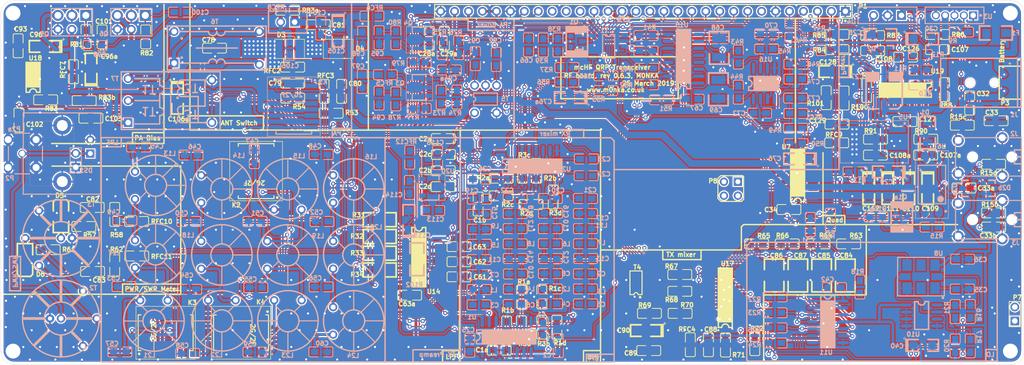
<source format=kicad_pcb>
(kicad_pcb (version 20240108) (generator "pcbnew") (generator_version "8.0")
  (layers (0 "F.Cu" signal "Top Layer") (31 "B.Cu" signal "Bottom Layer") (34 "B.Paste" user "Bottom Paste") (35 "F.Paste" user "Top Paste") (36 "B.SilkS" user "Bottom Overlay") (37 "F.SilkS" user "Top Overlay") (38 "B.Mask" user "Bottom Solder") (39 "F.Mask" user "Top Solder") (44 "Edge.Cuts" user))
  (net 0 "")
  (net 1 "NetJ1_3")
  (net 2 "NetC116_2")
  (net 3 "NetC116_1")
  (net 4 "NetC114_1")
  (net 5 "NetC113_1")
  (net 6 "NetQ6_3")
  (net 7 "NetJ3_T")
  (net 8 "NetJ2_T")
  (net 9 "NetJ2_R")
  (net 10 "NetC83_1")
  (net 11 "NetC82_2")
  (net 12 "NetC33a_2")
  (net 13 "NetR2c_2")
  (net 14 "NetR2a_2")
  (net 15 "NetR1c_2")
  (net 16 "NetR1a_2")
  (net 17 "B4")
  (net 18 "B3")
  (net 19 "B2")
  (net 20 "B1")
  (net 21 "ADC1")
  (net 22 "ANT_RX_ON")
  (net 23 "ANT_TX_ON")
  (net 24 "ANT")
  (net 25 "BAND2")
  (net 26 "BAND0")
  (net 27 "BAND1")
  (net 28 "EXT_M")
  (net 29 "EXT_P")
  (net 30 "GND")
  (net 31 "IN_I")
  (net 32 "IN_Q")
  (net 33 "INT_M")
  (net 34 "INT_P")
  (net 35 "JC_CLK1")
  (net 36 "JC_CLK2")
  (net 37 "JC_CLK3")
  (net 38 "JC_CLK4")
  (net 39 "NetC1_1")
  (net 40 "NetC2_1")
  (net 41 "NetC3_1")
  (net 42 "NetC3_2")
  (net 43 "NetC4_1")
  (net 44 "NetC4_2")
  (net 45 "NetC5_1")
  (net 46 "NetC5_2")
  (net 47 "NetC6_1")
  (net 48 "NetC6_2")
  (net 49 "NetC11_2")
  (net 50 "NetC12_2")
  (net 51 "NetC13_2")
  (net 52 "NetC14_2")
  (net 53 "NetC15_1")
  (net 54 "NetC16_1")
  (net 55 "NetC17_2")
  (net 56 "NetC18_2")
  (net 57 "NetC19_1")
  (net 58 "NetC20_1")
  (net 59 "NetC21_1")
  (net 60 "NetC22_1")
  (net 61 "NetC24_1")
  (net 62 "LO_SCL")
  (net 63 "LO_SDA")
  (net 64 "NetC45_1")
  (net 65 "NetC46_1")
  (net 66 "NetC47_2")
  (net 67 "NetC48_2")
  (net 68 "NetC49_1")
  (net 69 "NetC50_2")
  (net 70 "NetC51_2")
  (net 71 "NetC52_2")
  (net 72 "NetC53_1")
  (net 73 "NetC54_2")
  (net 74 "NetC55_2")
  (net 75 "NetC56_2")
  (net 76 "NetC57_1")
  (net 77 "NetC58_1")
  (net 78 "NetC59_2")
  (net 79 "NetC60_2")
  (net 80 "NetC23_1")
  (net 81 "NetC65_1")
  (net 82 "NetC66_2")
  (net 83 "NetC68_1")
  (net 84 "NetC69_1")
  (net 85 "NetC70_1")
  (net 86 "NetC70_2")
  (net 87 "NetC74_2")
  (net 88 "NetC74_1")
  (net 89 "NetC78_1")
  (net 90 "NetC79_2")
  (net 91 "NetC80_2")
  (net 92 "NetC81_2")
  (net 93 "NetC84_1")
  (net 94 "NetC85_1")
  (net 95 "NetC86_1")
  (net 96 "NetC87_1")
  (net 97 "NetC91_1")
  (net 98 "NetC91_2")
  (net 99 "NetC92_1")
  (net 100 "NetC92_2")
  (net 101 "NetC94_1")
  (net 102 "NetC95_1")
  (net 103 "NetC96_1")
  (net 104 "NetC99_1")
  (net 105 "NetC99_2")
  (net 106 "NetC100_1")
  (net 107 "NetC100_2")
  (net 108 "NetC101_2")
  (net 109 "NetC106_2")
  (net 110 "NetC107_1")
  (net 111 "NetC107_2")
  (net 112 "NetC108_1")
  (net 113 "NetC108_2")
  (net 114 "NetC107a_1")
  (net 115 "NetC108a_1")
  (net 116 "NetD2_1")
  (net 117 "NetD2_2")
  (net 118 "NetD2_3")
  (net 119 "NetD5_1")
  (net 120 "NetD6_1")
  (net 121 "NetF1_2")
  (net 122 "NetK1_2")
  (net 123 "NetK1_4")
  (net 124 "NetK3_2")
  (net 125 "NetK3_3")
  (net 126 "NetK3_4")
  (net 127 "NetQ1_2")
  (net 128 "NetQ1_3")
  (net 129 "NetQ3_3")
  (net 130 "NetQ4_3")
  (net 131 "NetQ5_3")
  (net 132 "NetR11_2")
  (net 133 "NetR15_1")
  (net 134 "NetR41_1")
  (net 135 "NetR41_2")
  (net 136 "NetR42_1")
  (net 137 "NetR42_2")
  (net 138 "NetR67_1")
  (net 139 "NetR67_2")
  (net 140 "NetR68_1")
  (net 141 "NetR68_2")
  (net 142 "NetR69_2")
  (net 143 "NetR83_1")
  (net 144 "NetC107a_2")
  (net 145 "NetC108a_2")
  (net 146 "OUT_I")
  (net 147 "OUT_Q")
  (net 148 "P_DAH")
  (net 149 "P_DIT")
  (net 150 "PA_BIAS")
  (net 151 "PTT_3V")
  (net 152 "PTT")
  (net 153 "PTT_N")
  (net 154 "PWR_RET")
  (net 155 "PWR_FWD")
  (net 156 "QSD_BIAS")
  (net 157 "RX_CLK_N_L")
  (net 158 "RX_CLK_N")
  (net 159 "RX_CLK_P_L")
  (net 160 "RX_CLK_P")
  (net 161 "RXD_A5V")
  (net 162 "VCC_3V")
  (net 163 "VCC_5V")
  (net 164 "SC_A5V")
  (net 165 "SCL")
  (net 166 "SDA")
  (net 167 "TX_CLK_P_L")
  (net 168 "TX_CLK_P")
  (net 169 "TX_CLK_N_L")
  (net 170 "TX_CLK_N")
  (net 171 "TX_OA_BIAS")
  (net 172 "NetC78_2")
  (net 173 "NetC109_2")
  (net 174 "NetC112_2")
  (net 175 "NetC110_2")
  (net 176 "NetC111_2")
  (net 177 "VCC_8V")
  (net 178 "VCC_12V")
  (net 179 "NetC35_2")
  (net 180 "NetR18_1")
  (net 181 "NetR18_2")
  (net 182 "NetQ1a_1")
  (net 183 "NetQ1a_3")
  (net 184 "NetR70_2")
  (footprint "mcHF_rf.lib:1206_Elec_Cap_N" (layer "F.Cu") (at 71.844105 86.029835 90)
    (property "Reference" "C96a")
    (property "Value" "22uF" (hide yes))
  )
  (footprint "mcHF_rf.lib:0805-Pro" (layer "F.Cu") (at 137.122105 99.898235 180)
    (property "Reference" "C2c")
    (property "Value" "100nF" (hide yes))
  )
  (footprint "mcHF_rf.lib:1206" (layer "F.Cu") (at 126.098505 120.929435 180)
    (property "Reference" "R34")
    (property "Value" "27" (hide yes))
  )
  (footprint "mcHF_rf.lib:1206_Elec_Cap_N" (layer "F.Cu") (at 87.541305 88.011035 -90)
    (property "Reference" "C106a")
    (property "Value" "22uF" (hide yes))
  )
  (footprint "mcHF_rf.lib:0805-Pro" (layer "F.Cu") (at 180.911705 135.712235 90)
    (property "Reference" "RFC4")
    (property "Value" "47uH" (hide yes))
  )
  (footprint "mcHF_rf.lib:0805-Pro" (layer "F.Cu") (at 136.156905 79.933835 90)
    (property "Reference" "C29a")
    (property "Value" "1nF" (hide yes))
  )
  (footprint "mcHF_rf.lib:0805-Pro" (layer "F.Cu") (at 180.149705 121.742235 180)
    (property "Reference" "R67")
    (property "Value" "47" (hide yes))
  )
  (footprint "mcHF_rf.lib:0805-Pro" (layer "F.Cu") (at 150.482505 104.267035)
    (property "Reference" "R2b")
    (property "Value" "4.7K" (hide yes))
  )
  (footprint "mcHF_rf.lib:OMRON_2FY" (layer "F.Cu") (at 85.407705 132.359435 90)
    (property "Reference" "K3")
    (property "Value" "G6KU-2FY 3DC" (hide yes))
  )
  (footprint "mcHF_rf.lib:0805-Pro" (layer "F.Cu") (at 153.835305 124.688635 -90)
    (property "Reference" "R1c")
    (property "Value" "4.7K" (hide yes))
  )
  (footprint "mcHF_rf.lib:CAP_B" (layer "F.Cu") (at 204.787705 120.218235 -90)
    (property "Reference" "C85")
    (property "Value" "22nF" (hide yes))
  )
  (footprint "mcHF_rf.lib:0805-Pro" (layer "F.Cu") (at 139.966905 122.148635 180)
    (property "Reference" "C61")
    (property "Value" "100nF" (hide yes))
  )
  (footprint "mcHF_rf.lib:0805-Pro" (layer "F.Cu") (at 152.768505 101.523835 180)
    (property "Reference" "R3c")
    (property "Value" "100K" (hide yes))
  )
  (footprint "mcHF_rf.lib:0805-Pro" (layer "F.Cu") (at 73.219365 109.530475 180)
    (property "Reference" "C82")
    (property "Value" "2.2uF" (hide yes))
  )
  (footprint "mcHF_rf.lib:0805-Pro" (layer "F.Cu") (at 218.757705 93.954635)
    (property "Reference" "C127")
    (property "Value" "100nF" (hide yes))
  )
  (footprint "mcHF_rf.lib:0805-Pro" (layer "F.Cu") (at 133.413705 79.933835 90)
    (property "Reference" "C28a")
    (property "Value" "1nF" (hide yes))
  )
  (footprint "mcHF_rf.lib:0805-Pro" (layer "F.Cu") (at 213.423705 97.155035)
    (property "Reference" "R91")
    (property "Value" "10k" (hide yes))
  )
  (footprint "mcHF_rf.lib:0805-Pro" (layer "F.Cu") (at 150.177705 124.688635 -90)
    (property "Reference" "R1a")
    (property "Value" "4.7K" (hide yes))
  )
  (footprint "mcHF_rf.lib:0805-Pro" (layer "F.Cu") (at 205.651305 90.754235 90)
    (property "Reference" "R101")
    (property "Value" "2.2k" (hide yes))
  )
  (footprint "" (layer "F.Cu") (at 239.135705 74.198235)
    (property "Reference" "")
    (property "Value" "")
  )
  (footprint "mcHF_rf.lib:1206_Elec_Cap_N" (layer "F.Cu") (at 208.851705 84.810635 180)
    (property "Reference" "C128")
    (property "Value" "10uF" (hide yes))
  )
  (footprint "mcHF_rf.lib:0805-Pro" (layer "F.Cu") (at 227.139705 86.944235 -90)
    (property "Reference" "R88")
    (property "Value" "10k" (hide yes))
  )
  (footprint "mcHF_rf.lib:0805-Pro" (layer "F.Cu") (at 68.643705 86.029835 90)
    (property "Reference" "RFC7")
    (property "Value" "47uH" (hide yes))
  )
  (footprint "mcHF_rf.lib:0805-Pro" (layer "F.Cu") (at 184.213705 135.712235 90)
    (property "Reference" "C88")
    (property "Value" "100nF" (hide yes))
  )
  (footprint "mcHF_rf.lib:0805-Pro" (layer "F.Cu") (at 224.904505 99.974435 180)
    (property "Reference" "C107a")
    (property "Value" "100pF" (hide yes))
  )
  (footprint "mcHF_rf.lib:0805-Pro" (layer "F.Cu") (at 81.292905 112.090235 180)
    (property "Reference" "RFC10")
    (property "Value" "47uH" (hide yes))
  )
  (footprint "mcHF_rf.lib:0805-Pro" (layer "F.Cu") (at 147.282105 135.509035 180)
    (property "Reference" "C1a")
    (property "Value" "100nF" (hide yes))
  )
  (footprint "mcHF_rf.lib:0805-Pro" (layer "F.Cu") (at 150.177705 132.613435 90)
    (property "Reference" "R3a")
    (property "Value" "100K" (hide yes))
  )
  (footprint "mcHF_rf.lib:0805-Pro" (layer "F.Cu") (at 137.100365 97.008275 180)
    (property "Reference" "C2a")
    (property "Value" "100nF" (hide yes))
  )
  (footprint "mcHF_rf.lib:0805-Pro" (layer "F.Cu") (at 206.413305 80.848235)
    (property "Reference" "R84")
    (property "Value" "10k" (hide yes))
  )
  (footprint "" (layer "F.Cu") (at 57.635705 135.698235)
    (property "Reference" "")
    (property "Value" "")
  )
  (footprint "mcHF_rf.lib:1206_Elec_Cap_N" (layer "F.Cu") (at 220.637305 104.470235 -90)
    (property "Reference" "C110")
    (property "Value" "10uF" (hide yes))
  )
  (footprint "" (layer "F.Cu") (at 57.635705 74.198235)
    (property "Reference" "")
    (property "Value" "")
  )
  (footprint "mcHF_rf.lib:0805-Pro" (layer "F.Cu") (at 218.910105 82.219835)
    (property "Reference" "C126")
    (property "Value" "100nF" (hide yes))
  )
  (footprint "mcHF_rf.lib:0805-Pro" (layer "F.Cu") (at 231.864105 105.994235 180)
    (property "Reference" "C33a")
    (property "Value" "1nF" (hide yes))
  )
  (footprint "mcHF_rf.lib:0805-Pro" (layer "F.Cu") (at 145.300905 107.467435)
    (property "Reference" "R2c")
    (property "Value" "4.7K" (hide yes))
  )
  (footprint "mcHF_rf.lib:HDR1X30" (layer "F.Cu") (at 209.105705 73.863235 180)
    (property "Reference" "P1")
    (property "Value" "Header 30" (hide yes))
  )
  (footprint "mcHF_rf.lib:SOP5_NEW1" (layer "F.Cu") (at 171.005705 123.266235 90)
    (property "Reference" "T4")
    (property "Value" "CX2074NL" (hide yes))
  )
  (footprint "mcHF_rf.lib:HDR2X2" (layer "F.Cu") (at 188.277705 106.146635)
    (property "Reference" "P8")
    (property "Value" "Header 2X2" (hide yes))
  )
  (footprint "mcHF_rf.lib:0805-Pro" (layer "F.Cu") (at 71.691705 113.004635 180)
    (property "Reference" "R57")
    (property "Value" "47" (hide yes))
  )
  (footprint "mcHF_rf.lib:0805-Pro" (layer "F.Cu") (at 187.261705 133.426235 -90)
    (property "Reference" "R71")
    (property "Value" "100" (hide yes))
  )
  (footprint "mcHF_rf.lib:1206" (layer "F.Cu") (at 126.098505 111.785435 180)
    (property "Reference" "R31")
    (property "Value" "27" (hide yes))
  )
  (footprint "mcHF_rf.lib:0805-Pro" (layer "F.Cu") (at 234.912105 101.727035)
    (property "Reference" "R15d")
    (property "Value" "100" (hide yes))
  )
  (footprint "mcHF_rf.lib:1206_Elec_Cap_N" (layer "F.Cu") (at 65.138505 80.238635 180)
    (property "Reference" "C96")
    (property "Value" "22uF" (hide yes))
  )
  (footprint "mcHF_rf.lib:0805-Pro" (layer "F.Cu") (at 215.760505 99.999835 180)
    (property "Reference" "C108a")
    (property "Value" "100pF" (hide yes))
  )
  (footprint "mcHF_rf.lib:0805-Pro" (layer "F.Cu") (at 107.353305 86.944235)
    (property "Reference" "C79")
    (property "Value" "100nF" (hide yes))
  )
  (footprint "mcHF_rf.lib:0805-Pro" (layer "F.Cu") (at 117.411705 87.249035 -90)
    (property "Reference" "C80")
    (property "Value" "100nF" (hide yes))
  )
  (footprint "mcHF_rf.lib:0805-Pro" (layer "F.Cu") (at 137.096705 102.844635 180)
    (property "Reference" "C2b")
    (property "Value" "100nF" (hide yes))
  )
  (footprint "mcHF_rf.lib:0805-Pro" (layer "F.Cu") (at 137.071305 105.740235 180)
    (property "Reference" "C2d")
    (property "Value" "100nF" (hide yes))
  )
  (footprint "mcHF_rf.lib:0805-Pro" (layer "F.Cu") (at 76.111305 118.795835 -90)
    (property "Reference" "R62")
    (property "Value" "2.2k" (hide yes))
  )
  (footprint "mcHF_rf.lib:0805-Pro" (layer "F.Cu") (at 208.699305 97.764635 180)
    (property "Reference" "RFC9")
    (property "Value" "47uH" (hide yes))
  )
  (footprint "mcHF_rf.lib:0805-Pro" (layer "F.Cu") (at 235.369305 93.802235)
    (property "Reference" "C33")
    (property "Value" "1nF" (hide yes))
  )
  (footprint "mcHF_rf.lib:1072T" (layer "F.Cu") (at 107.962905 80.695835 180)
    (property "Reference" "D3")
    (property "Value" "MA4P7102F" (hide yes))
  )
  (footprint "mcHF_rf.lib:0805-Pro" (layer "F.Cu") (at 107.353305 84.048635)
    (property "Reference" "RFC2")
    (property "Value" "47uH" (hide yes))
  )
  (footprint "mcHF_rf.lib:0805-Pro" (layer "F.Cu") (at 199.707705 116.154235 180)
    (property "Reference" "R66")
    (property "Value" "47" (hide yes))
  )
  (footprint "mcHF_rf.lib:SO-16-Pro" (layer "F.Cu") (at 128.689305 114.223835)
    (property "Reference" "U14")
    (property "Value" "SN74LS145D" (hide yes))
  )
  (footprint "mcHF_rf.lib:SO-8-Pro" (layer "F.Cu") (at 64.071705 87.706235 180)
    (property "Reference" "U18")
    (property "Value" "LM2931CDG" (hide yes))
  )
  (footprint "mcHF_rf.lib:OMRON_2FY" (layer "F.Cu") (at 99.123705 132.359435 -90)
    (property "Reference" "K4")
    (property "Value" "G6KU-2FY 3DC" (hide yes))
  )
  (footprint "mcHF_rf.lib:0805-Pro" (layer "F.Cu") (at 231.559305 94.564235 180)
    (property "Reference" "R15c")
    (property "Value" "100" (hide yes))
  )
  (footprint "mcHF_rf.lib:0805-Pro" (layer "F.Cu") (at 139.966905 119.405435 180)
    (property "Reference" "C62")
    (property "Value" "100nF" (hide yes))
  )
  (footprint "mcHF_rf.lib:0805-Pro" (layer "F.Cu") (at 197.650305 109.956635)
    (property "Reference" "C34")
    (property "Value" "100nF" (hide yes))
  )
  (footprint "mcHF_rf.lib:1206_Elec_Cap_N" (layer "F.Cu") (at 213.347505 104.444835 -90)
    (property "Reference" "C112")
    (property "Value" "10uF" (hide yes))
  )
  (footprint "mcHF_rf.lib:0805-Pro" (layer "F.Cu") (at 114.211305 87.249035 -90)
    (property "Reference" "RFC3")
    (property "Value" "47uH" (hide yes))
  )
  (footprint "mcHF_rf.lib:0805-Pro" (layer "F.Cu") (at 208.851705 88.468235 -90)
    (property "Reference" "R100")
    (property "Value" "2.2k" (hide yes))
  )
  (footprint "mcHF_rf.lib:0805-Pro" (layer "F.Cu") (at 172.275705 128.854235)
    (property "Reference" "R69")
    (property "Value" "2.2k" (hide yes))
  )
  (footprint "mcHF_rf.lib:0805-Pro" (layer "F.Cu") (at 58.732065 94.818235 90)
    (property "Reference" "C102")
    (property "Value" "100nF" (hide yes))
  )
  (footprint "mcHF_rf.lib:0805-Pro" (layer "F.Cu") (at 81.750105 77.343035 -90)
    (property "Reference" "R82")
    (property "Value" "220" (hide yes))
  )
  (footprint "mcHF_rf.lib:0805-Pro" (layer "F.Cu") (at 177.863705 128.854235)
    (property "Reference" "R70")
    (property "Value" "2.2k" (hide yes))
  )
  (footprint "mcHF_rf.lib:0805-Pro" (layer "F.Cu") (at 224.701305 80.848235)
    (property "Reference" "C107")
    (property "Value" "100pF" (hide yes))
  )
  (footprint "mcHF_rf.lib:1206" (layer "F.Cu") (at 126.098505 114.833435 180)
    (property "Reference" "R32")
    (property "Value" "27" (hide yes))
  )
  (footprint "mcHF_rf.lib:0805-Pro" (layer "F.Cu") (at 139.966905 116.662235 180)
    (property "Reference" "C63")
    (property "Value" "100nF" (hide yes))
  )
  (footprint "mcHF_rf.lib:OMRON_2FY" (layer "F.Cu") (at 101.866905 102.946235 180)
    (property "Reference" "K2")
    (property "Value" "G6KU-2FY 3DC" (hide yes))
  )
  (footprint "mcHF_rf.lib:SOD87" (layer "F.Cu") (at 59.804505 117.271835 -90)
    (property "Reference" "D6")
    (property "Value" "PMEG6010CEH" (hide yes))
  )
  (footprint "mcHF_rf.lib:0805-Pro" (layer "F.Cu") (at 215.252505 81.000635 180)
    (property "Reference" "C108")
    (property "Value" "100pF" (hide yes))
  )
  (footprint "mcHF_rf.lib:0805-Pro" (layer "F.Cu") (at 145.300905 104.267035)
    (property "Reference" "R2a")
    (property "Value" "4.7K" (hide yes))
  )
  (footprint "mcHF_rf.lib:0805-Pro" (layer "F.Cu") (at 172.148705 135.636035)
    (property "Reference" "C89")
    (property "Value" "100nF" (hide yes))
  )
  (footprint "mcHF_rf.lib:0805-Pro" (layer "F.Cu") (at 234.912105 113.157035)
    (property "Reference" "C33b")
    (property "Value" "1nF" (hide yes))
  )
  (footprint "mcHF_rf.lib:0805-Pro" (layer "F.Cu") (at 180.149705 124.790235 180)
    (property "Reference" "R68")
    (property "Value" "47" (hide yes))
  )
  (footprint "mcHF_rf.lib:0805-Pro" (layer "F.Cu") (at 156.578505 130.175035 -90)
    (property "Reference" "R1d")
    (property "Value" "4.7K" (hide yes))
  )
  (footprint "mcHF_rf.lib:0805-Pro" (layer "F.Cu") (at 234.912105 110.566235)
    (property "Reference" "R15b")
    (property "Value" "100" (hide yes))
  )
  (footprint "mcHF_rf.lib:0805-Pro" (layer "F.Cu") (at 205.295705 116.154235 180)
    (property "Reference" "R64")
    (property "Value" "47" (hide yes))
  )
  (footprint "mcHF_rf.lib:0805-Pro" (layer "F.Cu") (at 95.466105 80.543435 180)
    (property "Reference" "C78")
    (property "Value" "1nF" (hide yes))
  )
  (footprint "mcHF_rf.lib:0805-Pro" (layer "F.Cu") (at 153.835305 130.175035 -90)
    (property "Reference" "R3b")
    (property "Value" "100K" (hide yes))
  )
  (footprint "mcHF_rf.lib:0805-Pro" (layer "F.Cu") (at 130.975305 125.501435 180)
    (property "Reference" "C63a")
    (property "Value" "100nF" (hide yes))
  )
  (footprint "mcHF_rf.lib:0805-Pro" (layer "F.Cu") (at 215.252505 78.257435 180)
    (property "Reference" "R87")
    (property "Value" "10k" (hide yes))
  )
  (footprint "mcHF_rf.lib:0805-Pro" (layer "F.Cu") (at 153.073305 108.991435 180)
    (property "Reference" "R2d")
    (property "Value" "4.7K" (hide yes))
  )
  (footprint "mcHF_rf.lib:1206" (layer "F.Cu") (at 126.098505 117.881435 180)
    (property "Reference" "R33")
    (property "Value" "27" (hide yes))
  )
  (footprint "mcHF_rf.lib:0805-Pro" (layer "F.Cu") (at 222.567705 97.155035)
    (property "Reference" "R90")
    (property "Value" "10k" (hide yes))
  )
  (footprint "mcHF_rf.lib:0805-Pro" (layer "F.Cu") (at 142.252905 107.772235 -90)
    (property "Reference" "C1b")
    (property "Value" "100nF" (hide yes))
  )
  (footprint "mcHF_rf.lib:1206_Elec_Cap_N" (layer "F.Cu") (at 216.827305 104.444835 -90)
    (property "Reference" "C111")
    (property "Value" "10uF" (hide yes))
  )
  (footprint "mcHF_rf.lib:0805-Pro" (layer "F.Cu") (at 114.341965 92.436285)
    (property "Reference" "R53")
    (property "Value" "220" (hide yes))
  )
  (footprint "mcHF_rf.lib:BATTERYTERMINAL" (layer "F.Cu") (at 239.103105 86.842635)
    (property "Reference" "P3")
    (property "Value" "Battery")
  )
  (footprint "mcHF_rf.lib:0805-Pro" (layer "F.Cu") (at 69.405705 90.144635)
    (property "Reference" "R83b")
    (property "Value" "1K" (hide yes))
  )
  (footprint "mcHF_rf.lib:0805-Pro" (layer "F.Cu") (at 70.929705 121.234235)
    (property "Reference" "C83")
    (property "Value" "2.2uF" (hide yes))
  )
  (footprint "mcHF_rf.lib:0805-Pro" (layer "F.Cu") (at 62.852505 117.271835)
    (property "Reference" "R61")
    (property "Value" "47" (hide yes))
  )
  (footprint "mcHF_rf.lib:0805-Pro" (layer "F.Cu") (at 114.363705 76.276235 180)
    (property "Reference" "C81")
    (property "Value" "100nF" (hide yes))
  )
  (footprint "mcHF_rf.lib:0805-Pro" (layer "F.Cu") (at 206.413305 94.411835)
    (property "Reference" "C129")
    (property "Value" "100nF" (hide yes))
  )
  (footprint "mcHF_rf.lib:0805-Pro" (layer "F.Cu") (at 206.413305 78.105035)
    (property "Reference" "R85")
    (property "Value" "10k" (hide yes))
  )
  (footprint "mcHF_rf.lib:0805-Pro" (layer "F.Cu") (at 58.585305 81.305435 90)
    (property "Reference" "C93")
    (property "Value" "100nF" (hide yes))
  )
  (footprint "mcHF_rf.lib:0805-Pro" (layer "F.Cu") (at 212.966505 87.096635 -90)
    (property "Reference" "R89")
    (property "Value" "10k" (hide yes))
  )
  (footprint "mcHF_rf.lib:1072T" (layer "F.Cu") (at 116.802105 80.695835 180)
    (property "Reference" "D4")
    (property "Value" "MA4P7102F" (hide yes))
  )
  (footprint "mcHF_rf.lib:0805-Pro" (layer "F.Cu") (at 73.825305 77.343035 -90)
    (property "Reference" "C101")
    (property "Value" "100nF" (hide yes))
  )
  (footprint "mcHF_rf.lib:0805-Pro" (layer "F.Cu") (at 224.701305 78.105035)
    (property "Reference" "R86")
    (property "Value" "10k" (hide yes))
  )
  (footprint "mcHF_rf.lib:SO-14-Pro" (layer "F.Cu") (at 223.786905 85.420235 -90)
    (property "Reference" "U19")
    (property "Value" "TLV2464CD" (hide yes))
  )
  (footprint "mcHF_rf.lib:0805-Pro" (layer "F.Cu") (at 147.434505 130.327435 -90)
    (property "Reference" "R1b")
    (property "Value" "4.7K" (hide yes))
  )
  (footprint "mcHF_rf.lib:1206_Elec_Cap_N" (layer "F.Cu") (at 224.091705 104.444835 -90)
    (property "Reference" "C109")
    (property "Value" "10uF" (hide yes))
  )
  (footprint "mcHF_rf.lib:CAP_B" (layer "F.Cu") (at 200.469705 120.218235 -90)
    (property "Reference" "C87")
    (property "Value" "22nF" (hide yes))
  )
  (footprint "mcHF_rf.lib:0805-Pro" (layer "F.Cu") (at 81.318305 118.364035 180)
    (property "Reference" "RFC11")
    (property "Value" "47uH" (hide yes))
  )
  (footprint "mcHF_rf.lib:1206_Elec_Cap_N" (layer "F.Cu") (at 174.561705 131.953035 180)
    (property "Reference" "C90")
    (property "Value" "10uF" (hide yes))
  )
  (footprint "mcHF_rf.lib:SOD87" (layer "F.Cu") (at 66.357705 113.004635 90)
    (property "Reference" "D5")
    (property "Value" "PMEG6010CEH" (hide yes))
  )
  (footprint "mcHF_rf.lib:0805-Pro" (layer "F.Cu") (at 210.883705 116.154235 180)
    (property "Reference" "R63")
    (property "Value" "47" (hide yes))
  )
  (footprint "mcHF_rf.lib:CAP_B" (layer "F.Cu") (at 209.105705 120.218235 -90)
    (property "Reference" "C84")
    (property "Value" "22nF" (hide yes))
  )
  (footprint "mcHF_rf.lib:0805-Pro" (layer "F.Cu") (at 106.438905 73.685435)
    (property "Reference" "R83a")
    (property "Value" "10" (hide yes))
  )
  (footprint "mcHF_rf.lib:0805-Pro" (layer "F.Cu") (at 231.711705 89.382635 -90)
    (property "Reference" "C32")
    (property "Value" "1nF" (hide yes))
  )
  (footprint "mcHF_rf.lib:CAP_B" (layer "F.Cu") (at 196.151705 120.218235 -90)
    (property "Reference" "C86")
    (property "Value" "22nF" (hide yes))
  )
  (footprint "" (layer "F.Cu") (at 239.135705 135.698235)
    (property "Reference" "")
    (property "Value" "")
  )
  (footprint "mcHF_rf.lib:0805-Pro" (layer "F.Cu") (at 155.968905 108.839035 90)
    (property "Reference" "R3d")
    (property "Value" "100K" (hide yes))
  )
  (footprint "mcHF_rf.lib:0805-Pro" (layer "F.Cu") (at 70.624905 93.345035)
    (property "Reference" "C103")
    (property "Value" "100nF" (hide yes))
  )
  (footprint "mcHF_rf.lib:0805-Pro" (layer "F.Cu") (at 76.111305 109.651835 -90)
    (property "Reference" "R58")
    (property "Value" "2.2k" (hide yes))
  )
  (footprint "mcHF_rf.lib:0805-Pro" (layer "F.Cu") (at 70.929705 79.629035 90)
    (property "Reference" "R81")
    (property "Value" "220" (hide yes))
  )
  (footprint "mcHF_rf.lib:0805-Pro" (layer "F.Cu") (at 62.395305 89.992235)
    (property "Reference" "R83")
    (property "Value" "2.2k" (hide yes))
  )
  (footprint "mcHF_rf.lib:SO-14-Pro" (layer "F.Cu") (at 203.212905 107.518235 180)
    (property "Reference" "U7")
    (property "Value" "74HCT02" (hide yes))
  )
  (footprint "mcHF_rf.lib:SO-16-Pro" (layer "F.Cu") (at 190.055705 130.378235 180)
    (property "Reference" "U17")
    (property "Value" "SN74CBT3253C" (hide yes))
  )
  (footprint "mcHF_rf.lib:0805-Pro" (layer "F.Cu") (at 192.595705 133.172235 -90)
    (property "Reference" "R72")
    (property "Value" "100" (hide yes))
  )
  (footprint "mcHF_rf.lib:0805-Pro" (layer "F.Cu") (at 194.119705 116.154235 180)
    (property "Reference" "R65")
    (property "Value" "47" (hide yes))
  )
  (footprint "mcHF_rf.lib:0805-Pro" (layer "F.Cu") (at 107.353305 89.687435)
    (property "Reference" "R54")
    (property "Value" "3.9K" (hide yes))
  )
  (footprint "mcHF_rf.lib:SIP2" (layer "F.Cu") (at 239.941305 130.222175 90)
    (property "Reference" "P7")
    (property "Value" "Speaker" (hide yes))
  )
  (footprint "mcHF_rf.lib:SO-14-Pro" (layer "B.Cu") (at 208.699305 126.568235 180)
    (property "Reference" "U11")
    (property "Value" "PO74G74A" (hide yes))
  )
  (footprint "mcHF_rf.lib:0805-Pro" (layer "B.Cu") (at 113.601705 78.105035 90)
    (property "Reference" "C104")
    (property "Value" "100nF" (hide yes))
  )
  (footprint "mcHF_rf.lib:0805-Pro" (layer "B.Cu") (at 78.244905 135.864635 180)
    (property "Reference" "C57")
    (property "Value" "470" (hide yes))
  )
  (footprint "mcHF_rf.lib:0805-Pro" (layer "B.Cu") (at 100.647705 124.129835)
    (property "Reference" "C55")
    (property "Value" "390" (hide yes))
  )
  (footprint "mcHF_rf.lib:0805-Pro" (layer "B.Cu") (at 193.611705 80.695835)
    (property "Reference" "R45")
    (property "Value" "2.2k" (hide yes))
  )
  (footprint "mcHF_rf.lib:0805-Pro" (layer "B.Cu") (at 147.891705 121.640635)
    (property "Reference" "C10")
    (property "Value" "180" (hide yes))
  )
  (footprint "mcHF_rf.lib:0805-Pro" (layer "B.Cu") (at 160.644175 121.618895)
    (property "Reference" "C9")
    (property "Value" "390" (hide yes))
  )
  (footprint "mcHF_rf.lib:0805-Pro" (layer "B.Cu") (at 156.883305 133.527835 -90)
    (property "Reference" "C2")
    (property "Value" "100nF" (hide yes))
  )
  (footprint "mcHF_rf.lib:0805-Pro" (layer "B.Cu") (at 229.120905 133.578635 -90)
    (property "Reference" "R20")
    (property "Value" "4.7K" (hide yes))
  )
  (footprint "mcHF_rf.lib:0805-Pro" (layer "B.Cu") (at 174.104505 87.249035 180)
    (property "Reference" "R52")
    (property "Value" "100" (hide yes))
  )
  (footprint "mcHF_rf.lib:0805-Pro" (layer "B.Cu") (at 163.104315 103.809835 180)
    (property "Reference" "C24")
    (property "Value" "100nF" (hide yes))
  )
  (footprint "mcHF_rf.lib:OMRON_2FY" (layer "B.Cu") (at 108.724905 91.211435 180)
    (property "Reference" "K1")
    (property "Value" "G6KU-2FY 3DC" (hide yes))
  )
  (footprint "mcHF_rf.lib:0805-Pro" (layer "B.Cu") (at 156.616345 121.618895 180)
    (property "Reference" "C8")
    (property "Value" "820" (hide yes))
  )
  (footprint "mcHF_rf.lib:LPF_IND" (layer "B.Cu") (at 119.635705 130.198235 -90)
    (property "Reference" "L24")
    (property "Value" "T37-2" (hide yes))
  )
  (footprint "mcHF_rf.lib:TO-220" (layer "B.Cu") (at 216.776505 74.598235 180)
    (property "Reference" "U4")
    (property "Value" "MC7805BTG" (hide yes))
  )
  (footprint "mcHF_rf.lib:0805-Pro" (layer "B.Cu") (at 198.945705 86.182235)
    (property "Reference" "C74")
    (property "Value" "390" (hide yes))
  )
  (footprint "mcHF_rf.lib:SOT-23" (layer "B.Cu") (at 234.200905 107.035635 90)
    (property "Reference" "D2b")
    (property "Value" "BAV99" (hide yes))
  )
  (footprint "mcHF_rf.lib:0805-Pro" (layer "B.Cu") (at 101.562105 99.136235 -90)
    (property "Reference" "C47")
    (property "Value" "180" (hide yes))
  )
  (footprint "mcHF_rf.lib:0805-Pro" (layer "B.Cu") (at 138.442905 88.288445 -90)
    (property "Reference" "R74")
    (property "Value" "2.2k" (hide yes))
  )
  (footprint "mcHF_rf.lib:0805-Pro" (layer "B.Cu") (at 157.264305 84.074035)
    (property "Reference" "R37")
    (property "Value" "1.5K" (hide yes))
  )
  (footprint "mcHF_rf.lib:0805-Pro" (layer "B.Cu") (at 198.945705 83.439035)
    (property "Reference" "R48")
    (property "Value" "2.2k" (hide yes))
  )
  (footprint "mcHF_rf.lib:0805-Pro" (layer "B.Cu") (at 141.289375 110.798495)
    (property "Reference" "C15")
    (property "Value" "1.5nF" (hide yes))
  )
  (footprint "mcHF_rf.lib:TO-252" (layer "B.Cu") (at 212.966505 97.612235 180)
    (property "Reference" "U5")
    (property "Value" "KA78RM33RTF" (hide yes))
  )
  (footprint "mcHF_rf.lib:0805-Pro" (layer "B.Cu") (at 112.534905 99.898235)
    (property "Reference" "C48")
    (property "Value" "100pF" (hide yes))
  )
  (footprint "mcHF_rf.lib:0805-Pro" (layer "B.Cu") (at 193.611705 77.952635)
    (property "Reference" "C70")
    (property "Value" "390" (hide yes))
  )
  (footprint "mcHF_rf.lib:SOT-23-Pro" (layer "B.Cu") (at 218.300505 112.242635 90)
    (property "Reference" "Q1a")
    (property "Value" "NDS356AP" (hide yes))
  )
  (footprint "mcHF_rf.lib:0805-Pro" (layer "B.Cu") (at 147.842575 107.902895)
    (property "Reference" "C22")
    (property "Value" "100nF" (hide yes))
  )
  (footprint "mcHF_rf.lib:0805-Pro" (layer "B.Cu") (at 162.979305 127.127035 180)
    (property "Reference" "C5")
    (property "Value" "100nF" (hide yes))
  )
  (footprint "mcHF_rf.lib:SWR_TR _new" (layer "B.Cu") (at 66.357705 129.768635 90)
    (property "Reference" "T2")
    (property "Value" "FT50-43 10:1 ratio" (hide yes))
  )
  (footprint "mcHF_rf.lib:0805-Pro" (layer "B.Cu") (at 143.662345 124.514495 180)
    (property "Reference" "L1")
    (property "Value" "2.2uH" (hide yes))
  )
  (footprint "mcHF_rf.lib:0805-Pro" (layer "B.Cu") (at 112.687305 112.090235)
    (property "Reference" "C52")
    (property "Value" "220pF" (hide yes))
  )
  (footprint "mcHF_rf.lib:0805-Pro" (layer "B.Cu") (at 166.636905 88.315835 180)
    (property "Reference" "R35")
    (property "Value" "100" (hide yes))
  )
  (footprint "mcHF_rf.lib:0805-Pro" (layer "B.Cu") (at 176.847705 89.992235 180)
    (property "Reference" "R51")
    (property "Value" "100" (hide yes))
  )
  (footprint "mcHF_rf.lib:0805-Pro" (layer "B.Cu") (at 124.264065 88.489975 -90)
    (property "Reference" "C94")
    (property "Value" "47nF" (hide yes))
  )
  (footprint "mcHF_rf.lib:0805-Pro" (layer "B.Cu") (at 195.135705 131.445035)
    (property "Reference" "R25")
    (property "Value" "0" (hide yes))
  )
  (footprint "mcHF_rf.lib:0805-Pro" (layer "B.Cu") (at 159.575705 86.766435 180)
    (property "Reference" "R36")
    (property "Value" "4.7K" (hide yes))
  )
  (footprint "mcHF_rf.lib:0805-Pro" (layer "B.Cu") (at 154.243375 107.902895)
    (property "Reference" "C20")
    (property "Value" "100nF" (hide yes))
  )
  (footprint "mcHF_rf.lib:0805-Pro" (layer "B.Cu") (at 223.939305 81.762635 180)
    (property "Reference" "R12")
    (property "Value" "5.6K" (hide yes))
  )
  (footprint "mcHF_rf.lib:0805-Pro" (layer "B.Cu") (at 150.193795 118.870045 180)
    (property "Reference" "C14")
    (property "Value" "82" (hide yes))
  )
  (footprint "mcHF_rf.lib:SOT89L_new" (layer "B.Cu") (at 133.845505 105.892635)
    (property "Reference" "U20")
    (property "Value" "HMC482ST89E" (hide yes))
  )
  (footprint "mcHF_rf.lib:0805-Pro" (layer "B.Cu") (at 202.755705 111.480635 -90)
    (property "Reference" "C31")
    (property "Value" "10nF" (hide yes))
  )
  (footprint "mcHF_rf.lib:0805-Pro" (layer "B.Cu") (at 135.699705 81.610235 90)
    (property "Reference" "R75")
    (property "Value" "2.2k" (hide yes))
  )
  (footprint "mcHF_rf.lib:0805-Pro" (layer "B.Cu") (at 231.864105 127.330235 -90)
    (property "Reference" "R16")
    (property "Value" "100" (hide yes))
  )
  (footprint "mcHF_rf.lib:LPF_IND" (layer "B.Cu") (at 83.578905 118.033835 -90)
    (property "Reference" "L17")
    (property "Value" "T37-2" (hide yes))
  )
  (footprint "mcHF_rf.lib:BNC_RA CON" (layer "B.Cu") (at 71.691705 99.745835)
    (property "Reference" "P2a")
    (property "Value" "BNC 13-60-2 DGZ" (hide yes))
  )
  (footprint "mcHF_rf.lib:1206_Elec_Cap_N" (layer "B.Cu") (at 116.802105 75.819035 -90)
    (property "Reference" "C105")
    (property "Value" "10uF" (hide yes))
  )
  (footprint "mcHF_rf.lib:MX-387GL_new1" (layer "B.Cu") (at 241.160505 111.785435 90)
    (property "Reference" "J3")
    (property "Value" "MX-387GL" (hide yes))
  )
  (footprint "mcHF_rf.lib:0805-Pro" (layer "B.Cu") (at 163.017145 118.875695 180)
    (property "Reference" "C13")
    (property "Value" "180" (hide yes))
  )
  (footprint "mcHF_rf.lib:0805-Pro" (layer "B.Cu") (at 143.662345 116.284895 180)
    (property "Reference" "L5")
    (property "Value" "4.7uH" (hide yes))
  )
  (footprint "mcHF_rf.lib:1206_Elec_Cap_N" (layer "B.Cu") (at 221.500905 134.645435)
    (property "Reference" "C40")
    (property "Value" "10uF" (hide yes))
  )
  (footprint "mcHF_rf.lib:0805-Pro" (layer "B.Cu") (at 180.048105 89.839835)
    (property "Reference" "C67")
    (property "Value" "100nF" (hide yes))
  )
  (footprint "mcHF_rf.lib:LPF_IND" (layer "B.Cu") (at 83.274105 130.225835 180)
    (property "Reference" "L21")
    (property "Value" "T37-2" (hide yes))
  )
  (footprint "mcHF_rf.lib:0805-Pro" (layer "B.Cu") (at 143.662345 113.541695 180)
    (property "Reference" "L9")
    (property "Value" "2.2uH" (hide yes))
  )
  (footprint "mcHF_rf.lib:0805-Pro" (layer "B.Cu") (at 127.317705 88.620635 -90)
    (property "Reference" "R78")
    (property "Value" "4.7" (hide yes))
  )
  (footprint "mcHF_rf.lib:0805-Pro" (layer "B.Cu") (at 195.135705 134.188235)
    (property "Reference" "R24")
    (property "Value" "0" (hide yes))
  )
  (footprint "mcHF_rf.lib:0805-Pro" (layer "B.Cu") (at 231.406905 77.647835 180)
    (property "Reference" "R9")
    (property "Value" "15K" (hide yes))
  )
  (footprint "mcHF_rf.lib:SI570_m" (layer "B.Cu") (at 222.872505 122.148635 180)
    (property "Reference" "U8")
    (property "Value" "SI570" (hide yes))
  )
  (footprint "mcHF_rf.lib:0805-Pro" (layer "B.Cu") (at 189.649305 81.000635 -90)
    (property "Reference" "R43")
    (property "Value" "100" (hide yes))
  )
  (footprint "mcHF_rf.lib:0805-Pro" (layer "B.Cu") (at 127.317705 77.495435 -90)
    (property "Reference" "R80")
    (property "Value" "4.7" (hide yes))
  )
  (footprint "mcHF_rf.lib:0805-Pro" (layer "B.Cu") (at 90.589305 136.169435 180)
    (property "Reference" "C58")
    (property "Value" "270" (hide yes))
  )
  (footprint "mcHF_rf.lib:0805-Pro" (layer "B.Cu") (at 141.289375 127.257695)
    (property "Reference" "C3")
    (property "Value" "100nF" (hide yes))
  )
  (footprint "mcHF_rf.lib:0805-Pro" (layer "B.Cu") (at 141.795705 81.305435 -90)
    (property "Reference" "C91")
    (property "Value" "100nF" (hide yes))
  )
  (footprint "mcHF_rf.lib:SOT89L_new" (layer "B.Cu") (at 131.584905 79.019435 180)
    (property "Reference" "Q4")
    (property "Value" "DXT3150" (hide yes))
  )
  (footprint "mcHF_rf.lib:0805-Pro" (layer "B.Cu") (at 156.781705 81.153035 90)
    (property "Reference" "R38")
    (property "Value" "10" (hide yes))
  )
  (footprint "mcHF_rf.lib:0805-Pro" (layer "B.Cu") (at 154.243375 124.362095)
    (property "Reference" "L2")
    (property "Value" "1uH" (hide yes))
  )
  (footprint "mcHF_rf.lib:0805-Pro" (layer "B.Cu") (at 205.956105 124.129835)
    (property "Reference" "C42")
    (property "Value" "100nF" (hide yes))
  )
  (footprint "mcHF_rf.lib:0805-Pro" (layer "B.Cu") (at 221.653305 87.249035)
    (property "Reference" "R10")
    (property "Value" "4.7K" (hide yes))
  )
  (footprint "mcHF_rf.lib:0805-Pro" (layer "B.Cu") (at 79.006905 123.977435 180)
    (property "Reference" "C53")
    (property "Value" "1.2nF" (hide yes))
  )
  (footprint "mcHF_rf.lib:0805-Pro" (layer "B.Cu") (at 154.243375 113.389295)
    (property "Reference" "L10")
    (property "Value" "1uH" (hide yes))
  )
  (footprint "mcHF_rf.lib:LPF_IND" (layer "B.Cu") (at 95.635705 118.198235 -90)
    (property "Reference" "L18")
    (property "Value" "T37-2" (hide yes))
  )
  (footprint "mcHF_rf.lib:0805-Pro" (layer "B.Cu") (at 86.931705 73.990235)
    (property "Reference" "C100")
    (property "Value" "100nF" (hide yes))
  )
  (footprint "mcHF_rf.lib:TO-220-5" (layer "B.Cu") (at 228.968505 74.598235 180)
    (property "Reference" "U3")
    (property "Value" "LM2941CT" (hide yes))
  )
  (footprint "mcHF_rf.lib:1206_Elec_Cap_N" (layer "B.Cu") (at 221.500905 78.867035)
    (property "Reference" "C30")
    (property "Value" "22uF" (hide yes))
  )
  (footprint "mcHF_rf.lib:0805-Pro" (layer "B.Cu") (at 154.243375 116.132495)
    (property "Reference" "L6")
    (property "Value" "2.2uH" (hide yes))
  )
  (footprint "mcHF_rf.lib:0805-Pro" (layer "B.Cu") (at 160.644175 124.362095)
    (property "Reference" "L3")
    (property "Value" "0.47uH" (hide yes))
  )
  (footprint "mcHF_rf.lib:0805-Pro" (layer "B.Cu") (at 221.653305 84.505835)
    (property "Reference" "R11")
    (property "Value" "1K" (hide yes))
  )
  (footprint "mcHF_rf.lib:0805-Pro" (layer "B.Cu") (at 100.495305 112.090235)
    (property "Reference" "C51")
    (property "Value" "390" (hide yes))
  )
  (footprint "mcHF_rf.lib:CON-SMA-RA-A" (layer "B.Cu") (at 59.285705 99.745835)
    (property "Reference" "P2")
    (property "Value" "BNC 13-60-2 DGZ" (hide yes))
  )
  (footprint "mcHF_rf.lib:0805-Pro" (layer "B.Cu") (at 231.559305 124.434635 180)
    (property "Reference" "C35")
    (property "Value" "10nF" (hide yes))
  )
  (footprint "mcHF_rf.lib:0805-Pro" (layer "B.Cu") (at 229.273305 118.948235)
    (property "Reference" "C36")
    (property "Value" "100nF" (hide yes))
  )
  (footprint "mcHF_rf.lib:SOD87" (layer "B.Cu") (at 224.091705 97.764635 90)
    (property "Reference" "D1")
    (property "Value" "PMEG6010CEH" (hide yes))
  )
  (footprint "mcHF_rf.lib:0805-Pro" (layer "B.Cu") (at 156.616345 127.105295 180)
    (property "Reference" "C4")
    (property "Value" "100nF" (hide yes))
  )
  (footprint "mcHF_rf.lib:1206_Elec_Cap_N" (layer "B.Cu") (at 213.880905 78.105035)
    (property "Reference" "C28")
    (property "Value" "10uF" (hide yes))
  )
  (footprint "mcHF_rf.lib:1206" (layer "B.Cu") (at 234.759705 77.800235)
    (property "Reference" "F1")
    (property "Value" "MC12CT" (hide yes))
  )
  (footprint "mcHF_rf.lib:0805-Pro" (layer "B.Cu") (at 173.977505 81.102235 180)
    (property "Reference" "C75")
    (property "Value" "100nF" (hide yes))
  )
  (footprint "mcHF_rf.lib:0805-Pro" (layer "B.Cu") (at 212.052105 103.098635 180)
    (property "Reference" "R13")
    (property "Value" "15K" (hide yes))
  )
  (footprint "mcHF_rf.lib:0805-Pro" (layer "B.Cu") (at 143.624505 104.419435 180)
    (property "Reference" "C26")
    (property "Value" "100nF" (hide yes))
  )
  (footprint "mcHF_rf.lib:LPF_IND" (layer "B.Cu") (at 107.635705 118.198235 -90)
    (property "Reference" "L19")
    (property "Value" "T37-2" (hide yes))
  )
  (footprint "mcHF_rf.lib:0805-Pro" (layer "B.Cu") (at 79.159305 111.937835 180)
    (property "Reference" "C49")
    (property "Value" "1.2nF" (hide yes))
  )
  (footprint "mcHF_rf.lib:SOT-23" (layer "B.Cu") (at 232.473705 105.130635 -90)
    (property "Reference" "D2a")
    (property "Value" "BAV99" (hide yes))
  )
  (footprint "mcHF_rf.lib:SMDIP-4_new1" (layer "B.Cu") (at 224.853705 105.384635 90)
    (property "Reference" "U6")
    (property "Value" "ISP817XSM" (hide yes))
  )
  (footprint "mcHF_rf.lib:0805-Pro" (layer "B.Cu") (at 160.644175 107.902895)
    (property "Reference" "C21")
    (property "Value" "100nF" (hide yes))
  )
  (footprint "mcHF_rf.lib:0805-Pro" (layer "B.Cu") (at 140.728905 135.813835 90)
    (property "Reference" "C25")
    (property "Value" "100nF" (hide yes))
  )
  (footprint "mcHF_rf.lib:0805-Pro" (layer "B.Cu") (at 124.117305 74.752235 180)
    (property "Reference" "RFC6")
    (property "Value" "47uH" (hide yes))
  )
  (footprint "mcHF_rf.lib:0805-Pro" (layer "B.Cu") (at 160.644175 113.389295)
    (property "Reference" "L11")
    (property "Value" "0.47uH" (hide yes))
  )
  (footprint "mcHF_rf.lib:SO-8-Pro" (layer "B.Cu") (at 192.392505 84.201035 -90)
    (property "Reference" "U16")
    (property "Value" "OPA2350UA" (hide yes))
  )
  (footprint "mcHF_rf.lib:0805-Pro" (layer "B.Cu") (at 130.365705 91.516235)
    (property "Reference" "R77")
    (property "Value" "47" (hide yes))
  )
  (footprint "mcHF_rf.lib:0805-Pro" (layer "B.Cu") (at 147.842575 110.646095)
    (property "Reference" "C18")
    (property "Value" "180" (hide yes))
  )
  (footprint "mcHF_rf.lib:0805-Pro" (layer "B.Cu") (at 150.193795 127.252045 180)
    (property "Reference" "C6")
    (property "Value" "100nF" (hide yes))
  )
  (footprint "mcHF_rf.lib:SO-16-Pro" (layer "B.Cu") (at 147.739305 99.237835 -90)
    (property "Reference" "U2")
    (property "Value" "SN74CBT3253C" (hide yes))
  )
  (footprint "mcHF_rf.lib:SOP5_NEW1thr" (layer "B.Cu") (at 143.624505 89.839835)
    (property "Reference" "T5")
    (property "Value" "Custom BN43-2402" (hide yes))
  )
  (footprint "mcHF_rf.lib:LPF_IND" (layer "B.Cu") (at 83.578905 105.537035 -90)
    (property "Reference" "L13")
    (property "Value" "T37-2" (hide yes))
  )
  (footprint "mcHF_rf.lib:0805-Pro" (layer "B.Cu") (at 211.747305 125.196635 90)
    (property "Reference" "R18")
    (property "Value" "100" (hide yes))
  )
  (footprint "mcHF_rf.lib:LPF_IND" (layer "B.Cu") (at 107.635705 106.198235)
    (property "Reference" "L15")
    (property "Value" "T37-2" (hide yes))
  )
  (footprint "mcHF_rf.lib:0805-Pro" (layer "B.Cu") (at 229.120905 127.330235 -90)
    (property "Reference" "R21")
    (property "Value" "4.7K" (hide yes))
  )
  (footprint "mcHF_rf.lib:0805-Pro" (layer "B.Cu") (at 107.962905 81.762635 90)
    (property "Reference" "C106")
    (property "Value" "100nF" (hide yes))
  )
  (footprint "mcHF_rf.lib:SWR_TR _new" (layer "B.Cu") (at 66.357705 115.138235 -90)
    (property "Reference" "T3")
    (property "Value" "FT50-43 10:1 ratio" (hide yes))
  )
  (footprint "mcHF_rf.lib:0805-Pro" (layer "B.Cu") (at 141.289375 119.028095)
    (property "Reference" "C11")
    (property "Value" "680" (hide yes))
  )
  (footprint "mcHF_rf.lib:0805-Pro" (layer "B.Cu") (at 134.912305 99.314035 -90)
    (property "Reference" "C116")
    (property "Value" "100nF" (hide yes))
  )
  (footprint "mcHF_rf.lib:0805-Pro" (layer "B.Cu") (at 154.140105 132.918235 90)
    (property "Reference" "C1")
    (property "Value" "100nF" (hide yes))
  )
  (footprint "mcHF_rf.lib:LPF_IND" (layer "B.Cu") (at 119.635705 118.198235 -90)
    (property "Reference" "L20")
    (property "Value" "T37-2" (hide yes))
  )
  (footprint "mcHF_rf.lib:SO-16-Pro" (layer "B.Cu") (at 176.847705 86.944235)
    (property "Reference" "U15")
    (property "Value" "SN74CBT3253C" (hide yes))
  )
  (footprint "mcHF_rf.lib:0805-Pro" (layer "B.Cu") (at 130.365705 83.134235)
    (property "Reference" "R79")
    (property "Value" "47" (hide yes))
  )
  (footprint "mcHF_rf.lib:SOT-23" (layer "B.Cu") (at 215.709705 82.524635 90)
    (property "Reference" "D2")
    (property "Value" "BAT54A" (hide yes))
  )
  (footprint "mcHF_rf.lib:0805-Pro" (layer "B.Cu") (at 135.569055 88.310185 -90)
    (property "Reference" "R73")
    (property "Value" "2.2k" (hide yes))
  )
  (footprint "mcHF_rf.lib:0805-Pro" (layer "B.Cu") (at 189.649305 87.401435 -90)
    (property "Reference" "R44")
    (property "Value" "100" (hide yes))
  )
  (footprint "mcHF_rf.lib:0805-Pro" (layer "B.Cu") (at 135.852105 84.505835)
    (property "Reference" "C94a")
    (property "Value" "100nF" (hide yes))
  )
  (footprint "mcHF_rf.lib:0805-Pro" (layer "B.Cu") (at 71.386905 80.086235)
    (property "Reference" "C99")
    (property "Value" "100nF" (hide yes))
  )
  (footprint "mcHF_rf.lib:F_Bead" (layer "B.Cu") (at 108.877305 75.819035 180)
    (property "Reference" "RFC8")
    (property "Value" "BN43-2402 1t choke" (hide yes))
  )
  (footprint "mcHF_rf.lib:CAP_B" (layer "B.Cu") (at 185.991705 86.334635 -90)
    (property "Reference" "C69")
    (property "Value" "22nF" (hide yes))
  )
  (footprint "mcHF_rf.lib:SO-16-Pro" (layer "B.Cu") (at 143.014905 130.327435 -90)
    (property "Reference" "U1")
    (property "Value" "SN74CBT3253C" (hide yes))
  )
  (footprint "mcHF_rf.lib:0805-Pro" (layer "B.Cu") (at 129.857705 99.237835 -90)
    (property "Reference" "RFC12")
    (property "Value" "47uH" (hide yes))
  )
  (footprint "mcHF_rf.lib:PA_TRM_4m" (layer "B.Cu") (at 86.322105 91.363835)
    (property "Reference" "T7")
    (property "Value" "BN43-202 transformer" (hide yes))
  )
  (footprint "mcHF_rf.lib:POWERJACK" (layer "B.Cu") (at 233.692905 87.249035 180)
    (property "Reference" "J1")
    (property "Value" "FC68148S" (hide yes))
  )
  (footprint "mcHF_rf.lib:0805-Pro" (layer "B.Cu") (at 121.216065 85.441975 -90)
    (property "Reference" "C97")
    (property "Value" "100nF" (hide yes))
  )
  (footprint "mcHF_rf.lib:0805-Pro" (layer "B.Cu") (at 198.945705 92.430635)
    (property "Reference" "RFC1")
    (property "Value" "47uH" (hide yes))
  )
  (footprint "mcHF_rf.lib:0805-Pro" (layer "B.Cu") (at 126.555705 85.420235 180)
    (property "Reference" "RFC5")
    (property "Value" "47uH" (hide yes))
  )
  (footprint "mcHF_rf.lib:1206_Elec_Cap_N" (layer "B.Cu") (at 202.450905 100.736435 180)
    (property "Reference" "C76")
    (property "Value" "10uF" (hide yes))
  )
  (footprint "mcHF_rf.lib:0805-Pro" (layer "B.Cu") (at 215.862105 111.328235 180)
    (property "Reference" "R15a")
    (property "Value" "4.7K" (hide yes))
  )
  (footprint "mcHF_rf.lib:0805-Pro" (layer "B.Cu") (at 147.891705 124.383835)
    (property "Reference" "L4")
    (property "Value" "0.33uH" (hide yes))
  )
  (footprint "mcHF_rf.lib:0805-Pro" (layer "B.Cu") (at 147.848225 116.154235)
    (property "Reference" "L8")
    (property "Value" "0.68uH" (hide yes))
  )
  (footprint "mcHF_rf.lib:0805-Pro" (layer "B.Cu") (at 100.495305 135.864635)
    (property "Reference" "C59")
    (property "Value" "180" (hide yes))
  )
  (footprint "mcHF_rf.lib:0805-Pro" (layer "B.Cu") (at 231.864105 133.578635 -90)
    (property "Reference" "R17")
    (property "Value" "100" (hide yes))
  )
  (footprint "mcHF_rf.lib:0805-Pro" (layer "B.Cu") (at 132.829505 110.083635)
    (property "Reference" "C113")
    (property "Value" "100nF" (hide yes))
  )
  (footprint "mcHF_rf.lib:TO-220RF_dual" (layer "B.Cu") (at 79.159305 74.598235 180)
    (property "Reference" "Q6")
    (property "Value" "RD16HHF1" (hide yes))
  )
  (footprint "mcHF_rf.lib:0805-Pro" (layer "B.Cu") (at 160.644175 116.132495)
    (property "Reference" "L7")
    (property "Value" "1uH" (hide yes))
  )
  (footprint "mcHF_rf.lib:0805-Pro" (layer "B.Cu") (at 226.072905 113.157035 180)
    (property "Reference" "R15")
    (property "Value" "1K" (hide yes))
  )
  (footprint "mcHF_rf.lib:0805-Pro" (layer "B.Cu") (at 156.616345 118.875695 180)
    (property "Reference" "C12")
    (property "Value" "390" (hide yes))
  )
  (footprint "mcHF_rf.lib:0805-Pro" (layer "B.Cu") (at 154.114705 81.153035 90)
    (property "Reference" "R39")
    (property "Value" "10" (hide yes))
  )
  (footprint "mcHF_rf.lib:LPF_IND" (layer "B.Cu") (at 95.635705 130.198235 180)
    (property "Reference" "L22")
    (property "Value" "T37-2" (hide yes))
  )
  (footprint "mcHF_rf.lib:0805-Pro" (layer "B.Cu") (at 201.231705 95.173835 180)
    (property "Reference" "R49")
    (property "Value" "1K" (hide yes))
  )
  (footprint "mcHF_rf.lib:0805-Pro" (layer "B.Cu") (at 114.820905 135.864635 180)
    (property "Reference" "C60")
    (property "Value" "100pF" (hide yes))
  )
  (footprint "mcHF_rf.lib:0805-Pro" (layer "B.Cu") (at 141.289375 121.771295)
    (property "Reference" "C7")
    (property "Value" "1.5nF" (hide yes))
  )
  (footprint "mcHF_rf.lib:0805-Pro" (layer "B.Cu") (at 147.842575 113.389295)
    (property "Reference" "L12")
    (property "Value" "0.33uH" (hide yes))
  )
  (footprint "mcHF_rf.lib:SIP2" (layer "B.Cu") (at 69.047295 102.250425 90)
    (property "Reference" "DS1")
    (property "Value" "16/30HB" (hide yes))
  )
  (footprint "mcHF_rf.lib:0805-Pro" (layer "B.Cu") (at 171.666105 78.257435)
    (property "Reference" "R41")
    (property "Value" "100" (hide yes))
  )
  (footprint "mcHF_rf.lib:0805-Pro" (layer "B.Cu") (at 145.605705 81.457835 -90)
    (property "Reference" "C92")
    (property "Value" "100nF" (hide yes))
  )
  (footprint "mcHF_rf.lib:SOP5_NEW1" (layer "B.Cu") (at 166.027305 80.238635 -90)
    (property "Reference" "T1")
    (property "Value" "CX2074NL" (hide yes))
  )
  (footprint "mcHF_rf.lib:0805-Pro" (layer "B.Cu") (at 143.662345 108.055295 180)
    (property "Reference" "C19")
    (property "Value" "100nF" (hide yes))
  )
  (footprint "mcHF_rf.lib:0805-Pro" (layer "B.Cu") (at 194.678505 92.430635 180)
    (property "Reference" "C72")
    (property "Value" "100nF" (hide yes))
  )
  (footprint "mcHF_rf.lib:0805-Pro" (layer "B.Cu") (at 163.131705 100.761835 180)
    (property "Reference" "C23")
    (property "Value" "100nF" (hide yes))
  )
  (footprint "mcHF_rf.lib:SO-8" (layer "B.Cu") (at 225.772505 127.314805 180)
    (property "Reference" "U10")
    (property "Value" "MCP9801" (hide yes))
  )
  (footprint "mcHF_rf.lib:MX-387GL_new1" (layer "B.Cu") (at 241.160505 100.355435 90)
    (property "Reference" "J2")
    (property "Value" "MX-387GL" (hide yes))
  )
  (footprint "mcHF_rf.lib:LPF_IND" (layer "B.Cu") (at 95.635705 106.198235 -90)
    (property "Reference" "L14")
    (property "Value" "T37-2" (hide yes))
  )
  (footprint "mcHF_rf.lib:0805-Pro" (layer "B.Cu") (at 204.711505 80.924435 90)
    (property "Reference" "R47")
    (property "Value" "100" (hide yes))
  )
  (footprint "mcHF_rf.lib:0805-Pro" (layer "B.Cu") (at 88.608105 124.434635)
    (property "Reference" "C54")
    (property "Value" "680" (hide yes))
  )
  (footprint "mcHF_rf.lib:PA_TRM_b1" (layer "B.Cu") (at 94.704105 80.543435)
    (property "Reference" "T6")
    (property "Value" "BN43-202" (hide yes))
  )
  (footprint "mcHF_rf.lib:0805-Pro" (layer "B.Cu") (at 198.945705 97.917035)
    (property "Reference" "R50")
    (property "Value" "1K" (hide yes))
  )
  (footprint "mcHF_rf.lib:0805-Pro" (layer "B.Cu") (at 198.996505 78.435235 90)
    (property "Reference" "R46")
    (property "Value" "100" (hide yes))
  )
  (footprint "mcHF_rf.lib:CAP_B" (layer "B.Cu") (at 186.144105 82.219835 90)
    (property "Reference" "C68")
    (property "Value" "22nF" (hide yes))
  )
  (footprint "mcHF_rf.lib:0805-Pro" (layer "B.Cu") (at 91.198905 100.050635 180)
    (property "Reference" "C46")
    (property "Value" "270" (hide yes))
  )
  (footprint "mcHF_rf.lib:0805-Pro" (layer "B.Cu") (at 112.534905 123.977435)
    (property "Reference" "C56")
    (property "Value" "220pF" (hide yes))
  )
  (footprint "mcHF_rf.lib:0805-Pro" (layer "B.Cu") (at 124.269705 77.495435 -90)
    (property "Reference" "C95")
    (property "Value" "47nF" (hide yes))
  )
  (footprint "mcHF_rf.lib:TO-220RF_dual" (layer "B.Cu") (at 68.338905 74.598235 180)
    (property "Reference" "Q5")
    (property "Value" "RD16HHF1" (hide yes))
  )
  (footprint "mcHF_rf.lib:0805-Pro" (layer "B.Cu") (at 171.818505 84.201035)
    (property "Reference" "R42")
    (property "Value" "100" (hide yes))
  )
  (footprint "mcHF_rf.lib:0805-Pro" (layer "B.Cu") (at 79.311705 98.526635)
    (property "Reference" "C45")
    (property "Value" "470" (hide yes))
  )
  (footprint "mcHF_rf.lib:0805-Pro" (layer "B.Cu") (at 164.350905 85.572635)
    (property "Reference" "C65")
    (property "Value" "100nF" (hide yes))
  )
  (footprint "mcHF_rf.lib:0805-Pro" (layer "B.Cu") (at 201.231705 89.687435 180)
    (property "Reference" "C77")
    (property "Value" "100nF" (hide yes))
  )
  (footprint "mcHF_rf.lib:0805-Pro" (layer "B.Cu") (at 138.753355 79.302495 -90)
    (property "Reference" "R76")
    (property "Value" "2.2k" (hide yes))
  )
  (footprint "mcHF_rf.lib:0805-Pro" (layer "B.Cu") (at 129.806905 104.749635 -90)
    (property "Reference" "C114")
    (property "Value" "100nF" (hide yes))
  )
  (footprint "mcHF_rf.lib:LPF_IND" (layer "B.Cu") (at 107.658105 130.198235 180)
    (property "Reference" "L23")
    (property "Value" "T37-2" (hide yes))
  )
  (footprint "mcHF_rf.lib:1206_Elec_Cap_N" (layer "B.Cu") (at 129.654505 113.614235 90)
    (property "Reference" "C115")
    (property "Value" "10uF" (hide yes))
  )
  (footprint "mcHF_rf.lib:0805-Pro" (layer "B.Cu") (at 160.644175 110.646095)
    (property "Reference" "C17")
    (property "Value" "390" (hide yes))
  )
  (footprint "mcHF_rf.lib:0805-Pro" (layer "B.Cu") (at 206.413305 110.718635 -90)
    (property "Reference" "R14")
    (property "Value" "3.9K" (hide yes))
  )
  (footprint "mcHF_rf.lib:SOT89L_new" (layer "B.Cu") (at 131.584905 87.706235 180)
    (property "Reference" "Q3")
    (property "Value" "DXT3150" (hide yes))
  )
  (footprint "mcHF_rf.lib:1206" (layer "B.Cu") (at 131.127705 120.726235 90)
    (property "Reference" "R102")
    (property "Value" "27" (hide yes))
  )
  (footprint "mcHF_rf.lib:0805-Pro" (layer "B.Cu") (at 195.135705 128.701835)
    (property "Reference" "R23")
    (property "Value" "0" (hide yes))
  )
  (footprint "mcHF_rf.lib:0805-Pro" (layer "B.Cu") (at 156.616345 110.646095 180)
    (property "Reference" "C16")
    (property "Value" "820" (hide yes))
  )
  (footprint "mcHF_rf.lib:1206_Elec_Cap_N" (layer "B.Cu") (at 160.718705 89.585835 180)
    (property "Reference" "C76a")
    (property "Value" "10uF" (hide yes))
  )
  (footprint "mcHF_rf.lib:1206_Elec_Cap_N" (layer "B.Cu") (at 218.605305 103.098635 180)
    (property "Reference" "C29")
    (property "Value" "10uF" (hide yes))
  )
  (footprint "mcHF_rf.lib:0805-Pro" (layer "B.Cu") (at 121.221705 79.933835 90)
    (property "Reference" "C98")
    (property "Value" "100nF" (hide yes))
  )
  (footprint "mcHF_rf.lib:0805-Pro" (layer "B.Cu") (at 151.473105 78.790835 -90)
    (property "Reference" "C66")
    (property "Value" "100nF" (hide yes))
  )
  (footprint "mcHF_rf.lib:CAP_ALUM_1" (layer "B.Cu") (at 216.166905 88.315835 90)
    (property "Reference" "C27")
    (property "Value" "100uF" (hide yes))
  )
  (footprint "mcHF_rf.lib:SOT-23-Pro" (layer "B.Cu") (at 159.169305 80.314835 90)
    (property "Reference" "Q1")
    (property "Value" "BFR93A" (hide yes))
  )
  (footprint "mcHF_rf.lib:0805-Pro" (layer "B.Cu") (at 88.455705 112.090235)
    (property "Reference" "C50")
    (property "Value" "680" (hide yes))
  )
  (footprint "mcHF_rf.lib:LPF_IND" (layer "B.Cu") (at 119.635705 106.198235 -90)
    (property "Reference" "L16")
    (property "Value" "T37-2" (hide yes))
  )
  (footprint "mcHF_rf.lib:0805-Pro" (layer "B.Cu") (at 195.135705 125.806235)
    (property "Reference" "R22")
    (property "Value" "0" (hide yes))
  )
  (gr_poly (pts (xy 102.933705 82.372235) (xy 106.743705 78.562235) (xy 106.743705 84.353435) (xy 103.695705 84.353435) (xy 103.695705 82.372235) (xy 99.276105 82.372235)) (fill solid) (layer "B.Cu") (net 89))
  (gr_poly (pts (xy 102.933705 82.372235) (xy 99.276105 82.372235) (xy 99.276105 78.562235) (xy 106.743705 78.562235)) (fill solid) (layer "B.Cu") (net 89))
  (gr_poly (pts (xy 109.029705 77.038235) (xy 109.029705 82.372235) (xy 114.973305 82.372235) (xy 114.973305 79.324235) (xy 112.687305 79.324235) (xy 112.687305 77.038235)) (fill solid) (layer "B.Cu") (net 92))
  (gr_line (start 140.441805 77.343035) (end 148.752935 77.343035) (stroke (width 0.254)) (layer "B.SilkS"))
  (gr_line (start 57.010505 118.465635) (end 58.991705 118.465635) (stroke (width 0.254)) (layer "B.SilkS"))
  (gr_line (start 169.706645 75.713775) (end 169.913505 75.920635) (stroke (width 0.127)) (layer "B.SilkS"))
  (gr_line (start 148.816815 95.362345) (end 148.831505 95.377035) (stroke (width 0.254)) (layer "B.SilkS"))
  (gr_line (start 208.089705 85.877435) (end 209.766105 85.877435) (stroke (width 0.254)) (layer "B.SilkS"))
  (gr_line (start 234.683505 137.464835) (end 234.683505 135.407435) (stroke (width 0.254)) (layer "B.SilkS"))
  (gr_line (start 191.427305 137.541035) (end 236.740905 137.541035) (stroke (width 0.254)) (layer "B.SilkS"))
  (gr_line (start 169.913505 80.010035) (end 170.635305 80.010035) (stroke (width 0.127)) (layer "B.SilkS"))
  (gr_line (start 73.672905 137.693435) (end 125.336505 137.693435) (stroke (width 0.254)) (layer "B.SilkS"))
  (gr_line (start 148.831505 95.377035) (end 161.480705 95.377035) (stroke (width 0.254)) (layer "B.SilkS"))
  (gr_line (start 125.336505 96.875635) (end 166.433705 96.875635) (stroke (width 0.254)) (layer "B.SilkS"))
  (gr_line (start 167.043305 102.666835) (end 207.937305 102.666835) (stroke (width 0.254)) (layer "B.SilkS"))
  (gr_line (start 58.991705 124.714035) (end 58.991705 118.465635) (stroke (width 0.254)) (layer "B.SilkS"))
  (gr_line (start 57.010505 124.714035) (end 57.010505 118.465635) (stroke (width 0.254)) (layer "B.SilkS"))
  (gr_line (start 73.672905 98.526635) (end 77.330505 98.526635) (stroke (width 0.254)) (layer "B.SilkS"))
  (gr_line (start 234.708905 135.407435) (end 236.639305 135.407435) (stroke (width 0.254)) (layer "B.SilkS"))
  (gr_line (start 73.672905 96.926435) (end 73.672905 137.693435) (stroke (width 0.254)) (layer "B.SilkS"))
  (gr_line (start 77.330505 98.526635) (end 77.330505 97.002635) (stroke (width 0.254)) (layer "B.SilkS"))
  (gr_line (start 166.459105 96.875635) (end 167.017905 97.434435) (stroke (width 0.254)) (layer "B.SilkS"))
  (gr_line (start 191.780915 115.900235) (end 236.740905 115.900235) (stroke (width 0.254)) (layer "B.SilkS"))
  (gr_line (start 140.441805 77.343035) (end 140.441805 75.366085) (stroke (width 0.254)) (layer "B.SilkS"))
  (gr_line (start 148.816815 95.362345) (end 148.816815 91.668635) (stroke (width 0.254)) (layer "B.SilkS"))
  (gr_line (start 169.913505 80.010035) (end 169.913505 75.920635) (stroke (width 0.127)) (layer "B.SilkS"))
  (gr_line (start 115.735305 95.173835) (end 119.240505 95.173835) (stroke (width 0.254)) (layer "B.SilkS"))
  (gr_line (start 161.963305 136.271035) (end 166.992505 136.271035) (stroke (width 0.254)) (layer "B.SilkS"))
  (gr_line (start 207.937305 85.725035) (end 208.089705 85.877435) (stroke (width 0.254)) (layer "B.SilkS"))
  (gr_line (start 207.937305 102.666835) (end 207.937305 75.133235) (stroke (width 0.254)) (layer "B.SilkS"))
  (gr_line (start 207.937305 81.457835) (end 209.766105 81.457835) (stroke (width 0.254)) (layer "B.SilkS"))
  (gr_line (start 170.635305 80.010035) (end 170.802505 80.177235) (stroke (width 0.127)) (layer "B.SilkS"))
  (gr_line (start 209.766105 85.877435) (end 209.766105 81.457835) (stroke (width 0.254)) (layer "B.SilkS"))
  (gr_line (start 169.706645 75.713775) (end 169.706645 75.608865) (stroke (width 0.127)) (layer "B.SilkS"))
  (gr_line (start 125.336505 135.888045) (end 125.336505 96.875635) (stroke (width 0.254)) (layer "B.SilkS"))
  (gr_line (start 125.336505 137.693435) (end 125.336505 135.864635) (stroke (width 0.254)) (layer "B.SilkS"))
  (gr_line (start 161.963305 137.668035) (end 161.963305 136.271035) (stroke (width 0.254)) (layer "B.SilkS"))
  (gr_line (start 140.437565 75.361835) (end 140.441805 75.366085) (stroke (width 0.254)) (layer "B.SilkS"))
  (gr_line (start 191.173305 137.287035) (end 191.173305 116.507845) (stroke (width 0.254)) (layer "B.SilkS"))
  (gr_line (start 130.416505 137.566435) (end 130.416505 135.483635) (stroke (width 0.254)) (layer "B.SilkS"))
  (gr_line (start 167.017905 97.434435) (end 167.017905 137.693435) (stroke (width 0.254)) (layer "B.SilkS"))
  (gr_line (start 130.492705 135.458235) (end 138.976305 135.458235) (stroke (width 0.254)) (layer "B.SilkS"))
  (gr_line (start 125.336505 137.693435) (end 167.017905 137.693435) (stroke (width 0.254)) (layer "B.SilkS"))
  (gr_line (start 57.010505 124.714035) (end 58.991705 124.714035) (stroke (width 0.254)) (layer "B.SilkS"))
  (gr_line (start 148.806105 96.824835) (end 148.806105 75.463435) (stroke (width 0.254)) (layer "B.SilkS"))
  (gr_line (start 139.025115 96.875635) (end 139.025115 137.693435) (stroke (width 0.254)) (layer "B.SilkS"))
  (gr_line (start 236.740905 137.541035) (end 236.740905 115.900235) (stroke (width 0.254)) (layer "B.SilkS"))
  (gr_line (start 191.173305 137.287035) (end 191.427305 137.541035) (stroke (width 0.254)) (layer "B.SilkS"))
  (gr_line (start 161.480705 96.824835) (end 161.480705 95.377035) (stroke (width 0.254)) (layer "B.SilkS"))
  (gr_line (start 119.240505 96.850235) (end 119.240505 72.466235) (stroke (width 0.254)) (layer "B.SilkS"))
  (gr_line (start 191.173305 116.507845) (end 191.780915 115.900235) (stroke (width 0.254)) (layer "B.SilkS"))
  (gr_line (start 73.672905 96.850235) (end 125.336505 96.850235) (stroke (width 0.254)) (layer "B.SilkS"))
  (gr_line (start 115.735305 96.697835) (end 115.735305 95.173835) (stroke (width 0.254)) (layer "B.SilkS"))
  (gr_line (start 131.813505 75.361835) (end 140.437565 75.361835) (stroke (width 0.254)) (layer "B.SilkS"))
  (gr_line (start 157.340505 89.763635) (end 178.676505 89.763635) (stroke (width 0.254)) (layer "F.SilkS"))
  (gr_line (start 190.589105 112.674435) (end 205.041705 112.674435) (stroke (width 0.254)) (layer "F.SilkS"))
  (gr_line (start 103.203655 95.333035) (end 103.203655 92.894635) (stroke (width 0.254)) (layer "F.SilkS"))
  (gr_line (start 200.012505 97.739235) (end 200.012505 75.361835) (stroke (width 0.254)) (layer "F.SilkS"))
  (gr_line (start 212.915705 125.399835) (end 212.915705 112.725235) (stroke (width 0.254)) (layer "F.SilkS"))
  (gr_line (start 164.579505 117.297235) (end 190.182705 117.297235) (stroke (width 0.254)) (layer "F.SilkS"))
  (gr_line (start 175.882505 118.999035) (end 175.882505 117.322635) (stroke (width 0.254)) (layer "F.SilkS"))
  (gr_line (start 205.041705 112.674435) (end 229.552705 112.674435) (stroke (width 0.254)) (layer "F.SilkS"))
  (gr_line (start 161.506105 135.610635) (end 164.503305 135.610635) (stroke (width 0.254)) (layer "F.SilkS"))
  (gr_line (start 212.839505 125.476035) (end 212.915705 125.399835) (stroke (width 0.254)) (layer "F.SilkS"))
  (gr_line (start 135.801305 135.610635) (end 138.798505 135.610635) (stroke (width 0.254)) (layer "F.SilkS"))
  (gr_line (start 85.102905 97.764635) (end 85.102905 72.618635) (stroke (width 0.254)) (layer "F.SilkS"))
  (gr_line (start 122.288505 95.478635) (end 164.528705 95.478635) (stroke (width 0.254)) (layer "F.SilkS"))
  (gr_line (start 164.554105 137.490235) (end 164.554105 95.478635) (stroke (width 0.254)) (layer "F.SilkS"))
  (gr_line (start 138.874705 137.464835) (end 138.874705 123.748835) (stroke (width 0.254)) (layer "F.SilkS"))
  (gr_line (start 77.559105 123.494835) (end 88.150905 123.494835) (stroke (width 0.254)) (layer "F.SilkS"))
  (gr_line (start 89.827305 95.478635) (end 122.288505 95.478635) (stroke (width 0.254)) (layer "F.SilkS"))
  (gr_line (start 55.994505 125.349035) (end 88.150905 125.349035) (stroke (width 0.254)) (layer "F.SilkS"))
  (gr_line (start 79.464105 95.935835) (end 84.950505 95.935835) (stroke (width 0.254)) (layer "F.SilkS"))
  (gr_line (start 190.182705 113.080835) (end 190.589105 112.674435) (stroke (width 0.254)) (layer "F.SilkS"))
  (gr_line (start 175.907905 119.049835) (end 182.842105 119.049835) (stroke (width 0.254)) (layer "F.SilkS"))
  (gr_line (start 178.676505 89.763635) (end 178.676505 82.143635) (stroke (width 0.254)) (layer "F.SilkS"))
  (gr_line (start 157.340505 89.763635) (end 157.340505 82.143635) (stroke (width 0.254)) (layer "F.SilkS"))
  (gr_line (start 157.340505 82.143635) (end 178.676505 82.143635) (stroke (width 0.254)) (layer "F.SilkS"))
  (gr_line (start 205.041705 112.674435) (end 205.041705 99.593435) (stroke (width 0.254)) (layer "F.SilkS"))
  (gr_line (start 182.842105 119.049835) (end 182.842105 117.373435) (stroke (width 0.254)) (layer "F.SilkS"))
  (gr_line (start 64.706705 102.031835) (end 88.150905 102.031835) (stroke (width 0.254)) (layer "F.SilkS"))
  (gr_line (start 135.801305 137.464835) (end 135.801305 135.610635) (stroke (width 0.254)) (layer "F.SilkS"))
  (gr_line (start 122.288505 95.478635) (end 122.288505 72.466235) (stroke (width 0.254)) (layer "F.SilkS"))
  (gr_line (start 79.368245 97.784395) (end 79.368245 95.955595) (stroke (width 0.254)) (layer "F.SilkS"))
  (gr_line (start 77.559105 125.323635) (end 77.559105 123.494835) (stroke (width 0.254)) (layer "F.SilkS"))
  (gr_line (start 64.655905 97.917035) (end 85.102905 97.917035) (stroke (width 0.254)) (layer "F.SilkS"))
  (gr_line (start 209.004105 112.623635) (end 209.004105 111.023435) (stroke (width 0.254)) (layer "F.SilkS"))
  (gr_line (start 139.027105 114.096835) (end 139.027105 95.529435) (stroke (width 0.254)) (layer "F.SilkS"))
  (gr_line (start 89.979705 92.887835) (end 103.203655 92.887835) (stroke (width 0.254)) (layer "F.SilkS"))
  (gr_line (start 88.150905 125.349035) (end 88.150905 102.031835) (stroke (width 0.254)) (layer "F.SilkS"))
  (gr_line (start 205.194105 111.023435) (end 209.004105 111.023435) (stroke (width 0.254)) (layer "F.SilkS"))
  (gr_line (start 194.246705 137.439435) (end 194.246705 125.476035) (stroke (width 0.254)) (layer "F.SilkS"))
  (gr_line (start 161.455305 137.464835) (end 161.455305 135.610635) (stroke (width 0.254)) (layer "F.SilkS"))
  (gr_line (start 89.827305 95.478635) (end 89.827305 72.466235) (stroke (width 0.254)) (layer "F.SilkS"))
  (gr_line (start 190.182705 117.297235) (end 190.182705 113.080835) (stroke (width 0.254)) (layer "F.SilkS"))
  (gr_line (start 194.246705 125.476035) (end 212.839505 125.476035) (stroke (width 0.254)) (layer "F.SilkS"))
  (gr_line (start 55.387532 135.725732) (end 55.387535 135.725725) (stroke (width 0.05)) (layer "Edge.Cuts"))
  (gr_line (start 239.338647 138.148509) (end 239.338647 138.14851) (stroke (width 0.05)) (layer "Edge.Cuts"))
  (gr_line (start 57.807175 71.859045) (end 57.807177 71.859042) (stroke (width 0.05)) (layer "Edge.Cuts"))
  (gr_line (start 241.612768 135.911951) (end 241.612775 135.911945) (stroke (width 0.05)) (layer "Edge.Cuts"))
  (gr_line (start 57.793475 71.858682) (end 57.807172 71.859048) (stroke (width 0.05)) (layer "Edge.Cuts"))
  (gr_line (start 55.386925 135.712235) (end 55.386926 74.356466) (stroke (width 0.05)) (layer "Edge.Cuts"))
  (gr_line (start 239.128775 71.858475) (end 239.128778 71.858481) (stroke (width 0.05)) (layer "Edge.Cuts"))
  (gr_line (start 239.334545 138.148591) (end 239.334545 138.148585) (stroke (width 0.05)) (layer "Edge.Cuts"))
  (gr_line (start 57.793479 71.858682) (end 57.793475 71.858675) (stroke (width 0.05)) (layer "Edge.Cuts"))
  (gr_line (start 57.823306 71.858175) (end 57.823305 71.858175) (stroke (width 0.05)) (layer "Edge.Cuts"))
  (gr_line (start 241.615658 74.265209) (end 241.615665 74.265205) (stroke (width 0.05)) (layer "Edge.Cuts"))
  (gr_line (start 57.886131 138.148588) (end 57.886135 138.148585) (stroke (width 0.05)) (layer "Edge.Cuts"))
  (gr_line (start 55.387535 135.725725) (end 55.387532 135.725729) (stroke (width 0.05)) (layer "Edge.Cuts"))
  (gr_line (start 55.387532 135.725729) (end 55.386925 135.712235) (stroke (width 0.05)) (layer "Edge.Cuts"))
  (gr_line (start 241.615685 74.268045) (end 241.615685 135.882475) (stroke (width 0.05)) (layer "Edge.Cuts"))
  (gr_line (start 57.807177 71.859042) (end 57.823306 71.858175) (stroke (width 0.05)) (layer "Edge.Cuts"))
  (gr_line (start 239.333005 138.148615) (end 239.338645 138.148509) (stroke (width 0.05)) (layer "Edge.Cuts"))
  (gr_line (start 239.334545 138.148588) (end 239.331705 138.148615) (stroke (width 0.05)) (layer "Edge.Cuts"))
  (gr_line (start 55.386952 135.742061) (end 55.386955 135.742065) (stroke (width 0.05)) (layer "Edge.Cuts"))
  (gr_line (start 55.386952 135.742065) (end 55.387532 135.725732) (stroke (width 0.05)) (layer "Edge.Cuts"))
  (gr_line (start 55.386955 135.742065) (end 55.386952 135.742065) (stroke (width 0.05)) (layer "Edge.Cuts"))
  (gr_line (start 239.338645 138.148509) (end 239.338645 138.148505) (stroke (width 0.05)) (layer "Edge.Cuts"))
  (gr_arc (start 57.884736 138.148614) (mid 56.137631 137.462437) (end 55.386952 135.742061) (stroke (width 0.05)) (layer "Edge.Cuts"))
  (gr_line (start 57.884736 138.148614) (end 57.886131 138.148588) (stroke (width 0.05)) (layer "Edge.Cuts"))
  (gr_line (start 241.615665 74.265205) (end 241.615658 74.265205) (stroke (width 0.05)) (layer "Edge.Cuts"))
  (gr_line (start 239.128775 71.858473) (end 239.128775 71.858475) (stroke (width 0.05)) (layer "Edge.Cuts"))
  (gr_line (start 239.331705 138.148615) (end 239.333005 138.148615) (stroke (width 0.05)) (layer "Edge.Cuts"))
  (gr_line (start 239.333005 138.148615) (end 57.884736 138.148614) (stroke (width 0.05)) (layer "Edge.Cuts"))
  (gr_line (start 239.119315 71.858175) (end 239.128775 71.858473) (stroke (width 0.05)) (layer "Edge.Cuts"))
  (gr_arc (start 239.128778 71.858481) (mid 240.868901 72.54862) (end 241.615658 74.265209) (stroke (width 0.05)) (layer "Edge.Cuts"))
  (gr_line (start 57.823305 71.858175) (end 239.119315 71.858175) (stroke (width 0.05)) (layer "Edge.Cuts"))
  (gr_line (start 241.615658 74.265205) (end 241.615685 74.268045) (stroke (width 0.05)) (layer "Edge.Cuts"))
  (gr_line (start 57.793475 71.858675) (end 57.793475 71.858682) (stroke (width 0.05)) (layer "Edge.Cuts"))
  (gr_arc (start 55.386926 74.356466) (mid 56.073103 72.609361) (end 57.793479 71.858682) (stroke (width 0.05)) (layer "Edge.Cuts"))
  (gr_line (start 239.338645 138.148505) (end 239.333005 138.148615) (stroke (width 0.05)) (layer "Edge.Cuts"))
  (gr_line (start 239.334545 138.148585) (end 239.334545 138.148588) (stroke (width 0.05)) (layer "Edge.Cuts"))
  (gr_arc (start 241.612768 135.911947) (mid 240.920059 137.482044) (end 239.338647 138.148509) (stroke (width 0.05)) (layer "Edge.Cuts"))
  (gr_line (start 241.612775 135.911945) (end 241.612768 135.911947) (stroke (width 0.05)) (layer "Edge.Cuts"))
  (gr_line (start 241.615685 135.882475) (end 241.612768 135.911951) (stroke (width 0.05)) (layer "Edge.Cuts"))
  (gr_line (start 239.338647 138.14851) (end 239.334545 138.148591) (stroke (width 0.05)) (layer "Edge.Cuts"))
  (gr_line (start 57.886135 138.148585) (end 57.884736 138.148614) (stroke (width 0.05)) (layer "Edge.Cuts"))
  (gr_line (start 57.807172 71.859048) (end 57.807175 71.859045) (stroke (width 0.05)) (layer "Edge.Cuts"))
  (gr_text "TX Preamp" (at 138.265105 136.802403 360) (layer "B.SilkS") (effects (font (size 0.8128 0.8128) (thickness 0.2032)) (justify left bottom mirror)))
  (gr_text "LO" (at 236.385305 136.802403 360) (layer "B.SilkS") (effects (font (size 0.8128 0.8128) (thickness 0.2032)) (justify left bottom mirror)))
  (gr_text "LPF" (at 76.924105 98.219803 360) (layer "B.SilkS") (effects (font (size 0.8128 0.8128) (thickness 0.2032)) (justify left bottom mirror)))
  (gr_text "PA driver" (at 147.815505 76.815303 360) (layer "B.SilkS") (effects (font (size 0.8128 0.8128) (thickness 0.2032)) (justify left bottom mirror)))
  (gr_text "RX mixer" (at 159.177935 96.597683 360) (layer "B.SilkS") (effects (font (size 0.8128 0.8128) (thickness 0.2032)) (justify left bottom mirror)))
  (gr_text "BPF" (at 164.427105 137.488203 360) (layer "B.SilkS") (effects (font (size 0.8128 0.8128) (thickness 0.2032)) (justify left bottom mirror)))
  (gr_text "PA" (at 117.513305 96.518003 360) (layer "B.SilkS") (effects (font (size 0.8128 0.8128) (thickness 0.2032)) (justify left bottom mirror)))
  (gr_text "Power" (at 208.294937 85.572635 270) (layer "B.SilkS") (effects (font (size 0.8128 0.8128) (thickness 0.2032)) (justify left bottom mirror)))
  (gr_text "PWR/SWR" (at 57.520537 124.256835 270) (layer "B.SilkS") (effects (font (size 0.8128 0.8128) (thickness 0.2032)) (justify left bottom mirror)))
  (gr_text "BPF" (at 162.014105 137.234203 360) (layer "F.SilkS") (effects (font (size 0.8128 0.8128) (thickness 0.2032)) (justify left bottom)))
  (gr_text "25 March 2019" (at 168.364105 87.450203 0) (layer "F.SilkS") (effects (font (size 0.8128 0.8128) (thickness 0.2032)) (justify left bottom)))
  (gr_text "TX mixer" (at 176.390505 118.616003 0) (layer "F.SilkS") (effects (font (size 0.8128 0.8128) (thickness 0.2032)) (justify left bottom)))
  (gr_text "RF board, rev 0.6.3, M0NKA" (at 157.772305 86.053203 0) (layer "F.SilkS") (effects (font (size 0.8128 0.8128) (thickness 0.2032)) (justify left bottom)))
  (gr_text "PA Bias" (at 79.616505 97.407003 0) (layer "F.SilkS") (effects (font (size 0.8128 0.8128) (thickness 0.2032)) (justify left bottom)))
  (gr_text "www.m0nka.co.uk" (at 161.903255 88.618603 0) (layer "F.SilkS") (effects (font (size 0.8128 0.8128) (thickness 0.2032)) (justify left bottom)))
  (gr_text "PWR/SWR Meter" (at 77.838505 124.889803 0) (layer "F.SilkS") (effects (font (size 0.8128 0.8128) (thickness 0.2032)) (justify left bottom)))
  (gr_text "LPF" (at 136.233105 137.208803 360) (layer "F.SilkS") (effects (font (size 0.8128 0.8128) (thickness 0.2032)) (justify left bottom)))
  (gr_text "Quad" (at 205.524305 112.316803 0) (layer "F.SilkS") (effects (font (size 0.8128 0.8128) (thickness 0.2032)) (justify left bottom)))
  (gr_text "ANT Switch" (at 95.313705 94.663803 0) (layer "F.SilkS") (effects (font (size 0.8128 0.8128) (thickness 0.2032)) (justify left bottom)))
  (gr_text "mcHF QRP Transceiver" (at 159.575705 84.529203 0) (layer "F.SilkS") (effects (font (size 0.8128 0.8128) (thickness 0.2032)) (justify left bottom)))
  (via (at 238.010905 88.366635) (size 0.762) (drill 0.381) (layers "F.Cu" "B.Cu") (net 1))
  (segment (start 230.437305 92.325055) (end 230.437305 90.301435) (width 1.27) (layer "B.Cu") (net 1))
  (segment (start 230.437305 90.301435) (end 231.279905 89.458835) (width 1.27) (layer "B.Cu") (net 1))
  (segment (start 231.279905 89.458835) (end 236.918705 89.458835) (width 1.27) (layer "B.Cu") (net 1))
  (segment (start 236.918705 89.458835) (end 238.010905 88.366635) (width 1.27) (layer "B.Cu") (net 1))
  (segment (start 131.708245 99.259575) (end 132.145505 99.696835) (width 0.254) (layer "B.Cu") (net 2))
  (segment (start 132.145505 101.650835) (end 132.174565 101.621775) (width 0.254) (layer "B.Cu") (net 2))
  (segment (start 129.852065 99.259575) (end 131.708245 99.259575) (width 0.254) (layer "B.Cu") (net 2))
  (segment (start 132.174565 101.621775) (end 134.906655 101.621775) (width 0.254) (layer "B.Cu") (net 2))
  (segment (start 132.145505 101.650835) (end 132.145505 99.696835) (width 0.254) (layer "B.Cu") (net 2))
  (segment (start 132.145505 104.392635) (end 132.145505 101.650835) (width 0.254) (layer "B.Cu") (net 2))
  (segment (start 136.617765 99.335775) (end 138.011105 97.942435) (width 0.254) (layer "B.Cu") (net 3))
  (segment (start 141.624505 92.982835) (end 141.624505 92.339835) (width 0.254) (layer "B.Cu") (net 3))
  (segment (start 141.505505 92.339835) (end 141.624505 92.339835) (width 0.254) (layer "B.Cu") (net 3))
  (segment (start 138.011105 95.834235) (end 141.505505 92.339835) (width 0.254) (layer "B.Cu") (net 3))
  (segment (start 134.906665 99.335775) (end 136.617765 99.335775) (width 0.254) (layer "B.Cu") (net 3))
  (segment (start 138.011105 97.942435) (end 138.011105 95.834235) (width 0.254) (layer "B.Cu") (net 3))
  (segment (start 129.660165 114.940695) (end 129.660165 113.592495) (width 0.254) (layer "B.Cu") (net 4))
  (segment (start 129.660165 114.940695) (end 130.111705 115.392235) (width 0.254) (layer "B.Cu") (net 4))
  (segment (start 129.660165 112.541775) (end 130.873705 111.328235) (width 0.254) (layer "B.Cu") (net 4))
  (segment (start 130.111705 115.392235) (end 130.873705 115.392235) (width 0.254) (layer "B.Cu") (net 4))
  (segment (start 130.873705 115.392235) (end 131.133365 115.651895) (width 0.254) (layer "B.Cu") (net 4))
  (segment (start 131.133365 117.275495) (end 131.133365 115.651895) (width 0.254) (layer "B.Cu") (net 4))
  (segment (start 129.660165 113.592495) (end 129.660165 112.541775) (width 0.254) (layer "B.Cu") (net 4))
  (segment (start 129.801265 104.771375) (end 130.412845 104.771375) (width 0.254) (layer "B.Cu") (net 4))
  (segment (start 129.852055 104.720575) (end 129.852055 101.545575) (width 0.254) (layer "B.Cu") (net 4))
  (segment (start 130.412845 104.771375) (end 130.873705 105.232235) (width 0.254) (layer "B.Cu") (net 4))
  (segment (start 129.801265 104.771375) (end 129.852055 104.720575) (width 0.254) (layer "B.Cu") (net 4))
  (segment (start 130.873705 111.328235) (end 130.873705 105.232235) (width 0.254) (layer "B.Cu") (net 4))
  (segment (start 132.145505 108.104235) (end 132.851245 108.809975) (width 0.254) (layer "B.Cu") (net 5))
  (segment (start 132.145505 108.104235) (end 132.145505 107.392635) (width 0.254) (layer "B.Cu") (net 5))
  (segment (start 132.851245 110.089275) (end 132.851245 108.809975) (width 0.254) (layer "B.Cu") (net 5))
  (segment (start 79.159305 85.526635) (end 79.159305 77.138235) (width 0.762) (layer "F.Cu") (net 6))
  (segment (start 78.572105 86.113835) (end 79.159305 85.526635) (width 0.762) (layer "F.Cu") (net 6))
  (segment (start 76.619305 74.598235) (end 79.159305 77.138235) (width 0.762) (layer "B.Cu") (net 6))
  (segment (start 86.426505 77.543435) (end 86.954105 77.543435) (width 0.762) (layer "B.Cu") (net 6))
  (segment (start 85.171305 86.113835) (end 85.560105 85.725035) (width 0.762) (layer "B.Cu") (net 6))
  (segment (start 85.560105 78.409835) (end 86.426505 77.543435) (width 0.762) (layer "B.Cu") (net 6))
  (segment (start 85.560105 85.725035) (end 85.560105 78.409835) (width 0.762) (layer "B.Cu") (net 6))
  (segment (start 78.572105 86.113835) (end 85.171305 86.113835) (width 0.762) (layer "B.Cu") (net 6))
  (segment (start 237.219845 110.560585) (end 237.660505 110.119935) (width 0.254) (layer "F.Cu") (net 7))
  (segment (start 237.660505 110.119935) (end 237.660505 108.285435) (width 0.254) (layer "F.Cu") (net 7))
  (segment (start 237.660505 115.285435) (end 237.660505 108.285435) (width 0.254) (layer "B.Cu") (net 7))
  (segment (start 237.660505 103.855435) (end 237.660505 96.855435) (width 0.254) (layer "F.Cu") (net 8))
  (segment (start 229.251565 96.946495) (end 229.660505 97.355435) (width 0.254) (layer "F.Cu") (net 9))
  (segment (start 229.251565 96.946495) (end 229.251565 94.569885) (width 0.254) (layer "F.Cu") (net 9))
  (segment (start 77.047795 118.817575) (end 77.495695 118.369685) (width 0.254) (layer "F.Cu") (net 10))
  (segment (start 59.810245 120.966565) (end 61.060845 120.966565) (width 0.254) (layer "F.Cu") (net 10))
  (segment (start 67.582545 121.228595) (end 70.951445 121.228595) (width 0.254) (layer "F.Cu") (net 10))
  (segment (start 61.938105 121.843835) (end 66.967305 121.843835) (width 0.254) (layer "F.Cu") (net 10))
  (segment (start 70.951445 119.078895) (end 71.234505 118.795835) (width 0.254) (layer "F.Cu") (net 10))
  (segment (start 76.111305 118.795835) (end 76.116945 118.801485) (width 0.254) (layer "F.Cu") (net 10))
  (segment (start 66.967305 121.843835) (end 67.582545 121.228595) (width 0.254) (layer "F.Cu") (net 10))
  (segment (start 71.234505 118.795835) (end 76.111305 118.795835) (width 0.254) (layer "F.Cu") (net 10))
  (segment (start 77.495695 118.369685) (end 79.010565 118.369685) (width 0.254) (layer "F.Cu") (net 10))
  (segment (start 76.116945 118.801485) (end 76.314505 118.801485) (width 0.254) (layer "F.Cu") (net 10))
  (segment (start 61.060845 120.966565) (end 61.938105 121.843835) (width 0.254) (layer "F.Cu") (net 10))
  (segment (start 70.951445 121.228595) (end 70.951445 119.078895) (width 0.254) (layer "F.Cu") (net 10))
  (segment (start 76.116945 118.817575) (end 77.047795 118.817575) (width 0.254) (layer "F.Cu") (net 10))
  (segment (start 70.911625 111.005345) (end 70.911625 109.536125) (width 0.254) (layer "F.Cu") (net 11))
  (segment (start 68.832795 109.536125) (end 70.911625 109.536125) (width 0.254) (layer "F.Cu") (net 11))
  (segment (start 73.520505 111.480635) (end 73.999445 111.959575) (width 0.254) (layer "F.Cu") (net 11))
  (segment (start 71.386905 111.480635) (end 73.520505 111.480635) (width 0.254) (layer "F.Cu") (net 11))
  (segment (start 68.606575 109.309895) (end 68.832795 109.536125) (width 0.254) (layer "F.Cu") (net 11))
  (segment (start 66.351965 109.309895) (end 68.606575 109.309895) (width 0.254) (layer "F.Cu") (net 11))
  (segment (start 73.999445 111.959575) (end 76.116955 111.959575) (width 0.254) (layer "F.Cu") (net 11))
  (segment (start 76.116955 111.959575) (end 78.848855 111.959575) (width 0.254) (layer "F.Cu") (net 11))
  (segment (start 78.844145 112.236895) (end 78.985165 112.095885) (width 0.254) (layer "F.Cu") (net 11))
  (segment (start 78.848855 111.959575) (end 78.985165 112.095885) (width 0.254) (layer "F.Cu") (net 11))
  (segment (start 70.911625 111.005345) (end 71.386905 111.480635) (width 0.254) (layer "F.Cu") (net 11))
  (segment (start 229.599845 105.988595) (end 229.660505 106.049245) (width 0.254) (layer "F.Cu") (net 12))
  (segment (start 229.556365 108.681295) (end 229.556365 105.999885) (width 0.254) (layer "F.Cu") (net 12))
  (segment (start 228.469505 107.594435) (end 229.660505 108.785435) (width 0.254) (layer "B.Cu") (net 12))
  (segment (start 227.647705 107.594435) (end 228.469505 107.594435) (width 0.254) (layer "B.Cu") (net 12))
  (segment (start 226.428505 106.375235) (end 227.647705 107.594435) (width 0.254) (layer "B.Cu") (net 12))
  (segment (start 226.123705 104.419435) (end 226.428505 104.724235) (width 0.254) (layer "B.Cu") (net 12))
  (segment (start 226.428505 106.375235) (end 226.428505 104.724235) (width 0.254) (layer "B.Cu") (net 12))
  (segment (start 226.123705 104.419435) (end 226.123705 100.384635) (width 0.254) (layer "B.Cu") (net 12))
  (segment (start 155.331915 109.448635) (end 155.963265 108.817295) (width 0.254) (layer "F.Cu") (net 13))
  (segment (start 150.482505 106.857835) (end 152.920905 106.857835) (width 0.254) (layer "F.Cu") (net 13))
  (segment (start 149.878555 107.461785) (end 150.482505 106.857835) (width 0.254) (layer "F.Cu") (net 13))
  (segment (start 153.051565 108.997075) (end 153.503115 109.448635) (width 0.254) (layer "F.Cu") (net 13))
  (segment (start 152.920905 106.857835) (end 153.051565 106.988495) (width 0.254) (layer "F.Cu") (net 13))
  (segment (start 153.503115 109.448635) (end 155.331915 109.448635) (width 0.254) (layer "F.Cu") (net 13))
  (segment (start 153.051565 108.997075) (end 153.051565 106.988495) (width 0.254) (layer "F.Cu") (net 13))
  (segment (start 147.608645 107.461785) (end 149.878555 107.461785) (width 0.254) (layer "F.Cu") (net 13))
  (segment (start 150.460765 104.217905) (end 150.460765 101.529485) (width 0.254) (layer "F.Cu") (net 14))
  (segment (start 147.608645 104.261385) (end 147.652135 104.217905) (width 0.254) (layer "F.Cu") (net 14))
  (segment (start 147.652135 104.217905) (end 150.460765 104.217905) (width 0.254) (layer "F.Cu") (net 14))
  (segment (start 155.970895 130.810035) (end 156.584145 130.196775) (width 0.254) (layer "F.Cu") (net 15))
  (segment (start 153.840955 130.810035) (end 153.840955 126.996375) (width 0.254) (layer "F.Cu") (net 15))
  (segment (start 153.840955 130.810035) (end 155.970895 130.810035) (width 0.254) (layer "F.Cu") (net 15))
  (segment (start 147.440145 130.349175) (end 148.028005 130.937035) (width 0.254) (layer "F.Cu") (net 16))
  (segment (start 150.172055 130.305695) (end 150.183355 130.294395) (width 0.254) (layer "F.Cu") (net 16))
  (segment (start 149.540715 130.937035) (end 150.172055 130.305695) (width 0.254) (layer "F.Cu") (net 16))
  (segment (start 150.183355 130.294395) (end 150.183355 126.996375) (width 0.254) (layer "F.Cu") (net 16))
  (segment (start 148.028005 130.937035) (end 149.540715 130.937035) (width 0.254) (layer "F.Cu") (net 16))
  (segment (start 156.578505 104.571835) (end 157.340505 103.809835) (width 0.254) (layer "F.Cu") (net 17))
  (segment (start 156.578505 105.916045) (end 156.578505 104.571835) (width 0.254) (layer "F.Cu") (net 17))
  (segment (start 155.963255 106.531295) (end 156.578505 105.916045) (width 0.254) (layer "F.Cu") (net 17))
  (segment (start 157.340505 103.809835) (end 157.340505 103.505035) (width 0.254) (layer "F.Cu") (net 17))
  (via (at 157.340505 103.505035) (size 0.762) (drill 0.381) (layers "F.Cu" "B.Cu") (net 17))
  (segment (start 157.645305 103.200235) (end 160.192625 103.200235) (width 0.254) (layer "B.Cu") (net 17))
  (segment (start 156.629305 104.825835) (end 157.340505 104.825835) (width 0.254) (layer "B.Cu") (net 17))
  (segment (start 160.192625 103.200235) (end 160.796575 103.804185) (width 0.254) (layer "B.Cu") (net 17))
  (segment (start 157.340505 103.505035) (end 157.645305 103.200235) (width 0.254) (layer "B.Cu") (net 17))
  (segment (start 157.340505 104.825835) (end 157.340505 103.505035) (width 0.254) (layer "B.Cu") (net 17))
  (segment (start 152.746765 101.529475) (end 155.048865 101.529475) (width 0.254) (layer "F.Cu") (net 18))
  (segment (start 155.048865 101.529475) (end 155.054505 101.523835) (width 0.254) (layer "F.Cu") (net 18))
  (via (at 155.054505 101.523835) (size 0.762) (drill 0.381) (layers "F.Cu" "B.Cu") (net 18))
  (segment (start 155.359305 100.457035) (end 155.511705 100.609435) (width 0.254) (layer "B.Cu") (net 18))
  (segment (start 155.054505 101.066635) (end 155.511705 100.609435) (width 0.254) (layer "B.Cu") (net 18))
  (segment (start 155.664105 100.761835) (end 158.407305 100.761835) (width 0.254) (layer "B.Cu") (net 18))
  (segment (start 155.054505 101.523835) (end 155.054505 101.066635) (width 0.254) (layer "B.Cu") (net 18))
  (segment (start 158.407305 100.761835) (end 158.412955 100.756185) (width 0.254) (layer "B.Cu") (net 18))
  (segment (start 155.359305 100.457035) (end 155.359305 99.237835) (width 0.254) (layer "B.Cu") (net 18))
  (segment (start 155.511705 100.609435) (end 155.664105 100.761835) (width 0.254) (layer "B.Cu") (net 18))
  (segment (start 158.412955 100.756185) (end 160.823965 100.756185) (width 0.254) (layer "B.Cu") (net 18))
  (segment (start 155.054505 135.356635) (end 155.054505 132.918235) (width 0.254) (layer "F.Cu") (net 19))
  (segment (start 153.840955 132.482775) (end 154.619045 132.482775) (width 0.254) (layer "F.Cu") (net 19))
  (segment (start 154.619045 132.482775) (end 155.054505 132.918235) (width 0.254) (layer "F.Cu") (net 19))
  (via (at 155.054505 135.356635) (size 0.762) (drill 0.381) (layers "F.Cu" "B.Cu") (net 19))
  (segment (start 155.054505 135.915435) (end 156.797805 135.915435) (width 0.254) (layer "B.Cu") (net 19))
  (segment (start 156.797805 135.915435) (end 156.877655 135.835575) (width 0.254) (layer "B.Cu") (net 19))
  (segment (start 155.054505 135.915435) (end 155.054505 135.356635) (width 0.254) (layer "B.Cu") (net 19))
  (segment (start 151.904905 135.915435) (end 155.054505 135.915435) (width 0.254) (layer "B.Cu") (net 19))
  (segment (start 150.172065 132.591695) (end 150.759915 132.003835) (width 0.254) (layer "F.Cu") (net 20))
  (segment (start 150.759915 132.003835) (end 152.006505 132.003835) (width 0.254) (layer "F.Cu") (net 20))
  (via (at 152.006505 132.003835) (size 0.762) (drill 0.381) (layers "F.Cu" "B.Cu") (net 20))
  (segment (start 150.634905 131.699035) (end 150.634905 130.327435) (width 0.254) (layer "B.Cu") (net 20))
  (segment (start 152.616105 132.003835) (end 152.920905 131.699035) (width 0.254) (layer "B.Cu") (net 20))
  (segment (start 152.920905 131.699035) (end 152.920905 130.937035) (width 0.254) (layer "B.Cu") (net 20))
  (segment (start 152.006505 132.003835) (end 152.616105 132.003835) (width 0.254) (layer "B.Cu") (net 20))
  (segment (start 152.920905 130.937035) (end 153.247445 130.610495) (width 0.254) (layer "B.Cu") (net 20))
  (segment (start 150.634905 131.699035) (end 150.939705 132.003835) (width 0.254) (layer "B.Cu") (net 20))
  (segment (start 150.939705 132.003835) (end 152.006505 132.003835) (width 0.254) (layer "B.Cu") (net 20))
  (segment (start 153.247445 130.610495) (end 154.145755 130.610495) (width 0.254) (layer "B.Cu") (net 20))
  (segment (start 205.803705 103.708235) (end 210.223305 103.708235) (width 0.254) (layer "F.Cu") (net 21))
  (segment (start 183.705705 75.311035) (end 183.705705 73.863235) (width 0.254) (layer "F.Cu") (net 21))
  (segment (start 204.279705 98.221835) (end 204.279705 93.192635) (width 0.254) (layer "F.Cu") (net 21))
  (segment (start 205.498905 98.679035) (end 205.803705 98.983835) (width 0.254) (layer "F.Cu") (net 21))
  (segment (start 205.803705 103.708235) (end 205.803705 98.983835) (width 0.254) (layer "F.Cu") (net 21))
  (segment (start 183.705705 75.311035) (end 183.858105 75.463435) (width 0.254) (layer "F.Cu") (net 21))
  (segment (start 183.858105 75.463435) (end 201.688905 75.463435) (width 0.254) (layer "F.Cu") (net 21))
  (segment (start 205.651305 110.718635) (end 207.327705 109.042235) (width 0.254) (layer "F.Cu") (net 21))
  (segment (start 204.432105 110.718635) (end 205.651305 110.718635) (width 0.254) (layer "F.Cu") (net 21))
  (segment (start 204.736905 98.679035) (end 205.498905 98.679035) (width 0.254) (layer "F.Cu") (net 21))
  (segment (start 204.279705 98.221835) (end 204.736905 98.679035) (width 0.254) (layer "F.Cu") (net 21))
  (segment (start 204.279705 93.192635) (end 204.432105 93.040235) (width 0.254) (layer "F.Cu") (net 21))
  (segment (start 204.432105 93.040235) (end 207.327705 93.040235) (width 0.254) (layer "F.Cu") (net 21))
  (segment (start 210.375705 104.470235) (end 210.375705 103.860635) (width 0.254) (layer "F.Cu") (net 21))
  (segment (start 210.223305 103.708235) (end 210.375705 103.860635) (width 0.254) (layer "F.Cu") (net 21))
  (segment (start 207.327705 109.042235) (end 207.327705 103.708235) (width 0.254) (layer "F.Cu") (net 21))
  (via (at 201.688905 75.514235) (size 0.762) (drill 0.381) (layers "F.Cu" "B.Cu") (net 21))
  (via (at 204.432105 110.718635) (size 0.762) (drill 0.381) (layers "F.Cu" "B.Cu") (net 21))
  (via (at 207.327705 93.040235) (size 0.762) (drill 0.381) (layers "F.Cu" "B.Cu") (net 21))
  (via (at 210.375705 104.470235) (size 0.762) (drill 0.381) (layers "F.Cu" "B.Cu") (net 21))
  (segment (start 206.266555 80.625285) (end 207.530905 81.889635) (width 0.254) (layer "B.Cu") (net 21))
  (segment (start 206.266555 80.625285) (end 206.266555 77.205565) (width 0.254) (layer "B.Cu") (net 21))
  (segment (start 207.327705 86.639435) (end 207.530905 86.436235) (width 0.254) (layer "B.Cu") (net 21))
  (segment (start 207.327705 93.040235) (end 207.378505 92.989435) (width 0.254) (layer "B.Cu") (net 21))
  (segment (start 203.345765 76.581035) (end 205.642025 76.581035) (width 0.254) (layer "B.Cu") (net 21))
  (segment (start 202.750065 111.502375) (end 203.648365 111.502375) (width 0.254) (layer "B.Cu") (net 21))
  (segment (start 202.628705 75.514235) (end 202.857305 75.742835) (width 0.254) (layer "B.Cu") (net 21))
  (segment (start 202.857305 76.092575) (end 202.857305 75.742835) (width 0.254) (layer "B.Cu") (net 21))
  (segment (start 206.385915 110.718635) (end 206.407665 110.740375) (width 0.254) (layer "B.Cu") (net 21))
  (segment (start 207.530905 86.436235) (end 207.530905 81.889635) (width 0.254) (layer "B.Cu") (net 21))
  (segment (start 203.648365 111.502375) (end 204.432105 110.718635) (width 0.254) (layer "B.Cu") (net 21))
  (segment (start 201.688905 75.514235) (end 202.628705 75.514235) (width 0.254) (layer "B.Cu") (net 21))
  (segment (start 209.918505 104.470235) (end 210.375705 104.470235) (width 0.254) (layer "B.Cu") (net 21))
  (segment (start 207.327705 93.040235) (end 207.327705 86.639435) (width 0.254) (layer "B.Cu") (net 21))
  (segment (start 204.432105 110.718635) (end 206.385915 110.718635) (width 0.254) (layer "B.Cu") (net 21))
  (segment (start 209.744365 104.296095) (end 209.744365 103.092985) (width 0.254) (layer "B.Cu") (net 21))
  (segment (start 209.744365 104.296095) (end 209.918505 104.470235) (width 0.254) (layer "B.Cu") (net 21))
  (segment (start 205.642025 76.581035) (end 206.266555 77.205565) (width 0.254) (layer "B.Cu") (net 21))
  (segment (start 202.857305 76.092575) (end 203.345765 76.581035) (width 0.254) (layer "B.Cu") (net 21))
  (segment (start 132.194505 131.241835) (end 132.346905 131.241835) (width 0.254) (layer "F.Cu") (net 22))
  (segment (start 198.564705 112.014035) (end 199.606105 110.972635) (width 0.254) (layer "F.Cu") (net 22))
  (segment (start 107.375045 91.791975) (end 107.375045 89.681795) (width 0.254) (layer "F.Cu") (net 22))
  (segment (start 120.002505 120.015035) (end 120.154905 120.015035) (width 0.254) (layer "F.Cu") (net 22))
  (segment (start 192.773505 112.014035) (end 198.564705 112.014035) (width 0.254) (layer "F.Cu") (net 22))
  (segment (start 201.282505 110.439235) (end 201.282505 106.908635) (width 0.254) (layer "F.Cu") (net 22))
  (segment (start 121.653505 128.252905) (end 122.915235 129.514635) (width 0.254) (layer "F.Cu") (net 22))
  (segment (start 203.212905 106.248235) (end 203.212905 104.978235) (width 0.254) (layer "F.Cu") (net 22))
  (segment (start 166.932245 119.557835) (end 167.745045 118.745035) (width 0.254) (layer "F.Cu") (net 22))
  (segment (start 120.002505 120.783705) (end 120.002505 120.015035) (width 0.254) (layer "F.Cu") (net 22))
  (segment (start 199.606105 110.972635) (end 200.749105 110.972635) (width 0.254) (layer "F.Cu") (net 22))
  (segment (start 167.745045 118.745035) (end 168.821305 118.745035) (width 0.254) (layer "F.Cu") (net 22))
  (segment (start 141.033705 125.323635) (end 146.799505 119.557835) (width 0.254) (layer "F.Cu") (net 22))
  (segment (start 122.915235 129.514635) (end 128.105105 129.514635) (width 0.254) (layer "F.Cu") (net 22))
  (segment (start 201.282505 106.908635) (end 201.942905 106.248235) (width 0.254) (layer "F.Cu") (net 22))
  (segment (start 132.346905 131.241835) (end 133.261305 130.327435) (width 0.254) (layer "F.Cu") (net 22))
  (segment (start 172.529705 117.576635) (end 172.529705 116.916235) (width 0.254) (layer "F.Cu") (net 22))
  (segment (start 172.605905 117.652835) (end 187.134705 117.652835) (width 0.254) (layer "F.Cu") (net 22))
  (segment (start 135.445705 125.323635) (end 141.033705 125.323635) (width 0.254) (layer "F.Cu") (net 22))
  (segment (start 201.942905 106.248235) (end 203.212905 106.248235) (width 0.254) (layer "F.Cu") (net 22))
  (segment (start 128.105105 129.514635) (end 129.832305 131.241835) (width 0.254) (layer "F.Cu") (net 22))
  (segment (start 121.653505 128.252905) (end 121.653505 122.434705) (width 0.254) (layer "F.Cu") (net 22))
  (segment (start 106.896105 90.160735) (end 107.375045 89.681795) (width 0.254) (layer "F.Cu") (net 22))
  (segment (start 133.261305 130.327435) (end 133.261305 127.508035) (width 0.254) (layer "F.Cu") (net 22))
  (segment (start 133.261305 127.508035) (end 135.445705 125.323635) (width 0.254) (layer "F.Cu") (net 22))
  (segment (start 168.821305 118.719635) (end 168.973705 118.567235) (width 0.254) (layer "F.Cu") (net 22))
  (segment (start 203.212905 104.978235) (end 203.212905 103.708235) (width 0.254) (layer "F.Cu") (net 22))
  (segment (start 107.375045 91.791975) (end 110.604505 95.021435) (width 0.254) (layer "F.Cu") (net 22))
  (segment (start 187.134705 117.652835) (end 192.773505 112.014035) (width 0.254) (layer "F.Cu") (net 22))
  (segment (start 146.799505 119.557835) (end 166.932245 119.557835) (width 0.254) (layer "F.Cu") (net 22))
  (segment (start 110.604505 95.021435) (end 115.278105 95.021435) (width 0.254) (layer "F.Cu") (net 22))
  (segment (start 172.529705 117.576635) (end 172.605905 117.652835) (width 0.254) (layer "F.Cu") (net 22))
  (segment (start 115.278105 95.021435) (end 115.887705 94.411835) (width 0.254) (layer "F.Cu") (net 22))
  (segment (start 168.821305 118.745035) (end 168.821305 118.719635) (width 0.254) (layer "F.Cu") (net 22))
  (segment (start 200.749105 110.972635) (end 201.282505 110.439235) (width 0.254) (layer "F.Cu") (net 22))
  (segment (start 120.002505 120.783705) (end 121.653505 122.434705) (width 0.254) (layer "F.Cu") (net 22))
  (via (at 115.887705 94.411835) (size 0.762) (drill 0.381) (layers "F.Cu" "B.Cu") (net 22))
  (via (at 132.194505 131.241835) (size 0.762) (drill 0.381) (layers "F.Cu" "B.Cu") (net 22))
  (via (at 168.821305 118.745035) (size 0.762) (drill 0.381) (layers "F.Cu" "B.Cu") (net 22))
  (via (at 172.529705 116.916235) (size 0.762) (drill 0.381) (layers "F.Cu" "B.Cu") (net 22))
  (via (at 120.002505 120.015035) (size 0.762) (drill 0.381) (layers "F.Cu" "B.Cu") (net 22))
  (via (at 129.832305 131.241835) (size 0.762) (drill 0.381) (layers "F.Cu" "B.Cu") (net 22))
  (segment (start 169.049905 117.678235) (end 172.326505 117.678235) (width 0.254) (layer "B.Cu") (net 22))
  (segment (start 172.326505 117.678235) (end 172.529705 117.475035) (width 0.254) (layer "B.Cu") (net 22))
  (segment (start 120.561305 119.456235) (end 120.561305 98.018635) (width 0.254) (layer "B.Cu") (net 22))
  (segment (start 116.954505 94.411835) (end 120.561305 98.018635) (width 0.254) (layer "B.Cu") (net 22))
  (segment (start 115.887705 94.411835) (end 116.954505 94.411835) (width 0.254) (layer "B.Cu") (net 22))
  (segment (start 172.529705 117.475035) (end 172.529705 116.916235) (width 0.254) (layer "B.Cu") (net 22))
  (segment (start 120.002505 120.015035) (end 120.561305 119.456235) (width 0.254) (layer "B.Cu") (net 22))
  (segment (start 129.832305 131.241835) (end 132.194505 131.241835) (width 0.254) (layer "B.Cu") (net 22))
  (segment (start 168.821305 118.745035) (end 168.821305 117.906835) (width 0.254) (layer "B.Cu") (net 22))
  (segment (start 168.821305 117.906835) (end 169.049905 117.678235) (width 0.254) (layer "B.Cu") (net 22))
  (segment (start 128.714705 129.108235) (end 129.832305 130.225835) (width 0.254) (layer "F.Cu") (net 23))
  (segment (start 146.494705 119.151435) (end 166.763905 119.151435) (width 0.254) (layer "F.Cu") (net 23))
  (segment (start 116.627965 92.436275) (end 118.173705 93.982025) (width 0.254) (layer "F.Cu") (net 23))
  (segment (start 132.194505 130.225835) (end 132.448505 130.225835) (width 0.254) (layer "F.Cu") (net 23))
  (segment (start 122.059905 128.084575) (end 123.083565 129.108235) (width 0.254) (layer "F.Cu") (net 23))
  (segment (start 168.008505 117.906835) (end 168.059305 117.856035) (width 0.254) (layer "F.Cu") (net 23))
  (segment (start 135.267905 124.917235) (end 140.728905 124.917235) (width 0.254) (layer "F.Cu") (net 23))
  (segment (start 140.728905 124.917235) (end 146.494705 119.151435) (width 0.254) (layer "F.Cu") (net 23))
  (segment (start 187.312505 118.059235) (end 192.925905 112.445835) (width 0.254) (layer "F.Cu") (net 23))
  (segment (start 121.247105 120.751635) (end 121.606365 121.110895) (width 0.254) (layer "F.Cu") (net 23))
  (segment (start 199.774445 111.379035) (end 200.917445 111.379035) (width 0.254) (layer "F.Cu") (net 23))
  (segment (start 121.606365 121.812825) (end 121.606365 121.110895) (width 0.254) (layer "F.Cu") (net 23))
  (segment (start 121.606365 121.812825) (end 122.059905 122.266365) (width 0.254) (layer "F.Cu") (net 23))
  (segment (start 132.854905 129.819435) (end 132.854905 127.330235) (width 0.254) (layer "F.Cu") (net 23))
  (segment (start 201.866705 107.518235) (end 203.212905 107.518235) (width 0.254) (layer "F.Cu") (net 23))
  (segment (start 118.173705 94.411835) (end 118.173705 93.982025) (width 0.254) (layer "F.Cu") (net 23))
  (segment (start 172.148705 118.059235) (end 187.312505 118.059235) (width 0.254) (layer "F.Cu") (net 23))
  (segment (start 166.763905 119.151435) (end 168.008505 117.906835) (width 0.254) (layer "F.Cu") (net 23))
  (segment (start 200.917445 111.379035) (end 201.688905 110.607575) (width 0.254) (layer "F.Cu") (net 23))
  (segment (start 132.448505 130.225835) (end 132.854905 129.819435) (width 0.254) (layer "F.Cu") (net 23))
  (segment (start 171.513705 117.424235) (end 171.513705 116.941635) (width 0.254) (layer "F.Cu") (net 23))
  (segment (start 203.212905 107.518235) (end 203.365305 107.670635) (width 0.254) (layer "F.Cu") (net 23))
  (segment (start 123.083565 129.108235) (end 128.714705 129.108235) (width 0.254) (layer "F.Cu") (net 23))
  (segment (start 132.854905 127.330235) (end 135.267905 124.917235) (width 0.254) (layer "F.Cu") (net 23))
  (segment (start 201.688905 110.607575) (end 201.688905 107.696035) (width 0.254) (layer "F.Cu") (net 23))
  (segment (start 122.059905 128.084575) (end 122.059905 122.266365) (width 0.254) (layer "F.Cu") (net 23))
  (segment (start 201.688905 107.696035) (end 201.866705 107.518235) (width 0.254) (layer "F.Cu") (net 23))
  (segment (start 171.513705 117.424235) (end 172.148705 118.059235) (width 0.254) (layer "F.Cu") (net 23))
  (segment (start 192.925905 112.445835) (end 198.707645 112.445835) (width 0.254) (layer "F.Cu") (net 23))
  (segment (start 198.707645 112.445835) (end 199.774445 111.379035) (width 0.254) (layer "F.Cu") (net 23))
  (via (at 168.008505 117.906835) (size 0.762) (drill 0.381) (layers "F.Cu" "B.Cu") (net 23))
  (via (at 121.247105 120.751635) (size 0.762) (drill 0.381) (layers "F.Cu" "B.Cu") (net 23))
  (via (at 129.832305 130.225835) (size 0.762) (drill 0.381) (layers "F.Cu" "B.Cu") (net 23))
  (via (at 132.194505 130.225835) (size 0.762) (drill 0.381) (layers "F.Cu" "B.Cu") (net 23))
  (via (at 118.173705 94.411835) (size 0.762) (drill 0.381) (layers "F.Cu" "B.Cu") (net 23))
  (via (at 171.513705 116.941635) (size 0.762) (drill 0.381) (layers "F.Cu" "B.Cu") (net 23))
  (segment (start 118.173705 95.021435) (end 118.173705 94.411835) (width 0.254) (layer "B.Cu") (net 23))
  (segment (start 168.008505 117.881435) (end 168.948305 116.941635) (width 0.254) (layer "B.Cu") (net 23))
  (segment (start 120.967705 120.269035) (end 120.967705 97.815435) (width 0.254) (layer "B.Cu") (net 23))
  (segment (start 118.173705 95.021435) (end 120.967705 97.815435) (width 0.254) (layer "B.Cu") (net 23))
  (segment (start 120.967705 120.269035) (end 121.247105 120.548435) (width 0.254) (layer "B.Cu") (net 23))
  (segment (start 121.247105 120.751635) (end 121.247105 120.548435) (width 0.254) (layer "B.Cu") (net 23))
  (segment (start 168.008505 117.906835) (end 168.008505 117.881435) (width 0.254) (layer "B.Cu") (net 23))
  (segment (start 129.832305 130.225835) (end 132.194505 130.225835) (width 0.254) (layer "B.Cu") (net 23))
  (segment (start 168.948305 116.941635) (end 171.513705 116.941635) (width 0.254) (layer "B.Cu") (net 23))
  (segment (start 69.174295 99.745835) (end 71.691705 99.745835) (width 0.508) (layer "B.Cu") (net 24))
  (segment (start 59.285705 104.887435) (end 59.285705 99.745835) (width 0.508) (layer "B.Cu") (net 24))
  (segment (start 57.493105 123.825035) (end 57.848705 124.180635) (width 0.508) (layer "B.Cu") (net 24))
  (segment (start 63.055705 124.180635) (end 66.357705 127.482635) (width 0.508) (layer "B.Cu") (net 24))
  (segment (start 57.493105 106.680035) (end 59.285705 104.887435) (width 0.508) (layer "B.Cu") (net 24))
  (segment (start 57.848705 124.180635) (end 63.055705 124.180635) (width 0.508) (layer "B.Cu") (net 24))
  (segment (start 59.285705 99.745835) (end 69.174295 99.745835) (width 0.508) (layer "B.Cu") (net 24))
  (segment (start 57.493105 123.825035) (end 57.493105 106.680035) (width 0.508) (layer "B.Cu") (net 24))
  (segment (start 66.357705 129.768635) (end 66.357705 127.482635) (width 0.508) (layer "B.Cu") (net 24))
  (segment (start 130.980945 112.236995) (end 130.980945 97.022395) (width 0.254) (layer "F.Cu") (net 25))
  (segment (start 165.189105 84.547175) (end 165.773305 85.131375) (width 0.254) (layer "F.Cu") (net 25))
  (segment (start 152.362105 84.963035) (end 156.019705 88.620635) (width 0.254) (layer "F.Cu") (net 25))
  (segment (start 136.156905 121.539035) (end 136.156905 118.643435) (width 0.254) (layer "F.Cu") (net 25))
  (segment (start 132.042105 116.205035) (end 132.042105 114.071435) (width 0.254) (layer "F.Cu") (net 25))
  (segment (start 165.189105 84.547175) (end 165.189105 81.915035) (width 0.254) (layer "F.Cu") (net 25))
  (segment (start 148.171105 87.150425) (end 150.358495 84.963035) (width 0.254) (layer "F.Cu") (net 25))
  (segment (start 130.975305 113.004635) (end 132.042105 114.071435) (width 0.254) (layer "F.Cu") (net 25))
  (segment (start 133.870905 118.033835) (end 134.277305 118.033835) (width 0.254) (layer "F.Cu") (net 25))
  (segment (start 137.512405 122.148635) (end 137.963965 121.697085) (width 0.254) (layer "F.Cu") (net 25))
  (segment (start 147.663105 92.913235) (end 148.171105 92.405235) (width 0.254) (layer "F.Cu") (net 25))
  (segment (start 134.074105 93.929235) (end 147.485305 93.929235) (width 0.254) (layer "F.Cu") (net 25))
  (segment (start 130.975305 112.242635) (end 130.980945 112.236995) (width 0.254) (layer "F.Cu") (net 25))
  (segment (start 156.019705 88.620635) (end 165.773305 88.620635) (width 0.254) (layer "F.Cu") (net 25))
  (segment (start 130.975305 113.004635) (end 130.975305 112.242635) (width 0.254) (layer "F.Cu") (net 25))
  (segment (start 147.485305 93.929235) (end 147.663105 93.751435) (width 0.254) (layer "F.Cu") (net 25))
  (segment (start 147.663105 93.751435) (end 147.663105 92.913235) (width 0.254) (layer "F.Cu") (net 25))
  (segment (start 148.171105 92.405235) (end 148.171105 87.150425) (width 0.254) (layer "F.Cu") (net 25))
  (segment (start 136.156905 121.539035) (end 136.766505 122.148635) (width 0.254) (layer "F.Cu") (net 25))
  (segment (start 135.547305 118.033835) (end 136.156905 118.643435) (width 0.254) (layer "F.Cu") (net 25))
  (segment (start 134.277305 118.033835) (end 135.547305 118.033835) (width 0.254) (layer "F.Cu") (net 25))
  (segment (start 136.766505 122.148635) (end 137.512405 122.148635) (width 0.254) (layer "F.Cu") (net 25))
  (segment (start 132.042105 116.205035) (end 133.870905 118.033835) (width 0.254) (layer "F.Cu") (net 25))
  (segment (start 130.980945 97.022395) (end 134.074105 93.929235) (width 0.254) (layer "F.Cu") (net 25))
  (segment (start 150.358495 84.963035) (end 152.362105 84.963035) (width 0.254) (layer "F.Cu") (net 25))
  (segment (start 165.773305 88.620635) (end 165.773305 85.131375) (width 0.254) (layer "F.Cu") (net 25))
  (via (at 165.189105 81.915035) (size 0.762) (drill 0.381) (layers "F.Cu" "B.Cu") (net 25))
  (segment (start 166.954505 73.863235) (end 167.386305 74.295035) (width 0.254) (layer "B.Cu") (net 25))
  (segment (start 167.398905 75.209435) (end 167.398905 74.335535) (width 0.254) (layer "B.Cu") (net 25))
  (segment (start 165.925705 73.863235) (end 166.954505 73.863235) (width 0.254) (layer "B.Cu") (net 25))
  (segment (start 167.386305 74.322935) (end 167.398905 74.335535) (width 0.254) (layer "B.Cu") (net 25))
  (segment (start 165.189105 81.915035) (end 165.747905 81.356235) (width 0.254) (layer "B.Cu") (net 25))
  (segment (start 165.747905 76.860435) (end 167.398905 75.209435) (width 0.254) (layer "B.Cu") (net 25))
  (segment (start 167.386305 74.322935) (end 167.386305 74.295035) (width 0.254) (layer "B.Cu") (net 25))
  (segment (start 165.747905 81.356235) (end 165.747905 76.860435) (width 0.254) (layer "B.Cu") (net 25))
  (segment (start 134.277305 115.493835) (end 135.445705 115.493835) (width 0.254) (layer "F.Cu") (net 26))
  (segment (start 148.552105 94.869035) (end 149.092475 94.328665) (width 0.254) (layer "F.Cu") (net 26))
  (segment (start 149.092475 94.328665) (end 149.092475 87.378535) (width 0.254) (layer "F.Cu") (net 26))
  (segment (start 139.687505 100.050635) (end 139.687505 97.637635) (width 0.254) (layer "F.Cu") (net 26))
  (segment (start 141.998905 96.062835) (end 141.998905 94.869035) (width 0.254) (layer "F.Cu") (net 26))
  (segment (start 136.619755 116.667885) (end 137.659165 116.667885) (width 0.254) (layer "F.Cu") (net 26))
  (segment (start 139.058145 97.008275) (end 139.687505 97.637635) (width 0.254) (layer "F.Cu") (net 26))
  (segment (start 137.100365 97.008275) (end 139.058145 97.008275) (width 0.254) (layer "F.Cu") (net 26))
  (segment (start 141.998905 94.869035) (end 148.552105 94.869035) (width 0.254) (layer "F.Cu") (net 26))
  (segment (start 155.683035 89.433435) (end 166.408305 89.433435) (width 0.254) (layer "F.Cu") (net 26))
  (segment (start 149.092475 87.378535) (end 150.695165 85.775835) (width 0.254) (layer "F.Cu") (net 26))
  (segment (start 139.738305 99.999835) (end 142.100505 99.999835) (width 0.254) (layer "F.Cu") (net 26))
  (segment (start 152.025435 85.775835) (end 155.683035 89.433435) (width 0.254) (layer "F.Cu") (net 26))
  (segment (start 131.793745 97.428795) (end 134.353505 94.869035) (width 0.254) (layer "F.Cu") (net 26))
  (segment (start 131.793745 112.603875) (end 132.956505 113.766635) (width 0.254) (layer "F.Cu") (net 26))
  (segment (start 166.408305 89.433435) (end 166.586105 89.255635) (width 0.254) (layer "F.Cu") (net 26))
  (segment (start 135.445705 115.493835) (end 136.619755 116.667885) (width 0.254) (layer "F.Cu") (net 26))
  (segment (start 133.159705 115.493835) (end 134.277305 115.493835) (width 0.254) (layer "F.Cu") (net 26))
  (segment (start 132.956505 115.290635) (end 132.956505 113.766635) (width 0.254) (layer "F.Cu") (net 26))
  (segment (start 166.586105 89.255635) (end 166.586105 84.099435) (width 0.254) (layer "F.Cu") (net 26))
  (segment (start 132.956505 115.290635) (end 133.159705 115.493835) (width 0.254) (layer "F.Cu") (net 26))
  (segment (start 139.687505 100.050635) (end 139.738305 99.999835) (width 0.254) (layer "F.Cu") (net 26))
  (segment (start 150.695165 85.775835) (end 152.025435 85.775835) (width 0.254) (layer "F.Cu") (net 26))
  (segment (start 131.793745 112.603875) (end 131.793745 97.428795) (width 0.254) (layer "F.Cu") (net 26))
  (segment (start 134.353505 94.869035) (end 141.998905 94.869035) (width 0.254) (layer "F.Cu") (net 26))
  (via (at 139.687505 100.050635) (size 0.762) (drill 0.381) (layers "F.Cu" "B.Cu") (net 26))
  (via (at 141.998905 96.062835) (size 0.762) (drill 0.381) (layers "F.Cu" "B.Cu") (net 26))
  (via (at 166.586105 84.099435) (size 0.762) (drill 0.381) (layers "F.Cu" "B.Cu") (net 26))
  (via (at 142.100505 99.999835) (size 0.762) (drill 0.381) (layers "F.Cu" "B.Cu") (net 26))
  (segment (start 142.100505 101.815175) (end 143.175115 102.889785) (width 0.254) (layer "B.Cu") (net 26))
  (segment (start 138.392105 100.050635) (end 139.687505 100.050635) (width 0.254) (layer "B.Cu") (net 26))
  (segment (start 144.996105 135.356635) (end 144.996105 131.699035) (width 0.254) (layer "B.Cu") (net 26))
  (segment (start 139.636705 129.870235) (end 142.100505 129.870235) (width 0.254) (layer "B.Cu") (net 26))
  (segment (start 166.586105 84.099435) (end 166.611505 84.074035) (width 0.254) (layer "B.Cu") (net 26))
  (segment (start 138.239705 100.203035) (end 138.392105 100.050635) (width 0.254) (layer "B.Cu") (net 26))
  (segment (start 138.239705 100.990435) (end 139.306505 102.057235) (width 0.254) (layer "B.Cu") (net 26))
  (segment (start 169.862705 75.006235) (end 171.005705 73.863235) (width 0.254) (layer "B.Cu") (net 26))
  (segment (start 143.175115 102.889785) (end 150.019655 102.889785) (width 0.254) (layer "B.Cu") (net 26))
  (segment (start 142.100505 99.415635) (end 142.608505 98.907635) (width 0.254) (layer "B.Cu") (net 26))
  (segment (start 142.100505 101.815175) (end 142.100505 99.999835) (width 0.254) (layer "B.Cu") (net 26))
  (segment (start 150.019655 102.889785) (end 150.279305 103.149435) (width 0.254) (layer "B.Cu") (net 26))
  (segment (start 141.998905 96.144885) (end 142.608505 96.754485) (width 0.254) (layer "B.Cu") (net 26))
  (segment (start 141.998905 96.144885) (end 141.998905 96.062835) (width 0.254) (layer "B.Cu") (net 26))
  (segment (start 168.770505 75.006235) (end 169.862705 75.006235) (width 0.254) (layer "B.Cu") (net 26))
  (segment (start 142.481505 131.622835) (end 144.919905 131.622835) (width 0.254) (layer "B.Cu") (net 26))
  (segment (start 166.611505 77.165235) (end 168.770505 75.006235) (width 0.254) (layer "B.Cu") (net 26))
  (segment (start 142.100505 129.870235) (end 142.405305 130.175035) (width 0.254) (layer "B.Cu") (net 26))
  (segment (start 139.306505 129.540035) (end 139.636705 129.870235) (width 0.254) (layer "B.Cu") (net 26))
  (segment (start 144.996105 135.356635) (end 145.554905 135.915435) (width 0.254) (layer "B.Cu") (net 26))
  (segment (start 142.100505 99.999835) (end 142.100505 99.415635) (width 0.254) (layer "B.Cu") (net 26))
  (segment (start 144.919905 131.622835) (end 144.996105 131.699035) (width 0.254) (layer "B.Cu") (net 26))
  (segment (start 142.405305 131.546635) (end 142.405305 130.175035) (width 0.254) (layer "B.Cu") (net 26))
  (segment (start 139.306505 129.540035) (end 139.306505 102.057235) (width 0.254) (layer "B.Cu") (net 26))
  (segment (start 150.279305 104.825835) (end 150.279305 103.149435) (width 0.254) (layer "B.Cu") (net 26))
  (segment (start 166.611505 84.074035) (end 166.611505 77.165235) (width 0.254) (layer "B.Cu") (net 26))
  (segment (start 142.405305 131.546635) (end 142.481505 131.622835) (width 0.254) (layer "B.Cu") (net 26))
  (segment (start 138.239705 100.990435) (end 138.239705 100.203035) (width 0.254) (layer "B.Cu") (net 26))
  (segment (start 142.608505 98.907635) (end 142.608505 96.754485) (width 0.254) (layer "B.Cu") (net 26))
  (segment (start 137.782505 113.106235) (end 137.782505 107.924635) (width 0.254) (layer "F.Cu") (net 27))
  (segment (start 140.652705 101.523835) (end 145.910505 101.523835) (width 0.254) (layer "F.Cu") (net 27))
  (segment (start 148.348905 93.319635) (end 148.686075 92.982465) (width 0.254) (layer "F.Cu") (net 27))
  (segment (start 132.499305 115.747835) (end 132.499305 113.953895) (width 0.254) (layer "F.Cu") (net 27))
  (segment (start 137.223705 104.317835) (end 137.579305 104.317835) (width 0.254) (layer "F.Cu") (net 27))
  (segment (start 137.074965 102.850275) (end 137.827665 102.850275) (width 0.254) (layer "F.Cu") (net 27))
  (segment (start 136.614105 119.405435) (end 136.614105 118.033835) (width 0.254) (layer "F.Cu") (net 27))
  (segment (start 140.144705 102.031835) (end 140.652705 101.523835) (width 0.254) (layer "F.Cu") (net 27))
  (segment (start 148.069505 94.386435) (end 148.348905 94.107035) (width 0.254) (layer "F.Cu") (net 27))
  (segment (start 135.344105 116.763835) (end 136.614105 118.033835) (width 0.254) (layer "F.Cu") (net 27))
  (segment (start 132.499305 115.747835) (end 133.566105 116.814635) (width 0.254) (layer "F.Cu") (net 27))
  (segment (start 140.144705 102.654135) (end 140.144705 102.031835) (width 0.254) (layer "F.Cu") (net 27))
  (segment (start 155.851365 89.027035) (end 166.103505 89.027035) (width 0.254) (layer "F.Cu") (net 27))
  (segment (start 131.387345 112.841945) (end 132.499305 113.953895) (width 0.254) (layer "F.Cu") (net 27))
  (segment (start 137.074965 104.169095) (end 137.074965 102.850275) (width 0.254) (layer "F.Cu") (net 27))
  (segment (start 138.023805 102.654135) (end 140.144705 102.654135) (width 0.254) (layer "F.Cu") (net 27))
  (segment (start 131.387345 112.841945) (end 131.387345 97.190725) (width 0.254) (layer "F.Cu") (net 27))
  (segment (start 136.283905 128.778035) (end 144.284905 128.778035) (width 0.254) (layer "F.Cu") (net 27))
  (segment (start 134.226505 116.814635) (end 134.277305 116.763835) (width 0.254) (layer "F.Cu") (net 27))
  (segment (start 148.686075 87.210195) (end 150.526835 85.369435) (width 0.254) (layer "F.Cu") (net 27))
  (segment (start 131.387345 97.190725) (end 134.191645 94.386435) (width 0.254) (layer "F.Cu") (net 27))
  (segment (start 148.348905 94.107035) (end 148.348905 93.319635) (width 0.254) (layer "F.Cu") (net 27))
  (segment (start 152.193765 85.369435) (end 155.851365 89.027035) (width 0.254) (layer "F.Cu") (net 27))
  (segment (start 133.566105 116.814635) (end 134.226505 116.814635) (width 0.254) (layer "F.Cu") (net 27))
  (segment (start 166.179705 88.950835) (end 166.179705 84.963035) (width 0.254) (layer "F.Cu") (net 27))
  (segment (start 150.526835 85.369435) (end 152.193765 85.369435) (width 0.254) (layer "F.Cu") (net 27))
  (segment (start 137.074965 104.169095) (end 137.223705 104.317835) (width 0.254) (layer "F.Cu") (net 27))
  (segment (start 137.827665 102.850275) (end 138.023805 102.654135) (width 0.254) (layer "F.Cu") (net 27))
  (segment (start 165.900305 84.683635) (end 165.900305 82.753235) (width 0.254) (layer "F.Cu") (net 27))
  (segment (start 148.686075 92.982465) (end 148.686075 87.210195) (width 0.254) (layer "F.Cu") (net 27))
  (segment (start 134.191645 94.386435) (end 148.069505 94.386435) (width 0.254) (layer "F.Cu") (net 27))
  (segment (start 166.103505 89.027035) (end 166.179705 88.950835) (width 0.254) (layer "F.Cu") (net 27))
  (segment (start 137.680905 113.207835) (end 137.782505 113.106235) (width 0.254) (layer "F.Cu") (net 27))
  (segment (start 165.900305 84.683635) (end 166.179705 84.963035) (width 0.254) (layer "F.Cu") (net 27))
  (segment (start 134.277305 116.763835) (end 135.344105 116.763835) (width 0.254) (layer "F.Cu") (net 27))
  (segment (start 136.614105 119.405435) (end 137.963965 119.405435) (width 0.254) (layer "F.Cu") (net 27))
  (via (at 165.900305 82.753235) (size 0.762) (drill 0.381) (layers "F.Cu" "B.Cu") (net 27))
  (via (at 137.782505 107.924635) (size 0.762) (drill 0.381) (layers "F.Cu" "B.Cu") (net 27))
  (via (at 148.348905 93.319635) (size 0.762) (drill 0.381) (layers "F.Cu" "B.Cu") (net 27))
  (via (at 137.579305 104.317835) (size 0.762) (drill 0.381) (layers "F.Cu" "B.Cu") (net 27))
  (via (at 145.910505 101.523835) (size 0.762) (drill 0.381) (layers "F.Cu" "B.Cu") (net 27))
  (via (at 137.680905 113.207835) (size 0.762) (drill 0.381) (layers "F.Cu" "B.Cu") (net 27))
  (via (at 136.283905 128.778035) (size 0.762) (drill 0.381) (layers "F.Cu" "B.Cu") (net 27))
  (via (at 144.284905 128.778035) (size 0.762) (drill 0.381) (layers "F.Cu" "B.Cu") (net 27))
  (segment (start 138.493705 107.645235) (end 138.493705 104.470235) (width 0.254) (layer "B.Cu") (net 27))
  (segment (start 144.284905 130.327435) (end 144.284905 128.778035) (width 0.254) (layer "B.Cu") (net 27))
  (segment (start 137.680905 115.138235) (end 137.680905 113.207835) (width 0.254) (layer "B.Cu") (net 27))
  (segment (start 137.782505 107.924635) (end 138.214305 107.924635) (width 0.254) (layer "B.Cu") (net 27))
  (segment (start 145.910505 101.523835) (end 148.653705 101.523835) (width 0.254) (layer "B.Cu") (net 27))
  (segment (start 149.161705 97.256635) (end 152.768505 97.256635) (width 0.254) (layer "B.Cu") (net 27))
  (segment (start 138.341305 104.317835) (end 138.493705 104.470235) (width 0.254) (layer "B.Cu") (net 27))
  (segment (start 149.009305 101.168235) (end 149.009305 99.237835) (width 0.254) (layer "B.Cu") (net 27))
  (segment (start 134.023305 120.108975) (end 134.023305 116.154235) (width 0.254) (layer "B.Cu") (net 27))
  (segment (start 148.348905 93.827635) (end 148.348905 93.319635) (width 0.254) (layer "B.Cu") (net 27))
  (segment (start 149.339505 94.818235) (end 152.514505 94.818235) (width 0.254) (layer "B.Cu") (net 27))
  (segment (start 165.900305 82.753235) (end 166.154305 82.499235) (width 0.254) (layer "B.Cu") (net 27))
  (segment (start 144.284905 130.327435) (end 144.411905 130.200435) (width 0.254) (layer "B.Cu") (net 27))
  (segment (start 134.023305 116.154235) (end 134.353505 115.824035) (width 0.254) (layer "B.Cu") (net 27))
  (segment (start 132.956505 125.450635) (end 132.956505 121.175775) (width 0.254) (layer "B.Cu") (net 27))
  (segment (start 148.348905 93.827635) (end 149.339505 94.818235) (width 0.254) (layer "B.Cu") (net 27))
  (segment (start 149.009305 99.237835) (end 149.009305 97.409035) (width 0.254) (layer "B.Cu") (net 27))
  (segment (start 148.653705 101.523835) (end 149.009305 101.168235) (width 0.254) (layer "B.Cu") (net 27))
  (segment (start 138.214305 107.924635) (end 138.493705 107.645235) (width 0.254) (layer "B.Cu") (net 27))
  (segment (start 152.768505 97.256635) (end 152.768505 95.072235) (width 0.254) (layer "B.Cu") (net 27))
  (segment (start 167.805305 74.523635) (end 168.465705 73.863235) (width 0.254) (layer "B.Cu") (net 27))
  (segment (start 166.154305 77.038235) (end 167.805305 75.387235) (width 0.254) (layer "B.Cu") (net 27))
  (segment (start 137.579305 104.317835) (end 138.341305 104.317835) (width 0.254) (layer "B.Cu") (net 27))
  (segment (start 167.805305 75.387235) (end 167.805305 74.523635) (width 0.254) (layer "B.Cu") (net 27))
  (segment (start 132.956505 121.175775) (end 134.023305 120.108975) (width 0.254) (layer "B.Cu") (net 27))
  (segment (start 149.009305 97.409035) (end 149.161705 97.256635) (width 0.254) (layer "B.Cu") (net 27))
  (segment (start 132.956505 125.450635) (end 136.283905 128.778035) (width 0.254) (layer "B.Cu") (net 27))
  (segment (start 166.154305 82.499235) (end 166.154305 77.038235) (width 0.254) (layer "B.Cu") (net 27))
  (segment (start 134.353505 115.824035) (end 136.995105 115.824035) (width 0.254) (layer "B.Cu") (net 27))
  (segment (start 152.514505 94.818235) (end 152.768505 95.072235) (width 0.254) (layer "B.Cu") (net 27))
  (segment (start 136.995105 115.824035) (end 137.680905 115.138235) (width 0.254) (layer "B.Cu") (net 27))
  (segment (start 82.969305 129.006635) (end 83.121705 129.159035) (width 0.254) (layer "F.Cu") (net 28))
  (segment (start 116.649705 99.136235) (end 116.751305 99.237835) (width 0.254) (layer "F.Cu") (net 28))
  (segment (start 127.018565 114.839095) (end 127.673305 115.493835) (width 0.254) (layer "F.Cu") (net 28))
  (segment (start 81.754905 129.006635) (end 82.969305 129.006635) (width 0.254) (layer "F.Cu") (net 28))
  (segment (start 117.106905 113.919035) (end 117.665705 113.360235) (width 0.254) (layer "F.Cu") (net 28))
  (segment (start 127.673305 115.493835) (end 128.689305 115.493835) (width 0.254) (layer "F.Cu") (net 28))
  (segment (start 125.844505 113.360235) (end 126.076765 113.592495) (width 0.254) (layer "F.Cu") (net 28))
  (segment (start 126.076765 114.839095) (end 127.018565 114.839095) (width 0.254) (layer "F.Cu") (net 28))
  (segment (start 116.954505 113.919035) (end 117.106905 113.919035) (width 0.254) (layer "F.Cu") (net 28))
  (segment (start 81.607705 128.859435) (end 81.754905 129.006635) (width 0.254) (layer "F.Cu") (net 28))
  (segment (start 126.076765 114.839095) (end 126.076765 113.592495) (width 0.254) (layer "F.Cu") (net 28))
  (segment (start 117.665705 113.360235) (end 125.844505 113.360235) (width 0.254) (layer "F.Cu") (net 28))
  (segment (start 83.121705 130.378235) (end 83.121705 129.159035) (width 0.254) (layer "F.Cu") (net 28))
  (via (at 83.121705 130.378235) (size 0.762) (drill 0.381) (layers "F.Cu" "B.Cu") (net 28))
  (via (at 116.954505 113.919035) (size 0.762) (drill 0.381) (layers "F.Cu" "B.Cu") (net 28))
  (via (at 116.649705 99.136235) (size 0.762) (drill 0.381) (layers "F.Cu" "B.Cu") (net 28))
  (segment (start 87.523375 127.043365) (end 87.523375 126.058235) (width 0.254) (layer "B.Cu") (net 28))
  (segment (start 114.211305 96.662975) (end 116.667135 99.118805) (width 0.254) (layer "B.Cu") (net 28))
  (segment (start 117.294165 99.136235) (end 117.564105 99.406175) (width 0.254) (layer "B.Cu") (net 28))
  (segment (start 87.084105 125.618975) (end 87.084105 118.033835) (width 0.254) (layer "B.Cu") (net 28))
  (segment (start 83.121705 130.378235) (end 86.779305 130.378235) (width 0.254) (layer "B.Cu") (net 28))
  (segment (start 87.084105 130.073435) (end 87.084105 127.482635) (width 0.254) (layer "B.Cu") (net 28))
  (segment (start 117.564105 116.357435) (end 117.564105 113.868235) (width 0.254) (layer "B.Cu") (net 28))
  (segment (start 105.524905 88.153205) (end 105.524905 87.411435) (width 0.254) (layer "B.Cu") (net 28))
  (segment (start 86.779305 130.378235) (end 87.084105 130.073435) (width 0.254) (layer "B.Cu") (net 28))
  (segment (start 105.524905 88.153205) (end 105.687535 88.315835) (width 0.254) (layer "B.Cu") (net 28))
  (segment (start 87.084105 127.482635) (end 87.523375 127.043365) (width 0.254) (layer "B.Cu") (net 28))
  (segment (start 116.649705 117.271835) (end 117.564105 116.357435) (width 0.254) (layer "B.Cu") (net 28))
  (segment (start 117.513305 113.919035) (end 117.564105 113.868235) (width 0.254) (layer "B.Cu") (net 28))
  (segment (start 116.649705 99.136235) (end 117.294165 99.136235) (width 0.254) (layer "B.Cu") (net 28))
  (segment (start 117.564105 113.868235) (end 117.564105 99.406175) (width 0.254) (layer "B.Cu") (net 28))
  (segment (start 116.954505 113.919035) (end 117.513305 113.919035) (width 0.254) (layer "B.Cu") (net 28))
  (segment (start 113.855705 88.315835) (end 114.211305 88.671435) (width 0.254) (layer "B.Cu") (net 28))
  (segment (start 87.084105 118.033835) (end 87.846105 117.271835) (width 0.254) (layer "B.Cu") (net 28))
  (segment (start 105.687535 88.315835) (end 113.855705 88.315835) (width 0.254) (layer "B.Cu") (net 28))
  (segment (start 87.084105 125.618975) (end 87.523375 126.058235) (width 0.254) (layer "B.Cu") (net 28))
  (segment (start 87.846105 117.271835) (end 116.649705 117.271835) (width 0.254) (layer "B.Cu") (net 28))
  (segment (start 114.211305 96.662975) (end 114.211305 88.671435) (width 0.254) (layer "B.Cu") (net 28))
  (segment (start 128.689305 114.223835) (end 128.689305 113.766635) (width 0.254) (layer "F.Cu") (net 29))
  (segment (start 126.713765 111.791095) (end 128.689305 113.766635) (width 0.254) (layer "F.Cu") (net 29))
  (segment (start 81.607705 135.859435) (end 82.822105 135.859435) (width 0.254) (layer "F.Cu") (net 29))
  (segment (start 82.822105 135.859435) (end 83.121705 135.559835) (width 0.254) (layer "F.Cu") (net 29))
  (segment (start 119.799305 112.953835) (end 126.076765 112.953835) (width 0.254) (layer "F.Cu") (net 29))
  (segment (start 118.986505 112.141035) (end 119.799305 112.953835) (width 0.254) (layer "F.Cu") (net 29))
  (segment (start 126.076765 112.953835) (end 126.076765 111.791095) (width 0.254) (layer "F.Cu") (net 29))
  (segment (start 83.121705 135.559835) (end 83.121705 133.426235) (width 0.254) (layer "F.Cu") (net 29))
  (segment (start 118.935705 112.090235) (end 118.986505 112.141035) (width 0.254) (layer "F.Cu") (net 29))
  (segment (start 126.076765 111.791095) (end 126.713765 111.791095) (width 0.254) (layer "F.Cu") (net 29))
  (via (at 118.986505 112.141035) (size 0.762) (drill 0.381) (layers "F.Cu" "B.Cu") (net 29))
  (via (at 83.121705 133.426235) (size 0.762) (drill 0.381) (layers "F.Cu" "B.Cu") (net 29))
  (via (at 116.649705 97.917035) (size 0.762) (drill 0.381) (layers "F.Cu" "B.Cu") (net 29))
  (segment (start 83.121705 133.426235) (end 87.541305 133.426235) (width 0.254) (layer "B.Cu") (net 29))
  (segment (start 118.021305 112.090235) (end 118.072105 112.141035) (width 0.254) (layer "B.Cu") (net 29))
  (segment (start 88.201705 117.678235) (end 116.818045 117.678235) (width 0.254) (layer "B.Cu") (net 29))
  (segment (start 118.021305 112.090235) (end 118.021305 99.288635) (width 0.254) (layer "B.Cu") (net 29))
  (segment (start 116.818045 117.678235) (end 118.021305 116.474975) (width 0.254) (layer "B.Cu") (net 29))
  (segment (start 87.929775 127.246565) (end 87.929775 125.889895) (width 0.254) (layer "B.Cu") (net 29))
  (segment (start 118.072105 112.141035) (end 118.986505 112.141035) (width 0.254) (layer "B.Cu") (net 29))
  (segment (start 87.541305 118.338635) (end 88.201705 117.678235) (width 0.254) (layer "B.Cu") (net 29))
  (segment (start 87.541305 125.501435) (end 87.541305 118.338635) (width 0.254) (layer "B.Cu") (net 29))
  (segment (start 87.541305 127.635035) (end 87.929775 127.246565) (width 0.254) (layer "B.Cu") (net 29))
  (segment (start 114.643105 96.520035) (end 114.643105 88.265035) (width 0.254) (layer "B.Cu") (net 29))
  (segment (start 112.224905 87.411435) (end 113.789505 87.411435) (width 0.254) (layer "B.Cu") (net 29))
  (segment (start 114.643105 96.520035) (end 116.040105 97.917035) (width 0.254) (layer "B.Cu") (net 29))
  (segment (start 87.541305 125.501435) (end 87.929775 125.889895) (width 0.254) (layer "B.Cu") (net 29))
  (segment (start 113.789505 87.411435) (end 114.643105 88.265035) (width 0.254) (layer "B.Cu") (net 29))
  (segment (start 87.541305 133.426235) (end 87.541305 127.635035) (width 0.254) (layer "B.Cu") (net 29))
  (segment (start 116.040105 97.917035) (end 116.649705 97.917035) (width 0.254) (layer "B.Cu") (net 29))
  (segment (start 116.649705 97.917035) (end 118.021305 99.288635) (width 0.254) (layer "B.Cu") (net 29))
  (segment (start 118.021305 116.474975) (end 118.021305 112.090235) (width 0.254) (layer "B.Cu") (net 29))
  (via (at 115.125705 74.447435) (size 0.762) (drill 0.381) (layers "F.Cu" "B.Cu") (net 30))
  (via (at 145.300905 98.171035) (size 0.762) (drill 0.381) (layers "F.Cu" "B.Cu") (net 30))
  (via (at 65.595705 110.566235) (size 0.762) (drill 0.381) (layers "F.Cu" "B.Cu") (net 30))
  (via (at 120.459705 128.854235) (size 0.762) (drill 0.381) (layers "F.Cu" "B.Cu") (net 30))
  (via (at 62.547705 104.470235) (size 0.762) (drill 0.381) (layers "F.Cu" "B.Cu") (net 30))
  (via (at 94.551705 101.422235) (size 0.762) (drill 0.381) (layers "F.Cu" "B.Cu") (net 30))
  (via (at 211.137705 99.898235) (size 0.762) (drill 0.381) (layers "F.Cu" "B.Cu") (net 30))
  (via (at 188.125305 83.743835) (size 0.762) (drill 0.381) (layers "F.Cu" "B.Cu") (net 30))
  (via (at 240.703305 102.844635) (size 0.762) (drill 0.381) (layers "F.Cu" "B.Cu") (net 30))
  (via (at 164.655705 113.614235) (size 0.762) (drill 0.381) (layers "F.Cu" "B.Cu") (net 30))
  (via (at 86.931705 116.662235) (size 0.762) (drill 0.381) (layers "F.Cu" "B.Cu") (net 30))
  (via (at 152.819305 78.257435) (size 0.762) (drill 0.381) (layers "F.Cu" "B.Cu") (net 30))
  (via (at 191.020905 86.944235) (size 0.762) (drill 0.381) (layers "F.Cu" "B.Cu") (net 30))
  (via (at 82.359705 107.518235) (size 0.762) (drill 0.381) (layers "F.Cu" "B.Cu") (net 30))
  (via (at 211.899705 110.566235) (size 0.762) (drill 0.381) (layers "F.Cu" "B.Cu") (net 30))
  (via (at 151.854105 87.807835) (size 0.762) (drill 0.381) (layers "F.Cu" "B.Cu") (net 30))
  (via (at 172.275705 92.278235) (size 0.762) (drill 0.381) (layers "F.Cu" "B.Cu") (net 30))
  (via (at 142.862505 91.668635) (size 0.762) (drill 0.381) (layers "F.Cu" "B.Cu") (net 30))
  (via (at 123.507705 134.950235) (size 0.762) (drill 0.381) (layers "F.Cu" "B.Cu") (net 30))
  (via (at 175.323705 122.758235) (size 0.762) (drill 0.381) (layers "F.Cu" "B.Cu") (net 30))
  (via (at 240.703305 132.384835) (size 0.762) (drill 0.381) (layers "F.Cu" "B.Cu") (net 30))
  (via (at 128.079705 82.372235) (size 0.762) (drill 0.381) (layers "F.Cu" "B.Cu") (net 30))
  (via (at 227.800105 136.575835) (size 0.762) (drill 0.381) (layers "F.Cu" "B.Cu") (net 30))
  (via (at 82.359705 101.422235) (size 0.762) (drill 0.381) (layers "F.Cu" "B.Cu") (net 30))
  (via (at 143.319705 125.806235) (size 0.762) (drill 0.381) (layers "F.Cu" "B.Cu") (net 30))
  (via (at 156.273705 103.047835) (size 0.762) (drill 0.381) (layers "F.Cu" "B.Cu") (net 30))
  (via (at 70.167705 131.902235) (size 0.762) (drill 0.381) (layers "F.Cu" "B.Cu") (net 30))
  (via (at 77.787705 122.758235) (size 0.762) (drill 0.381) (layers "F.Cu" "B.Cu") (net 30))
  (via (at 100.647705 113.614235) (size 0.762) (drill 0.381) (layers "F.Cu" "B.Cu") (net 30))
  (via (at 188.531705 131.622835) (size 0.762) (drill 0.381) (layers "F.Cu" "B.Cu") (net 30))
  (via (at 164.655705 107.518235) (size 0.762) (drill 0.381) (layers "F.Cu" "B.Cu") (net 30))
  (via (at 94.551705 95.326235) (size 0.762) (drill 0.381) (layers "F.Cu" "B.Cu") (net 30))
  (via (at 60.693505 137.236235) (size 0.762) (drill 0.381) (layers "F.Cu" "B.Cu") (net 30))
  (via (at 64.224105 82.372235) (size 0.762) (drill 0.381) (layers "F.Cu" "B.Cu") (net 30))
  (via (at 161.353705 77.978035) (size 0.762) (drill 0.381) (layers "F.Cu" "B.Cu") (net 30))
  (via (at 191.173305 80.848235) (size 0.762) (drill 0.381) (layers "F.Cu" "B.Cu") (net 30))
  (via (at 146.367705 125.806235) (size 0.762) (drill 0.381) (layers "F.Cu" "B.Cu") (net 30))
  (via (at 193.611705 110.566235) (size 0.762) (drill 0.381) (layers "F.Cu" "B.Cu") (net 30))
  (via (at 103.949705 133.604035) (size 0.762) (drill 0.381) (layers "F.Cu" "B.Cu") (net 30))
  (via (at 211.899705 73.990235) (size 0.762) (drill 0.381) (layers "F.Cu" "B.Cu") (net 30))
  (via (at 182.943705 131.902235) (size 0.762) (drill 0.381) (layers "F.Cu" "B.Cu") (net 30))
  (via (at 194.068905 93.649835) (size 0.762) (drill 0.381) (layers "F.Cu" "B.Cu") (net 30))
  (via (at 186.753705 88.011035) (size 0.762) (drill 0.381) (layers "F.Cu" "B.Cu") (net 30))
  (via (at 108.267705 122.758235) (size 0.762) (drill 0.381) (layers "F.Cu" "B.Cu") (net 30))
  (via (at 147.891705 80.086235) (size 0.762) (drill 0.381) (layers "F.Cu" "B.Cu") (net 30))
  (via (at 88.455705 101.422235) (size 0.762) (drill 0.381) (layers "F.Cu" "B.Cu") (net 30))
  (via (at 72.301305 78.257435) (size 0.762) (drill 0.381) (layers "F.Cu" "B.Cu") (net 30))
  (via (at 239.331705 122.758235) (size 0.762) (drill 0.381) (layers "F.Cu" "B.Cu") (net 30))
  (via (at 223.482105 132.664235) (size 0.762) (drill 0.381) (layers "F.Cu" "B.Cu") (net 30))
  (via (at 234.759705 83.134235) (size 0.762) (drill 0.381) (layers "F.Cu" "B.Cu") (net 30))
  (via (at 127.978105 74.295035) (size 0.762) (drill 0.381) (layers "F.Cu" "B.Cu") (net 30))
  (via (at 99.123705 86.182235) (size 0.762) (drill 0.381) (layers "F.Cu" "B.Cu") (net 30))
  (via (at 233.235705 110.566235) (size 0.762) (drill 0.381) (layers "F.Cu" "B.Cu") (net 30))
  (via (at 198.437705 82.219835) (size 0.762) (drill 0.381) (layers "F.Cu" "B.Cu") (net 30))
  (via (at 240.703305 75.819035) (size 0.762) (drill 0.381) (layers "F.Cu" "B.Cu") (net 30))
  (via (at 236.283705 73.990235) (size 0.762) (drill 0.381) (layers "F.Cu" "B.Cu") (net 30))
  (via (at 160.312305 80.441835) (size 0.762) (drill 0.381) (layers "F.Cu" "B.Cu") (net 30))
  (via (at 70.167705 87.249035) (size 0.762) (drill 0.381) (layers "F.Cu" "B.Cu") (net 30))
  (via (at 61.023705 95.326235) (size 0.762) (drill 0.381) (layers "F.Cu" "B.Cu") (net 30))
  (via (at 97.599705 95.326235) (size 0.762) (drill 0.381) (layers "F.Cu" "B.Cu") (net 30))
  (via (at 156.426105 82.829435) (size 0.762) (drill 0.381) (layers "F.Cu" "B.Cu") (net 30))
  (via (at 172.097905 137.236235) (size 0.762) (drill 0.381) (layers "F.Cu" "B.Cu") (net 30))
  (via (at 213.423705 113.614235) (size 0.762) (drill 0.381) (layers "F.Cu" "B.Cu") (net 30))
  (via (at 73.825305 72.923435) (size 0.762) (drill 0.381) (layers "F.Cu" "B.Cu") (net 30))
  (via (at 153.987705 134.594635) (size 0.762) (drill 0.381) (layers "F.Cu" "B.Cu") (net 30))
  (via (at 214.947705 104.470235) (size 0.762) (drill 0.381) (layers "F.Cu" "B.Cu") (net 30))
  (via (at 194.297505 137.236235) (size 0.762) (drill 0.381) (layers "F.Cu" "B.Cu") (net 30))
  (via (at 83.883705 104.470235) (size 0.762) (drill 0.381) (layers "F.Cu" "B.Cu") (net 30))
  (via (at 149.110905 102.133435) (size 0.762) (drill 0.381) (layers "F.Cu" "B.Cu") (net 30))
  (via (at 143.649905 137.261635) (size 0.762) (drill 0.381) (layers "F.Cu" "B.Cu") (net 30))
  (via (at 223.786905 136.550435) (size 0.762) (drill 0.381) (layers "F.Cu" "B.Cu") (net 30))
  (via (at 201.257105 137.236235) (size 0.762) (drill 0.381) (layers "F.Cu" "B.Cu") (net 30))
  (via (at 97.599705 131.902235) (size 0.762) (drill 0.381) (layers "F.Cu" "B.Cu") (net 30))
  (via (at 71.691705 104.470235) (size 0.762) (drill 0.381) (layers "F.Cu" "B.Cu") (net 30))
  (via (at 68.643705 128.854235) (size 0.762) (drill 0.381) (layers "F.Cu" "B.Cu") (net 30))
  (via (at 235.826505 127.787435) (size 0.762) (drill 0.381) (layers "F.Cu" "B.Cu") (net 30))
  (via (at 73.215705 113.614235) (size 0.762) (drill 0.381) (layers "F.Cu" "B.Cu") (net 30))
  (via (at 68.643705 116.662235) (size 0.762) (drill 0.381) (layers "F.Cu" "B.Cu") (net 30))
  (via (at 230.492505 125.806235) (size 0.762) (drill 0.381) (layers "F.Cu" "B.Cu") (net 30))
  (via (at 240.703305 82.677035) (size 0.762) (drill 0.381) (layers "F.Cu" "B.Cu") (net 30))
  (via (at 210.375705 107.518235) (size 0.762) (drill 0.381) (layers "F.Cu" "B.Cu") (net 30))
  (via (at 227.139705 98.374235) (size 0.762) (drill 0.381) (layers "F.Cu" "B.Cu") (net 30))
  (via (at 144.843705 122.758235) (size 0.762) (drill 0.381) (layers "F.Cu" "B.Cu") (net 30))
  (via (at 111.315705 98.374235) (size 0.762) (drill 0.381) (layers "F.Cu" "B.Cu") (net 30))
  (via (at 98.514105 75.361835) (size 0.762) (drill 0.381) (layers "F.Cu" "B.Cu") (net 30))
  (via (at 71.082105 72.923435) (size 0.762) (drill 0.381) (layers "F.Cu" "B.Cu") (net 30))
  (via (at 164.655705 131.902235) (size 0.762) (drill 0.381) (layers "F.Cu" "B.Cu") (net 30))
  (via (at 90.741705 72.923435) (size 0.762) (drill 0.381) (layers "F.Cu" "B.Cu") (net 30))
  (via (at 74.739705 73.990235) (size 0.762) (drill 0.381) (layers "F.Cu" "B.Cu") (net 30))
  (via (at 86.931705 86.182235) (size 0.762) (drill 0.381) (layers "F.Cu" "B.Cu") (net 30))
  (via (at 111.315705 122.758235) (size 0.762) (drill 0.381) (layers "F.Cu" "B.Cu") (net 30))
  (via (at 75.349305 75.971435) (size 0.762) (drill 0.381) (layers "F.Cu" "B.Cu") (net 30))
  (via (at 56.324705 115.214435) (size 0.762) (drill 0.381) (layers "F.Cu" "B.Cu") (net 30))
  (via (at 167.398905 80.975235) (size 0.762) (drill 0.381) (layers "F.Cu" "B.Cu") (net 30))
  (via (at 83.883705 72.923435) (size 0.762) (drill 0.381) (layers "F.Cu" "B.Cu") (net 30))
  (via (at 88.455705 119.710235) (size 0.762) (drill 0.381) (layers "F.Cu" "B.Cu") (net 30))
  (via (at 211.137705 98.069435) (size 0.762) (drill 0.381) (layers "F.Cu" "B.Cu") (net 30))
  (via (at 56.451705 116.662235) (size 0.762) (drill 0.381) (layers "F.Cu" "B.Cu") (net 30))
  (via (at 85.407705 95.326235) (size 0.762) (drill 0.381) (layers "F.Cu" "B.Cu") (net 30))
  (via (at 210.578905 87.122035) (size 0.762) (drill 0.381) (layers "F.Cu" "B.Cu") (net 30))
  (via (at 93.789705 137.236235) (size 0.762) (drill 0.381) (layers "F.Cu" "B.Cu") (net 30))
  (via (at 219.519705 101.422235) (size 0.762) (drill 0.381) (layers "F.Cu" "B.Cu") (net 30))
  (via (at 96.075705 92.278235) (size 0.762) (drill 0.381) (layers "F.Cu" "B.Cu") (net 30))
  (via (at 211.137705 97.155035) (size 0.762) (drill 0.381) (layers "F.Cu" "B.Cu") (net 30))
  (via (at 200.342705 103.251035) (size 0.762) (drill 0.381) (layers "F.Cu" "B.Cu") (net 30))
  (via (at 239.331705 92.278235) (size 0.762) (drill 0.381) (layers "F.Cu" "B.Cu") (net 30))
  (via (at 144.056305 79.883035) (size 0.762) (drill 0.381) (layers "F.Cu" "B.Cu") (net 30))
  (via (at 151.549305 133.527835) (size 0.762) (drill 0.381) (layers "F.Cu" "B.Cu") (net 30))
  (via (at 56.350105 126.542835) (size 0.762) (drill 0.381) (layers "F.Cu" "B.Cu") (net 30))
  (via (at 111.315705 86.182235) (size 0.762) (drill 0.381) (layers "F.Cu" "B.Cu") (net 30))
  (via (at 210.375705 96.240635) (size 0.762) (drill 0.381) (layers "F.Cu" "B.Cu") (net 30))
  (via (at 219.062505 97.459835) (size 0.762) (drill 0.381) (layers "F.Cu" "B.Cu") (net 30))
  (via (at 236.283705 128.854235) (size 0.762) (drill 0.381) (layers "F.Cu" "B.Cu") (net 30))
  (via (at 91.503705 77.038235) (size 0.762) (drill 0.381) (layers "F.Cu" "B.Cu") (net 30))
  (via (at 70.167705 119.710235) (size 0.762) (drill 0.381) (layers "F.Cu" "B.Cu") (net 30))
  (via (at 166.179705 110.566235) (size 0.762) (drill 0.381) (layers "F.Cu" "B.Cu") (net 30))
  (via (at 85.407705 107.518235) (size 0.762) (drill 0.381) (layers "F.Cu" "B.Cu") (net 30))
  (via (at 111.315705 128.854235) (size 0.762) (drill 0.381) (layers "F.Cu" "B.Cu") (net 30))
  (via (at 166.179705 104.470235) (size 0.762) (drill 0.381) (layers "F.Cu" "B.Cu") (net 30))
  (via (at 153.987705 122.758235) (size 0.762) (drill 0.381) (layers "F.Cu" "B.Cu") (net 30))
  (via (at 91.503705 95.326235) (size 0.762) (drill 0.381) (layers "F.Cu" "B.Cu") (net 30))
  (via (at 145.173905 77.774835) (size 0.762) (drill 0.381) (layers "F.Cu" "B.Cu") (net 30))
  (via (at 108.267705 128.854235) (size 0.762) (drill 0.381) (layers "F.Cu" "B.Cu") (net 30))
  (via (at 67.119705 131.902235) (size 0.762) (drill 0.381) (layers "F.Cu" "B.Cu") (net 30))
  (via (at 64.528905 72.923435) (size 0.762) (drill 0.381) (layers "F.Cu" "B.Cu") (net 30))
  (via (at 94.551705 77.038235) (size 0.762) (drill 0.381) (layers "F.Cu" "B.Cu") (net 30))
  (via (at 157.238905 95.935835) (size 0.762) (drill 0.381) (layers "F.Cu" "B.Cu") (net 30))
  (via (at 62.547705 128.854235) (size 0.762) (drill 0.381) (layers "F.Cu" "B.Cu") (net 30))
  (via (at 210.883705 72.771035) (size 0.762) (drill 0.381) (layers "F.Cu" "B.Cu") (net 30))
  (via (at 74.739705 86.182235) (size 0.762) (drill 0.381) (layers "F.Cu" "B.Cu") (net 30))
  (via (at 74.739705 92.278235) (size 0.762) (drill 0.381) (layers "F.Cu" "B.Cu") (net 30))
  (via (at 134.175705 83.134235) (size 0.762) (drill 0.381) (layers "F.Cu" "B.Cu") (net 30))
  (via (at 80.835705 122.758235) (size 0.762) (drill 0.381) (layers "F.Cu" "B.Cu") (net 30))
  (via (at 219.519705 113.614235) (size 0.762) (drill 0.381) (layers "F.Cu" "B.Cu") (net 30))
  (via (at 121.983705 83.134235) (size 0.762) (drill 0.381) (layers "F.Cu" "B.Cu") (net 30))
  (via (at 77.787705 72.923435) (size 0.762) (drill 0.381) (layers "F.Cu" "B.Cu") (net 30))
  (via (at 225.539505 88.163435) (size 0.762) (drill 0.381) (layers "F.Cu" "B.Cu") (net 30))
  (via (at 231.711705 83.134235) (size 0.762) (drill 0.381) (layers "F.Cu" "B.Cu") (net 30))
  (via (at 146.393105 86.029835) (size 0.762) (drill 0.381) (layers "F.Cu" "B.Cu") (net 30))
  (via (at 239.331705 116.662235) (size 0.762) (drill 0.381) (layers "F.Cu" "B.Cu") (net 30))
  (via (at 116.624305 137.236235) (size 0.762) (drill 0.381) (layers "F.Cu" "B.Cu") (net 30))
  (via (at 95.974105 72.847235) (size 0.762) (drill 0.381) (layers "F.Cu" "B.Cu") (net 30))
  (via (at 232.930905 83.743835) (size 0.762) (drill 0.381) (layers "F.Cu" "B.Cu") (net 30))
  (via (at 115.887705 83.134235) (size 0.762) (drill 0.381) (layers "F.Cu" "B.Cu") (net 30))
  (via (at 80.378505 76.276235) (size 0.762) (drill 0.381) (layers "F.Cu" "B.Cu") (net 30))
  (via (at 125.031705 131.902235) (size 0.762) (drill 0.381) (layers "F.Cu" "B.Cu") (net 30))
  (via (at 56.451705 122.758235) (size 0.762) (drill 0.381) (layers "F.Cu" "B.Cu") (net 30))
  (via (at 169.811905 72.771035) (size 0.762) (drill 0.381) (layers "F.Cu" "B.Cu") (net 30))
  (via (at 80.835705 92.278235) (size 0.762) (drill 0.381) (layers "F.Cu" "B.Cu") (net 30))
  (via (at 99.123705 110.566235) (size 0.762) (drill 0.381) (layers "F.Cu" "B.Cu") (net 30))
  (via (at 64.071705 77.038235) (size 0.762) (drill 0.381) (layers "F.Cu" "B.Cu") (net 30))
  (via (at 82.359705 113.614235) (size 0.762) (drill 0.381) (layers "F.Cu" "B.Cu") (net 30))
  (via (at 158.077105 79.578235) (size 0.762) (drill 0.381) (layers "F.Cu" "B.Cu") (net 30))
  (via (at 57.975705 125.806235) (size 0.762) (drill 0.381) (layers "F.Cu" "B.Cu") (net 30))
  (via (at 108.115305 100.660235) (size 0.762) (drill 0.381) (layers "F.Cu" "B.Cu") (net 30))
  (via (at 70.167705 83.134235) (size 0.762) (drill 0.381) (layers "F.Cu" "B.Cu") (net 30))
  (via (at 191.732105 130.962435) (size 0.762) (drill 0.381) (layers "F.Cu" "B.Cu") (net 30))
  (via (at 240.703305 114.274635) (size 0.762) (drill 0.381) (layers "F.Cu" "B.Cu") (net 30))
  (via (at 61.023705 125.806235) (size 0.762) (drill 0.381) (layers "F.Cu" "B.Cu") (net 30))
  (via (at 56.299305 79.552835) (size 0.762) (drill 0.381) (layers "F.Cu" "B.Cu") (net 30))
  (via (at 112.839705 131.902235) (size 0.762) (drill 0.381) (layers "F.Cu" "B.Cu") (net 30))
  (via (at 155.486305 77.978035) (size 0.762) (drill 0.381) (layers "F.Cu" "B.Cu") (net 30))
  (via (at 126.555705 73.990235) (size 0.762) (drill 0.381) (layers "F.Cu" "B.Cu") (net 30))
  (via (at 137.757105 137.210835) (size 0.762) (drill 0.381) (layers "F.Cu" "B.Cu") (net 30))
  (via (at 164.655705 125.806235) (size 0.762) (drill 0.381) (layers "F.Cu" "B.Cu") (net 30))
  (via (at 77.787705 110.566235) (size 0.762) (drill 0.381) (layers "F.Cu" "B.Cu") (net 30))
  (via (at 94.399305 79.019435) (size 0.762) (drill 0.381) (layers "F.Cu" "B.Cu") (net 30))
  (via (at 74.739705 98.374235) (size 0.762) (drill 0.381) (layers "F.Cu" "B.Cu") (net 30))
  (via (at 132.651705 98.374235) (size 0.762) (drill 0.381) (layers "F.Cu" "B.Cu") (net 30))
  (via (at 89.979705 80.086235) (size 0.762) (drill 0.381) (layers "F.Cu" "B.Cu") (net 30))
  (via (at 155.511705 125.806235) (size 0.762) (drill 0.381) (layers "F.Cu" "B.Cu") (net 30))
  (via (at 211.137705 98.983835) (size 0.762) (drill 0.381) (layers "F.Cu" "B.Cu") (net 30))
  (via (at 94.551705 113.614235) (size 0.762) (drill 0.381) (layers "F.Cu" "B.Cu") (net 30))
  (via (at 73.215705 119.710235) (size 0.762) (drill 0.381) (layers "F.Cu" "B.Cu") (net 30))
  (via (at 146.672505 100.457035) (size 0.762) (drill 0.381) (layers "F.Cu" "B.Cu") (net 30))
  (via (at 70.167705 137.261635) (size 0.762) (drill 0.381) (layers "F.Cu" "B.Cu") (net 30))
  (via (at 205.803705 134.950235) (size 0.762) (drill 0.381) (layers "F.Cu" "B.Cu") (net 30))
  (via (at 94.399305 82.067435) (size 0.762) (drill 0.381) (layers "F.Cu" "B.Cu") (net 30))
  (via (at 112.839705 89.230235) (size 0.762) (drill 0.381) (layers "F.Cu" "B.Cu") (net 30))
  (via (at 121.221705 82.372235) (size 0.762) (drill 0.381) (layers "F.Cu" "B.Cu") (net 30))
  (via (at 100.647705 119.710235) (size 0.762) (drill 0.381) (layers "F.Cu" "B.Cu") (net 30))
  (via (at 57.975705 77.038235) (size 0.762) (drill 0.381) (layers "F.Cu" "B.Cu") (net 30))
  (via (at 82.359705 95.326235) (size 0.762) (drill 0.381) (layers "F.Cu" "B.Cu") (net 30))
  (via (at 230.340105 120.319835) (size 0.762) (drill 0.381) (layers "F.Cu" "B.Cu") (net 30))
  (via (at 108.267705 134.950235) (size 0.762) (drill 0.381) (layers "F.Cu" "B.Cu") (net 30))
  (via (at 200.190305 72.771035) (size 0.762) (drill 0.381) (layers "F.Cu" "B.Cu") (net 30))
  (via (at 125.031705 101.422235) (size 0.762) (drill 0.381) (layers "F.Cu" "B.Cu") (net 30))
  (via (at 118.935705 107.518235) (size 0.762) (drill 0.381) (layers "F.Cu" "B.Cu") (net 30))
  (via (at 144.843705 86.182235) (size 0.762) (drill 0.381) (layers "F.Cu" "B.Cu") (net 30))
  (via (at 93.027705 110.566235) (size 0.762) (drill 0.381) (layers "F.Cu" "B.Cu") (net 30))
  (via (at 102.171705 86.182235) (size 0.762) (drill 0.381) (layers "F.Cu" "B.Cu") (net 30))
  (via (at 61.023705 77.038235) (size 0.762) (drill 0.381) (layers "F.Cu" "B.Cu") (net 30))
  (via (at 146.215305 105.486235) (size 0.762) (drill 0.381) (layers "F.Cu" "B.Cu") (net 30))
  (via (at 125.361905 83.616835) (size 0.762) (drill 0.381) (layers "F.Cu" "B.Cu") (net 30))
  (via (at 56.451705 128.854235) (size 0.762) (drill 0.381) (layers "F.Cu" "B.Cu") (net 30))
  (via (at 89.979705 122.758235) (size 0.762) (drill 0.381) (layers "F.Cu" "B.Cu") (net 30))
  (via (at 188.252305 137.236235) (size 0.762) (drill 0.381) (layers "F.Cu" "B.Cu") (net 30))
  (via (at 240.703305 123.952035) (size 0.762) (drill 0.381) (layers "F.Cu" "B.Cu") (net 30))
  (via (at 59.499705 134.950235) (size 0.762) (drill 0.381) (layers "F.Cu" "B.Cu") (net 30))
  (via (at 127.114505 137.236235) (size 0.762) (drill 0.381) (layers "F.Cu" "B.Cu") (net 30))
  (via (at 210.375705 97.155035) (size 0.762) (drill 0.381) (layers "F.Cu" "B.Cu") (net 30))
  (via (at 65.595705 92.278235) (size 0.762) (drill 0.381) (layers "F.Cu" "B.Cu") (net 30))
  (via (at 67.119705 72.923435) (size 0.762) (drill 0.381) (layers "F.Cu" "B.Cu") (net 30))
  (via (at 165.112905 137.236235) (size 0.762) (drill 0.381) (layers "F.Cu" "B.Cu") (net 30))
  (via (at 169.227705 122.758235) (size 0.762) (drill 0.381) (layers "F.Cu" "B.Cu") (net 30))
  (via (at 112.992105 107.365835) (size 0.762) (drill 0.381) (layers "F.Cu" "B.Cu") (net 30))
  (via (at 97.599705 113.614235) (size 0.762) (drill 0.381) (layers "F.Cu" "B.Cu") (net 30))
  (via (at 197.574105 92.430635) (size 0.762) (drill 0.381) (layers "F.Cu" "B.Cu") (net 30))
  (via (at 115.887705 101.422235) (size 0.762) (drill 0.381) (layers "F.Cu" "B.Cu") (net 30))
  (via (at 159.321705 105.333835) (size 0.762) (drill 0.381) (layers "F.Cu" "B.Cu") (net 30))
  (via (at 169.227705 134.950235) (size 0.762) (drill 0.381) (layers "F.Cu" "B.Cu") (net 30))
  (via (at 67.119705 119.710235) (size 0.762) (drill 0.381) (layers "F.Cu" "B.Cu") (net 30))
  (via (at 56.299305 82.321435) (size 0.762) (drill 0.381) (layers "F.Cu" "B.Cu") (net 30))
  (via (at 208.013505 87.096635) (size 0.762) (drill 0.381) (layers "F.Cu" "B.Cu") (net 30))
  (via (at 77.787705 104.470235) (size 0.762) (drill 0.381) (layers "F.Cu" "B.Cu") (net 30))
  (via (at 151.142905 95.935835) (size 0.762) (drill 0.381) (layers "F.Cu" "B.Cu") (net 30))
  (via (at 210.375705 98.983835) (size 0.762) (drill 0.381) (layers "F.Cu" "B.Cu") (net 30))
  (via (at 117.411705 122.758235) (size 0.762) (drill 0.381) (layers "F.Cu" "B.Cu") (net 30))
  (via (at 135.699705 134.950235) (size 0.762) (drill 0.381) (layers "F.Cu" "B.Cu") (net 30))
  (via (at 144.361105 72.771035) (size 0.762) (drill 0.381) (layers "F.Cu" "B.Cu") (net 30))
  (via (at 59.499705 128.854235) (size 0.762) (drill 0.381) (layers "F.Cu" "B.Cu") (net 30))
  (via (at 172.021705 82.727835) (size 0.762) (drill 0.381) (layers "F.Cu" "B.Cu") (net 30))
  (via (at 148.806105 134.289835) (size 0.762) (drill 0.381) (layers "F.Cu" "B.Cu") (net 30))
  (via (at 106.159505 137.236235) (size 0.762) (drill 0.381) (layers "F.Cu" "B.Cu") (net 30))
  (via (at 88.455705 77.038235) (size 0.762) (drill 0.381) (layers "F.Cu" "B.Cu") (net 30))
  (via (at 176.847705 131.902235) (size 0.762) (drill 0.381) (layers "F.Cu" "B.Cu") (net 30))
  (via (at 192.697305 95.783435) (size 0.762) (drill 0.381) (layers "F.Cu" "B.Cu") (net 30))
  (via (at 75.704905 137.236235) (size 0.762) (drill 0.381) (layers "F.Cu" "B.Cu") (net 30))
  (via (at 205.016305 86.233035) (size 0.762) (drill 0.381) (layers "F.Cu" "B.Cu") (net 30))
  (via (at 126.555705 104.470235) (size 0.762) (drill 0.381) (layers "F.Cu" "B.Cu") (net 30))
  (via (at 155.486305 79.679835) (size 0.762) (drill 0.381) (layers "F.Cu" "B.Cu") (net 30))
  (via (at 230.187705 110.566235) (size 0.762) (drill 0.381) (layers "F.Cu" "B.Cu") (net 30))
  (via (at 67.119705 107.518235) (size 0.762) (drill 0.381) (layers "F.Cu" "B.Cu") (net 30))
  (via (at 133.464505 72.796435) (size 0.762) (drill 0.381) (layers "F.Cu" "B.Cu") (net 30))
  (via (at 175.323705 116.662235) (size 0.762) (drill 0.381) (layers "F.Cu" "B.Cu") (net 30))
  (via (at 70.624905 81.610235) (size 0.762) (drill 0.381) (layers "F.Cu" "B.Cu") (net 30))
  (via (at 228.028705 72.771035) (size 0.762) (drill 0.381) (layers "F.Cu" "B.Cu") (net 30))
  (via (at 67.119705 101.422235) (size 0.762) (drill 0.381) (layers "F.Cu" "B.Cu") (net 30))
  (via (at 210.375705 101.422235) (size 0.762) (drill 0.381) (layers "F.Cu" "B.Cu") (net 30))
  (via (at 158.127905 137.236235) (size 0.762) (drill 0.381) (layers "F.Cu" "B.Cu") (net 30))
  (via (at 112.839705 125.806235) (size 0.762) (drill 0.381) (layers "F.Cu" "B.Cu") (net 30))
  (via (at 76.263705 125.806235) (size 0.762) (drill 0.381) (layers "F.Cu" "B.Cu") (net 30))
  (via (at 161.607705 131.902235) (size 0.762) (drill 0.381) (layers "F.Cu" "B.Cu") (net 30))
  (via (at 179.692505 84.683635) (size 0.762) (drill 0.381) (layers "F.Cu" "B.Cu") (net 30))
  (via (at 120.459705 134.950235) (size 0.762) (drill 0.381) (layers "F.Cu" "B.Cu") (net 30))
  (via (at 56.299305 92.862435) (size 0.762) (drill 0.381) (layers "F.Cu" "B.Cu") (net 30))
  (via (at 184.950305 72.771035) (size 0.762) (drill 0.381) (layers "F.Cu" "B.Cu") (net 30))
  (via (at 70.167705 107.518235) (size 0.762) (drill 0.381) (layers "F.Cu" "B.Cu") (net 30))
  (via (at 150.812705 94.081635) (size 0.762) (drill 0.381) (layers "F.Cu" "B.Cu") (net 30))
  (via (at 237.807705 95.326235) (size 0.762) (drill 0.381) (layers "F.Cu" "B.Cu") (net 30))
  (via (at 114.363705 122.758235) (size 0.762) (drill 0.381) (layers "F.Cu" "B.Cu") (net 30))
  (via (at 117.233905 84.353435) (size 0.762) (drill 0.381) (layers "F.Cu" "B.Cu") (net 30))
  (via (at 132.651705 73.990235) (size 0.762) (drill 0.381) (layers "F.Cu" "B.Cu") (net 30))
  (via (at 70.167705 84.810635) (size 0.762) (drill 0.381) (layers "F.Cu" "B.Cu") (net 30))
  (via (at 158.559705 131.902235) (size 0.762) (drill 0.381) (layers "F.Cu" "B.Cu") (net 30))
  (via (at 152.463705 113.614235) (size 0.762) (drill 0.381) (layers "F.Cu" "B.Cu") (net 30))
  (via (at 233.235705 134.950235) (size 0.762) (drill 0.381) (layers "F.Cu" "B.Cu") (net 30))
  (via (at 158.102505 81.534035) (size 0.762) (drill 0.381) (layers "F.Cu" "B.Cu") (net 30))
  (via (at 71.691705 116.662235) (size 0.762) (drill 0.381) (layers "F.Cu" "B.Cu") (net 30))
  (via (at 111.620505 74.599835) (size 0.762) (drill 0.381) (layers "F.Cu" "B.Cu") (net 30))
  (via (at 185.077305 84.048635) (size 0.762) (drill 0.381) (layers "F.Cu" "B.Cu") (net 30))
  (via (at 80.835705 104.470235) (size 0.762) (drill 0.381) (layers "F.Cu" "B.Cu") (net 30))
  (via (at 93.027705 92.278235) (size 0.762) (drill 0.381) (layers "F.Cu" "B.Cu") (net 30))
  (via (at 123.126705 92.379835) (size 0.762) (drill 0.381) (layers "F.Cu" "B.Cu") (net 30))
  (via (at 225.615705 83.134235) (size 0.762) (drill 0.381) (layers "F.Cu" "B.Cu") (net 30))
  (via (at 209.969305 81.711835) (size 0.762) (drill 0.381) (layers "F.Cu" "B.Cu") (net 30))
  (via (at 89.979705 104.470235) (size 0.762) (drill 0.381) (layers "F.Cu" "B.Cu") (net 30))
  (via (at 121.983705 89.230235) (size 0.762) (drill 0.381) (layers "F.Cu" "B.Cu") (net 30))
  (via (at 210.375705 95.326235) (size 0.762) (drill 0.381) (layers "F.Cu" "B.Cu") (net 30))
  (via (at 97.599705 77.038235) (size 0.762) (drill 0.381) (layers "F.Cu" "B.Cu") (net 30))
  (via (at 202.755705 122.758235) (size 0.762) (drill 0.381) (layers "F.Cu" "B.Cu") (net 30))
  (via (at 97.599705 119.710235) (size 0.762) (drill 0.381) (layers "F.Cu" "B.Cu") (net 30))
  (via (at 76.263705 113.614235) (size 0.762) (drill 0.381) (layers "F.Cu" "B.Cu") (net 30))
  (via (at 86.931705 75.971435) (size 0.762) (drill 0.381) (layers "F.Cu" "B.Cu") (net 30))
  (via (at 99.123705 92.278235) (size 0.762) (drill 0.381) (layers "F.Cu" "B.Cu") (net 30))
  (via (at 126.555705 92.278235) (size 0.762) (drill 0.381) (layers "F.Cu" "B.Cu") (net 30))
  (via (at 157.213505 94.462635) (size 0.762) (drill 0.381) (layers "F.Cu" "B.Cu") (net 30))
  (via (at 151.854105 125.145835) (size 0.762) (drill 0.381) (layers "F.Cu" "B.Cu") (net 30))
  (via (at 65.595705 134.950235) (size 0.762) (drill 0.381) (layers "F.Cu" "B.Cu") (net 30))
  (via (at 116.040105 77.190635) (size 0.762) (drill 0.381) (layers "F.Cu" "B.Cu") (net 30))
  (via (at 64.376505 75.971435) (size 0.762) (drill 0.381) (layers "F.Cu" "B.Cu") (net 30))
  (via (at 169.354705 92.024235) (size 0.762) (drill 0.381) (layers "F.Cu" "B.Cu") (net 30))
  (via (at 132.651705 134.950235) (size 0.762) (drill 0.381) (layers "F.Cu" "B.Cu") (net 30))
  (via (at 145.758105 109.296235) (size 0.762) (drill 0.381) (layers "F.Cu" "B.Cu") (net 30))
  (via (at 158.407305 87.884035) (size 0.762) (drill 0.381) (layers "F.Cu" "B.Cu") (net 30))
  (via (at 170.751705 113.614235) (size 0.762) (drill 0.381) (layers "F.Cu" "B.Cu") (net 30))
  (via (at 61.023705 107.518235) (size 0.762) (drill 0.381) (layers "F.Cu" "B.Cu") (net 30))
  (via (at 77.787705 98.374235) (size 0.762) (drill 0.381) (layers "F.Cu" "B.Cu") (net 30))
  (via (at 62.547705 134.950235) (size 0.762) (drill 0.381) (layers "F.Cu" "B.Cu") (net 30))
  (via (at 138.747705 98.374235) (size 0.762) (drill 0.381) (layers "F.Cu" "B.Cu") (net 30))
  (via (at 167.703705 131.902235) (size 0.762) (drill 0.381) (layers "F.Cu" "B.Cu") (net 30))
  (via (at 74.739705 128.854235) (size 0.762) (drill 0.381) (layers "F.Cu" "B.Cu") (net 30))
  (via (at 162.979305 87.477635) (size 0.762) (drill 0.381) (layers "F.Cu" "B.Cu") (net 30))
  (via (at 123.507705 104.470235) (size 0.762) (drill 0.381) (layers "F.Cu" "B.Cu") (net 30))
  (via (at 203.517705 97.028035) (size 0.762) (drill 0.381) (layers "F.Cu" "B.Cu") (net 30))
  (via (at 145.758105 115.392235) (size 0.762) (drill 0.381) (layers "F.Cu" "B.Cu") (net 30))
  (via (at 125.031705 125.806235) (size 0.762) (drill 0.381) (layers "F.Cu" "B.Cu") (net 30))
  (via (at 130.187905 72.898035) (size 0.762) (drill 0.381) (layers "F.Cu" "B.Cu") (net 30))
  (via (at 120.459705 122.758235) (size 0.762) (drill 0.381) (layers "F.Cu" "B.Cu") (net 30))
  (via (at 56.324705 131.318035) (size 0.762) (drill 0.381) (layers "F.Cu" "B.Cu") (net 30))
  (via (at 159.296305 82.651635) (size 0.762) (drill 0.381) (layers "F.Cu" "B.Cu") (net 30))
  (via (at 233.235705 98.374235) (size 0.762) (drill 0.381) (layers "F.Cu" "B.Cu") (net 30))
  (via (at 93.027705 122.758235) (size 0.762) (drill 0.381) (layers "F.Cu" "B.Cu") (net 30))
  (via (at 86.931705 104.470235) (size 0.762) (drill 0.381) (layers "F.Cu" "B.Cu") (net 30))
  (via (at 149.415705 83.134235) (size 0.762) (drill 0.381) (layers "F.Cu" "B.Cu") (net 30))
  (via (at 198.183705 119.710235) (size 0.762) (drill 0.381) (layers "F.Cu" "B.Cu") (net 30))
  (via (at 88.455705 107.518235) (size 0.762) (drill 0.381) (layers "F.Cu" "B.Cu") (net 30))
  (via (at 62.547705 122.758235) (size 0.762) (drill 0.381) (layers "F.Cu" "B.Cu") (net 30))
  (via (at 77.787705 80.086235) (size 0.762) (drill 0.381) (layers "F.Cu" "B.Cu") (net 30))
  (via (at 157.061105 72.771035) (size 0.762) (drill 0.381) (layers "F.Cu" "B.Cu") (net 30))
  (via (at 101.917705 72.847235) (size 0.762) (drill 0.381) (layers "F.Cu" "B.Cu") (net 30))
  (via (at 164.655705 95.326235) (size 0.762) (drill 0.381) (layers "F.Cu" "B.Cu") (net 30))
  (via (at 89.979705 92.278235) (size 0.762) (drill 0.381) (layers "F.Cu" "B.Cu") (net 30))
  (via (at 109.791705 107.518235) (size 0.762) (drill 0.381) (layers "F.Cu" "B.Cu") (net 30))
  (via (at 181.419705 122.758235) (size 0.762) (drill 0.381) (layers "F.Cu" "B.Cu") (net 30))
  (via (at 82.359705 87.401435) (size 0.762) (drill 0.381) (layers "F.Cu" "B.Cu") (net 30))
  (via (at 90.284505 110.566235) (size 0.762) (drill 0.381) (layers "F.Cu" "B.Cu") (net 30))
  (via (at 143.319705 83.134235) (size 0.762) (drill 0.381) (layers "F.Cu" "B.Cu") (net 30))
  (via (at 69.405705 78.562235) (size 0.762) (drill 0.381) (layers "F.Cu" "B.Cu") (net 30))
  (via (at 103.695705 125.806235) (size 0.762) (drill 0.381) (layers "F.Cu" "B.Cu") (net 30))
  (via (at 182.943705 125.806235) (size 0.762) (drill 0.381) (layers "F.Cu" "B.Cu") (net 30))
  (via (at 73.215705 107.518235) (size 0.762) (drill 0.381) (layers "F.Cu" "B.Cu") (net 30))
  (via (at 61.023705 131.902235) (size 0.762) (drill 0.381) (layers "F.Cu" "B.Cu") (net 30))
  (via (at 158.407305 135.204235) (size 0.762) (drill 0.381) (layers "F.Cu" "B.Cu") (net 30))
  (via (at 64.071705 131.902235) (size 0.762) (drill 0.381) (layers "F.Cu" "B.Cu") (net 30))
  (via (at 158.559705 101.422235) (size 0.762) (drill 0.381) (layers "F.Cu" "B.Cu") (net 30))
  (via (at 160.896505 87.630035) (size 0.762) (drill 0.381) (layers "F.Cu" "B.Cu") (net 30))
  (via (at 114.363705 98.374235) (size 0.762) (drill 0.381) (layers "F.Cu" "B.Cu") (net 30))
  (via (at 65.595705 98.374235) (size 0.762) (drill 0.381) (layers "F.Cu" "B.Cu") (net 30))
  (via (at 76.263705 95.326235) (size 0.762) (drill 0.381) (layers "F.Cu" "B.Cu") (net 30))
  (via (at 62.547705 92.278235) (size 0.762) (drill 0.381) (layers "F.Cu" "B.Cu") (net 30))
  (via (at 92.418105 75.514235) (size 0.762) (drill 0.381) (layers "F.Cu" "B.Cu") (net 30))
  (via (at 167.424305 86.918835) (size 0.762) (drill 0.381) (layers "F.Cu" "B.Cu") (net 30))
  (via (at 165.112905 124.079035) (size 0.762) (drill 0.381) (layers "F.Cu" "B.Cu") (net 30))
  (via (at 211.137705 96.240635) (size 0.762) (drill 0.381) (layers "F.Cu" "B.Cu") (net 30))
  (via (at 158.559705 107.518235) (size 0.762) (drill 0.381) (layers "F.Cu" "B.Cu") (net 30))
  (via (at 153.174905 89.281035) (size 0.762) (drill 0.381) (layers "F.Cu" "B.Cu") (net 30))
  (via (at 145.910505 122.859835) (size 0.762) (drill 0.381) (layers "F.Cu" "B.Cu") (net 30))
  (via (at 109.791705 131.902235) (size 0.762) (drill 0.381) (layers "F.Cu" "B.Cu") (net 30))
  (via (at 202.019105 87.985635) (size 0.762) (drill 0.381) (layers "F.Cu" "B.Cu") (net 30))
  (via (at 88.455705 95.326235) (size 0.762) (drill 0.381) (layers "F.Cu" "B.Cu") (net 30))
  (via (at 56.324705 120.980235) (size 0.762) (drill 0.381) (layers "F.Cu" "B.Cu") (net 30))
  (via (at 228.663705 83.134235) (size 0.762) (drill 0.381) (layers "F.Cu" "B.Cu") (net 30))
  (via (at 110.985505 137.210835) (size 0.762) (drill 0.381) (layers "F.Cu" "B.Cu") (net 30))
  (via (at 211.137705 95.326235) (size 0.762) (drill 0.381) (layers "F.Cu" "B.Cu") (net 30))
  (via (at 152.768505 80.365635) (size 0.762) (drill 0.381) (layers "F.Cu" "B.Cu") (net 30))
  (via (at 163.436505 80.060835) (size 0.762) (drill 0.381) (layers "F.Cu" "B.Cu") (net 30))
  (via (at 65.341705 137.236235) (size 0.762) (drill 0.381) (layers "F.Cu" "B.Cu") (net 30))
  (via (at 80.657905 137.236235) (size 0.762) (drill 0.381) (layers "F.Cu" "B.Cu") (net 30))
  (via (at 83.883705 116.662235) (size 0.762) (drill 0.381) (layers "F.Cu" "B.Cu") (net 30))
  (via (at 210.375705 98.069435) (size 0.762) (drill 0.381) (layers "F.Cu" "B.Cu") (net 30))
  (via (at 83.883705 110.566235) (size 0.762) (drill 0.381) (layers "F.Cu" "B.Cu") (net 30))
  (via (at 83.731305 75.819035) (size 0.762) (drill 0.381) (layers "F.Cu" "B.Cu") (net 30))
  (via (at 83.883705 122.758235) (size 0.762) (drill 0.381) (layers "F.Cu" "B.Cu") (net 30))
  (via (at 74.739705 104.470235) (size 0.762) (drill 0.381) (layers "F.Cu" "B.Cu") (net 30))
  (via (at 157.467505 91.236835) (size 0.762) (drill 0.381) (layers "F.Cu" "B.Cu") (net 30))
  (via (at 84.010705 137.236235) (size 0.762) (drill 0.381) (layers "F.Cu" "B.Cu") (net 30))
  (via (at 225.615705 95.326235) (size 0.762) (drill 0.381) (layers "F.Cu" "B.Cu") (net 30))
  (via (at 96.075705 104.470235) (size 0.762) (drill 0.381) (layers "F.Cu" "B.Cu") (net 30))
  (via (at 137.223705 101.422235) (size 0.762) (drill 0.381) (layers "F.Cu" "B.Cu") (net 30))
  (via (at 163.131705 128.955835) (size 0.762) (drill 0.381) (layers "F.Cu" "B.Cu") (net 30))
  (via (at 190.868505 91.211435) (size 0.762) (drill 0.381) (layers "F.Cu" "B.Cu") (net 30))
  (via (at 105.219705 86.182235) (size 0.762) (drill 0.381) (layers "F.Cu" "B.Cu") (net 30))
  (via (at 231.711705 125.806235) (size 0.762) (drill 0.381) (layers "F.Cu" "B.Cu") (net 30))
  (via (at 165.036705 86.995035) (size 0.762) (drill 0.381) (layers "F.Cu" "B.Cu") (net 30))
  (via (at 83.883705 80.086235) (size 0.762) (drill 0.381) (layers "F.Cu" "B.Cu") (net 30))
  (via (at 76.263705 131.902235) (size 0.762) (drill 0.381) (layers "F.Cu" "B.Cu") (net 30))
  (via (at 125.031705 107.518235) (size 0.762) (drill 0.381) (layers "F.Cu" "B.Cu") (net 30))
  (via (at 129.603705 134.950235) (size 0.762) (drill 0.381) (layers "F.Cu" "B.Cu") (net 30))
  (via (at 88.455705 83.134235) (size 0.762) (drill 0.381) (layers "F.Cu" "B.Cu") (net 30))
  (via (at 226.987305 132.664235) (size 0.762) (drill 0.381) (layers "F.Cu" "B.Cu") (net 30))
  (via (at 100.647705 77.038235) (size 0.762) (drill 0.381) (layers "F.Cu" "B.Cu") (net 30))
  (via (at 111.315705 110.566235) (size 0.762) (drill 0.381) (layers "F.Cu" "B.Cu") (net 30))
  (via (at 103.086105 75.209435) (size 0.762) (drill 0.381) (layers "F.Cu" "B.Cu") (net 30))
  (via (at 96.075705 110.566235) (size 0.762) (drill 0.381) (layers "F.Cu" "B.Cu") (net 30))
  (via (at 105.219705 97.459835) (size 0.762) (drill 0.381) (layers "F.Cu" "B.Cu") (net 30))
  (via (at 85.407705 101.422235) (size 0.762) (drill 0.381) (layers "F.Cu" "B.Cu") (net 30))
  (via (at 196.685105 82.372235) (size 0.762) (drill 0.381) (layers "F.Cu" "B.Cu") (net 30))
  (via (at 213.423705 131.902235) (size 0.762) (drill 0.381) (layers "F.Cu" "B.Cu") (net 30))
  (via (at 147.840905 84.734435) (size 0.762) (drill 0.381) (layers "F.Cu" "B.Cu") (net 30))
  (via (at 118.935705 125.806235) (size 0.762) (drill 0.381) (layers "F.Cu" "B.Cu") (net 30))
  (via (at 218.478305 72.771035) (size 0.762) (drill 0.381) (layers "F.Cu" "B.Cu") (net 30))
  (via (at 140.119305 131.394235) (size 0.762) (drill 0.381) (layers "F.Cu" "B.Cu") (net 30))
  (via (at 66.510105 88.773035) (size 0.762) (drill 0.381) (layers "F.Cu" "B.Cu") (net 30))
  (via (at 166.179705 116.662235) (size 0.762) (drill 0.381) (layers "F.Cu" "B.Cu") (net 30))
  (via (at 152.463705 125.806235) (size 0.762) (drill 0.381) (layers "F.Cu" "B.Cu") (net 30))
  (via (at 169.253105 89.052435) (size 0.762) (drill 0.381) (layers "F.Cu" "B.Cu") (net 30))
  (via (at 76.263705 107.518235) (size 0.762) (drill 0.381) (layers "F.Cu" "B.Cu") (net 30))
  (via (at 83.883705 92.278235) (size 0.762) (drill 0.381) (layers "F.Cu" "B.Cu") (net 30))
  (via (at 146.367705 113.614235) (size 0.762) (drill 0.381) (layers "F.Cu" "B.Cu") (net 30))
  (via (at 172.021705 79.705235) (size 0.762) (drill 0.381) (layers "F.Cu" "B.Cu") (net 30))
  (via (at 76.263705 83.134235) (size 0.762) (drill 0.381) (layers "F.Cu" "B.Cu") (net 30))
  (via (at 125.793705 76.123835) (size 0.762) (drill 0.381) (layers "F.Cu" "B.Cu") (net 30))
  (via (at 59.804505 72.923435) (size 0.762) (drill 0.381) (layers "F.Cu" "B.Cu") (net 30))
  (via (at 152.793905 81.940435) (size 0.762) (drill 0.381) (layers "F.Cu" "B.Cu") (net 30))
  (via (at 174.053705 82.727835) (size 0.762) (drill 0.381) (layers "F.Cu" "B.Cu") (net 30))
  (via (at 74.739705 116.662235) (size 0.762) (drill 0.381) (layers "F.Cu" "B.Cu") (net 30))
  (via (at 68.643705 98.374235) (size 0.762) (drill 0.381) (layers "F.Cu" "B.Cu") (net 30))
  (via (at 85.407705 113.614235) (size 0.762) (drill 0.381) (layers "F.Cu" "B.Cu") (net 30))
  (via (at 240.703305 91.846435) (size 0.762) (drill 0.381) (layers "F.Cu" "B.Cu") (net 30))
  (via (at 117.411705 128.854235) (size 0.762) (drill 0.381) (layers "F.Cu" "B.Cu") (net 30))
  (via (at 154.444905 94.081635) (size 0.762) (drill 0.381) (layers "F.Cu" "B.Cu") (net 30))
  (via (at 161.607705 125.806235) (size 0.762) (drill 0.381) (layers "F.Cu" "B.Cu") (net 30))
  (via (at 228.663705 101.422235) (size 0.762) (drill 0.381) (layers "F.Cu" "B.Cu") (net 30))
  (via (at 233.083305 77.647835) (size 0.762) (drill 0.381) (layers "F.Cu" "B.Cu") (net 30))
  (via (at 94.551705 119.710235) (size 0.762) (drill 0.381) (layers "F.Cu" "B.Cu") (net 30))
  (via (at 208.623105 137.236235) (size 0.762) (drill 0.381) (layers "F.Cu" "B.Cu") (net 30))
  (via (at 122.085305 137.236235) (size 0.762) (drill 0.381) (layers "F.Cu" "B.Cu") (net 30))
  (via (at 158.559705 99.847435) (size 0.762) (drill 0.381) (layers "F.Cu" "B.Cu") (net 30))
  (via (at 210.375705 99.898235) (size 0.762) (drill 0.381) (layers "F.Cu" "B.Cu") (net 30))
  (via (at 73.215705 125.806235) (size 0.762) (drill 0.381) (layers "F.Cu" "B.Cu") (net 30))
  (via (at 169.227705 128.854235) (size 0.762) (drill 0.381) (layers "F.Cu" "B.Cu") (net 30))
  (via (at 170.751705 125.806235) (size 0.762) (drill 0.381) (layers "F.Cu" "B.Cu") (net 30))
  (via (at 239.331705 104.470235) (size 0.762) (drill 0.381) (layers "F.Cu" "B.Cu") (net 30))
  (via (at 193.611705 86.487035) (size 0.762) (drill 0.381) (layers "F.Cu" "B.Cu") (net 30))
  (via (at 71.691705 122.758235) (size 0.762) (drill 0.381) (layers "F.Cu" "B.Cu") (net 30))
  (via (at 59.499705 122.758235) (size 0.762) (drill 0.381) (layers "F.Cu" "B.Cu") (net 30))
  (via (at 94.246905 106.756235) (size 0.762) (drill 0.381) (layers "F.Cu" "B.Cu") (net 30))
  (via (at 114.363705 128.854235) (size 0.762) (drill 0.381) (layers "F.Cu" "B.Cu") (net 30))
  (via (at 217.995705 98.374235) (size 0.762) (drill 0.381) (layers "F.Cu" "B.Cu") (net 30))
  (via (at 64.071705 107.518235) (size 0.762) (drill 0.381) (layers "F.Cu" "B.Cu") (net 30))
  (via (at 118.935705 131.902235) (size 0.762) (drill 0.381) (layers "F.Cu" "B.Cu") (net 30))
  (via (at 68.643705 134.950235) (size 0.762) (drill 0.381) (layers "F.Cu" "B.Cu") (net 30))
  (via (at 162.852305 84.201035) (size 0.762) (drill 0.381) (layers "F.Cu" "B.Cu") (net 30))
  (via (at 190.563705 134.950235) (size 0.762) (drill 0.381) (layers "F.Cu" "B.Cu") (net 30))
  (via (at 236.283705 98.374235) (size 0.762) (drill 0.381) (layers "F.Cu" "B.Cu") (net 30))
  (via (at 224.091705 122.758235) (size 0.762) (drill 0.381) (layers "F.Cu" "B.Cu") (net 30))
  (via (at 80.226105 72.923435) (size 0.762) (drill 0.381) (layers "F.Cu" "B.Cu") (net 30))
  (via (at 62.547705 86.182235) (size 0.762) (drill 0.381) (layers "F.Cu" "B.Cu") (net 30))
  (via (at 185.991705 131.902235) (size 0.762) (drill 0.381) (layers "F.Cu" "B.Cu") (net 30))
  (via (at 61.023705 113.614235) (size 0.762) (drill 0.381) (layers "F.Cu" "B.Cu") (net 30))
  (via (at 150.812705 92.659235) (size 0.762) (drill 0.381) (layers "F.Cu" "B.Cu") (net 30))
  (via (at 112.839705 113.614235) (size 0.762) (drill 0.381) (layers "F.Cu" "B.Cu") (net 30))
  (via (at 77.787705 116.662235) (size 0.762) (drill 0.381) (layers "F.Cu" "B.Cu") (net 30))
  (via (at 155.918105 87.452235) (size 0.762) (drill 0.381) (layers "F.Cu" "B.Cu") (net 30))
  (via (at 61.023705 119.710235) (size 0.762) (drill 0.381) (layers "F.Cu" "B.Cu") (net 30))
  (via (at 158.559705 113.614235) (size 0.762) (drill 0.381) (layers "F.Cu" "B.Cu") (net 30))
  (via (at 235.953505 72.771035) (size 0.762) (drill 0.381) (layers "F.Cu" "B.Cu") (net 30))
  (via (at 236.283705 134.950235) (size 0.762) (drill 0.381) (layers "F.Cu" "B.Cu") (net 30))
  (via (at 67.272105 84.963035) (size 0.762) (drill 0.381) (layers "F.Cu" "B.Cu") (net 30))
  (via (at 64.071705 119.710235) (size 0.762) (drill 0.381) (layers "F.Cu" "B.Cu") (net 30))
  (via (at 112.839705 101.422235) (size 0.762) (drill 0.381) (layers "F.Cu" "B.Cu") (net 30))
  (via (at 214.947705 122.758235) (size 0.762) (drill 0.381) (layers "F.Cu" "B.Cu") (net 30))
  (via (at 96.456705 136.321835) (size 0.762) (drill 0.381) (layers "F.Cu" "B.Cu") (net 30))
  (via (at 174.307705 79.705235) (size 0.762) (drill 0.381) (layers "F.Cu" "B.Cu") (net 30))
  (via (at 217.538505 97.459835) (size 0.762) (drill 0.381) (layers "F.Cu" "B.Cu") (net 30))
  (via (at 132.118305 137.210835) (size 0.762) (drill 0.381) (layers "F.Cu" "B.Cu") (net 30))
  (via (at 64.071705 113.614235) (size 0.762) (drill 0.381) (layers "F.Cu" "B.Cu") (net 30))
  (via (at 155.943505 86.004435) (size 0.762) (drill 0.381) (layers "F.Cu" "B.Cu") (net 30))
  (via (at 179.641705 137.236235) (size 0.762) (drill 0.381) (layers "F.Cu" "B.Cu") (net 30))
  (via (at 179.895705 131.902235) (size 0.762) (drill 0.381) (layers "F.Cu" "B.Cu") (net 30))
  (via (at 80.835705 116.662235) (size 0.762) (drill 0.381) (layers "F.Cu" "B.Cu") (net 30))
  (via (at 96.075705 86.182235) (size 0.762) (drill 0.381) (layers "F.Cu" "B.Cu") (net 30))
  (via (at 168.643505 83.362835) (size 0.762) (drill 0.381) (layers "F.Cu" "B.Cu") (net 30))
  (via (at 239.331705 98.374235) (size 0.762) (drill 0.381) (layers "F.Cu" "B.Cu") (net 30))
  (via (at 121.221705 76.123835) (size 0.762) (drill 0.381) (layers "F.Cu" "B.Cu") (net 30))
  (via (at 68.643705 110.566235) (size 0.762) (drill 0.381) (layers "F.Cu" "B.Cu") (net 30))
  (via (at 67.119705 83.134235) (size 0.762) (drill 0.381) (layers "F.Cu" "B.Cu") (net 30))
  (via (at 235.851905 137.236235) (size 0.762) (drill 0.381) (layers "F.Cu" "B.Cu") (net 30))
  (via (at 85.407705 77.038235) (size 0.762) (drill 0.381) (layers "F.Cu" "B.Cu") (net 30))
  (via (at 56.299305 109.956635) (size 0.762) (drill 0.381) (layers "F.Cu" "B.Cu") (net 30))
  (via (at 206.718105 85.953635) (size 0.762) (drill 0.381) (layers "F.Cu" "B.Cu") (net 30))
  (via (at 164.452505 82.804035) (size 0.762) (drill 0.381) (layers "F.Cu" "B.Cu") (net 30))
  (via (at 117.411705 134.950235) (size 0.762) (drill 0.381) (layers "F.Cu" "B.Cu") (net 30))
  (via (at 196.659705 97.917035) (size 0.762) (drill 0.381) (layers "F.Cu" "B.Cu") (net 30))
  (via (at 137.223705 89.230235) (size 0.762) (drill 0.381) (layers "F.Cu" "B.Cu") (net 30))
  (via (at 163.004705 91.236835) (size 0.762) (drill 0.381) (layers "F.Cu" "B.Cu") (net 30))
  (via (at 80.835705 110.566235) (size 0.762) (drill 0.381) (layers "F.Cu" "B.Cu") (net 30))
  (via (at 157.950105 77.774835) (size 0.762) (drill 0.381) (layers "F.Cu" "B.Cu") (net 30))
  (via (at 121.983705 131.902235) (size 0.762) (drill 0.381) (layers "F.Cu" "B.Cu") (net 30))
  (via (at 58.737705 89.382635) (size 0.762) (drill 0.381) (layers "F.Cu" "B.Cu") (net 30))
  (via (at 73.215705 101.422235) (size 0.762) (drill 0.381) (layers "F.Cu" "B.Cu") (net 30))
  (segment (start 201.993705 77.520835) (end 202.527105 76.987435) (width 0.254) (layer "F.Cu") (net 31))
  (segment (start 201.993705 79.476635) (end 202.755705 80.238635) (width 0.254) (layer "F.Cu") (net 31))
  (segment (start 202.755705 80.238635) (end 205.831095 80.238635) (width 0.254) (layer "F.Cu") (net 31))
  (segment (start 201.993705 79.476635) (end 201.993705 77.520835) (width 0.254) (layer "F.Cu") (net 31))
  (segment (start 204.178105 76.092575) (end 204.178105 74.015635) (width 0.254) (layer "F.Cu") (net 31))
  (segment (start 203.283255 76.987435) (end 204.178105 76.092575) (width 0.254) (layer "F.Cu") (net 31))
  (segment (start 205.831095 80.238635) (end 206.435045 80.842595) (width 0.254) (layer "F.Cu") (net 31))
  (segment (start 202.527105 76.987435) (end 203.283255 76.987435) (width 0.254) (layer "F.Cu") (net 31))
  (segment (start 204.025705 73.863235) (end 204.178105 74.015635) (width 0.254) (layer "F.Cu") (net 31))
  (segment (start 206.435045 78.099395) (end 206.565705 77.968735) (width 0.254) (layer "F.Cu") (net 32))
  (segment (start 206.565705 77.968735) (end 206.565705 73.863235) (width 0.254) (layer "F.Cu") (net 32))
  (segment (start 126.076765 120.935095) (end 126.076765 119.935175) (width 0.254) (layer "F.Cu") (net 33))
  (segment (start 120.459705 119.202235) (end 120.967705 119.710235) (width 0.254) (layer "F.Cu") (net 33))
  (segment (start 98.666905 106.746235) (end 98.676905 106.756235) (width 0.254) (layer "F.Cu") (net 33))
  (segment (start 106.743705 132.054635) (end 106.743705 119.202235) (width 0.254) (layer "F.Cu") (net 33))
  (segment (start 106.134105 132.664235) (end 106.743705 132.054635) (width 0.254) (layer "F.Cu") (net 33))
  (segment (start 120.967705 119.710235) (end 126.047705 119.710235) (width 0.254) (layer "F.Cu") (net 33))
  (segment (start 107.505705 116.154235) (end 107.505705 114.528635) (width 0.254) (layer "F.Cu") (net 33))
  (segment (start 126.047705 119.710235) (end 126.076765 119.739295) (width 0.254) (layer "F.Cu") (net 33))
  (segment (start 106.743705 119.202235) (end 106.743705 116.916235) (width 0.254) (layer "F.Cu") (net 33))
  (segment (start 102.923705 135.859435) (end 102.923705 132.979035) (width 0.254) (layer "F.Cu") (net 33))
  (segment (start 127.470105 118.541835) (end 127.470105 118.186235) (width 0.254) (layer "F.Cu") (net 33))
  (segment (start 126.076765 120.935095) (end 126.076765 119.739295) (width 0.254) (layer "F.Cu") (net 33))
  (segment (start 98.676905 106.756235) (end 100.507245 106.756235) (width 0.254) (layer "F.Cu") (net 33))
  (segment (start 127.622505 118.033835) (end 128.689305 118.033835) (width 0.254) (layer "F.Cu") (net 33))
  (segment (start 106.743705 119.202235) (end 120.459705 119.202235) (width 0.254) (layer "F.Cu") (net 33))
  (segment (start 126.076765 119.935175) (end 127.470105 118.541835) (width 0.254) (layer "F.Cu") (net 33))
  (segment (start 106.743705 116.916235) (end 107.505705 116.154235) (width 0.254) (layer "F.Cu") (net 33))
  (segment (start 127.470105 118.186235) (end 127.622505 118.033835) (width 0.254) (layer "F.Cu") (net 33))
  (segment (start 103.238505 132.664235) (end 106.134105 132.664235) (width 0.254) (layer "F.Cu") (net 33))
  (segment (start 102.923705 132.979035) (end 103.238505 132.664235) (width 0.254) (layer "F.Cu") (net 33))
  (via (at 100.507245 106.756235) (size 0.762) (drill 0.381) (layers "F.Cu" "B.Cu") (net 33))
  (via (at 107.505705 114.528635) (size 0.762) (drill 0.381) (layers "F.Cu" "B.Cu") (net 33))
  (segment (start 100.507245 110.215635) (end 100.507245 106.756235) (width 0.254) (layer "B.Cu") (net 33))
  (segment (start 104.914905 114.985835) (end 107.048505 114.985835) (width 0.254) (layer "B.Cu") (net 33))
  (segment (start 104.000505 114.071435) (end 104.914905 114.985835) (width 0.254) (layer "B.Cu") (net 33))
  (segment (start 100.507245 110.215635) (end 101.269245 110.977635) (width 0.254) (layer "B.Cu") (net 33))
  (segment (start 103.649905 110.977635) (end 104.000505 111.328235) (width 0.254) (layer "B.Cu") (net 33))
  (segment (start 107.048505 114.985835) (end 107.505705 114.528635) (width 0.254) (layer "B.Cu") (net 33))
  (segment (start 101.269245 110.977635) (end 103.649905 110.977635) (width 0.254) (layer "B.Cu") (net 33))
  (segment (start 104.000505 114.071435) (end 104.000505 111.328235) (width 0.254) (layer "B.Cu") (net 33))
  (segment (start 107.226305 118.795835) (end 107.226305 117.068635) (width 0.254) (layer "F.Cu") (net 34))
  (segment (start 107.226305 118.795835) (end 120.628045 118.795835) (width 0.254) (layer "F.Cu") (net 34))
  (segment (start 107.226305 117.068635) (end 108.267705 116.027235) (width 0.254) (layer "F.Cu") (net 34))
  (segment (start 105.056905 106.756235) (end 105.066905 106.746235) (width 0.254) (layer "F.Cu") (net 34))
  (segment (start 102.476505 125.806235) (end 102.923705 126.253435) (width 0.254) (layer "F.Cu") (net 34))
  (segment (start 103.074165 106.756235) (end 105.056905 106.756235) (width 0.254) (layer "F.Cu") (net 34))
  (segment (start 99.123705 122.758235) (end 105.981705 122.758235) (width 0.254) (layer "F.Cu") (net 34))
  (segment (start 108.267705 116.027235) (end 108.267705 113.614235) (width 0.254) (layer "F.Cu") (net 34))
  (segment (start 120.628045 118.795835) (end 121.136045 119.303835) (width 0.254) (layer "F.Cu") (net 34))
  (segment (start 107.353305 113.614235) (end 108.267705 113.614235) (width 0.254) (layer "F.Cu") (net 34))
  (segment (start 100.647705 125.806235) (end 102.476505 125.806235) (width 0.254) (layer "F.Cu") (net 34))
  (segment (start 126.454105 116.763835) (end 128.689305 116.763835) (width 0.254) (layer "F.Cu") (net 34))
  (segment (start 126.076765 117.887095) (end 126.076765 117.141175) (width 0.254) (layer "F.Cu") (net 34))
  (segment (start 106.286505 116.763835) (end 106.743705 116.306635) (width 0.254) (layer "F.Cu") (net 34))
  (segment (start 126.076765 119.020775) (end 126.076765 117.887095) (width 0.254) (layer "F.Cu") (net 34))
  (segment (start 102.923705 128.859435) (end 102.923705 126.253435) (width 0.254) (layer "F.Cu") (net 34))
  (segment (start 125.793705 119.303835) (end 126.076765 119.020775) (width 0.254) (layer "F.Cu") (net 34))
  (segment (start 121.136045 119.303835) (end 125.793705 119.303835) (width 0.254) (layer "F.Cu") (net 34))
  (segment (start 106.743705 116.306635) (end 106.743705 114.223835) (width 0.254) (layer "F.Cu") (net 34))
  (segment (start 106.743705 114.223835) (end 107.353305 113.614235) (width 0.254) (layer "F.Cu") (net 34))
  (segment (start 105.981705 122.758235) (end 106.286505 122.453435) (width 0.254) (layer "F.Cu") (net 34))
  (segment (start 106.286505 122.453435) (end 106.286505 116.763835) (width 0.254) (layer "F.Cu") (net 34))
  (segment (start 126.076765 117.141175) (end 126.454105 116.763835) (width 0.254) (layer "F.Cu") (net 34))
  (segment (start 105.356905 106.756235) (end 105.366905 106.746235) (width 0.254) (layer "F.Cu") (net 34))
  (via (at 103.074165 106.756235) (size 0.762) (drill 0.381) (layers "F.Cu" "B.Cu") (net 34))
  (via (at 100.647705 125.806235) (size 0.762) (drill 0.381) (layers "F.Cu" "B.Cu") (net 34))
  (via (at 99.123705 122.758235) (size 0.762) (drill 0.381) (layers "F.Cu" "B.Cu") (net 34))
  (via (at 108.267705 113.614235) (size 0.762) (drill 0.381) (layers "F.Cu" "B.Cu") (net 34))
  (segment (start 99.123705 125.501435) (end 99.428505 125.806235) (width 0.254) (layer "B.Cu") (net 34))
  (segment (start 107.962905 106.756235) (end 108.267705 107.061035) (width 0.254) (layer "B.Cu") (net 34))
  (segment (start 103.074165 106.756235) (end 107.962905 106.756235) (width 0.254) (layer "B.Cu") (net 34))
  (segment (start 108.267705 113.614235) (end 108.267705 107.061035) (width 0.254) (layer "B.Cu") (net 34))
  (segment (start 99.123705 125.501435) (end 99.123705 122.758235) (width 0.254) (layer "B.Cu") (net 34))
  (segment (start 99.428505 125.806235) (end 100.647705 125.806235) (width 0.254) (layer "B.Cu") (net 34))
  (segment (start 203.060505 129.921035) (end 203.060505 129.108235) (width 0.254) (layer "F.Cu") (net 35))
  (segment (start 205.803705 129.921035) (end 205.803705 129.159035) (width 0.254) (layer "F.Cu") (net 35))
  (segment (start 205.803705 129.159035) (end 208.089705 129.159035) (width 0.254) (layer "F.Cu") (net 35))
  (segment (start 205.041705 129.921035) (end 205.041705 129.108235) (width 0.254) (layer "F.Cu") (net 35))
  (segment (start 203.974905 129.108235) (end 205.041705 129.108235) (width 0.254) (layer "F.Cu") (net 35))
  (segment (start 203.974905 129.921035) (end 203.974905 129.108235) (width 0.254) (layer "F.Cu") (net 35))
  (segment (start 205.041705 129.921035) (end 205.803705 129.921035) (width 0.254) (layer "F.Cu") (net 35))
  (segment (start 203.060505 129.921035) (end 203.974905 129.921035) (width 0.254) (layer "F.Cu") (net 35))
  (segment (start 210.223305 131.292635) (end 210.375705 131.292635) (width 0.254) (layer "F.Cu") (net 35))
  (segment (start 201.231705 129.108235) (end 203.060505 129.108235) (width 0.254) (layer "F.Cu") (net 35))
  (segment (start 208.089705 129.159035) (end 210.223305 131.292635) (width 0.254) (layer "F.Cu") (net 35))
  (via (at 210.375705 131.292635) (size 0.762) (drill 0.381) (layers "F.Cu" "B.Cu") (net 35))
  (via (at 201.231705 129.108235) (size 0.762) (drill 0.381) (layers "F.Cu" "B.Cu") (net 35))
  (segment (start 209.497735 131.292635) (end 210.375705 131.292635) (width 0.254) (layer "B.Cu") (net 35))
  (segment (start 201.231705 129.108235) (end 203.111305 129.108235) (width 0.254) (layer "B.Cu") (net 35))
  (segment (start 197.443445 128.707485) (end 199.865755 128.707485) (width 0.254) (layer "B.Cu") (net 35))
  (segment (start 200.266505 129.108235) (end 201.231705 129.108235) (width 0.254) (layer "B.Cu") (net 35))
  (segment (start 209.142135 131.648235) (end 209.497735 131.292635) (width 0.254) (layer "B.Cu") (net 35))
  (segment (start 199.865755 128.707485) (end 200.266505 129.108235) (width 0.254) (layer "B.Cu") (net 35))
  (segment (start 208.699305 131.648235) (end 209.142135 131.648235) (width 0.254) (layer "B.Cu") (net 35))
  (segment (start 201.231705 131.597435) (end 205.803705 131.597435) (width 0.254) (layer "F.Cu") (net 36))
  (segment (start 209.461305 132.054635) (end 210.375705 132.969035) (width 0.254) (layer "F.Cu") (net 36))
  (segment (start 205.803705 131.597435) (end 206.260905 132.054635) (width 0.254) (layer "F.Cu") (net 36))
  (segment (start 206.260905 132.054635) (end 209.461305 132.054635) (width 0.254) (layer "F.Cu") (net 36))
  (via (at 201.231705 131.597435) (size 0.762) (drill 0.381) (layers "F.Cu" "B.Cu") (net 36))
  (via (at 210.375705 132.969035) (size 0.762) (drill 0.381) (layers "F.Cu" "B.Cu") (net 36))
  (segment (start 197.449095 131.445035) (end 199.098105 131.445035) (width 0.254) (layer "B.Cu") (net 36))
  (segment (start 199.250505 131.597435) (end 201.231705 131.597435) (width 0.254) (layer "B.Cu") (net 36))
  (segment (start 208.699305 132.918235) (end 208.750105 132.969035) (width 0.254) (layer "B.Cu") (net 36))
  (segment (start 208.750105 132.969035) (end 210.375705 132.969035) (width 0.254) (layer "B.Cu") (net 36))
  (segment (start 197.443445 131.450685) (end 197.449095 131.445035) (width 0.254) (layer "B.Cu") (net 36))
  (segment (start 199.098105 131.445035) (end 199.250505 131.597435) (width 0.254) (layer "B.Cu") (net 36))
  (segment (start 201.384105 132.969035) (end 203.060505 132.969035) (width 0.254) (layer "B.Cu") (net 37))
  (segment (start 200.926905 135.102635) (end 200.926905 132.969035) (width 0.254) (layer "B.Cu") (net 37))
  (segment (start 199.555305 133.883435) (end 199.555305 132.969035) (width 0.254) (layer "B.Cu") (net 37))
  (segment (start 200.926905 135.102635) (end 201.384105 135.102635) (width 0.254) (layer "B.Cu") (net 37))
  (segment (start 197.753895 133.883435) (end 199.555305 133.883435) (width 0.254) (layer "B.Cu") (net 37))
  (segment (start 201.384105 135.102635) (end 201.384105 132.969035) (width 0.254) (layer "B.Cu") (net 37))
  (segment (start 200.012505 135.102635) (end 200.469705 135.102635) (width 0.254) (layer "B.Cu") (net 37))
  (segment (start 199.555305 132.969035) (end 200.012505 132.969035) (width 0.254) (layer "B.Cu") (net 37))
  (segment (start 203.060505 132.969035) (end 203.111305 132.918235) (width 0.254) (layer "B.Cu") (net 37))
  (segment (start 200.469705 132.969035) (end 200.926905 132.969035) (width 0.254) (layer "B.Cu") (net 37))
  (segment (start 197.443445 134.193885) (end 197.753895 133.883435) (width 0.254) (layer "B.Cu") (net 37))
  (segment (start 200.469705 135.102635) (end 200.469705 132.969035) (width 0.254) (layer "B.Cu") (net 37))
  (segment (start 200.012505 135.102635) (end 200.012505 132.969035) (width 0.254) (layer "B.Cu") (net 37))
  (segment (start 201.536505 125.806235) (end 203.619305 127.889035) (width 0.254) (layer "F.Cu") (net 38))
  (segment (start 203.619305 127.889035) (end 206.616505 127.889035) (width 0.254) (layer "F.Cu") (net 38))
  (via (at 201.536505 125.806235) (size 0.762) (drill 0.381) (layers "F.Cu" "B.Cu") (net 38))
  (via (at 206.616505 127.889035) (size 0.762) (drill 0.381) (layers "F.Cu" "B.Cu") (net 38))
  (segment (start 206.667305 127.838235) (end 208.699305 127.838235) (width 0.254) (layer "B.Cu") (net 38))
  (segment (start 206.616505 127.889035) (end 206.667305 127.838235) (width 0.254) (layer "B.Cu") (net 38))
  (segment (start 206.565705 127.939835) (end 206.616505 127.889035) (width 0.254) (layer "B.Cu") (net 38))
  (segment (start 203.111305 134.188235) (end 204.736905 134.188235) (width 0.254) (layer "B.Cu") (net 38))
  (segment (start 197.443445 125.811885) (end 197.449095 125.806235) (width 0.254) (layer "B.Cu") (net 38))
  (segment (start 206.565705 132.359435) (end 206.565705 127.939835) (width 0.254) (layer "B.Cu") (net 38))
  (segment (start 204.736905 134.188235) (end 206.565705 132.359435) (width 0.254) (layer "B.Cu") (net 38))
  (segment (start 197.449095 125.806235) (end 201.536505 125.806235) (width 0.254) (layer "B.Cu") (net 38))
  (segment (start 151.783765 131.292635) (end 157.746905 131.292635) (width 0.254) (layer "F.Cu") (net 39))
  (segment (start 157.746905 131.292635) (end 158.737505 130.302035) (width 0.254) (layer "F.Cu") (net 39))
  (segment (start 137.985705 131.648235) (end 139.001705 132.664235) (width 0.254) (layer "F.Cu") (net 39))
  (segment (start 151.631365 131.445035) (end 151.783765 131.292635) (width 0.254) (layer "F.Cu") (net 39))
  (segment (start 114.341965 77.626095) (end 114.341965 76.281875) (width 0.254) (layer "F.Cu") (net 39))
  (segment (start 114.341965 77.626095) (end 114.516105 77.800235) (width 0.254) (layer "F.Cu") (net 39))
  (segment (start 145.808905 131.445035) (end 151.631365 131.445035) (width 0.254) (layer "F.Cu") (net 39))
  (segment (start 144.589705 132.664235) (end 145.808905 131.445035) (width 0.254) (layer "F.Cu") (net 39))
  (segment (start 114.516105 77.800235) (end 115.125705 77.800235) (width 0.254) (layer "F.Cu") (net 39))
  (segment (start 158.737505 130.302035) (end 158.737505 129.108235) (width 0.254) (layer "F.Cu") (net 39))
  (segment (start 158.737505 129.108235) (end 159.575705 129.108235) (width 0.254) (layer "F.Cu") (net 39))
  (segment (start 139.001705 132.664235) (end 144.589705 132.664235) (width 0.254) (layer "F.Cu") (net 39))
  (via (at 115.125705 77.800235) (size 0.762) (drill 0.381) (layers "F.Cu" "B.Cu") (net 39))
  (via (at 137.985705 131.648235) (size 0.762) (drill 0.381) (layers "F.Cu" "B.Cu") (net 39))
  (via (at 159.575705 129.108235) (size 0.762) (drill 0.381) (layers "F.Cu" "B.Cu") (net 39))
  (segment (start 159.575705 130.175035) (end 159.575705 129.108235) (width 0.254) (layer "B.Cu") (net 39))
  (segment (start 125.336505 94.716635) (end 125.793705 95.173835) (width 0.254) (layer "B.Cu") (net 39))
  (segment (start 128.054305 131.876835) (end 128.054305 100.888835) (width 0.254) (layer "B.Cu") (net 39))
  (segment (start 154.145745 132.896495) (end 155.228645 132.896495) (width 0.254) (layer "B.Cu") (net 39))
  (segment (start 136.995105 131.648235) (end 137.985705 131.648235) (width 0.254) (layer "B.Cu") (net 39))
  (segment (start 117.818105 77.952635) (end 118.173705 78.308235) (width 0.254) (layer "B.Cu") (net 39))
  (segment (start 118.173705 92.100435) (end 120.789905 94.716635) (width 0.254) (layer "B.Cu") (net 39))
  (segment (start 155.511705 132.613435) (end 155.511705 130.632235) (width 0.254) (layer "B.Cu") (net 39))
  (segment (start 128.054305 131.876835) (end 128.689305 132.511835) (width 0.254) (layer "B.Cu") (net 39))
  (segment (start 155.658465 130.485475) (end 159.265265 130.485475) (width 0.254) (layer "B.Cu") (net 39))
  (segment (start 120.789905 94.716635) (end 125.336505 94.716635) (width 0.254) (layer "B.Cu") (net 39))
  (segment (start 159.265265 130.485475) (end 159.575705 130.175035) (width 0.254) (layer "B.Cu") (net 39))
  (segment (start 125.793705 98.628235) (end 125.793705 95.173835) (width 0.254) (layer "B.Cu") (net 39))
  (segment (start 155.228645 132.896495) (end 155.511705 132.613435) (width 0.254) (layer "B.Cu") (net 39))
  (segment (start 128.689305 132.511835) (end 136.131505 132.511835) (width 0.254) (layer "B.Cu") (net 39))
  (segment (start 125.793705 98.628235) (end 128.054305 100.888835) (width 0.254) (layer "B.Cu") (net 39))
  (segment (start 136.131505 132.511835) (end 136.995105 131.648235) (width 0.254) (layer "B.Cu") (net 39))
  (segment (start 118.173705 92.100435) (end 118.173705 78.308235) (width 0.254) (layer "B.Cu") (net 39))
  (segment (start 115.125705 77.800235) (end 115.278105 77.952635) (width 0.254) (layer "B.Cu") (net 39))
  (segment (start 115.278105 77.952635) (end 117.818105 77.952635) (width 0.254) (layer "B.Cu") (net 39))
  (segment (start 155.511705 130.632235) (end 155.658465 130.485475) (width 0.254) (layer "B.Cu") (net 39))
  (segment (start 167.195705 123.012235) (end 168.105705 122.102235) (width 0.254) (layer "F.Cu") (net 40))
  (segment (start 167.195705 123.266235) (end 167.195705 123.012235) (width 0.254) (layer "F.Cu") (net 40))
  (segment (start 168.105705 122.102235) (end 168.105705 121.266235) (width 0.254) (layer "F.Cu") (net 40))
  (via (at 167.195705 123.266235) (size 0.762) (drill 0.381) (layers "F.Cu" "B.Cu") (net 40))
  (segment (start 156.877665 133.549575) (end 162.982965 133.549575) (width 0.254) (layer "B.Cu") (net 40))
  (segment (start 165.925705 125.298235) (end 167.195705 124.028235) (width 0.254) (layer "B.Cu") (net 40))
  (segment (start 163.385705 133.146835) (end 163.385705 130.886235) (width 0.254) (layer "B.Cu") (net 40))
  (segment (start 167.195705 124.028235) (end 167.195705 123.266235) (width 0.254) (layer "B.Cu") (net 40))
  (segment (start 162.982965 133.549575) (end 163.385705 133.146835) (width 0.254) (layer "B.Cu") (net 40))
  (segment (start 165.925705 128.346235) (end 165.925705 125.298235) (width 0.254) (layer "B.Cu") (net 40))
  (segment (start 163.385705 130.886235) (end 165.925705 128.346235) (width 0.254) (layer "B.Cu") (net 40))
  (segment (start 141.311115 127.263335) (end 141.311115 121.776935) (width 0.254) (layer "B.Cu") (net 41))
  (segment (start 141.311115 121.776935) (end 141.311115 119.033735) (width 0.254) (layer "B.Cu") (net 41))
  (segment (start 145.554905 133.934235) (end 146.215305 134.594635) (width 0.254) (layer "B.Cu") (net 42))
  (segment (start 145.554905 133.934235) (end 145.554905 130.327435) (width 0.254) (layer "B.Cu") (net 42))
  (segment (start 143.613215 127.279435) (end 144.081705 127.279435) (width 0.254) (layer "B.Cu") (net 42))
  (segment (start 146.215305 135.305835) (end 146.824905 135.915435) (width 0.254) (layer "B.Cu") (net 42))
  (segment (start 146.215305 135.305835) (end 146.215305 134.594635) (width 0.254) (layer "B.Cu") (net 42))
  (segment (start 143.597115 127.263335) (end 143.613215 127.279435) (width 0.254) (layer "B.Cu") (net 42))
  (segment (start 145.554905 130.327435) (end 145.580305 130.302035) (width 0.254) (layer "B.Cu") (net 42))
  (segment (start 145.580305 130.302035) (end 145.580305 128.778035) (width 0.254) (layer "B.Cu") (net 42))
  (segment (start 144.081705 127.279435) (end 145.580305 128.778035) (width 0.254) (layer "B.Cu") (net 42))
  (segment (start 156.594595 127.099645) (end 156.594595 121.613245) (width 0.254) (layer "B.Cu") (net 43))
  (segment (start 156.594595 121.613245) (end 156.594595 118.870045) (width 0.254) (layer "B.Cu") (net 43))
  (segment (start 151.042155 128.168435) (end 151.213455 127.997135) (width 0.254) (layer "B.Cu") (net 44))
  (segment (start 148.780705 131.978435) (end 148.780705 131.013235) (width 0.254) (layer "B.Cu") (net 44))
  (segment (start 151.576695 127.099645) (end 154.308595 127.099645) (width 0.254) (layer "B.Cu") (net 44))
  (segment (start 148.780705 131.978435) (end 150.025305 133.223035) (width 0.254) (layer "B.Cu") (net 44))
  (segment (start 150.025305 135.255035) (end 150.025305 133.223035) (width 0.254) (layer "B.Cu") (net 44))
  (segment (start 149.364905 135.915435) (end 150.025305 135.255035) (width 0.254) (layer "B.Cu") (net 44))
  (segment (start 149.593505 128.168435) (end 151.042155 128.168435) (width 0.254) (layer "B.Cu") (net 44))
  (segment (start 148.094905 130.327435) (end 148.094905 129.667035) (width 0.254) (layer "B.Cu") (net 44))
  (segment (start 148.094905 129.667035) (end 149.593505 128.168435) (width 0.254) (layer "B.Cu") (net 44))
  (segment (start 151.213455 127.462885) (end 151.576695 127.099645) (width 0.254) (layer "B.Cu") (net 44))
  (segment (start 148.094905 130.327435) (end 148.780705 131.013235) (width 0.254) (layer "B.Cu") (net 44))
  (segment (start 151.213455 127.997135) (end 151.213455 127.462885) (width 0.254) (layer "B.Cu") (net 44))
  (segment (start 162.995395 127.083555) (end 162.995395 118.870045) (width 0.254) (layer "B.Cu") (net 45))
  (segment (start 162.957565 127.121395) (end 162.995395 127.083555) (width 0.254) (layer "B.Cu") (net 45))
  (segment (start 159.016905 127.127035) (end 160.665915 127.127035) (width 0.254) (layer "B.Cu") (net 46))
  (segment (start 160.665915 127.127035) (end 160.671565 127.121385) (width 0.254) (layer "B.Cu") (net 46))
  (segment (start 150.634905 135.915435) (end 150.634905 133.070635) (width 0.254) (layer "B.Cu") (net 46))
  (segment (start 158.864505 128.498635) (end 158.864505 127.279435) (width 0.254) (layer "B.Cu") (net 46))
  (segment (start 152.235105 128.955835) (end 158.407305 128.955835) (width 0.254) (layer "B.Cu") (net 46))
  (segment (start 158.407305 128.955835) (end 158.864505 128.498635) (width 0.254) (layer "B.Cu") (net 46))
  (segment (start 149.364905 131.800635) (end 150.634905 133.070635) (width 0.254) (layer "B.Cu") (net 46))
  (segment (start 149.771305 128.574835) (end 151.854105 128.574835) (width 0.254) (layer "B.Cu") (net 46))
  (segment (start 158.864505 127.279435) (end 159.016905 127.127035) (width 0.254) (layer "B.Cu") (net 46))
  (segment (start 149.364905 130.327435) (end 149.364905 128.981235) (width 0.254) (layer "B.Cu") (net 46))
  (segment (start 149.364905 128.981235) (end 149.771305 128.574835) (width 0.254) (layer "B.Cu") (net 46))
  (segment (start 151.854105 128.574835) (end 152.235105 128.955835) (width 0.254) (layer "B.Cu") (net 46))
  (segment (start 149.364905 131.800635) (end 149.364905 130.327435) (width 0.254) (layer "B.Cu") (net 46))
  (segment (start 150.193795 127.252045) (end 150.193795 118.870045) (width 0.254) (layer "B.Cu") (net 47))
  (segment (start 147.004695 127.252045) (end 147.907795 127.252045) (width 0.254) (layer "B.Cu") (net 48))
  (segment (start 147.434505 135.255035) (end 148.094905 135.915435) (width 0.254) (layer "B.Cu") (net 48))
  (segment (start 146.215305 133.680235) (end 146.215305 130.327435) (width 0.254) (layer "B.Cu") (net 48))
  (segment (start 147.434505 135.255035) (end 147.434505 134.899435) (width 0.254) (layer "B.Cu") (net 48))
  (segment (start 146.824905 127.431835) (end 147.004695 127.252045) (width 0.254) (layer "B.Cu") (net 48))
  (segment (start 146.824905 130.327435) (end 146.824905 127.431835) (width 0.254) (layer "B.Cu") (net 48))
  (segment (start 146.215305 130.327435) (end 146.824905 130.327435) (width 0.254) (layer "B.Cu") (net 48))
  (segment (start 146.215305 133.680235) (end 147.434505 134.899435) (width 0.254) (layer "B.Cu") (net 48))
  (segment (start 143.640595 118.990255) (end 143.640595 116.279245) (width 0.254) (layer "B.Cu") (net 49))
  (segment (start 143.597115 119.033735) (end 143.640595 118.990255) (width 0.254) (layer "B.Cu") (net 49))
  (segment (start 154.265115 118.826565) (end 154.265115 116.138135) (width 0.254) (layer "B.Cu") (net 50))
  (segment (start 154.265115 118.826565) (end 154.308595 118.870045) (width 0.254) (layer "B.Cu") (net 50))
  (segment (start 160.665915 118.826565) (end 160.665915 116.138135) (width 0.254) (layer "B.Cu") (net 51))
  (segment (start 160.665915 118.826565) (end 160.709395 118.870045) (width 0.254) (layer "B.Cu") (net 51))
  (segment (start 147.869965 118.832215) (end 147.869965 116.159875) (width 0.254) (layer "B.Cu") (net 52))
  (segment (start 147.869965 118.832215) (end 147.907795 118.870045) (width 0.254) (layer "B.Cu") (net 52))
  (segment (start 141.354595 116.279245) (end 141.354595 113.536045) (width 0.254) (layer "B.Cu") (net 53))
  (segment (start 141.354595 113.536045) (end 141.354595 108.049645) (width 0.254) (layer "B.Cu") (net 53))
  (segment (start 156.551115 116.138135) (end 156.551115 113.394935) (width 0.254) (layer "B.Cu") (net 54))
  (segment (start 156.551115 113.394935) (end 156.551115 107.908535) (width 0.254) (layer "B.Cu") (net 54))
  (segment (start 162.951915 116.138135) (end 162.951915 113.394935) (width 0.254) (layer "B.Cu") (net 55))
  (segment (start 162.951915 110.651735) (end 162.951915 107.908535) (width 0.254) (layer "B.Cu") (net 55))
  (segment (start 162.951915 113.394935) (end 162.951915 110.651735) (width 0.254) (layer "B.Cu") (net 55))
  (segment (start 150.150315 110.651735) (end 150.150315 107.908535) (width 0.254) (layer "B.Cu") (net 56))
  (segment (start 150.150315 116.154225) (end 150.155965 116.159885) (width 0.254) (layer "B.Cu") (net 56))
  (segment (start 150.150315 116.154225) (end 150.150315 113.394935) (width 0.254) (layer "B.Cu") (net 56))
  (segment (start 150.150315 113.394935) (end 150.150315 110.651735) (width 0.254) (layer "B.Cu") (net 56))
  (segment (start 151.549305 104.825835) (end 151.549305 102.895435) (width 0.254) (layer "B.Cu") (net 57))
  (segment (start 145.300905 107.619835) (end 145.300905 107.137235) (width 0.254) (layer "B.Cu") (net 57))
  (segment (start 143.640595 108.049645) (end 144.871095 108.049645) (width 0.254) (layer "B.Cu") (net 57))
  (segment (start 144.871095 108.049645) (end 145.300905 107.619835) (width 0.254) (layer "B.Cu") (net 57))
  (segment (start 145.859705 106.578435) (end 151.066705 106.578435) (width 0.254) (layer "B.Cu") (net 57))
  (segment (start 150.279305 101.625435) (end 150.279305 99.237835) (width 0.254) (layer "B.Cu") (net 57))
  (segment (start 145.300905 107.137235) (end 145.859705 106.578435) (width 0.254) (layer "B.Cu") (net 57))
  (segment (start 150.279305 101.625435) (end 151.549305 102.895435) (width 0.254) (layer "B.Cu") (net 57))
  (segment (start 151.066705 106.578435) (end 151.549305 106.095835) (width 0.254) (layer "B.Cu") (net 57))
  (segment (start 151.549305 106.095835) (end 151.549305 104.825835) (width 0.254) (layer "B.Cu") (net 57))
  (segment (start 154.089305 107.732725) (end 154.265115 107.908535) (width 0.254) (layer "B.Cu") (net 58))
  (segment (start 154.089305 104.825835) (end 154.089305 102.844635) (width 0.254) (layer "B.Cu") (net 58))
  (segment (start 152.768505 101.523835) (end 152.768505 99.288635) (width 0.254) (layer "B.Cu") (net 58))
  (segment (start 152.768505 99.288635) (end 152.819305 99.237835) (width 0.254) (layer "B.Cu") (net 58))
  (segment (start 154.089305 107.732725) (end 154.089305 104.825835) (width 0.254) (layer "B.Cu") (net 58))
  (segment (start 152.768505 101.523835) (end 154.089305 102.844635) (width 0.254) (layer "B.Cu") (net 58))
  (segment (start 155.359305 106.248235) (end 155.816505 106.705435) (width 0.254) (layer "B.Cu") (net 59))
  (segment (start 155.359305 106.248235) (end 155.359305 104.825835) (width 0.254) (layer "B.Cu") (net 59))
  (segment (start 155.359305 104.825835) (end 155.359305 102.895435) (width 0.254) (layer "B.Cu") (net 59))
  (segment (start 159.474105 107.772235) (end 159.474105 107.162635) (width 0.254) (layer "B.Cu") (net 59))
  (segment (start 154.089305 101.625435) (end 155.359305 102.895435) (width 0.254) (layer "B.Cu") (net 59))
  (segment (start 159.610405 107.908535) (end 160.665915 107.908535) (width 0.254) (layer "B.Cu") (net 59))
  (segment (start 159.474105 107.772235) (end 159.610405 107.908535) (width 0.254) (layer "B.Cu") (net 59))
  (segment (start 155.816505 106.705435) (end 159.016905 106.705435) (width 0.254) (layer "B.Cu") (net 59))
  (segment (start 159.016905 106.705435) (end 159.474105 107.162635) (width 0.254) (layer "B.Cu") (net 59))
  (segment (start 154.089305 101.625435) (end 154.089305 99.237835) (width 0.254) (layer "B.Cu") (net 59))
  (segment (start 148.116325 106.984835) (end 152.031905 106.984835) (width 0.254) (layer "B.Cu") (net 60))
  (segment (start 151.549305 101.523835) (end 151.549305 99.237835) (width 0.254) (layer "B.Cu") (net 60))
  (segment (start 152.031905 106.984835) (end 152.819305 106.197435) (width 0.254) (layer "B.Cu") (net 60))
  (segment (start 147.864315 107.236845) (end 148.116325 106.984835) (width 0.254) (layer "B.Cu") (net 60))
  (segment (start 151.549305 101.523835) (end 152.819305 102.793835) (width 0.254) (layer "B.Cu") (net 60))
  (segment (start 152.819305 104.825835) (end 152.819305 102.793835) (width 0.254) (layer "B.Cu") (net 60))
  (segment (start 152.819305 106.197435) (end 152.819305 104.825835) (width 0.254) (layer "B.Cu") (net 60))
  (segment (start 147.864315 107.908535) (end 147.864315 107.236845) (width 0.254) (layer "B.Cu") (net 60))
  (segment (start 147.459905 102.362035) (end 147.739305 102.082635) (width 0.254) (layer "F.Cu") (net 61))
  (segment (start 142.532305 102.362035) (end 147.459905 102.362035) (width 0.254) (layer "F.Cu") (net 61))
  (segment (start 147.739305 102.082635) (end 147.739305 101.015835) (width 0.254) (layer "F.Cu") (net 61))
  (segment (start 148.679105 97.815435) (end 153.327305 97.815435) (width 0.254) (layer "F.Cu") (net 61))
  (segment (start 138.011105 107.111835) (end 138.315905 106.807035) (width 0.254) (layer "F.Cu") (net 61))
  (segment (start 153.911505 97.231235) (end 158.788305 97.231235) (width 0.254) (layer "F.Cu") (net 61))
  (segment (start 142.481505 105.054435) (end 142.481505 102.412835) (width 0.254) (layer "F.Cu") (net 61))
  (segment (start 147.739305 101.015835) (end 147.967905 100.787235) (width 0.254) (layer "F.Cu") (net 61))
  (segment (start 148.399705 100.787235) (end 148.399705 98.094835) (width 0.254) (layer "F.Cu") (net 61))
  (segment (start 142.176705 105.359235) (end 142.481505 105.054435) (width 0.254) (layer "F.Cu") (net 61))
  (segment (start 138.315905 106.807035) (end 140.525705 106.807035) (width 0.254) (layer "F.Cu") (net 61))
  (segment (start 141.744905 105.359235) (end 142.176705 105.359235) (width 0.254) (layer "F.Cu") (net 61))
  (segment (start 147.967905 100.787235) (end 148.399705 100.787235) (width 0.254) (layer "F.Cu") (net 61))
  (segment (start 136.690305 107.111835) (end 138.011105 107.111835) (width 0.254) (layer "F.Cu") (net 61))
  (segment (start 141.135305 106.197435) (end 141.135305 105.968835) (width 0.254) (layer "F.Cu") (net 61))
  (segment (start 142.481505 102.412835) (end 142.532305 102.362035) (width 0.254) (layer "F.Cu") (net 61))
  (segment (start 140.525705 106.807035) (end 141.135305 106.197435) (width 0.254) (layer "F.Cu") (net 61))
  (segment (start 141.135305 105.968835) (end 141.744905 105.359235) (width 0.254) (layer "F.Cu") (net 61))
  (segment (start 148.399705 98.094835) (end 148.679105 97.815435) (width 0.254) (layer "F.Cu") (net 61))
  (segment (start 153.327305 97.815435) (end 153.911505 97.231235) (width 0.254) (layer "F.Cu") (net 61))
  (via (at 158.788305 97.231235) (size 0.762) (drill 0.381) (layers "F.Cu" "B.Cu") (net 61))
  (via (at 136.690305 107.111835) (size 0.762) (drill 0.381) (layers "F.Cu" "B.Cu") (net 61))
  (segment (start 159.347105 98.653635) (end 161.683905 98.653635) (width 0.254) (layer "B.Cu") (net 61))
  (segment (start 135.137245 108.614095) (end 135.572705 108.178635) (width 0.254) (layer "B.Cu") (net 61))
  (segment (start 164.269065 99.841795) (end 164.376305 99.949035) (width 0.254) (layer "B.Cu") (net 61))
  (segment (start 136.080705 108.178635) (end 136.690305 107.569035) (width 0.254) (layer "B.Cu") (net 61))
  (segment (start 164.376305 103.403435) (end 164.376305 99.949035) (width 0.254) (layer "B.Cu") (net 61))
  (segment (start 163.510715 103.403435) (end 164.376305 103.403435) (width 0.254) (layer "B.Cu") (net 61))
  (segment (start 158.788305 98.094835) (end 158.788305 97.231235) (width 0.254) (layer "B.Cu") (net 61))
  (segment (start 158.788305 98.094835) (end 159.347105 98.653635) (width 0.254) (layer "B.Cu") (net 61))
  (segment (start 135.572705 108.178635) (end 136.080705 108.178635) (width 0.254) (layer "B.Cu") (net 61))
  (segment (start 162.872065 99.841795) (end 164.269065 99.841795) (width 0.254) (layer "B.Cu") (net 61))
  (segment (start 161.683905 98.653635) (end 162.872065 99.841795) (width 0.254) (layer "B.Cu") (net 61))
  (segment (start 136.690305 107.569035) (end 136.690305 107.111835) (width 0.254) (layer "B.Cu") (net 61))
  (segment (start 135.137245 110.089285) (end 135.137245 108.614095) (width 0.254) (layer "B.Cu") (net 61))
  (segment (start 162.957565 103.956595) (end 163.510715 103.403435) (width 0.254) (layer "B.Cu") (net 61))
  (segment (start 231.711705 131.749835) (end 231.858465 131.896595) (width 0.254) (layer "B.Cu") (net 62))
  (segment (start 218.458545 122.600195) (end 218.910105 122.148635) (width 0.254) (layer "B.Cu") (net 62))
  (segment (start 218.458545 125.933235) (end 218.763345 126.238035) (width 0.254) (layer "B.Cu") (net 62))
  (segment (start 218.763345 126.238035) (end 222.516905 126.238035) (width 0.254) (layer "B.Cu") (net 62))
  (segment (start 229.273305 133.442335) (end 229.273305 131.749835) (width 0.254) (layer "B.Cu") (net 62))
  (segment (start 231.858465 133.600375) (end 231.858465 131.896595) (width 0.254) (layer "B.Cu") (net 62))
  (segment (start 218.910105 122.148635) (end 219.972505 122.148635) (width 0.254) (layer "B.Cu") (net 62))
  (segment (start 222.821705 128.346235) (end 222.821705 126.542835) (width 0.254) (layer "B.Cu") (net 62))
  (segment (start 222.516905 126.238035) (end 222.821705 126.542835) (width 0.254) (layer "B.Cu") (net 62))
  (segment (start 229.115265 133.600375) (end 229.273305 133.442335) (width 0.254) (layer "B.Cu") (net 62))
  (segment (start 227.937115 131.749835) (end 229.273305 131.749835) (width 0.254) (layer "B.Cu") (net 62))
  (segment (start 223.060275 128.584805) (end 225.772505 128.584805) (width 0.254) (layer "B.Cu") (net 62))
  (segment (start 218.458545 125.933235) (end 218.458545 122.600195) (width 0.254) (layer "B.Cu") (net 62))
  (segment (start 227.647705 131.460425) (end 227.647705 129.048185) (width 0.254) (layer "B.Cu") (net 62))
  (segment (start 219.972505 122.148635) (end 220.022505 122.148635) (width 0.254) (layer "B.Cu") (net 62))
  (segment (start 222.821705 128.346235) (end 223.060275 128.584805) (width 0.254) (layer "B.Cu") (net 62))
  (segment (start 227.184325 128.584805) (end 227.647705 129.048185) (width 0.254) (layer "B.Cu") (net 62))
  (segment (start 229.273305 131.749835) (end 231.711705 131.749835) (width 0.254) (layer "B.Cu") (net 62))
  (segment (start 227.647705 131.460425) (end 227.937115 131.749835) (width 0.254) (layer "B.Cu") (net 62))
  (segment (start 225.772505 128.584805) (end 227.184325 128.584805) (width 0.254) (layer "B.Cu") (net 62))
  (segment (start 233.339685 126.989035) (end 233.339685 122.455805) (width 0.254) (layer "B.Cu") (net 63))
  (segment (start 229.078085 127.314805) (end 229.115265 127.351975) (width 0.254) (layer "B.Cu") (net 63))
  (segment (start 225.772505 127.314805) (end 229.078085 127.314805) (width 0.254) (layer "B.Cu") (net 63))
  (segment (start 233.032505 122.148635) (end 233.339685 122.455805) (width 0.254) (layer "B.Cu") (net 63))
  (segment (start 231.858465 127.351975) (end 232.976735 127.351975) (width 0.254) (layer "B.Cu") (net 63))
  (segment (start 225.722505 122.148635) (end 225.772505 122.148635) (width 0.254) (layer "B.Cu") (net 63))
  (segment (start 229.115265 127.351975) (end 231.858465 127.351975) (width 0.254) (layer "B.Cu") (net 63))
  (segment (start 225.772505 122.148635) (end 233.032505 122.148635) (width 0.254) (layer "B.Cu") (net 63))
  (segment (start 232.976735 127.351975) (end 233.339685 126.989035) (width 0.254) (layer "B.Cu") (net 63))
  (segment (start 98.356905 99.136235) (end 98.366905 99.146235) (width 0.508) (layer "F.Cu") (net 64))
  (segment (start 80.073705 99.136235) (end 98.356905 99.136235) (width 0.508) (layer "F.Cu") (net 64))
  (segment (start 79.828905 103.037035) (end 79.828905 99.381035) (width 0.508) (layer "F.Cu") (net 64))
  (segment (start 79.828905 99.381035) (end 80.073705 99.136235) (width 0.508) (layer "F.Cu") (net 64))
  (segment (start 79.828905 103.037035) (end 79.828905 100.720235) (width 0.508) (layer "B.Cu") (net 64))
  (segment (start 79.333445 100.224775) (end 79.333445 98.532275) (width 0.508) (layer "B.Cu") (net 64))
  (segment (start 79.333445 100.224775) (end 79.828905 100.720235) (width 0.508) (layer "B.Cu") (net 64))
  (segment (start 95.008905 103.555835) (end 98.357305 103.555835) (width 0.508) (layer "F.Cu") (net 65))
  (segment (start 94.866505 103.698235) (end 95.008905 103.555835) (width 0.508) (layer "F.Cu") (net 65))
  (segment (start 91.885705 103.698235) (end 94.866505 103.698235) (width 0.508) (layer "F.Cu") (net 65))
  (segment (start 91.198905 103.011435) (end 91.198905 100.066735) (width 0.508) (layer "B.Cu") (net 65))
  (segment (start 91.177165 100.044995) (end 91.198905 100.066735) (width 0.508) (layer "B.Cu") (net 65))
  (segment (start 91.198905 103.011435) (end 91.885705 103.698235) (width 0.508) (layer "B.Cu") (net 65))
  (segment (start 107.038905 103.546235) (end 107.505705 104.013035) (width 0.508) (layer "F.Cu") (net 66))
  (segment (start 105.366905 103.546235) (end 107.038905 103.546235) (width 0.508) (layer "F.Cu") (net 66))
  (segment (start 105.135705 109.948235) (end 107.361705 109.948235) (width 0.508) (layer "F.Cu") (net 66))
  (segment (start 107.361705 109.948235) (end 107.505705 109.804235) (width 0.508) (layer "F.Cu") (net 66))
  (segment (start 107.505705 109.804235) (end 107.505705 104.013035) (width 0.508) (layer "F.Cu") (net 66))
  (segment (start 101.714505 107.518235) (end 104.144505 109.948235) (width 0.508) (layer "B.Cu") (net 66))
  (segment (start 104.144505 109.948235) (end 105.135705 109.948235) (width 0.508) (layer "B.Cu") (net 66))
  (segment (start 101.714505 107.518235) (end 101.714505 101.602025) (width 0.508) (layer "B.Cu") (net 66))
  (segment (start 105.366905 99.146235) (end 110.106505 99.146235) (width 0.508) (layer "F.Cu") (net 67))
  (segment (start 110.848505 103.698235) (end 115.885705 103.698235) (width 0.508) (layer "F.Cu") (net 67))
  (segment (start 110.553705 103.403435) (end 110.553705 99.593435) (width 0.508) (layer "F.Cu") (net 67))
  (segment (start 110.553705 103.403435) (end 110.848505 103.698235) (width 0.508) (layer "F.Cu") (net 67))
  (segment (start 110.106505 99.146235) (end 110.553705 99.593435) (width 0.508) (layer "F.Cu") (net 67))
  (segment (start 114.973305 102.785835) (end 115.885705 103.698235) (width 0.508) (layer "B.Cu") (net 67))
  (segment (start 114.973305 102.785835) (end 114.973305 100.034535) (width 0.508) (layer "B.Cu") (net 67))
  (segment (start 114.842645 99.903885) (end 114.973305 100.034535) (width 0.508) (layer "B.Cu") (net 67))
  (segment (start 79.828905 111.937835) (end 79.828905 108.037035) (width 0.508) (layer "B.Cu") (net 68))
  (segment (start 79.823265 111.932195) (end 79.828905 111.937835) (width 0.508) (layer "B.Cu") (net 68))
  (segment (start 79.137565 111.932195) (end 79.823265 111.932195) (width 0.508) (layer "B.Cu") (net 68))
  (segment (start 79.828905 115.533835) (end 79.828905 111.937835) (width 0.508) (layer "B.Cu") (net 68))
  (segment (start 91.880055 112.095885) (end 91.885705 112.090235) (width 0.508) (layer "B.Cu") (net 69))
  (segment (start 91.885705 115.698235) (end 91.885705 112.090235) (width 0.508) (layer "B.Cu") (net 69))
  (segment (start 90.763445 112.095885) (end 91.880055 112.095885) (width 0.508) (layer "B.Cu") (net 69))
  (segment (start 91.885705 112.090235) (end 91.885705 108.698235) (width 0.508) (layer "B.Cu") (net 69))
  (segment (start 102.803045 112.095885) (end 103.238505 112.531335) (width 0.508) (layer "B.Cu") (net 70))
  (segment (start 109.536505 115.698235) (end 110.135705 115.099035) (width 0.508) (layer "B.Cu") (net 70))
  (segment (start 103.238505 114.681035) (end 103.885705 115.328235) (width 0.508) (layer "B.Cu") (net 70))
  (segment (start 103.885705 115.698235) (end 109.536505 115.698235) (width 0.508) (layer "B.Cu") (net 70))
  (segment (start 110.135705 115.099035) (end 110.135705 109.948235) (width 0.508) (layer "B.Cu") (net 70))
  (segment (start 103.238505 114.681035) (end 103.238505 112.531335) (width 0.508) (layer "B.Cu") (net 70))
  (segment (start 103.885705 115.698235) (end 103.885705 115.328235) (width 0.508) (layer "B.Cu") (net 70))
  (segment (start 115.880065 112.095885) (end 115.885705 112.090235) (width 0.508) (layer "B.Cu") (net 71))
  (segment (start 115.885705 115.698235) (end 115.885705 112.090235) (width 0.508) (layer "B.Cu") (net 71))
  (segment (start 115.885705 112.090235) (end 115.885705 108.698235) (width 0.508) (layer "B.Cu") (net 71))
  (segment (start 114.995045 112.095885) (end 115.880065 112.095885) (width 0.508) (layer "B.Cu") (net 71))
  (segment (start 78.985165 123.971795) (end 78.985165 122.932375) (width 0.508) (layer "B.Cu") (net 72))
  (segment (start 78.985165 122.932375) (end 79.828905 122.088635) (width 0.508) (layer "B.Cu") (net 72))
  (segment (start 85.774105 126.475835) (end 85.774105 120.991035) (width 0.508) (layer "B.Cu") (net 72))
  (segment (start 79.828905 120.533835) (end 85.316905 120.533835) (width 0.508) (layer "B.Cu") (net 72))
  (segment (start 79.828905 122.088635) (end 79.828905 120.533835) (width 0.508) (layer "B.Cu") (net 72))
  (segment (start 85.316905 120.533835) (end 85.774105 120.991035) (width 0.508) (layer "B.Cu") (net 72))
  (segment (start 95.313705 125.958635) (end 95.803305 126.448235) (width 0.508) (layer "B.Cu") (net 73))
  (segment (start 94.930105 120.698235) (end 95.313705 121.081835) (width 0.508) (layer "B.Cu") (net 73))
  (segment (start 91.885705 120.698235) (end 94.930105 120.698235) (width 0.508) (layer "B.Cu") (net 73))
  (segment (start 95.313705 124.434635) (end 95.313705 121.081835) (width 0.508) (layer "B.Cu") (net 73))
  (segment (start 95.308055 124.440285) (end 95.313705 124.434635) (width 0.508) (layer "B.Cu") (net 73))
  (segment (start 95.803305 126.448235) (end 98.135705 126.448235) (width 0.508) (layer "B.Cu") (net 73))
  (segment (start 90.915845 124.440285) (end 95.308055 124.440285) (width 0.508) (layer "B.Cu") (net 73))
  (segment (start 95.313705 125.958635) (end 95.313705 124.434635) (width 0.508) (layer "B.Cu") (net 73))
  (segment (start 102.955445 124.135485) (end 102.955445 123.041295) (width 0.508) (layer "B.Cu") (net 74))
  (segment (start 103.885705 120.698235) (end 109.865305 120.698235) (width 0.508) (layer "B.Cu") (net 74))
  (segment (start 110.158105 126.448235) (end 110.158105 120.991035) (width 0.508) (layer "B.Cu") (net 74))
  (segment (start 102.955445 123.041295) (end 103.885705 122.111035) (width 0.508) (layer "B.Cu") (net 74))
  (segment (start 103.885705 122.111035) (end 103.885705 120.698235) (width 0.508) (layer "B.Cu") (net 74))
  (segment (start 109.865305 120.698235) (end 110.158105 120.991035) (width 0.508) (layer "B.Cu") (net 74))
  (segment (start 114.842645 123.983085) (end 115.880065 123.983085) (width 0.508) (layer "B.Cu") (net 75))
  (segment (start 115.885705 127.698235) (end 115.885705 123.977435) (width 0.508) (layer "B.Cu") (net 75))
  (segment (start 115.885705 123.977435) (end 115.885705 120.698235) (width 0.508) (layer "B.Cu") (net 75))
  (segment (start 115.880065 123.983085) (end 115.885705 123.977435) (width 0.508) (layer "B.Cu") (net 75))
  (segment (start 90.741705 128.397035) (end 91.204105 128.859435) (width 0.508) (layer "F.Cu") (net 76))
  (segment (start 90.284505 125.044235) (end 90.741705 125.501435) (width 0.508) (layer "F.Cu") (net 76))
  (segment (start 90.741705 128.397035) (end 90.741705 125.501435) (width 0.508) (layer "F.Cu") (net 76))
  (segment (start 91.204105 128.859435) (end 95.323705 128.859435) (width 0.508) (layer "F.Cu") (net 76))
  (segment (start 80.774105 125.563035) (end 81.292905 125.044235) (width 0.508) (layer "F.Cu") (net 76))
  (segment (start 81.292905 125.044235) (end 90.284505 125.044235) (width 0.508) (layer "F.Cu") (net 76))
  (segment (start 80.774105 126.475835) (end 80.774105 125.563035) (width 0.508) (layer "F.Cu") (net 76))
  (segment (start 77.940105 135.575935) (end 78.223165 135.858995) (width 0.508) (layer "B.Cu") (net 76))
  (segment (start 78.184905 126.475835) (end 80.774105 126.475835) (width 0.508) (layer "B.Cu") (net 76))
  (segment (start 77.940105 126.720635) (end 78.184905 126.475835) (width 0.508) (layer "B.Cu") (net 76))
  (segment (start 77.940105 135.575935) (end 77.940105 126.720635) (width 0.508) (layer "B.Cu") (net 76))
  (segment (start 93.135705 125.393435) (end 93.484905 125.044235) (width 0.508) (layer "F.Cu") (net 77))
  (segment (start 98.666505 125.044235) (end 99.723705 126.101435) (width 0.508) (layer "F.Cu") (net 77))
  (segment (start 93.484905 125.044235) (end 98.666505 125.044235) (width 0.508) (layer "F.Cu") (net 77))
  (segment (start 99.723705 128.859435) (end 99.723705 126.101435) (width 0.508) (layer "F.Cu") (net 77))
  (segment (start 93.135705 126.448235) (end 93.135705 125.393435) (width 0.508) (layer "F.Cu") (net 77))
  (segment (start 90.567565 136.163795) (end 92.728545 136.163795) (width 0.508) (layer "B.Cu") (net 77))
  (segment (start 92.728545 136.163795) (end 93.135705 135.756635) (width 0.508) (layer "B.Cu") (net 77))
  (segment (start 93.135705 135.756635) (end 93.135705 126.448235) (width 0.508) (layer "B.Cu") (net 77))
  (segment (start 105.158105 130.973235) (end 105.158105 126.448235) (width 0.508) (layer "F.Cu") (net 78))
  (segment (start 100.952505 131.572035) (end 104.559305 131.572035) (width 0.508) (layer "F.Cu") (net 78))
  (segment (start 99.723705 132.800835) (end 100.952505 131.572035) (width 0.508) (layer "F.Cu") (net 78))
  (segment (start 99.723705 135.559435) (end 99.723705 132.800835) (width 0.508) (layer "F.Cu") (net 78))
  (segment (start 99.723705 135.859435) (end 99.723705 135.559435) (width 0.508) (layer "F.Cu") (net 78))
  (segment (start 104.559305 131.572035) (end 105.158105 130.973235) (width 0.508) (layer "F.Cu") (net 78))
  (segment (start 102.803045 135.870285) (end 104.756855 135.870285) (width 0.508) (layer "B.Cu") (net 78))
  (segment (start 104.756855 135.870285) (end 105.158105 135.469035) (width 0.508) (layer "B.Cu") (net 78))
  (segment (start 105.158105 135.469035) (end 105.158105 126.448235) (width 0.508) (layer "B.Cu") (net 78))
  (segment (start 107.852705 132.698235) (end 115.885705 132.698235) (width 0.508) (layer "F.Cu") (net 79))
  (segment (start 104.406905 134.721635) (end 105.143505 133.985035) (width 0.508) (layer "F.Cu") (net 79))
  (segment (start 95.323705 137.093835) (end 95.323705 135.859435) (width 0.508) (layer "F.Cu") (net 79))
  (segment (start 106.565905 133.985035) (end 107.852705 132.698235) (width 0.508) (layer "F.Cu") (net 79))
  (segment (start 105.143505 133.985035) (end 106.565905 133.985035) (width 0.508) (layer "F.Cu") (net 79))
  (segment (start 95.466105 137.236235) (end 104.406905 137.236235) (width 0.508) (layer "F.Cu") (net 79))
  (segment (start 104.406905 137.236235) (end 104.406905 134.721635) (width 0.508) (layer "F.Cu") (net 79))
  (segment (start 95.323705 137.093835) (end 95.466105 137.236235) (width 0.508) (layer "F.Cu") (net 79))
  (segment (start 112.513165 135.858985) (end 112.513165 133.447975) (width 0.508) (layer "B.Cu") (net 79))
  (segment (start 113.262905 132.698235) (end 115.885705 132.698235) (width 0.508) (layer "B.Cu") (net 79))
  (segment (start 112.513165 133.447975) (end 113.262905 132.698235) (width 0.508) (layer "B.Cu") (net 79))
  (segment (start 151.904905 95.199235) (end 158.737505 95.199235) (width 0.254) (layer "F.Cu") (net 80))
  (segment (start 151.574705 94.869035) (end 151.904905 95.199235) (width 0.254) (layer "F.Cu") (net 80))
  (segment (start 151.574705 94.869035) (end 151.574705 88.900035) (width 0.254) (layer "F.Cu") (net 80))
  (via (at 151.574705 88.900035) (size 0.762) (drill 0.381) (layers "F.Cu" "B.Cu") (net 80))
  (via (at 158.737505 95.199235) (size 0.762) (drill 0.381) (layers "F.Cu" "B.Cu") (net 80))
  (segment (start 159.143905 99.060035) (end 161.413805 99.060035) (width 0.254) (layer "B.Cu") (net 80))
  (segment (start 157.286045 82.883895) (end 157.442105 82.727835) (width 0.254) (layer "B.Cu") (net 80))
  (segment (start 158.077105 96.342235) (end 158.737505 95.681835) (width 0.254) (layer "B.Cu") (net 80))
  (segment (start 158.077105 97.993235) (end 159.143905 99.060035) (width 0.254) (layer "B.Cu") (net 80))
  (segment (start 157.442105 82.727835) (end 158.051705 82.727835) (width 0.254) (layer "B.Cu") (net 80))
  (segment (start 157.286045 86.742705) (end 157.286045 84.079675) (width 0.254) (layer "B.Cu") (net 80))
  (segment (start 152.362105 88.900035) (end 154.521105 86.741035) (width 0.254) (layer "B.Cu") (net 80))
  (segment (start 161.413805 99.060035) (end 163.109965 100.756195) (width 0.254) (layer "B.Cu") (net 80))
  (segment (start 154.521105 86.741035) (end 157.284375 86.741035) (width 0.254) (layer "B.Cu") (net 80))
  (segment (start 158.077105 97.993235) (end 158.077105 96.342235) (width 0.254) (layer "B.Cu") (net 80))
  (segment (start 159.177935 81.601605) (end 159.177935 80.304825) (width 0.254) (layer "B.Cu") (net 80))
  (segment (start 158.051705 82.727835) (end 159.177935 81.601605) (width 0.254) (layer "B.Cu") (net 80))
  (segment (start 158.737505 95.681835) (end 158.737505 95.199235) (width 0.254) (layer "B.Cu") (net 80))
  (segment (start 157.286045 84.079675) (end 157.286045 82.883895) (width 0.254) (layer "B.Cu") (net 80))
  (segment (start 151.574705 88.900035) (end 152.362105 88.900035) (width 0.254) (layer "B.Cu") (net 80))
  (segment (start 157.284375 86.741035) (end 157.286045 86.742705) (width 0.254) (layer "B.Cu") (net 80))
  (segment (start 159.553965 87.786095) (end 160.032905 88.265035) (width 0.254) (layer "B.Cu") (net 81))
  (segment (start 164.274705 85.676225) (end 164.372645 85.578275) (width 0.254) (layer "B.Cu") (net 81))
  (segment (start 162.400765 89.580175) (end 162.623705 89.357235) (width 0.254) (layer "B.Cu") (net 81))
  (segment (start 160.696965 89.580175) (end 160.696965 88.471895) (width 0.254) (layer "B.Cu") (net 81))
  (segment (start 164.350905 85.556535) (end 164.372645 85.578275) (width 0.254) (layer "B.Cu") (net 81))
  (segment (start 162.623705 88.722235) (end 163.035755 88.310185) (width 0.254) (layer "B.Cu") (net 81))
  (segment (start 159.553965 87.786095) (end 159.553965 86.760795) (width 0.254) (layer "B.Cu") (net 81))
  (segment (start 163.127305 83.409235) (end 163.665105 83.947035) (width 0.254) (layer "B.Cu") (net 81))
  (segment (start 160.032905 88.265035) (end 160.490105 88.265035) (width 0.254) (layer "B.Cu") (net 81))
  (segment (start 163.665105 83.947035) (end 164.020705 83.947035) (width 0.254) (layer "B.Cu") (net 81))
  (segment (start 163.127305 83.409235) (end 163.127305 82.238635) (width 0.254) (layer "B.Cu") (net 81))
  (segment (start 164.350905 85.556535) (end 164.350905 84.277235) (width 0.254) (layer "B.Cu") (net 81))
  (segment (start 164.274705 88.255735) (end 164.274705 85.676225) (width 0.254) (layer "B.Cu") (net 81))
  (segment (start 160.696965 89.580175) (end 162.400765 89.580175) (width 0.254) (layer "B.Cu") (net 81))
  (segment (start 164.274705 88.255735) (end 164.329165 88.310185) (width 0.254) (layer "B.Cu") (net 81))
  (segment (start 163.035755 88.310185) (end 164.329165 88.310185) (width 0.254) (layer "B.Cu") (net 81))
  (segment (start 164.020705 83.947035) (end 164.350905 84.277235) (width 0.254) (layer "B.Cu") (net 81))
  (segment (start 160.490105 88.265035) (end 160.696965 88.471895) (width 0.254) (layer "B.Cu") (net 81))
  (segment (start 162.623705 89.357235) (end 162.623705 88.722235) (width 0.254) (layer "B.Cu") (net 81))
  (segment (start 151.500175 81.131295) (end 154.120345 81.131295) (width 0.254) (layer "B.Cu") (net 82))
  (segment (start 151.467455 81.098575) (end 151.500175 81.131295) (width 0.254) (layer "B.Cu") (net 82))
  (segment (start 182.435705 78.054235) (end 182.892905 78.054235) (width 0.254) (layer "B.Cu") (net 83))
  (segment (start 188.408365 81.022375) (end 189.643665 81.022375) (width 0.254) (layer "B.Cu") (net 83))
  (segment (start 187.982915 82.209825) (end 188.277705 81.915035) (width 0.254) (layer "B.Cu") (net 83))
  (segment (start 188.277705 81.153035) (end 188.408365 81.022375) (width 0.254) (layer "B.Cu") (net 83))
  (segment (start 183.858105 80.365635) (end 185.255105 81.762635) (width 0.254) (layer "B.Cu") (net 83))
  (segment (start 186.140935 82.209825) (end 187.982915 82.209825) (width 0.254) (layer "B.Cu") (net 83))
  (segment (start 182.892905 78.054235) (end 183.858105 79.019435) (width 0.254) (layer "B.Cu") (net 83))
  (segment (start 183.858105 80.365635) (end 183.858105 79.019435) (width 0.254) (layer "B.Cu") (net 83))
  (segment (start 188.277705 81.915035) (end 188.277705 81.153035) (width 0.254) (layer "B.Cu") (net 83))
  (segment (start 185.255105 81.762635) (end 185.693745 81.762635) (width 0.254) (layer "B.Cu") (net 83))
  (segment (start 185.693745 81.762635) (end 186.140935 82.209825) (width 0.254) (layer "B.Cu") (net 83))
  (segment (start 186.753705 84.658235) (end 186.753705 80.848235) (width 0.254) (layer "F.Cu") (net 84))
  (via (at 186.753705 80.848235) (size 0.762) (drill 0.381) (layers "F.Cu" "B.Cu") (net 84))
  (via (at 186.753705 84.658235) (size 0.762) (drill 0.381) (layers "F.Cu" "B.Cu") (net 84))
  (segment (start 186.753705 85.585815) (end 186.753705 84.658235) (width 0.254) (layer "B.Cu") (net 84))
  (segment (start 177.920365 79.324235) (end 178.148965 79.552835) (width 0.254) (layer "B.Cu") (net 84))
  (segment (start 181.114905 77.495435) (end 181.267305 77.343035) (width 0.254) (layer "B.Cu") (net 84))
  (segment (start 187.972905 87.249035) (end 188.147045 87.423175) (width 0.254) (layer "B.Cu") (net 84))
  (segment (start 178.346305 80.213235) (end 178.346305 79.654435) (width 0.254) (layer "B.Cu") (net 84))
  (segment (start 181.267305 77.343035) (end 183.261885 77.343035) (width 0.254) (layer "B.Cu") (net 84))
  (segment (start 176.847705 79.324235) (end 177.920365 79.324235) (width 0.254) (layer "B.Cu") (net 84))
  (segment (start 188.147045 87.423175) (end 189.643665 87.423175) (width 0.254) (layer "B.Cu") (net 84))
  (segment (start 185.994875 86.344645) (end 187.830515 86.344645) (width 0.254) (layer "B.Cu") (net 84))
  (segment (start 178.148965 79.552835) (end 178.244705 79.552835) (width 0.254) (layer "B.Cu") (net 84))
  (segment (start 180.098905 81.102235) (end 181.114905 80.086235) (width 0.254) (layer "B.Cu") (net 84))
  (segment (start 184.315305 80.213235) (end 184.975705 80.873635) (width 0.254) (layer "B.Cu") (net 84))
  (segment (start 184.315305 80.213235) (end 184.315305 78.396455) (width 0.254) (layer "B.Cu") (net 84))
  (segment (start 187.972905 87.249035) (end 187.972905 86.487035) (width 0.254) (layer "B.Cu") (net 84))
  (segment (start 184.975705 80.873635) (end 186.728305 80.873635) (width 0.254) (layer "B.Cu") (net 84))
  (segment (start 183.261885 77.343035) (end 184.315305 78.396455) (width 0.254) (layer "B.Cu") (net 84))
  (segment (start 186.728305 80.873635) (end 186.753705 80.848235) (width 0.254) (layer "B.Cu") (net 84))
  (segment (start 181.114905 80.086235) (end 181.114905 77.495435) (width 0.254) (layer "B.Cu") (net 84))
  (segment (start 179.235305 81.102235) (end 180.098905 81.102235) (width 0.254) (layer "B.Cu") (net 84))
  (segment (start 178.346305 80.213235) (end 179.235305 81.102235) (width 0.254) (layer "B.Cu") (net 84))
  (segment (start 185.994875 86.344645) (end 186.753705 85.585815) (width 0.254) (layer "B.Cu") (net 84))
  (segment (start 187.830515 86.344645) (end 187.972905 86.487035) (width 0.254) (layer "B.Cu") (net 84))
  (segment (start 178.244705 79.552835) (end 178.346305 79.654435) (width 0.254) (layer "B.Cu") (net 84))
  (segment (start 193.633445 84.171975) (end 193.633445 82.372235) (width 0.254) (layer "B.Cu") (net 85))
  (segment (start 193.633445 80.701475) (end 193.633445 77.958275) (width 0.254) (layer "B.Cu") (net 85))
  (segment (start 189.643655 83.308375) (end 190.846765 83.308375) (width 0.254) (layer "B.Cu") (net 85))
  (segment (start 191.782905 82.372235) (end 193.633445 82.372235) (width 0.254) (layer "B.Cu") (net 85))
  (segment (start 193.633445 84.171975) (end 193.662505 84.201035) (width 0.254) (layer "B.Cu") (net 85))
  (segment (start 193.633445 82.372235) (end 193.633445 80.701475) (width 0.254) (layer "B.Cu") (net 85))
  (segment (start 190.846765 83.308375) (end 191.782905 82.372235) (width 0.254) (layer "B.Cu") (net 85))
  (segment (start 195.919445 80.701485) (end 195.919445 77.958285) (width 0.254) (layer "B.Cu") (net 86))
  (segment (start 197.726505 87.249035) (end 197.726505 80.695835) (width 0.254) (layer "B.Cu") (net 86))
  (segment (start 195.919445 77.958285) (end 197.325755 77.958285) (width 0.254) (layer "B.Cu") (net 86))
  (segment (start 192.544905 87.249035) (end 197.726505 87.249035) (width 0.254) (layer "B.Cu") (net 86))
  (segment (start 192.392505 87.096635) (end 192.392505 84.201035) (width 0.254) (layer "B.Cu") (net 86))
  (segment (start 197.780965 78.413495) (end 199.002145 78.413495) (width 0.254) (layer "B.Cu") (net 86))
  (segment (start 197.325755 77.958285) (end 197.780965 78.413495) (width 0.254) (layer "B.Cu") (net 86))
  (segment (start 195.919445 80.701485) (end 197.720855 80.701485) (width 0.254) (layer "B.Cu") (net 86))
  (segment (start 192.392505 87.096635) (end 192.544905 87.249035) (width 0.254) (layer "B.Cu") (net 86))
  (segment (start 201.790505 82.907625) (end 201.790505 81.641485) (width 0.254) (layer "B.Cu") (net 87))
  (segment (start 193.662505 89.789035) (end 193.764105 89.890625) (width 0.254) (layer "B.Cu") (net 87))
  (segment (start 201.253445 83.444685) (end 201.790505 82.907625) (width 0.254) (layer "B.Cu") (net 87))
  (segment (start 196.964505 91.211435) (end 196.964505 89.382635) (width 0.254) (layer "B.Cu") (net 87))
  (segment (start 196.964505 89.382635) (end 198.183705 88.163435) (width 0.254) (layer "B.Cu") (net 87))
  (segment (start 201.790505 81.641485) (end 202.529305 80.902695) (width 0.254) (layer "B.Cu") (net 87))
  (segment (start 202.529305 80.902695) (end 204.717145 80.902695) (width 0.254) (layer "B.Cu") (net 87))
  (segment (start 193.764105 91.211435) (end 193.764105 89.890625) (width 0.254) (layer "B.Cu") (net 87))
  (segment (start 201.761445 86.213285) (end 201.761445 83.470085) (width 0.254) (layer "B.Cu") (net 87))
  (segment (start 201.253445 87.684495) (end 201.253445 86.187885) (width 0.254) (layer "B.Cu") (net 87))
  (segment (start 193.764105 91.211435) (end 196.964505 91.211435) (width 0.254) (layer "B.Cu") (net 87))
  (segment (start 198.183705 88.163435) (end 200.774505 88.163435) (width 0.254) (layer "B.Cu") (net 87))
  (segment (start 200.774505 88.163435) (end 201.253445 87.684495) (width 0.254) (layer "B.Cu") (net 87))
  (segment (start 190.846765 89.709175) (end 192.849705 87.706235) (width 0.254) (layer "B.Cu") (net 88))
  (segment (start 195.440505 87.706235) (end 195.592905 87.858635) (width 0.254) (layer "B.Cu") (net 88))
  (segment (start 189.643655 89.709175) (end 190.846765 89.709175) (width 0.254) (layer "B.Cu") (net 88))
  (segment (start 192.849705 87.706235) (end 195.440505 87.706235) (width 0.254) (layer "B.Cu") (net 88))
  (segment (start 194.932505 89.789035) (end 195.592905 89.128635) (width 0.254) (layer "B.Cu") (net 88))
  (segment (start 195.440505 87.706235) (end 198.640905 87.706235) (width 0.254) (layer "B.Cu") (net 88))
  (segment (start 195.592905 89.128635) (end 195.592905 87.858635) (width 0.254) (layer "B.Cu") (net 88))
  (segment (start 198.967445 87.379695) (end 198.967445 86.187875) (width 0.254) (layer "B.Cu") (net 88))
  (segment (start 198.640905 87.706235) (end 198.967445 87.379695) (width 0.254) (layer "B.Cu") (net 88))
  (segment (start 198.967445 86.187875) (end 198.967445 83.444675) (width 0.254) (layer "B.Cu") (net 88))
  (segment (start 105.219705 82.372235) (end 105.219705 81.610235) (width 3.175) (layer "F.Cu") (net 89))
  (segment (start 104.920545 80.549075) (end 105.219705 80.848235) (width 3.175) (layer "F.Cu") (net 89))
  (segment (start 105.219705 83.134235) (end 105.219705 82.372235) (width 3.175) (layer "F.Cu") (net 89))
  (segment (start 105.219705 81.610235) (end 105.219705 80.848235) (width 3.175) (layer "F.Cu") (net 89))
  (segment (start 97.447305 80.549075) (end 104.920545 80.549075) (width 3.175) (layer "F.Cu") (net 89))
  (segment (start 105.219705 83.896235) (end 105.219705 83.134235) (width 3.175) (layer "F.Cu") (net 89))
  (via (at 100.647705 79.324235) (size 0.762) (drill 0.381) (layers "F.Cu" "B.Cu") (net 89))
  (via (at 105.981705 83.134235) (size 0.762) (drill 0.381) (layers "F.Cu" "B.Cu") (net 89))
  (via (at 103.695705 80.848235) (size 0.762) (drill 0.381) (layers "F.Cu" "B.Cu") (net 89))
  (via (at 103.695705 79.324235) (size 0.762) (drill 0.381) (layers "F.Cu" "B.Cu") (net 89))
  (via (at 102.171705 80.848235) (size 0.762) (drill 0.381) (layers "F.Cu" "B.Cu") (net 89))
  (via (at 104.457705 80.848235) (size 0.762) (drill 0.381) (layers "F.Cu" "B.Cu") (net 89))
  (via (at 99.885705 80.086235) (size 0.762) (drill 0.381) (layers "F.Cu" "B.Cu") (net 89))
  (via (at 104.457705 81.610235) (size 0.762) (drill 0.381) (layers "F.Cu" "B.Cu") (net 89))
  (via (at 105.219705 79.324235) (size 0.762) (drill 0.381) (layers "F.Cu" "B.Cu") (net 89))
  (via (at 100.647705 81.610235) (size 0.762) (drill 0.381) (layers "F.Cu" "B.Cu") (net 89))
  (via (at 101.409705 80.848235) (size 0.762) (drill 0.381) (layers "F.Cu" "B.Cu") (net 89))
  (via (at 104.457705 79.324235) (size 0.762) (drill 0.381) (layers "F.Cu" "B.Cu") (net 89))
  (via (at 99.885705 81.610235) (size 0.762) (drill 0.381) (layers "F.Cu" "B.Cu") (net 89))
  (via (at 105.219705 80.086235) (size 0.762) (drill 0.381) (layers "F.Cu" "B.Cu") (net 89))
  (via (at 101.409705 79.324235) (size 0.762) (drill 0.381) (layers "F.Cu" "B.Cu") (net 89))
  (via (at 102.171705 81.610235) (size 0.762) (drill 0.381) (layers "F.Cu" "B.Cu") (net 89))
  (via (at 100.647705 80.086235) (size 0.762) (drill 0.381) (layers "F.Cu" "B.Cu") (net 89))
  (via (at 105.219705 82.372235) (size 0.762) (drill 0.381) (layers "F.Cu" "B.Cu") (net 89))
  (via (at 102.171705 79.324235) (size 0.762) (drill 0.381) (layers "F.Cu" "B.Cu") (net 89))
  (via (at 105.981705 83.896235) (size 0.762) (drill 0.381) (layers "F.Cu" "B.Cu") (net 89))
  (via (at 99.885705 79.324235) (size 0.762) (drill 0.381) (layers "F.Cu" "B.Cu") (net 89))
  (via (at 102.171705 80.086235) (size 0.762) (drill 0.381) (layers "F.Cu" "B.Cu") (net 89))
  (via (at 101.409705 81.610235) (size 0.762) (drill 0.381) (layers "F.Cu" "B.Cu") (net 89))
  (via (at 99.885705 80.848235) (size 0.762) (drill 0.381) (layers "F.Cu" "B.Cu") (net 89))
  (via (at 105.219705 80.848235) (size 0.762) (drill 0.381) (layers "F.Cu" "B.Cu") (net 89))
  (via (at 102.933705 79.324235) (size 0.762) (drill 0.381) (layers "F.Cu" "B.Cu") (net 89))
  (via (at 104.457705 80.086235) (size 0.762) (drill 0.381) (layers "F.Cu" "B.Cu") (net 89))
  (via (at 105.219705 81.610235) (size 0.762) (drill 0.381) (layers "F.Cu" "B.Cu") (net 89))
  (via (at 101.409705 80.086235) (size 0.762) (drill 0.381) (layers "F.Cu" "B.Cu") (net 89))
  (via (at 104.457705 82.372235) (size 0.762) (drill 0.381) (layers "F.Cu" "B.Cu") (net 89))
  (via (at 102.933705 80.086235) (size 0.762) (drill 0.381) (layers "F.Cu" "B.Cu") (net 89))
  (via (at 102.933705 81.610235) (size 0.762) (drill 0.381) (layers "F.Cu" "B.Cu") (net 89))
  (via (at 104.457705 83.896235) (size 0.762) (drill 0.381) (layers "F.Cu" "B.Cu") (net 89))
  (via (at 102.933705 80.848235) (size 0.762) (drill 0.381) (layers "F.Cu" "B.Cu") (net 89))
  (via (at 100.647705 80.848235) (size 0.762) (drill 0.381) (layers "F.Cu" "B.Cu") (net 89))
  (via (at 103.695705 81.610235) (size 0.762) (drill 0.381) (layers "F.Cu" "B.Cu") (net 89))
  (via (at 105.219705 83.896235) (size 0.762) (drill 0.381) (layers "F.Cu" "B.Cu") (net 89))
  (via (at 105.219705 83.134235) (size 0.762) (drill 0.381) (layers "F.Cu" "B.Cu") (net 89))
  (via (at 104.457705 83.134235) (size 0.762) (drill 0.381) (layers "F.Cu" "B.Cu") (net 89))
  (via (at 103.695705 80.086235) (size 0.762) (drill 0.381) (layers "F.Cu" "B.Cu") (net 89))
  (segment (start 109.661045 86.938585) (end 109.661045 84.042985) (width 0.254) (layer "F.Cu") (net 90))
  (segment (start 109.661045 89.681785) (end 109.661045 86.938585) (width 0.254) (layer "F.Cu") (net 90))
  (segment (start 114.216955 89.556775) (end 117.417355 89.556775) (width 0.254) (layer "F.Cu") (net 91))
  (segment (start 114.216955 92.311265) (end 114.341965 92.436285) (width 0.254) (layer "F.Cu") (net 91))
  (segment (start 114.216955 92.311265) (end 114.216955 89.556775) (width 0.254) (layer "F.Cu") (net 91))
  (segment (start 110.401305 80.695835) (end 113.578105 80.695835) (width 3.175) (layer "F.Cu") (net 92))
  (segment (start 112.077705 80.607835) (end 112.077705 78.257435) (width 3.175) (layer "F.Cu") (net 92))
  (segment (start 113.601705 85.420235) (end 113.601705 80.719435) (width 3.175) (layer "F.Cu") (net 92))
  (via (at 112.077705 80.848235) (size 0.762) (drill 0.381) (layers "F.Cu" "B.Cu") (net 92))
  (via (at 112.077705 78.562235) (size 0.762) (drill 0.381) (layers "F.Cu" "B.Cu") (net 92))
  (via (at 111.315705 80.848235) (size 0.762) (drill 0.381) (layers "F.Cu" "B.Cu") (net 92))
  (via (at 112.839705 81.610235) (size 0.762) (drill 0.381) (layers "F.Cu" "B.Cu") (net 92))
  (via (at 112.077705 81.610235) (size 0.762) (drill 0.381) (layers "F.Cu" "B.Cu") (net 92))
  (via (at 112.077705 77.800235) (size 0.762) (drill 0.381) (layers "F.Cu" "B.Cu") (net 92))
  (via (at 112.839705 80.086235) (size 0.762) (drill 0.381) (layers "F.Cu" "B.Cu") (net 92))
  (via (at 111.315705 81.610235) (size 0.762) (drill 0.381) (layers "F.Cu" "B.Cu") (net 92))
  (via (at 111.315705 78.562235) (size 0.762) (drill 0.381) (layers "F.Cu" "B.Cu") (net 92))
  (via (at 113.601705 80.848235) (size 0.762) (drill 0.381) (layers "F.Cu" "B.Cu") (net 92))
  (via (at 113.601705 80.086235) (size 0.762) (drill 0.381) (layers "F.Cu" "B.Cu") (net 92))
  (via (at 111.315705 80.086235) (size 0.762) (drill 0.381) (layers "F.Cu" "B.Cu") (net 92))
  (via (at 111.315705 79.324235) (size 0.762) (drill 0.381) (layers "F.Cu" "B.Cu") (net 92))
  (via (at 112.839705 80.848235) (size 0.762) (drill 0.381) (layers "F.Cu" "B.Cu") (net 92))
  (via (at 113.601705 81.610235) (size 0.762) (drill 0.381) (layers "F.Cu" "B.Cu") (net 92))
  (via (at 112.077705 80.086235) (size 0.762) (drill 0.381) (layers "F.Cu" "B.Cu") (net 92))
  (via (at 111.315705 77.800235) (size 0.762) (drill 0.381) (layers "F.Cu" "B.Cu") (net 92))
  (via (at 112.077705 79.324235) (size 0.762) (drill 0.381) (layers "F.Cu" "B.Cu") (net 92))
  (segment (start 186.753705 127.838235) (end 190.055705 127.838235) (width 0.254) (layer "F.Cu") (net 93))
  (segment (start 207.581705 118.186235) (end 208.575965 118.186235) (width 0.254) (layer "F.Cu") (net 93))
  (segment (start 208.575965 118.672495) (end 209.102535 119.199065) (width 0.254) (layer "F.Cu") (net 93))
  (segment (start 209.102535 120.228245) (end 209.102535 119.199065) (width 0.254) (layer "F.Cu") (net 93))
  (segment (start 186.499705 127.584235) (end 186.753705 127.838235) (width 0.254) (layer "F.Cu") (net 93))
  (segment (start 208.575965 118.672495) (end 208.575965 118.186235) (width 0.254) (layer "F.Cu") (net 93))
  (segment (start 208.575965 118.186235) (end 208.575965 116.159885) (width 0.254) (layer "F.Cu") (net 93))
  (segment (start 184.467705 122.758235) (end 186.499705 122.758235) (width 0.254) (layer "F.Cu") (net 93))
  (via (at 186.499705 127.584235) (size 0.762) (drill 0.381) (layers "F.Cu" "B.Cu") (net 93))
  (via (at 207.581705 118.186235) (size 0.762) (drill 0.381) (layers "F.Cu" "B.Cu") (net 93))
  (via (at 186.499705 122.758235) (size 0.762) (drill 0.381) (layers "F.Cu" "B.Cu") (net 93))
  (segment (start 187.007705 120.659495) (end 191.258965 116.408235) (width 0.254) (layer "B.Cu") (net 93))
  (segment (start 186.296505 122.961435) (end 186.499705 122.758235) (width 0.254) (layer "B.Cu") (net 93))
  (segment (start 207.581705 118.186235) (end 207.581705 117.678235) (width 0.254) (layer "B.Cu") (net 93))
  (segment (start 187.007705 122.250235) (end 187.007705 120.659495) (width 0.254) (layer "B.Cu") (net 93))
  (segment (start 186.499705 122.758235) (end 187.007705 122.250235) (width 0.254) (layer "B.Cu") (net 93))
  (segment (start 191.258965 116.408235) (end 206.311705 116.408235) (width 0.254) (layer "B.Cu") (net 93))
  (segment (start 206.311705 116.408235) (end 207.581705 117.678235) (width 0.254) (layer "B.Cu") (net 93))
  (segment (start 186.296505 127.381035) (end 186.499705 127.584235) (width 0.254) (layer "B.Cu") (net 93))
  (segment (start 186.296505 127.381035) (end 186.296505 122.961435) (width 0.254) (layer "B.Cu") (net 93))
  (segment (start 187.007705 124.536235) (end 187.261705 124.790235) (width 0.254) (layer "F.Cu") (net 94))
  (segment (start 185.991705 126.568235) (end 186.245705 126.314235) (width 0.254) (layer "F.Cu") (net 94))
  (segment (start 184.467705 126.568235) (end 185.991705 126.568235) (width 0.254) (layer "F.Cu") (net 94))
  (segment (start 202.987965 117.910495) (end 202.987965 116.159885) (width 0.254) (layer "F.Cu") (net 94))
  (segment (start 204.784535 120.228245) (end 204.784535 118.437065) (width 0.254) (layer "F.Cu") (net 94))
  (segment (start 204.533705 118.186235) (end 204.784535 118.437065) (width 0.254) (layer "F.Cu") (net 94))
  (segment (start 187.261705 124.790235) (end 188.785705 124.790235) (width 0.254) (layer "F.Cu") (net 94))
  (segment (start 202.987965 117.910495) (end 203.263705 118.186235) (width 0.254) (layer "F.Cu") (net 94))
  (segment (start 186.245705 126.314235) (end 187.007705 126.314235) (width 0.254) (layer "F.Cu") (net 94))
  (segment (start 203.263705 118.186235) (end 204.533705 118.186235) (width 0.254) (layer "F.Cu") (net 94))
  (segment (start 189.547705 124.028235) (end 190.055705 124.028235) (width 0.254) (layer "F.Cu") (net 94))
  (segment (start 188.785705 124.790235) (end 189.547705 124.028235) (width 0.254) (layer "F.Cu") (net 94))
  (via (at 203.263705 118.186235) (size 0.762) (drill 0.381) (layers "F.Cu" "B.Cu") (net 94))
  (via (at 187.007705 124.536235) (size 0.762) (drill 0.381) (layers "F.Cu" "B.Cu") (net 94))
  (via (at 187.007705 126.314235) (size 0.762) (drill 0.381) (layers "F.Cu" "B.Cu") (net 94))
  (segment (start 187.515705 123.012235) (end 187.515705 120.726235) (width 0.254) (layer "B.Cu") (net 94))
  (segment (start 187.007705 124.536235) (end 187.007705 123.520235) (width 0.254) (layer "B.Cu") (net 94))
  (segment (start 203.263705 118.186235) (end 203.263705 117.424235) (width 0.254) (layer "B.Cu") (net 94))
  (segment (start 202.755705 116.916235) (end 203.263705 117.424235) (width 0.254) (layer "B.Cu") (net 94))
  (segment (start 187.515705 120.726235) (end 191.325705 116.916235) (width 0.254) (layer "B.Cu") (net 94))
  (segment (start 191.325705 116.916235) (end 202.755705 116.916235) (width 0.254) (layer "B.Cu") (net 94))
  (segment (start 187.007705 123.520235) (end 187.515705 123.012235) (width 0.254) (layer "B.Cu") (net 94))
  (segment (start 187.007705 126.314235) (end 187.007705 124.536235) (width 0.254) (layer "B.Cu") (net 94))
  (segment (start 188.023705 126.568235) (end 190.055705 126.568235) (width 0.254) (layer "F.Cu") (net 95))
  (segment (start 196.148535 120.228245) (end 196.148535 118.437065) (width 0.254) (layer "F.Cu") (net 95))
  (segment (start 191.811965 117.402495) (end 191.811965 116.159885) (width 0.254) (layer "F.Cu") (net 95))
  (segment (start 195.897705 118.186235) (end 196.148535 118.437065) (width 0.254) (layer "F.Cu") (net 95))
  (segment (start 184.467705 124.028235) (end 185.991705 124.028235) (width 0.254) (layer "F.Cu") (net 95))
  (segment (start 192.595705 118.186235) (end 194.627705 118.186235) (width 0.254) (layer "F.Cu") (net 95))
  (segment (start 187.515705 123.520235) (end 188.023705 124.028235) (width 0.254) (layer "F.Cu") (net 95))
  (segment (start 186.499705 123.520235) (end 187.515705 123.520235) (width 0.254) (layer "F.Cu") (net 95))
  (segment (start 185.991705 124.028235) (end 186.499705 123.520235) (width 0.254) (layer "F.Cu") (net 95))
  (segment (start 191.811965 117.402495) (end 192.595705 118.186235) (width 0.254) (layer "F.Cu") (net 95))
  (segment (start 194.627705 118.186235) (end 195.897705 118.186235) (width 0.254) (layer "F.Cu") (net 95))
  (via (at 194.627705 118.186235) (size 0.762) (drill 0.381) (layers "F.Cu" "B.Cu") (net 95))
  (via (at 188.023705 126.568235) (size 0.762) (drill 0.381) (layers "F.Cu" "B.Cu") (net 95))
  (via (at 188.023705 124.028235) (size 0.762) (drill 0.381) (layers "F.Cu" "B.Cu") (net 95))
  (segment (start 191.392445 117.424235) (end 193.103705 117.424235) (width 0.254) (layer "B.Cu") (net 95))
  (segment (start 193.865705 118.186235) (end 194.627705 118.186235) (width 0.254) (layer "B.Cu") (net 95))
  (segment (start 188.023705 126.568235) (end 188.023705 124.028235) (width 0.254) (layer "B.Cu") (net 95))
  (segment (start 188.023705 124.028235) (end 188.023705 120.792975) (width 0.254) (layer "B.Cu") (net 95))
  (segment (start 188.023705 120.792975) (end 191.392445 117.424235) (width 0.254) (layer "B.Cu") (net 95))
  (segment (start 193.103705 117.424235) (end 193.865705 118.186235) (width 0.254) (layer "B.Cu") (net 95))
  (segment (start 190.055705 125.298235) (end 191.833705 125.298235) (width 0.254) (layer "F.Cu") (net 96))
  (segment (start 197.399965 117.656495) (end 197.399965 116.159885) (width 0.254) (layer "F.Cu") (net 96))
  (segment (start 198.945705 118.186235) (end 200.215705 118.186235) (width 0.254) (layer "F.Cu") (net 96))
  (segment (start 197.399965 117.656495) (end 197.929705 118.186235) (width 0.254) (layer "F.Cu") (net 96))
  (segment (start 200.466535 120.228245) (end 200.466535 118.437065) (width 0.254) (layer "F.Cu") (net 96))
  (segment (start 184.467705 125.298235) (end 190.055705 125.298235) (width 0.254) (layer "F.Cu") (net 96))
  (segment (start 197.929705 118.186235) (end 198.945705 118.186235) (width 0.254) (layer "F.Cu") (net 96))
  (segment (start 200.215705 118.186235) (end 200.466535 118.437065) (width 0.254) (layer "F.Cu") (net 96))
  (via (at 191.833705 125.298235) (size 0.762) (drill 0.381) (layers "F.Cu" "B.Cu") (net 96))
  (via (at 198.945705 118.186235) (size 0.762) (drill 0.381) (layers "F.Cu" "B.Cu") (net 96))
  (segment (start 191.560775 117.830635) (end 192.935365 117.830635) (width 0.254) (layer "B.Cu") (net 96))
  (segment (start 193.951365 118.846635) (end 198.285305 118.846635) (width 0.254) (layer "B.Cu") (net 96))
  (segment (start 188.531705 120.859705) (end 191.560775 117.830635) (width 0.254) (layer "B.Cu") (net 96))
  (segment (start 188.531705 122.758235) (end 188.531705 120.859705) (width 0.254) (layer "B.Cu") (net 96))
  (segment (start 188.531705 122.758235) (end 191.071705 125.298235) (width 0.254) (layer "B.Cu") (net 96))
  (segment (start 198.285305 118.846635) (end 198.945705 118.186235) (width 0.254) (layer "B.Cu") (net 96))
  (segment (start 192.935365 117.830635) (end 193.951365 118.846635) (width 0.254) (layer "B.Cu") (net 96))
  (segment (start 191.071705 125.298235) (end 191.579705 125.298235) (width 0.254) (layer "B.Cu") (net 96))
  (segment (start 139.480055 86.211885) (end 140.271705 85.420235) (width 0.254) (layer "B.Cu") (net 97))
  (segment (start 133.284905 86.206235) (end 135.547305 86.206235) (width 0.254) (layer "B.Cu") (net 97))
  (segment (start 135.541665 88.337575) (end 135.541665 86.211875) (width 0.254) (layer "B.Cu") (net 97))
  (segment (start 135.569055 88.310185) (end 138.437265 88.310185) (width 0.254) (layer "B.Cu") (net 97))
  (segment (start 140.554765 81.327175) (end 141.790065 81.327175) (width 0.254) (layer "B.Cu") (net 97))
  (segment (start 135.541665 86.211875) (end 135.547305 86.206235) (width 0.254) (layer "B.Cu") (net 97))
  (segment (start 138.442905 86.211885) (end 138.442905 86.206235) (width 0.254) (layer "B.Cu") (net 97))
  (segment (start 140.271705 85.420235) (end 140.271705 81.610235) (width 0.254) (layer "B.Cu") (net 97))
  (segment (start 138.442905 86.211885) (end 139.480055 86.211885) (width 0.254) (layer "B.Cu") (net 97))
  (segment (start 138.442905 88.288445) (end 138.442905 86.211885) (width 0.254) (layer "B.Cu") (net 97))
  (segment (start 135.541665 88.337575) (end 135.569055 88.310185) (width 0.254) (layer "B.Cu") (net 97))
  (segment (start 140.271705 81.610235) (end 140.554765 81.327175) (width 0.254) (layer "B.Cu") (net 97))
  (segment (start 141.643305 87.068635) (end 141.643305 85.877435) (width 0.254) (layer "B.Cu") (net 98))
  (segment (start 141.790055 85.730685) (end 141.790055 83.613175) (width 0.254) (layer "B.Cu") (net 98))
  (segment (start 141.624505 87.087435) (end 141.643305 87.068635) (width 0.254) (layer "B.Cu") (net 98))
  (segment (start 141.643305 85.877435) (end 141.790055 85.730685) (width 0.254) (layer "B.Cu") (net 98))
  (segment (start 145.275505 80.010035) (end 145.275505 79.095635) (width 0.254) (layer "F.Cu") (net 99))
  (segment (start 142.659305 77.901835) (end 144.081705 77.901835) (width 0.254) (layer "F.Cu") (net 99))
  (segment (start 144.081705 77.901835) (end 145.275505 79.095635) (width 0.254) (layer "F.Cu") (net 99))
  (via (at 142.659305 77.901835) (size 0.762) (drill 0.381) (layers "F.Cu" "B.Cu") (net 99))
  (via (at 145.275505 80.010035) (size 0.762) (drill 0.381) (layers "F.Cu" "B.Cu") (net 99))
  (segment (start 138.753355 79.302495) (end 138.753355 77.901835) (width 0.254) (layer "B.Cu") (net 99))
  (segment (start 133.284905 77.519435) (end 135.699705 77.519435) (width 0.254) (layer "B.Cu") (net 99))
  (segment (start 138.747705 77.519435) (end 138.753355 77.525085) (width 0.254) (layer "B.Cu") (net 99))
  (segment (start 138.753355 77.901835) (end 138.753355 77.525085) (width 0.254) (layer "B.Cu") (net 99))
  (segment (start 135.694065 79.345975) (end 135.694065 77.525075) (width 0.254) (layer "B.Cu") (net 99))
  (segment (start 138.753355 77.901835) (end 142.659305 77.901835) (width 0.254) (layer "B.Cu") (net 99))
  (segment (start 145.275505 80.010035) (end 145.600065 80.334595) (width 0.254) (layer "B.Cu") (net 99))
  (segment (start 145.600065 81.479575) (end 145.600065 80.334595) (width 0.254) (layer "B.Cu") (net 99))
  (segment (start 135.699705 77.519435) (end 138.747705 77.519435) (width 0.254) (layer "B.Cu") (net 99))
  (segment (start 135.694065 77.525075) (end 135.699705 77.519435) (width 0.254) (layer "B.Cu") (net 99))
  (segment (start 145.600055 83.765575) (end 145.624505 83.790025) (width 0.254) (layer "B.Cu") (net 100))
  (segment (start 145.624505 87.087435) (end 145.624505 83.790025) (width 0.254) (layer "B.Cu") (net 100))
  (segment (start 124.264065 88.489975) (end 127.159665 88.489975) (width 0.254) (layer "B.Cu") (net 101))
  (segment (start 127.159665 88.489975) (end 127.312065 88.642375) (width 0.254) (layer "B.Cu") (net 101))
  (segment (start 124.574505 77.495435) (end 127.317705 77.495435) (width 0.254) (layer "B.Cu") (net 102))
  (segment (start 68.638065 86.008095) (end 68.763065 86.133095) (width 0.254) (layer "F.Cu") (net 103))
  (segment (start 71.713445 90.138985) (end 71.713445 86.133095) (width 0.254) (layer "F.Cu") (net 103))
  (segment (start 68.491305 87.706235) (end 68.638065 87.559475) (width 0.254) (layer "F.Cu") (net 103))
  (segment (start 64.071705 87.706235) (end 68.491305 87.706235) (width 0.254) (layer "F.Cu") (net 103))
  (segment (start 65.116765 82.350495) (end 65.116765 80.244295) (width 0.254) (layer "F.Cu") (net 103))
  (segment (start 65.116765 82.350495) (end 65.900505 83.134235) (width 0.254) (layer "F.Cu") (net 103))
  (segment (start 65.900505 87.706235) (end 65.900505 83.134235) (width 0.254) (layer "F.Cu") (net 103))
  (segment (start 68.763065 86.133095) (end 71.713445 86.133095) (width 0.254) (layer "F.Cu") (net 103))
  (segment (start 68.638065 87.559475) (end 68.638065 86.008095) (width 0.254) (layer "F.Cu") (net 103))
  (segment (start 70.878905 77.254395) (end 70.878905 74.598235) (width 0.254) (layer "F.Cu") (net 104))
  (segment (start 70.878905 77.254395) (end 70.924055 77.299545) (width 0.254) (layer "F.Cu") (net 104))
  (segment (start 70.878905 74.598235) (end 70.951445 74.670775) (width 0.254) (layer "B.Cu") (net 104))
  (segment (start 70.951445 78.736375) (end 70.951445 74.670775) (width 0.254) (layer "B.Cu") (net 104))
  (segment (start 70.951445 78.736375) (end 71.408645 79.193575) (width 0.254) (layer "B.Cu") (net 104))
  (segment (start 71.408645 80.091875) (end 71.408645 79.193575) (width 0.254) (layer "B.Cu") (net 104))
  (segment (start 75.953255 80.091885) (end 77.330505 78.714635) (width 0.254) (layer "B.Cu") (net 105))
  (segment (start 123.507705 82.372235) (end 126.403305 82.372235) (width 0.254) (layer "B.Cu") (net 105))
  (segment (start 123.050505 81.915035) (end 123.050505 73.837835) (width 0.254) (layer "B.Cu") (net 105))
  (segment (start 86.169705 75.057035) (end 90.589305 75.057035) (width 0.254) (layer "B.Cu") (net 105))
  (segment (start 91.478305 74.168035) (end 104.686305 74.168035) (width 0.254) (layer "B.Cu") (net 105))
  (segment (start 77.330505 78.714635) (end 82.512105 78.714635) (width 0.254) (layer "B.Cu") (net 105))
  (segment (start 126.533965 85.414595) (end 128.378865 85.414595) (width 0.254) (layer "B.Cu") (net 105))
  (segment (start 123.050505 81.915035) (end 123.507705 82.372235) (width 0.254) (layer "B.Cu") (net 105))
  (segment (start 128.378865 85.414595) (end 128.841705 85.877435) (width 0.254) (layer "B.Cu") (net 105))
  (segment (start 128.841705 87.706235) (end 128.841705 85.877435) (width 0.254) (layer "B.Cu") (net 105))
  (segment (start 130.784905 87.706235) (end 133.084905 87.706235) (width 0.254) (layer "B.Cu") (net 105))
  (segment (start 73.694645 80.091885) (end 75.953255 80.091885) (width 0.254) (layer "B.Cu") (net 105))
  (segment (start 122.898105 73.685435) (end 123.050505 73.837835) (width 0.254) (layer "B.Cu") (net 105))
  (segment (start 104.686305 74.168035) (end 105.168905 73.685435) (width 0.254) (layer "B.Cu") (net 105))
  (segment (start 128.841705 87.706235) (end 130.784905 87.706235) (width 0.254) (layer "B.Cu") (net 105))
  (segment (start 105.168905 73.685435) (end 122.898105 73.685435) (width 0.254) (layer "B.Cu") (net 105))
  (segment (start 126.533965 85.414595) (end 126.533965 82.502895) (width 0.254) (layer "B.Cu") (net 105))
  (segment (start 82.512105 78.714635) (end 86.169705 75.057035) (width 0.254) (layer "B.Cu") (net 105))
  (segment (start 90.589305 75.057035) (end 91.478305 74.168035) (width 0.254) (layer "B.Cu") (net 105))
  (segment (start 126.403305 82.372235) (end 126.533965 82.502895) (width 0.254) (layer "B.Cu") (net 105))
  (segment (start 81.699305 77.308335) (end 81.755745 77.364775) (width 0.254) (layer "F.Cu") (net 106))
  (segment (start 81.699305 77.308335) (end 81.699305 74.598235) (width 0.254) (layer "F.Cu") (net 106))
  (segment (start 81.699305 74.598235) (end 84.358605 74.598235) (width 0.254) (layer "B.Cu") (net 106))
  (segment (start 84.960965 73.995875) (end 86.953445 73.995875) (width 0.254) (layer "B.Cu") (net 106))
  (segment (start 84.358605 74.598235) (end 84.960965 73.995875) (width 0.254) (layer "B.Cu") (net 106))
  (segment (start 123.812505 73.228235) (end 128.384505 73.228235) (width 0.254) (layer "B.Cu") (net 107))
  (segment (start 124.095565 74.746595) (end 124.095565 73.228235) (width 0.254) (layer "B.Cu") (net 107))
  (segment (start 130.784905 79.019435) (end 133.084905 79.019435) (width 0.254) (layer "B.Cu") (net 107))
  (segment (start 89.239445 73.995885) (end 91.040855 73.995885) (width 0.254) (layer "B.Cu") (net 107))
  (segment (start 91.040855 73.995885) (end 91.325905 73.710835) (width 0.254) (layer "B.Cu") (net 107))
  (segment (start 128.841705 79.019435) (end 128.841705 73.685435) (width 0.254) (layer "B.Cu") (net 107))
  (segment (start 128.384505 73.228235) (end 128.841705 73.685435) (width 0.254) (layer "B.Cu") (net 107))
  (segment (start 104.356105 73.710835) (end 104.838705 73.228235) (width 0.254) (layer "B.Cu") (net 107))
  (segment (start 91.325905 73.710835) (end 104.356105 73.710835) (width 0.254) (layer "B.Cu") (net 107))
  (segment (start 128.841705 79.019435) (end 130.784905 79.019435) (width 0.254) (layer "B.Cu") (net 107))
  (segment (start 104.838705 73.228235) (end 123.812505 73.228235) (width 0.254) (layer "B.Cu") (net 107))
  (segment (start 68.638055 83.722095) (end 68.638055 79.662065) (width 0.254) (layer "F.Cu") (net 108))
  (segment (start 74.892105 87.858635) (end 80.073705 87.858635) (width 0.254) (layer "F.Cu") (net 108))
  (segment (start 80.073705 87.858635) (end 81.755755 86.176585) (width 0.254) (layer "F.Cu") (net 108))
  (segment (start 73.830955 86.797485) (end 74.892105 87.858635) (width 0.254) (layer "F.Cu") (net 108))
  (segment (start 68.649355 79.650775) (end 73.830955 79.650775) (width 0.254) (layer "F.Cu") (net 108))
  (segment (start 73.830955 86.797485) (end 73.830955 79.650775) (width 0.254) (layer "F.Cu") (net 108))
  (segment (start 68.638055 79.662065) (end 68.649355 79.650775) (width 0.254) (layer "F.Cu") (net 108))
  (segment (start 81.755755 86.176585) (end 81.755755 79.650775) (width 0.254) (layer "F.Cu") (net 108))
  (segment (start 78.572105 90.113835) (end 83.000105 90.113835) (width 0.762) (layer "F.Cu") (net 109))
  (segment (start 83.000105 90.113835) (end 84.493305 88.620635) (width 0.762) (layer "F.Cu") (net 109))
  (segment (start 84.493305 85.754235) (end 86.954105 83.293435) (width 0.762) (layer "F.Cu") (net 109))
  (segment (start 106.337305 73.803135) (end 106.460645 73.679795) (width 0.762) (layer "F.Cu") (net 109))
  (segment (start 84.493305 88.620635) (end 84.493305 88.011035) (width 0.762) (layer "F.Cu") (net 109))
  (segment (start 106.337305 75.819035) (end 106.337305 73.803135) (width 0.762) (layer "F.Cu") (net 109))
  (segment (start 84.493305 88.011035) (end 84.798105 88.315835) (width 0.762) (layer "F.Cu") (net 109))
  (segment (start 84.493305 88.011035) (end 84.493305 85.754235) (width 0.762) (layer "F.Cu") (net 109))
  (segment (start 84.798105 88.315835) (end 87.263905 88.315835) (width 0.762) (layer "F.Cu") (net 109))
  (segment (start 87.263905 88.315835) (end 87.546965 88.032775) (width 0.762) (layer "F.Cu") (net 109))
  (segment (start 106.289305 77.543435) (end 107.858505 77.543435) (width 0.762) (layer "B.Cu") (net 109))
  (segment (start 107.858505 77.543435) (end 107.968555 77.653485) (width 0.762) (layer "B.Cu") (net 109))
  (segment (start 90.132105 77.952635) (end 102.044905 77.952635) (width 0.762) (layer "B.Cu") (net 109))
  (segment (start 86.954105 81.130635) (end 90.132105 77.952635) (width 0.762) (layer "B.Cu") (net 109))
  (segment (start 86.954105 83.293435) (end 86.954105 81.130635) (width 0.762) (layer "B.Cu") (net 109))
  (segment (start 102.044905 77.952635) (end 102.454105 77.543435) (width 0.762) (layer "B.Cu") (net 109))
  (segment (start 107.968555 79.454895) (end 107.968555 77.653485) (width 0.762) (layer "B.Cu") (net 109))
  (segment (start 102.454105 77.543435) (end 106.289305 77.543435) (width 0.762) (layer "B.Cu") (net 109))
  (segment (start 106.337305 77.495435) (end 106.337305 75.819035) (width 0.762) (layer "B.Cu") (net 109))
  (segment (start 106.289305 77.543435) (end 106.337305 77.495435) (width 0.762) (layer "B.Cu") (net 109))
  (segment (start 224.570645 78.099395) (end 224.723045 78.099395) (width 0.254) (layer "F.Cu") (net 110))
  (segment (start 207.581705 79.121035) (end 207.581705 76.682635) (width 0.254) (layer "F.Cu") (net 110))
  (segment (start 222.516905 83.794635) (end 223.177305 83.134235) (width 0.254) (layer "F.Cu") (net 110))
  (segment (start 207.581705 76.682635) (end 221.602505 76.682635) (width 0.254) (layer "F.Cu") (net 110))
  (segment (start 223.019265 78.099395) (end 224.570645 78.099395) (width 0.254) (layer "F.Cu") (net 110))
  (segment (start 223.177305 83.134235) (end 224.135195 83.134235) (width 0.254) (layer "F.Cu") (net 110))
  (segment (start 221.602505 76.682635) (end 223.019265 78.099395) (width 0.254) (layer "F.Cu") (net 110))
  (segment (start 224.135195 83.134235) (end 224.570645 82.698775) (width 0.254) (layer "F.Cu") (net 110))
  (segment (start 224.570645 82.698775) (end 224.570645 78.099395) (width 0.254) (layer "F.Cu") (net 110))
  (segment (start 207.581705 79.121035) (end 207.784905 79.324235) (width 0.254) (layer "F.Cu") (net 110))
  (segment (start 207.784905 79.324235) (end 208.394505 79.324235) (width 0.254) (layer "F.Cu") (net 110))
  (segment (start 208.721045 80.842585) (end 208.721045 79.650775) (width 0.254) (layer "F.Cu") (net 110))
  (segment (start 208.394505 79.324235) (end 208.721045 79.650775) (width 0.254) (layer "F.Cu") (net 110))
  (segment (start 222.516905 85.420235) (end 222.516905 83.794635) (width 0.254) (layer "F.Cu") (net 110))
  (segment (start 227.596905 93.040235) (end 228.816105 91.821035) (width 0.254) (layer "F.Cu") (net 111))
  (segment (start 227.145345 86.965975) (end 227.923445 86.965975) (width 0.254) (layer "F.Cu") (net 111))
  (segment (start 223.961045 86.965975) (end 227.145345 86.965975) (width 0.254) (layer "F.Cu") (net 111))
  (segment (start 228.816105 91.821035) (end 228.816105 87.858635) (width 0.254) (layer "F.Cu") (net 111))
  (segment (start 224.097365 103.213005) (end 224.318995 102.991375) (width 0.254) (layer "F.Cu") (net 111))
  (segment (start 226.377705 101.295235) (end 226.377705 93.192635) (width 0.254) (layer "F.Cu") (net 111))
  (segment (start 224.681565 102.991375) (end 226.377705 101.295235) (width 0.254) (layer "F.Cu") (net 111))
  (segment (start 227.009045 80.842585) (end 227.009045 78.099385) (width 0.254) (layer "F.Cu") (net 111))
  (segment (start 224.097365 104.466575) (end 224.097365 103.213005) (width 0.254) (layer "F.Cu") (net 111))
  (segment (start 227.009045 86.829675) (end 227.145345 86.965975) (width 0.254) (layer "F.Cu") (net 111))
  (segment (start 227.923445 86.965975) (end 228.816105 87.858635) (width 0.254) (layer "F.Cu") (net 111))
  (segment (start 223.786905 86.791835) (end 223.961045 86.965975) (width 0.254) (layer "F.Cu") (net 111))
  (segment (start 226.530105 93.040235) (end 227.596905 93.040235) (width 0.254) (layer "F.Cu") (net 111))
  (segment (start 227.009045 86.829675) (end 227.009045 80.842585) (width 0.254) (layer "F.Cu") (net 111))
  (segment (start 226.377705 93.192635) (end 226.530105 93.040235) (width 0.254) (layer "F.Cu") (net 111))
  (segment (start 224.318995 102.991375) (end 224.681565 102.991375) (width 0.254) (layer "F.Cu") (net 111))
  (segment (start 223.786905 86.791835) (end 223.786905 85.420235) (width 0.254) (layer "F.Cu") (net 111))
  (segment (start 215.811305 87.909435) (end 216.166905 87.553835) (width 0.254) (layer "F.Cu") (net 112))
  (segment (start 215.230765 80.853875) (end 215.230765 78.110675) (width 0.254) (layer "F.Cu") (net 112))
  (segment (start 213.763205 87.909435) (end 215.811305 87.909435) (width 0.254) (layer "F.Cu") (net 112))
  (segment (start 212.179105 84.658235) (end 212.972145 85.451275) (width 0.254) (layer "F.Cu") (net 112))
  (segment (start 215.862105 83.032635) (end 215.862105 81.485225) (width 0.254) (layer "F.Cu") (net 112))
  (segment (start 213.353165 104.466575) (end 213.353165 102.672495) (width 0.254) (layer "F.Cu") (net 112))
  (segment (start 212.972145 87.118375) (end 212.972145 85.451275) (width 0.254) (layer "F.Cu") (net 112))
  (segment (start 211.899705 101.219035) (end 213.353165 102.672495) (width 0.254) (layer "F.Cu") (net 112))
  (segment (start 211.899705 101.219035) (end 211.899705 92.811635) (width 0.254) (layer "F.Cu") (net 112))
  (segment (start 215.862105 83.032635) (end 216.166905 83.337435) (width 0.254) (layer "F.Cu") (net 112))
  (segment (start 211.899705 84.658235) (end 212.179105 84.658235) (width 0.254) (layer "F.Cu") (net 112))
  (segment (start 216.166905 87.553835) (end 216.166905 85.420235) (width 0.254) (layer "F.Cu") (net 112))
  (segment (start 215.230765 80.853875) (end 215.862105 81.485225) (width 0.254) (layer "F.Cu") (net 112))
  (segment (start 216.166905 85.420235) (end 216.166905 83.337435) (width 0.254) (layer "F.Cu") (net 112))
  (segment (start 212.972145 87.118375) (end 213.763205 87.909435) (width 0.254) (layer "F.Cu") (net 112))
  (via (at 211.899705 84.658235) (size 0.762) (drill 0.381) (layers "F.Cu" "B.Cu") (net 112))
  (via (at 211.899705 92.811635) (size 0.762) (drill 0.381) (layers "F.Cu" "B.Cu") (net 112))
  (segment (start 211.899705 92.811635) (end 211.899705 84.658235) (width 0.254) (layer "B.Cu") (net 112))
  (segment (start 213.099155 81.006285) (end 214.211105 82.118235) (width 0.254) (layer "F.Cu") (net 113))
  (segment (start 217.436905 85.420235) (end 217.462305 85.394835) (width 0.254) (layer "F.Cu") (net 113))
  (segment (start 212.933475 80.842585) (end 212.933475 77.851035) (width 0.254) (layer "F.Cu") (net 113))
  (segment (start 214.388905 82.118235) (end 215.023905 82.753235) (width 0.254) (layer "F.Cu") (net 113))
  (segment (start 215.023905 83.769235) (end 215.023905 82.753235) (width 0.254) (layer "F.Cu") (net 113))
  (segment (start 212.944765 81.006285) (end 213.099155 81.006285) (width 0.254) (layer "F.Cu") (net 113))
  (segment (start 214.211105 82.118235) (end 214.388905 82.118235) (width 0.254) (layer "F.Cu") (net 113))
  (segment (start 208.721045 78.099385) (end 208.969405 77.851035) (width 0.254) (layer "F.Cu") (net 113))
  (segment (start 217.462305 85.394835) (end 217.462305 83.413635) (width 0.254) (layer "F.Cu") (net 113))
  (segment (start 208.969405 77.851035) (end 212.933475 77.851035) (width 0.254) (layer "F.Cu") (net 113))
  (via (at 217.462305 83.413635) (size 0.762) (drill 0.381) (layers "F.Cu" "B.Cu") (net 113))
  (via (at 215.023905 83.769235) (size 0.762) (drill 0.381) (layers "F.Cu" "B.Cu") (net 113))
  (segment (start 215.023905 83.769235) (end 215.125505 83.769235) (width 0.254) (layer "B.Cu") (net 113))
  (segment (start 215.481105 83.413635) (end 217.462305 83.413635) (width 0.254) (layer "B.Cu") (net 113))
  (segment (start 215.125505 83.769235) (end 215.481105 83.413635) (width 0.254) (layer "B.Cu") (net 113))
  (segment (start 223.634505 102.209635) (end 224.875445 100.968695) (width 0.254) (layer "F.Cu") (net 114))
  (segment (start 221.069105 102.209635) (end 223.634505 102.209635) (width 0.254) (layer "F.Cu") (net 114))
  (segment (start 220.642965 104.491975) (end 220.642965 102.635775) (width 0.254) (layer "F.Cu") (net 114))
  (segment (start 223.786905 93.802235) (end 223.786905 91.008235) (width 0.254) (layer "F.Cu") (net 114))
  (segment (start 220.642965 102.635775) (end 221.069105 102.209635) (width 0.254) (layer "F.Cu") (net 114))
  (segment (start 224.875445 100.968695) (end 224.875445 97.149385) (width 0.254) (layer "F.Cu") (net 114))
  (segment (start 223.786905 93.802235) (end 224.875445 94.890775) (width 0.254) (layer "F.Cu") (net 114))
  (segment (start 224.875445 97.149385) (end 224.875445 94.890775) (width 0.254) (layer "F.Cu") (net 114))
  (segment (start 216.420905 93.167235) (end 217.386105 93.167235) (width 0.254) (layer "F.Cu") (net 115))
  (segment (start 217.386105 93.167235) (end 217.614705 93.395835) (width 0.254) (layer "F.Cu") (net 115))
  (segment (start 216.166905 94.843635) (end 217.284505 94.843635) (width 0.254) (layer "F.Cu") (net 115))
  (segment (start 215.731445 97.149385) (end 215.731445 95.279095) (width 0.254) (layer "F.Cu") (net 115))
  (segment (start 216.832965 104.466575) (end 216.832965 102.469295) (width 0.254) (layer "F.Cu") (net 115))
  (segment (start 215.731445 101.367775) (end 216.832965 102.469295) (width 0.254) (layer "F.Cu") (net 115))
  (segment (start 216.166905 92.913235) (end 216.166905 91.008235) (width 0.254) (layer "F.Cu") (net 115))
  (segment (start 217.614705 94.513435) (end 217.614705 93.395835) (width 0.254) (layer "F.Cu") (net 115))
  (segment (start 217.284505 94.843635) (end 217.614705 94.513435) (width 0.254) (layer "F.Cu") (net 115))
  (segment (start 216.166905 92.913235) (end 216.420905 93.167235) (width 0.254) (layer "F.Cu") (net 115))
  (segment (start 215.731445 95.279095) (end 216.166905 94.843635) (width 0.254) (layer "F.Cu") (net 115))
  (segment (start 215.731445 101.367775) (end 215.731445 97.149385) (width 0.254) (layer "F.Cu") (net 115))
  (segment (start 212.946965 82.829435) (end 213.251765 83.134235) (width 0.254) (layer "F.Cu") (net 116))
  (segment (start 200.774505 82.524635) (end 200.774505 77.952635) (width 0.254) (layer "F.Cu") (net 116))
  (segment (start 178.244705 76.301635) (end 179.438505 77.495435) (width 0.254) (layer "F.Cu") (net 116))
  (segment (start 213.251765 83.134235) (end 214.185705 83.134235) (width 0.254) (layer "F.Cu") (net 116))
  (segment (start 164.706505 77.393835) (end 169.176905 77.393835) (width 0.254) (layer "F.Cu") (net 116))
  (segment (start 201.079305 82.829435) (end 212.946965 82.829435) (width 0.254) (layer "F.Cu") (net 116))
  (segment (start 170.269105 76.301635) (end 178.244705 76.301635) (width 0.254) (layer "F.Cu") (net 116))
  (segment (start 179.438505 77.495435) (end 200.317305 77.495435) (width 0.254) (layer "F.Cu") (net 116))
  (segment (start 163.385705 76.073035) (end 164.706505 77.393835) (width 0.254) (layer "F.Cu") (net 116))
  (segment (start 200.317305 77.495435) (end 200.774505 77.952635) (width 0.254) (layer "F.Cu") (net 116))
  (segment (start 200.774505 82.524635) (end 201.079305 82.829435) (width 0.254) (layer "F.Cu") (net 116))
  (segment (start 163.385705 76.073035) (end 163.385705 73.863235) (width 0.254) (layer "F.Cu") (net 116))
  (segment (start 169.176905 77.393835) (end 170.269105 76.301635) (width 0.254) (layer "F.Cu") (net 116))
  (via (at 214.185705 83.134235) (size 0.762) (drill 0.381) (layers "F.Cu" "B.Cu") (net 116))
  (segment (start 214.185705 83.134235) (end 214.185705 82.981835) (width 0.254) (layer "B.Cu") (net 116))
  (segment (start 214.185705 82.981835) (end 214.652915 82.514625) (width 0.254) (layer "B.Cu") (net 116))
  (segment (start 214.652915 82.514625) (end 215.718335 82.514625) (width 0.254) (layer "B.Cu") (net 116))
  (segment (start 201.180905 82.016635) (end 201.536505 82.372235) (width 0.254) (layer "F.Cu") (net 117))
  (segment (start 201.180905 82.016635) (end 201.180905 77.749435) (width 0.254) (layer "F.Cu") (net 117))
  (segment (start 178.387645 75.869835) (end 179.606845 77.089035) (width 0.254) (layer "F.Cu") (net 117))
  (segment (start 175.298305 75.031635) (end 176.136505 75.869835) (width 0.254) (layer "F.Cu") (net 117))
  (segment (start 200.520505 77.089035) (end 201.180905 77.749435) (width 0.254) (layer "F.Cu") (net 117))
  (segment (start 174.714105 75.031635) (end 175.298305 75.031635) (width 0.254) (layer "F.Cu") (net 117))
  (segment (start 173.545705 73.863235) (end 174.714105 75.031635) (width 0.254) (layer "F.Cu") (net 117))
  (segment (start 201.536505 82.372235) (end 213.423705 82.372235) (width 0.254) (layer "F.Cu") (net 117))
  (segment (start 179.606845 77.089035) (end 200.520505 77.089035) (width 0.254) (layer "F.Cu") (net 117))
  (segment (start 176.136505 75.869835) (end 178.387645 75.869835) (width 0.254) (layer "F.Cu") (net 117))
  (via (at 213.423705 82.372235) (size 0.762) (drill 0.381) (layers "F.Cu" "B.Cu") (net 117))
  (segment (start 213.814715 80.609625) (end 215.718335 80.609625) (width 0.254) (layer "B.Cu") (net 117))
  (segment (start 213.423705 82.372235) (end 213.423705 81.000635) (width 0.254) (layer "B.Cu") (net 117))
  (segment (start 213.423705 81.000635) (end 213.814715 80.609625) (width 0.254) (layer "B.Cu") (net 117))
  (segment (start 223.647205 75.476135) (end 223.647205 74.460135) (width 0.254) (layer "F.Cu") (net 118))
  (segment (start 222.700565 73.990235) (end 223.177305 73.990235) (width 0.254) (layer "F.Cu") (net 118))
  (segment (start 230.668505 75.795435) (end 230.668505 74.863235) (width 0.254) (layer "F.Cu") (net 118))
  (segment (start 220.738905 74.752235) (end 221.119905 75.133235) (width 0.254) (layer "F.Cu") (net 118))
  (segment (start 223.177305 73.990235) (end 223.647205 74.460135) (width 0.254) (layer "F.Cu") (net 118))
  (segment (start 221.557565 75.133235) (end 222.700565 73.990235) (width 0.254) (layer "F.Cu") (net 118))
  (segment (start 218.910105 80.518035) (end 218.910105 78.638435) (width 0.254) (layer "F.Cu") (net 118))
  (segment (start 221.119905 75.133235) (end 221.557565 75.133235) (width 0.254) (layer "F.Cu") (net 118))
  (segment (start 223.990105 75.819035) (end 230.644905 75.819035) (width 0.254) (layer "F.Cu") (net 118))
  (segment (start 223.647205 75.476135) (end 223.990105 75.819035) (width 0.254) (layer "F.Cu") (net 118))
  (via (at 220.738905 74.752235) (size 0.762) (drill 0.381) (layers "F.Cu" "B.Cu") (net 118))
  (via (at 218.910105 80.518035) (size 0.762) (drill 0.381) (layers "F.Cu" "B.Cu") (net 118))
  (via (at 218.910105 78.638435) (size 0.762) (drill 0.381) (layers "F.Cu" "B.Cu") (net 118))
  (segment (start 219.773705 78.587635) (end 221.043705 77.317635) (width 0.254) (layer "B.Cu") (net 118))
  (segment (start 218.910105 80.518035) (end 218.960905 80.568835) (width 0.254) (layer "B.Cu") (net 118))
  (segment (start 218.960905 81.549425) (end 218.960905 80.568835) (width 0.254) (layer "B.Cu") (net 118))
  (segment (start 221.043705 77.317635) (end 221.043705 75.057035) (width 0.254) (layer "B.Cu") (net 118))
  (segment (start 219.428115 87.005045) (end 219.677745 87.254675) (width 0.254) (layer "B.Cu") (net 118))
  (segment (start 220.738905 74.752235) (end 221.043705 75.057035) (width 0.254) (layer "B.Cu") (net 118))
  (segment (start 218.960905 81.549425) (end 219.428115 81.549425) (width 0.254) (layer "B.Cu") (net 118))
  (segment (start 230.668505 75.842635) (end 230.668505 74.598235) (width 0.254) (layer "B.Cu") (net 118))
  (segment (start 219.677745 87.254675) (end 221.675045 87.254675) (width 0.254) (layer "B.Cu") (net 118))
  (segment (start 217.750335 81.549425) (end 218.960905 81.549425) (width 0.254) (layer "B.Cu") (net 118))
  (segment (start 219.428115 87.005045) (end 219.428115 81.549425) (width 0.254) (layer "B.Cu") (net 118))
  (segment (start 218.910105 78.638435) (end 218.960905 78.587635) (width 0.254) (layer "B.Cu") (net 118))
  (segment (start 218.960905 78.587635) (end 219.773705 78.587635) (width 0.254) (layer "B.Cu") (net 118))
  (segment (start 230.668505 75.842635) (end 231.385165 76.559295) (width 0.254) (layer "B.Cu") (net 118))
  (segment (start 231.385165 77.642195) (end 231.385165 76.559295) (width 0.254) (layer "B.Cu") (net 118))
  (segment (start 66.357705 115.138235) (end 66.357705 112.998645) (width 0.508) (layer "F.Cu") (net 119))
  (segment (start 66.357705 112.998645) (end 66.369345 113.010285) (width 0.508) (layer "F.Cu") (net 119))
  (segment (start 66.369345 113.010285) (end 69.383965 113.010285) (width 0.508) (layer "F.Cu") (net 119))
  (segment (start 59.857705 117.236105) (end 59.857705 115.138235) (width 0.508) (layer "F.Cu") (net 120))
  (segment (start 59.857705 117.236105) (end 62.844165 117.236105) (width 0.508) (layer "F.Cu") (net 120))
  (segment (start 62.844165 117.236105) (end 62.874245 117.266195) (width 0.508) (layer "F.Cu") (net 120))
  (segment (start 59.857705 115.138235) (end 60.727305 115.138235) (width 0.508) (layer "B.Cu") (net 120))
  (segment (start 60.727305 115.138235) (end 70.357705 124.768635) (width 0.508) (layer "B.Cu") (net 120))
  (via (at 238.010905 85.369435) (size 0.762) (drill 0.381) (layers "F.Cu" "B.Cu") (net 121))
  (segment (start 236.740905 84.099435) (end 236.740905 81.403055) (width 1.27) (layer "B.Cu") (net 121))
  (segment (start 236.740905 84.099435) (end 238.010905 85.369435) (width 1.27) (layer "B.Cu") (net 121))
  (segment (start 238.210445 77.805895) (end 239.478445 77.805895) (width 1.27) (layer "B.Cu") (net 121))
  (segment (start 239.478445 77.805895) (end 239.788905 78.116355) (width 1.27) (layer "B.Cu") (net 121))
  (segment (start 236.740905 81.403055) (end 239.691285 81.403055) (width 1.27) (layer "B.Cu") (net 121))
  (segment (start 239.788905 81.305435) (end 239.788905 78.116355) (width 1.27) (layer "B.Cu") (net 121))
  (segment (start 239.691285 81.403055) (end 239.788905 81.305435) (width 1.27) (layer "B.Cu") (net 121))
  (segment (start 103.041785 101.422235) (end 104.990905 101.422235) (width 0.508) (layer "F.Cu") (net 122))
  (segment (start 102.501905 100.882355) (end 103.041785 101.422235) (width 0.508) (layer "F.Cu") (net 122))
  (segment (start 103.695705 94.996035) (end 103.695705 91.221035) (width 0.508) (layer "F.Cu") (net 122))
  (segment (start 102.501905 100.882355) (end 102.501905 96.189835) (width 0.508) (layer "F.Cu") (net 122))
  (segment (start 102.501905 96.189835) (end 103.695705 94.996035) (width 0.508) (layer "F.Cu") (net 122))
  (segment (start 104.990905 101.422235) (end 105.066905 101.346235) (width 0.508) (layer "F.Cu") (net 122))
  (via (at 103.695705 91.221035) (size 0.762) (drill 0.381) (layers "F.Cu" "B.Cu") (net 122))
  (segment (start 103.695705 90.611435) (end 105.524905 90.611435) (width 0.508) (layer "B.Cu") (net 122))
  (segment (start 111.924905 90.611435) (end 112.224905 90.611435) (width 0.508) (layer "B.Cu") (net 122))
  (segment (start 105.524905 90.611435) (end 111.924905 90.611435) (width 0.508) (layer "B.Cu") (net 122))
  (segment (start 103.695705 91.221035) (end 103.695705 90.611435) (width 0.508) (layer "B.Cu") (net 122))
  (segment (start 100.749305 95.631035) (end 101.358905 96.240635) (width 0.508) (layer "F.Cu") (net 123))
  (segment (start 98.666905 101.346235) (end 100.799905 101.346235) (width 0.508) (layer "F.Cu") (net 123))
  (segment (start 99.885705 95.631035) (end 100.749305 95.631035) (width 0.508) (layer "F.Cu") (net 123))
  (segment (start 101.358905 100.787235) (end 101.358905 96.240635) (width 0.508) (layer "F.Cu") (net 123))
  (segment (start 100.799905 101.346235) (end 101.358905 100.787235) (width 0.508) (layer "F.Cu") (net 123))
  (via (at 99.885705 95.631035) (size 0.762) (drill 0.381) (layers "F.Cu" "B.Cu") (net 123))
  (segment (start 99.885705 95.631035) (end 100.505305 95.011435) (width 0.508) (layer "B.Cu") (net 123))
  (segment (start 111.924905 95.011435) (end 112.224905 95.011435) (width 0.508) (layer "B.Cu") (net 123))
  (segment (start 105.524905 95.011435) (end 111.924905 95.011435) (width 0.508) (layer "B.Cu") (net 123))
  (segment (start 100.505305 95.011435) (end 105.524905 95.011435) (width 0.508) (layer "B.Cu") (net 123))
  (segment (start 92.265705 133.731035) (end 92.570505 133.426235) (width 0.508) (layer "F.Cu") (net 124))
  (segment (start 92.265705 136.779035) (end 92.265705 133.731035) (width 0.508) (layer "F.Cu") (net 124))
  (segment (start 97.523705 135.859435) (end 97.523705 135.559435) (width 0.508) (layer "F.Cu") (net 124))
  (segment (start 96.939305 133.426235) (end 97.523705 134.010635) (width 0.508) (layer "F.Cu") (net 124))
  (segment (start 92.570505 133.426235) (end 96.939305 133.426235) (width 0.508) (layer "F.Cu") (net 124))
  (segment (start 84.807705 136.941035) (end 84.807705 135.559435) (width 0.508) (layer "F.Cu") (net 124))
  (segment (start 84.807705 129.159435) (end 84.807705 128.859435) (width 0.508) (layer "F.Cu") (net 124))
  (segment (start 84.807705 135.559435) (end 84.807705 129.159435) (width 0.508) (layer "F.Cu") (net 124))
  (segment (start 85.102905 137.236235) (end 91.808505 137.236235) (width 0.508) (layer "F.Cu") (net 124))
  (segment (start 97.523705 135.559435) (end 97.523705 134.010635) (width 0.508) (layer "F.Cu") (net 124))
  (segment (start 84.807705 136.941035) (end 85.102905 137.236235) (width 0.508) (layer "F.Cu") (net 124))
  (segment (start 91.808505 137.236235) (end 92.265705 136.779035) (width 0.508) (layer "F.Cu") (net 124))
  (segment (start 73.237445 135.331235) (end 73.612805 135.706585) (width 0.508) (layer "F.Cu") (net 125))
  (segment (start 87.007705 131.902235) (end 87.007705 128.859435) (width 0.508) (layer "F.Cu") (net 125))
  (segment (start 72.857705 132.611035) (end 72.857705 129.768635) (width 0.508) (layer "F.Cu") (net 125))
  (segment (start 79.311705 135.407435) (end 79.311705 131.902235) (width 0.508) (layer "F.Cu") (net 125))
  (segment (start 87.007705 135.859435) (end 87.007705 131.902235) (width 0.508) (layer "F.Cu") (net 125))
  (segment (start 86.169705 131.902235) (end 87.007705 131.902235) (width 0.508) (layer "F.Cu") (net 125))
  (segment (start 72.857705 132.611035) (end 73.237445 132.990775) (width 0.508) (layer "F.Cu") (net 125))
  (segment (start 79.012555 135.706585) (end 79.311705 135.407435) (width 0.508) (layer "F.Cu") (net 125))
  (segment (start 73.612805 135.706585) (end 79.012555 135.706585) (width 0.508) (layer "F.Cu") (net 125))
  (segment (start 73.237445 135.331235) (end 73.237445 132.990775) (width 0.508) (layer "F.Cu") (net 125))
  (via (at 79.311705 131.902235) (size 0.762) (drill 0.381) (layers "F.Cu" "B.Cu") (net 125))
  (via (at 86.169705 131.902235) (size 0.762) (drill 0.381) (layers "F.Cu" "B.Cu") (net 125))
  (segment (start 72.857705 129.768635) (end 72.857705 129.410635) (width 0.508) (layer "B.Cu") (net 125))
  (segment (start 62.357705 120.138235) (end 71.988105 129.768635) (width 0.508) (layer "B.Cu") (net 125))
  (segment (start 71.988105 129.768635) (end 72.857705 129.768635) (width 0.508) (layer "B.Cu") (net 125))
  (segment (start 79.311705 131.902235) (end 86.169705 131.902235) (width 0.508) (layer "B.Cu") (net 125))
  (segment (start 62.242905 120.253035) (end 62.357705 120.138235) (width 0.508) (layer "B.Cu") (net 125))
  (segment (start 89.207705 135.859435) (end 89.207705 131.140235) (width 0.508) (layer "F.Cu") (net 126))
  (segment (start 89.207705 131.140235) (end 89.207705 128.859435) (width 0.508) (layer "F.Cu") (net 126))
  (segment (start 89.207705 131.140235) (end 97.142505 131.140235) (width 0.508) (layer "F.Cu") (net 126))
  (segment (start 97.142505 131.140235) (end 97.523705 130.759035) (width 0.508) (layer "F.Cu") (net 126))
  (segment (start 97.523705 130.759035) (end 97.523705 128.859435) (width 0.508) (layer "F.Cu") (net 126))
  (segment (start 157.870245 78.845295) (end 158.315715 78.399825) (width 0.254) (layer "B.Cu") (net 127))
  (segment (start 154.120355 78.845295) (end 156.787355 78.845295) (width 0.254) (layer "B.Cu") (net 127))
  (segment (start 158.315715 78.399825) (end 159.177935 78.399825) (width 0.254) (layer "B.Cu") (net 127))
  (segment (start 156.787355 78.845295) (end 157.870245 78.845295) (width 0.254) (layer "B.Cu") (net 127))
  (segment (start 161.209935 79.339625) (end 162.786115 79.339625) (width 0.254) (layer "B.Cu") (net 128))
  (segment (start 163.127305 78.998435) (end 163.127305 78.238635) (width 0.254) (layer "B.Cu") (net 128))
  (segment (start 162.786115 79.339625) (end 163.127305 78.998435) (width 0.254) (layer "B.Cu") (net 128))
  (segment (start 163.427305 78.238635) (end 163.446105 78.257435) (width 0.254) (layer "B.Cu") (net 128))
  (segment (start 129.015845 90.275295) (end 132.673445 90.275295) (width 0.254) (layer "B.Cu") (net 129))
  (segment (start 132.673445 91.521885) (end 132.673445 90.275295) (width 0.254) (layer "B.Cu") (net 129))
  (segment (start 128.362765 90.928375) (end 129.015845 90.275295) (width 0.254) (layer "B.Cu") (net 129))
  (segment (start 127.312055 90.928375) (end 128.362765 90.928375) (width 0.254) (layer "B.Cu") (net 129))
  (segment (start 133.284905 89.663835) (end 133.284905 89.206235) (width 0.254) (layer "B.Cu") (net 129))
  (segment (start 132.673445 90.275295) (end 133.284905 89.663835) (width 0.254) (layer "B.Cu") (net 129))
  (segment (start 133.261305 81.305435) (end 133.261305 80.543035) (width 0.254) (layer "B.Cu") (net 130))
  (segment (start 127.312055 80.260375) (end 127.791005 79.781435) (width 0.254) (layer "B.Cu") (net 130))
  (segment (start 128.232105 79.781435) (end 129.756105 81.305435) (width 0.254) (layer "B.Cu") (net 130))
  (segment (start 132.673445 83.139885) (end 133.261305 82.552025) (width 0.254) (layer "B.Cu") (net 130))
  (segment (start 129.756105 81.305435) (end 133.261305 81.305435) (width 0.254) (layer "B.Cu") (net 130))
  (segment (start 133.261305 82.552025) (end 133.261305 81.305435) (width 0.254) (layer "B.Cu") (net 130))
  (segment (start 127.791005 79.781435) (end 128.232105 79.781435) (width 0.254) (layer "B.Cu") (net 130))
  (segment (start 133.261305 80.543035) (end 133.284905 80.519435) (width 0.254) (layer "B.Cu") (net 130))
  (segment (start 95.618505 83.896235) (end 96.532905 82.981835) (width 0.762) (layer "B.Cu") (net 131))
  (segment (start 65.443305 80.848235) (end 68.338905 80.848235) (width 0.762) (layer "B.Cu") (net 131))
  (segment (start 63.157305 78.562235) (end 63.157305 75.209435) (width 0.762) (layer "B.Cu") (net 131))
  (segment (start 76.880105 94.113835) (end 78.572105 94.113835) (width 0.762) (layer "B.Cu") (net 131))
  (segment (start 89.065305 88.468235) (end 89.418105 88.115435) (width 0.762) (layer "B.Cu") (net 131))
  (segment (start 68.338905 88.468235) (end 68.338905 80.848235) (width 0.762) (layer "B.Cu") (net 131))
  (segment (start 76.568505 88.468235) (end 89.065305 88.468235) (width 0.762) (layer "B.Cu") (net 131))
  (segment (start 63.157305 75.209435) (end 63.768505 74.598235) (width 0.762) (layer "B.Cu") (net 131))
  (segment (start 76.416105 88.620635) (end 76.568505 88.468235) (width 0.762) (layer "B.Cu") (net 131))
  (segment (start 101.892505 82.981835) (end 102.454105 83.543435) (width 0.762) (layer "B.Cu") (net 131))
  (segment (start 63.157305 78.562235) (end 65.443305 80.848235) (width 0.762) (layer "B.Cu") (net 131))
  (segment (start 89.418105 88.115435) (end 89.418105 84.810635) (width 0.762) (layer "B.Cu") (net 131))
  (segment (start 90.332505 83.896235) (end 95.618505 83.896235) (width 0.762) (layer "B.Cu") (net 131))
  (segment (start 68.338905 88.468235) (end 76.568505 88.468235) (width 0.762) (layer "B.Cu") (net 131))
  (segment (start 68.338905 80.848235) (end 68.338905 77.138235) (width 0.762) (layer "B.Cu") (net 131))
  (segment (start 89.418105 84.810635) (end 90.332505 83.896235) (width 0.762) (layer "B.Cu") (net 131))
  (segment (start 96.532905 82.981835) (end 101.892505 82.981835) (width 0.762) (layer "B.Cu") (net 131))
  (segment (start 63.768505 74.598235) (end 65.798905 74.598235) (width 0.762) (layer "B.Cu") (net 131))
  (segment (start 76.416105 93.649835) (end 76.880105 94.113835) (width 0.762) (layer "B.Cu") (net 131))
  (segment (start 76.416105 93.649835) (end 76.416105 88.620635) (width 0.762) (layer "B.Cu") (net 131))
  (segment (start 223.126505 76.225435) (end 232.219705 76.225435) (width 0.254) (layer "F.Cu") (net 132))
  (segment (start 232.219705 76.225435) (end 232.368505 76.076635) (width 0.254) (layer "F.Cu") (net 132))
  (segment (start 222.872505 75.971435) (end 222.872505 74.752235) (width 0.254) (layer "F.Cu") (net 132))
  (segment (start 222.872505 75.971435) (end 223.126505 76.225435) (width 0.254) (layer "F.Cu") (net 132))
  (segment (start 232.368505 76.076635) (end 232.368505 74.863235) (width 0.254) (layer "F.Cu") (net 132))
  (via (at 222.872505 74.752235) (size 0.762) (drill 0.381) (layers "F.Cu" "B.Cu") (net 132))
  (segment (start 223.917565 84.467995) (end 223.961045 84.511485) (width 0.254) (layer "B.Cu") (net 132))
  (segment (start 223.917565 81.756995) (end 223.917565 80.216895) (width 0.254) (layer "B.Cu") (net 132))
  (segment (start 222.262905 75.361835) (end 222.872505 74.752235) (width 0.254) (layer "B.Cu") (net 132))
  (segment (start 223.917565 84.467995) (end 223.917565 81.756995) (width 0.254) (layer "B.Cu") (net 132))
  (segment (start 222.720105 79.019435) (end 223.917565 80.216895) (width 0.254) (layer "B.Cu") (net 132))
  (segment (start 222.262905 77.495435) (end 222.720105 77.952635) (width 0.254) (layer "B.Cu") (net 132))
  (segment (start 222.262905 77.495435) (end 222.262905 75.361835) (width 0.254) (layer "B.Cu") (net 132))
  (segment (start 222.720105 79.019435) (end 222.720105 77.952635) (width 0.254) (layer "B.Cu") (net 132))
  (segment (start 226.051165 113.151395) (end 226.123705 113.078845) (width 0.254) (layer "B.Cu") (net 133))
  (segment (start 226.123705 113.078845) (end 226.123705 110.384635) (width 0.254) (layer "B.Cu") (net 133))
  (segment (start 168.627305 78.238635) (end 171.663405 78.238635) (width 0.254) (layer "B.Cu") (net 134))
  (segment (start 171.663405 78.238635) (end 171.687845 78.263075) (width 0.254) (layer "B.Cu") (net 134))
  (segment (start 179.717905 82.753235) (end 179.743305 82.727835) (width 0.254) (layer "F.Cu") (net 135))
  (segment (start 179.743305 82.727835) (end 179.743305 80.441835) (width 0.254) (layer "F.Cu") (net 135))
  (via (at 179.743305 80.441835) (size 0.762) (drill 0.381) (layers "F.Cu" "B.Cu") (net 135))
  (via (at 179.717905 82.753235) (size 0.762) (drill 0.381) (layers "F.Cu" "B.Cu") (net 135))
  (segment (start 175.476105 78.105035) (end 175.476105 77.800235) (width 0.254) (layer "B.Cu") (net 135))
  (segment (start 179.082905 82.753235) (end 179.717905 82.753235) (width 0.254) (layer "B.Cu") (net 135))
  (segment (start 180.606905 82.753235) (end 181.495905 81.864235) (width 0.254) (layer "B.Cu") (net 135))
  (segment (start 179.743305 80.441835) (end 179.743305 78.282835) (width 0.254) (layer "B.Cu") (net 135))
  (segment (start 175.318055 78.263085) (end 175.476105 78.105035) (width 0.254) (layer "B.Cu") (net 135))
  (segment (start 178.651105 84.099435) (end 178.651105 83.185035) (width 0.254) (layer "B.Cu") (net 135))
  (segment (start 178.803505 77.343035) (end 179.743305 78.282835) (width 0.254) (layer "B.Cu") (net 135))
  (segment (start 175.933305 77.343035) (end 178.803505 77.343035) (width 0.254) (layer "B.Cu") (net 135))
  (segment (start 181.495905 81.864235) (end 182.435705 81.864235) (width 0.254) (layer "B.Cu") (net 135))
  (segment (start 178.346305 84.404235) (end 178.651105 84.099435) (width 0.254) (layer "B.Cu") (net 135))
  (segment (start 178.651105 83.185035) (end 179.082905 82.753235) (width 0.254) (layer "B.Cu") (net 135))
  (segment (start 176.847705 84.404235) (end 178.346305 84.404235) (width 0.254) (layer "B.Cu") (net 135))
  (segment (start 173.973845 78.263085) (end 175.318055 78.263085) (width 0.254) (layer "B.Cu") (net 135))
  (segment (start 175.476105 77.800235) (end 175.933305 77.343035) (width 0.254) (layer "B.Cu") (net 135))
  (segment (start 179.717905 82.753235) (end 180.606905 82.753235) (width 0.254) (layer "B.Cu") (net 135))
  (segment (start 169.246505 82.238635) (end 170.599305 83.591435) (width 0.254) (layer "B.Cu") (net 136))
  (segment (start 168.627305 82.238635) (end 169.246505 82.238635) (width 0.254) (layer "B.Cu") (net 136))
  (segment (start 171.834605 84.201035) (end 171.840245 84.206675) (width 0.254) (layer "B.Cu") (net 136))
  (segment (start 170.599305 84.201035) (end 170.599305 83.591435) (width 0.254) (layer "B.Cu") (net 136))
  (segment (start 170.599305 84.201035) (end 171.834605 84.201035) (width 0.254) (layer "B.Cu") (net 136))
  (segment (start 176.847705 80.594235) (end 177.939905 80.594235) (width 0.254) (layer "B.Cu") (net 137))
  (segment (start 177.939905 80.594235) (end 178.955905 81.610235) (width 0.254) (layer "B.Cu") (net 137))
  (segment (start 174.126245 84.206685) (end 175.318055 84.206685) (width 0.254) (layer "B.Cu") (net 137))
  (segment (start 181.470505 80.594235) (end 182.435705 80.594235) (width 0.254) (layer "B.Cu") (net 137))
  (segment (start 178.955905 81.610235) (end 180.454505 81.610235) (width 0.254) (layer "B.Cu") (net 137))
  (segment (start 175.526905 83.997835) (end 175.526905 80.797435) (width 0.254) (layer "B.Cu") (net 137))
  (segment (start 175.730105 80.594235) (end 176.847705 80.594235) (width 0.254) (layer "B.Cu") (net 137))
  (segment (start 175.318055 84.206685) (end 175.526905 83.997835) (width 0.254) (layer "B.Cu") (net 137))
  (segment (start 175.526905 80.797435) (end 175.730105 80.594235) (width 0.254) (layer "B.Cu") (net 137))
  (segment (start 180.454505 81.610235) (end 181.470505 80.594235) (width 0.254) (layer "B.Cu") (net 137))
  (segment (start 182.689705 121.488235) (end 184.467705 121.488235) (width 0.254) (layer "F.Cu") (net 138))
  (segment (start 180.127965 121.747875) (end 180.223915 121.843835) (width 0.254) (layer "F.Cu") (net 138))
  (segment (start 182.430065 121.747875) (end 182.689705 121.488235) (width 0.254) (layer "F.Cu") (net 138))
  (segment (start 180.127965 121.747875) (end 182.430065 121.747875) (width 0.254) (layer "F.Cu") (net 138))
  (segment (start 174.847705 121.266235) (end 175.329355 121.747885) (width 0.254) (layer "F.Cu") (net 139))
  (segment (start 175.329355 121.747885) (end 177.841965 121.747885) (width 0.254) (layer "F.Cu") (net 139))
  (segment (start 173.905705 121.266235) (end 174.847705 121.266235) (width 0.254) (layer "F.Cu") (net 139))
  (segment (start 188.023705 122.504235) (end 188.023705 121.234235) (width 0.254) (layer "F.Cu") (net 140))
  (segment (start 188.277705 122.758235) (end 190.055705 122.758235) (width 0.254) (layer "F.Cu") (net 140))
  (segment (start 180.127965 124.795875) (end 181.922065 124.795875) (width 0.254) (layer "F.Cu") (net 140))
  (segment (start 188.023705 122.504235) (end 188.277705 122.758235) (width 0.254) (layer "F.Cu") (net 140))
  (segment (start 181.922065 124.795875) (end 182.435705 124.282235) (width 0.254) (layer "F.Cu") (net 140))
  (segment (start 182.435705 120.726235) (end 187.515705 120.726235) (width 0.254) (layer "F.Cu") (net 140))
  (segment (start 182.435705 124.282235) (end 182.435705 122.758235) (width 0.254) (layer "F.Cu") (net 140))
  (segment (start 187.515705 120.726235) (end 188.023705 121.234235) (width 0.254) (layer "F.Cu") (net 140))
  (via (at 182.435705 120.726235) (size 0.762) (drill 0.381) (layers "F.Cu" "B.Cu") (net 140))
  (via (at 182.435705 122.758235) (size 0.762) (drill 0.381) (layers "F.Cu" "B.Cu") (net 140))
  (segment (start 182.435705 122.758235) (end 182.435705 120.726235) (width 0.254) (layer "B.Cu") (net 140))
  (segment (start 175.609705 125.266235) (end 176.080055 124.795885) (width 0.254) (layer "F.Cu") (net 141))
  (segment (start 173.905705 125.266235) (end 175.609705 125.266235) (width 0.254) (layer "F.Cu") (net 141))
  (segment (start 176.080055 124.795885) (end 177.841965 124.795885) (width 0.254) (layer "F.Cu") (net 141))
  (segment (start 174.561705 128.826845) (end 174.561705 127.076235) (width 0.254) (layer "F.Cu") (net 142))
  (segment (start 172.783705 126.568235) (end 174.053705 126.568235) (width 0.254) (layer "F.Cu") (net 142))
  (segment (start 174.053705 126.568235) (end 174.561705 127.076235) (width 0.254) (layer "F.Cu") (net 142))
  (segment (start 174.561705 128.826845) (end 174.583445 128.848585) (width 0.254) (layer "F.Cu") (net 142))
  (segment (start 177.885445 128.848585) (end 177.885445 128.848595) (width 0.254) (layer "F.Cu") (net 142))
  (segment (start 174.583445 128.848585) (end 177.885445 128.848585) (width 0.254) (layer "F.Cu") (net 142))
  (segment (start 172.529705 123.266235) (end 173.905705 123.266235) (width 0.254) (layer "F.Cu") (net 142))
  (segment (start 172.275705 126.060235) (end 172.275705 123.520235) (width 0.254) (layer "F.Cu") (net 142))
  (segment (start 172.275705 126.060235) (end 172.783705 126.568235) (width 0.254) (layer "F.Cu") (net 142))
  (segment (start 172.275705 123.520235) (end 172.529705 123.266235) (width 0.254) (layer "F.Cu") (net 142))
  (segment (start 61.807445 84.026895) (end 61.938105 83.896235) (width 0.254) (layer "F.Cu") (net 143))
  (segment (start 61.938105 83.896235) (end 64.071705 83.896235) (width 0.254) (layer "F.Cu") (net 143))
  (segment (start 61.807445 88.185175) (end 62.417045 88.794775) (width 0.254) (layer "F.Cu") (net 143))
  (segment (start 61.807445 88.185175) (end 61.807445 84.026895) (width 0.254) (layer "F.Cu") (net 143))
  (segment (start 62.417045 89.986595) (end 62.417045 88.794775) (width 0.254) (layer "F.Cu") (net 143))
  (segment (start 222.589445 97.149395) (end 222.589445 91.080775) (width 0.254) (layer "F.Cu") (net 144))
  (segment (start 222.589445 99.972765) (end 222.596765 99.980085) (width 0.254) (layer "F.Cu") (net 144))
  (segment (start 222.698365 89.251975) (end 227.145355 89.251975) (width 0.254) (layer "F.Cu") (net 144))
  (segment (start 222.516905 91.008235) (end 222.589445 91.080775) (width 0.254) (layer "F.Cu") (net 144))
  (segment (start 222.516905 91.008235) (end 222.516905 89.433435) (width 0.254) (layer "F.Cu") (net 144))
  (segment (start 222.589445 99.972765) (end 222.589445 97.149395) (width 0.254) (layer "F.Cu") (net 144))
  (segment (start 222.516905 89.433435) (end 222.698365 89.251975) (width 0.254) (layer "F.Cu") (net 144))
  (segment (start 217.436905 91.008235) (end 217.436905 89.890635) (width 0.254) (layer "F.Cu") (net 145))
  (segment (start 211.137705 89.230235) (end 212.798005 89.230235) (width 0.254) (layer "F.Cu") (net 145))
  (segment (start 212.798005 89.230235) (end 212.972155 89.404375) (width 0.254) (layer "F.Cu") (net 145))
  (segment (start 213.445445 99.998165) (end 213.452765 100.005485) (width 0.254) (layer "F.Cu") (net 145))
  (segment (start 214.820705 89.179435) (end 216.725705 89.179435) (width 0.254) (layer "F.Cu") (net 145))
  (segment (start 213.445445 99.998165) (end 213.445445 97.149395) (width 0.254) (layer "F.Cu") (net 145))
  (segment (start 210.655105 91.498775) (end 214.253965 91.498775) (width 0.254) (layer "F.Cu") (net 145))
  (segment (start 214.490505 91.262235) (end 214.490505 89.509635) (width 0.254) (layer "F.Cu") (net 145))
  (segment (start 214.490505 89.509635) (end 214.820705 89.179435) (width 0.254) (layer "F.Cu") (net 145))
  (segment (start 216.725705 89.179435) (end 217.436905 89.890635) (width 0.254) (layer "F.Cu") (net 145))
  (segment (start 210.655105 92.202035) (end 210.655105 91.498775) (width 0.254) (layer "F.Cu") (net 145))
  (segment (start 213.013645 97.098595) (end 213.013645 91.490835) (width 0.254) (layer "F.Cu") (net 145))
  (segment (start 214.253965 91.498775) (end 214.490505 91.262235) (width 0.254) (layer "F.Cu") (net 145))
  (via (at 210.655105 92.202035) (size 0.762) (drill 0.381) (layers "F.Cu" "B.Cu") (net 145))
  (via (at 211.137705 89.230235) (size 0.762) (drill 0.381) (layers "F.Cu" "B.Cu") (net 145))
  (segment (start 210.655105 92.202035) (end 211.493305 91.363835) (width 0.254) (layer "B.Cu") (net 145))
  (segment (start 211.493305 91.363835) (end 211.493305 89.585835) (width 0.254) (layer "B.Cu") (net 145))
  (segment (start 211.137705 89.230235) (end 211.493305 89.585835) (width 0.254) (layer "B.Cu") (net 145))
  (segment (start 198.945705 76.071045) (end 199.002155 76.127495) (width 0.254) (layer "B.Cu") (net 146))
  (segment (start 198.945705 76.071045) (end 198.945705 73.863235) (width 0.254) (layer "B.Cu") (net 146))
  (segment (start 198.923965 73.884975) (end 198.945705 73.863235) (width 0.254) (layer "B.Cu") (net 146))
  (segment (start 204.154695 78.054235) (end 204.717155 78.616695) (width 0.254) (layer "B.Cu") (net 147))
  (segment (start 200.571305 77.393835) (end 201.231705 78.054235) (width 0.254) (layer "B.Cu") (net 147))
  (segment (start 200.571305 77.393835) (end 200.571305 74.777635) (width 0.254) (layer "B.Cu") (net 147))
  (segment (start 200.571305 74.777635) (end 201.485705 73.863235) (width 0.254) (layer "B.Cu") (net 147))
  (segment (start 201.231705 78.054235) (end 204.154695 78.054235) (width 0.254) (layer "B.Cu") (net 147))
  (segment (start 201.110565 75.869835) (end 201.415365 76.174635) (width 0.254) (layer "F.Cu") (net 148))
  (segment (start 230.492505 101.269835) (end 230.492505 99.898235) (width 0.254) (layer "F.Cu") (net 148))
  (segment (start 228.663705 77.038235) (end 230.187705 78.562235) (width 0.254) (layer "F.Cu") (net 148))
  (segment (start 181.165705 75.768235) (end 181.267305 75.869835) (width 0.254) (layer "F.Cu") (net 148))
  (segment (start 222.567705 77.038235) (end 228.663705 77.038235) (width 0.254) (layer "F.Cu") (net 148))
  (segment (start 230.492505 101.269835) (end 234.933845 105.711175) (width 0.254) (layer "F.Cu") (net 148))
  (segment (start 231.864105 98.526635) (end 231.864105 94.896425) (width 0.254) (layer "F.Cu") (net 148))
  (segment (start 231.717355 94.390085) (end 231.717355 91.690375) (width 0.254) (layer "F.Cu") (net 148))
  (segment (start 230.187705 91.363835) (end 230.514245 91.690375) (width 0.254) (layer "F.Cu") (net 148))
  (segment (start 234.928205 113.157035) (end 234.933845 113.151395) (width 0.254) (layer "F.Cu") (net 148))
  (segment (start 231.537565 94.569875) (end 231.717355 94.390085) (width 0.254) (layer "F.Cu") (net 148))
  (segment (start 233.540505 113.157035) (end 234.928205 113.157035) (width 0.254) (layer "F.Cu") (net 148))
  (segment (start 231.537565 94.569875) (end 231.864105 94.896425) (width 0.254) (layer "F.Cu") (net 148))
  (segment (start 234.933845 113.151395) (end 234.933845 110.560595) (width 0.254) (layer "F.Cu") (net 148))
  (segment (start 230.492505 99.898235) (end 231.864105 98.526635) (width 0.254) (layer "F.Cu") (net 148))
  (segment (start 181.165705 75.768235) (end 181.165705 73.863235) (width 0.254) (layer "F.Cu") (net 148))
  (segment (start 201.415365 76.174635) (end 202.095305 76.174635) (width 0.254) (layer "F.Cu") (net 148))
  (segment (start 208.089705 76.149235) (end 208.089705 75.514235) (width 0.254) (layer "F.Cu") (net 148))
  (segment (start 230.187705 91.363835) (end 230.187705 87.858635) (width 0.254) (layer "F.Cu") (net 148))
  (segment (start 181.267305 75.869835) (end 201.110565 75.869835) (width 0.254) (layer "F.Cu") (net 148))
  (segment (start 234.933845 110.560595) (end 234.933845 105.711175) (width 0.254) (layer "F.Cu") (net 148))
  (segment (start 202.755705 75.514235) (end 202.755705 74.752235) (width 0.254) (layer "F.Cu") (net 148))
  (segment (start 208.089705 76.149235) (end 208.216705 76.276235) (width 0.254) (layer "F.Cu") (net 148))
  (segment (start 230.187705 85.267835) (end 230.187705 78.562235) (width 0.254) (layer "F.Cu") (net 148))
  (segment (start 230.514245 91.690375) (end 231.717355 91.690375) (width 0.254) (layer "F.Cu") (net 148))
  (segment (start 221.805705 76.276235) (end 222.567705 77.038235) (width 0.254) (layer "F.Cu") (net 148))
  (segment (start 202.095305 76.174635) (end 202.755705 75.514235) (width 0.254) (layer "F.Cu") (net 148))
  (segment (start 208.216705 76.276235) (end 221.805705 76.276235) (width 0.254) (layer "F.Cu") (net 148))
  (via (at 230.187705 85.267835) (size 0.762) (drill 0.381) (layers "F.Cu" "B.Cu") (net 148))
  (via (at 208.089705 75.514235) (size 0.762) (drill 0.381) (layers "F.Cu" "B.Cu") (net 148))
  (via (at 230.187705 87.858635) (size 0.762) (drill 0.381) (layers "F.Cu" "B.Cu") (net 148))
  (via (at 233.540505 113.157035) (size 0.762) (drill 0.381) (layers "F.Cu" "B.Cu") (net 148))
  (via (at 202.755705 74.752235) (size 0.762) (drill 0.381) (layers "F.Cu" "B.Cu") (net 148))
  (segment (start 202.755705 74.752235) (end 203.162105 75.158635) (width 0.254) (layer "B.Cu") (net 148))
  (segment (start 207.734105 75.158635) (end 208.089705 75.514235) (width 0.254) (layer "B.Cu") (net 148))
  (segment (start 233.540505 111.810835) (end 236.241535 109.109805) (width 0.254) (layer "B.Cu") (net 148))
  (segment (start 203.162105 75.158635) (end 207.734105 75.158635) (width 0.254) (layer "B.Cu") (net 148))
  (segment (start 230.187705 87.858635) (end 230.187705 85.267835) (width 0.254) (layer "B.Cu") (net 148))
  (segment (start 233.540505 113.157035) (end 233.540505 111.810835) (width 0.254) (layer "B.Cu") (net 148))
  (segment (start 236.241535 109.109805) (end 236.241535 106.060425) (width 0.254) (layer "B.Cu") (net 148))
  (segment (start 213.068105 75.819035) (end 221.958105 75.819035) (width 0.254) (layer "F.Cu") (net 149))
  (segment (start 200.926905 76.276235) (end 201.231705 76.581035) (width 0.254) (layer "F.Cu") (net 149))
  (segment (start 232.778505 93.953315) (end 233.388105 93.343715) (width 0.254) (layer "F.Cu") (net 149))
  (segment (start 232.778505 95.021435) (end 232.778505 93.953315) (width 0.254) (layer "F.Cu") (net 149))
  (segment (start 234.933845 95.021435) (end 234.933845 94.253795) (width 0.254) (layer "F.Cu") (net 149))
  (segment (start 234.928205 101.727035) (end 234.933845 101.721395) (width 0.254) (layer "F.Cu") (net 149))
  (segment (start 232.778505 95.021435) (end 234.933845 95.021435) (width 0.254) (layer "F.Cu") (net 149))
  (segment (start 222.770905 76.631835) (end 229.019305 76.631835) (width 0.254) (layer "F.Cu") (net 149))
  (segment (start 229.019305 76.631835) (end 230.644905 78.257435) (width 0.254) (layer "F.Cu") (net 149))
  (segment (start 233.540505 101.727035) (end 234.928205 101.727035) (width 0.254) (layer "F.Cu") (net 149))
  (segment (start 201.231705 76.581035) (end 202.755705 76.581035) (width 0.254) (layer "F.Cu") (net 149))
  (segment (start 234.933845 94.253795) (end 235.391045 93.796595) (width 0.254) (layer "F.Cu") (net 149))
  (segment (start 230.949705 84.658235) (end 232.778505 84.658235) (width 0.254) (layer "F.Cu") (net 149))
  (segment (start 234.933845 101.721395) (end 234.933845 95.021435) (width 0.254) (layer "F.Cu") (net 149))
  (segment (start 232.778505 84.658235) (end 233.388105 85.267835) (width 0.254) (layer "F.Cu") (net 149))
  (segment (start 233.388105 93.343715) (end 233.388105 85.267835) (width 0.254) (layer "F.Cu") (net 149))
  (segment (start 221.958105 75.819035) (end 222.770905 76.631835) (width 0.254) (layer "F.Cu") (net 149))
  (segment (start 230.644905 84.353435) (end 230.949705 84.658235) (width 0.254) (layer "F.Cu") (net 149))
  (segment (start 179.943515 76.276235) (end 200.926905 76.276235) (width 0.254) (layer "F.Cu") (net 149))
  (segment (start 212.001305 74.752235) (end 213.068105 75.819035) (width 0.254) (layer "F.Cu") (net 149))
  (segment (start 202.755705 76.581035) (end 203.517705 75.819035) (width 0.254) (layer "F.Cu") (net 149))
  (segment (start 178.625705 74.958425) (end 178.625705 73.863235) (width 0.254) (layer "F.Cu") (net 149))
  (segment (start 178.625705 74.958425) (end 179.943515 76.276235) (width 0.254) (layer "F.Cu") (net 149))
  (segment (start 211.137705 74.752235) (end 212.001305 74.752235) (width 0.254) (layer "F.Cu") (net 149))
  (segment (start 230.644905 84.353435) (end 230.644905 78.257435) (width 0.254) (layer "F.Cu") (net 149))
  (via (at 233.540505 101.727035) (size 0.762) (drill 0.381) (layers "F.Cu" "B.Cu") (net 149))
  (via (at 211.137705 74.752235) (size 0.762) (drill 0.381) (layers "F.Cu" "B.Cu") (net 149))
  (via (at 203.517705 75.819035) (size 0.762) (drill 0.381) (layers "F.Cu" "B.Cu") (net 149))
  (segment (start 203.517705 75.819035) (end 207.022905 75.819035) (width 0.254) (layer "B.Cu") (net 149))
  (segment (start 207.022905 75.819035) (end 207.632505 76.428635) (width 0.254) (layer "B.Cu") (net 149))
  (segment (start 230.433075 105.139265) (end 232.717695 102.854645) (width 0.254) (layer "B.Cu") (net 149))
  (segment (start 211.137705 76.123835) (end 211.137705 74.752235) (width 0.254) (layer "B.Cu") (net 149))
  (segment (start 230.433075 106.105845) (end 230.433075 105.139265) (width 0.254) (layer "B.Cu") (net 149))
  (segment (start 232.717695 102.549845) (end 233.540505 101.727035) (width 0.254) (layer "B.Cu") (net 149))
  (segment (start 210.832905 76.428635) (end 211.137705 76.123835) (width 0.254) (layer "B.Cu") (net 149))
  (segment (start 207.632505 76.428635) (end 210.832905 76.428635) (width 0.254) (layer "B.Cu") (net 149))
  (segment (start 232.717695 102.854645) (end 232.717695 102.549845) (width 0.254) (layer "B.Cu") (net 149))
  (segment (start 127.165305 96.088235) (end 130.213305 93.040235) (width 0.254) (layer "F.Cu") (net 150))
  (segment (start 75.485765 91.617835) (end 83.290045 91.617835) (width 0.254) (layer "F.Cu") (net 150))
  (segment (start 118.554705 96.088235) (end 127.165305 96.088235) (width 0.254) (layer "F.Cu") (net 150))
  (segment (start 67.729305 91.211435) (end 69.837505 91.211435) (width 0.254) (layer "F.Cu") (net 150))
  (segment (start 70.085885 92.778625) (end 70.646645 93.339395) (width 0.254) (layer "F.Cu") (net 150))
  (segment (start 98.971305 89.839835) (end 104.248765 89.839835) (width 0.254) (layer "F.Cu") (net 150))
  (segment (start 130.213305 93.040235) (end 130.213305 74.904635) (width 0.254) (layer "F.Cu") (net 150))
  (segment (start 83.290045 91.617835) (end 85.068045 89.839835) (width 0.254) (layer "F.Cu") (net 150))
  (segment (start 70.085885 92.778625) (end 70.085885 91.211435) (width 0.254) (layer "F.Cu") (net 150))
  (segment (start 104.248765 89.839835) (end 110.243165 95.834235) (width 0.254) (layer "F.Cu") (net 150))
  (segment (start 75.079365 91.211435) (end 75.485765 91.617835) (width 0.254) (layer "F.Cu") (net 150))
  (segment (start 69.837505 91.211435) (end 70.085885 91.211435) (width 0.254) (layer "F.Cu") (net 150))
  (segment (start 164.046105 75.971435) (end 164.046105 75.209435) (width 0.254) (layer "F.Cu") (net 150))
  (segment (start 110.243165 95.834235) (end 118.300705 95.834235) (width 0.254) (layer "F.Cu") (net 150))
  (segment (start 64.703045 89.986585) (end 66.504455 89.986585) (width 0.254) (layer "F.Cu") (net 150))
  (segment (start 70.085885 91.211435) (end 75.079365 91.211435) (width 0.254) (layer "F.Cu") (net 150))
  (segment (start 85.068045 89.839835) (end 94.704105 89.839835) (width 0.254) (layer "F.Cu") (net 150))
  (segment (start 164.046105 75.971435) (end 164.808105 76.733435) (width 0.254) (layer "F.Cu") (net 150))
  (segment (start 66.504455 89.986585) (end 67.729305 91.211435) (width 0.254) (layer "F.Cu") (net 150))
  (segment (start 118.300705 95.834235) (end 118.554705 96.088235) (width 0.254) (layer "F.Cu") (net 150))
  (segment (start 164.808105 76.733435) (end 168.618105 76.733435) (width 0.254) (layer "F.Cu") (net 150))
  (segment (start 130.060905 74.752235) (end 130.213305 74.904635) (width 0.254) (layer "F.Cu") (net 150))
  (via (at 98.971305 89.839835) (size 0.762) (drill 0.381) (layers "F.Cu" "B.Cu") (net 150))
  (via (at 130.060905 74.752235) (size 0.762) (drill 0.381) (layers "F.Cu" "B.Cu") (net 150))
  (via (at 168.618105 76.733435) (size 0.762) (drill 0.381) (layers "F.Cu" "B.Cu") (net 150))
  (via (at 94.704105 89.839835) (size 0.762) (drill 0.381) (layers "F.Cu" "B.Cu") (net 150))
  (via (at 164.046105 75.209435) (size 0.762) (drill 0.381) (layers "F.Cu" "B.Cu") (net 150))
  (segment (start 191.325705 75.514235) (end 191.325705 73.863235) (width 0.254) (layer "B.Cu") (net 150))
  (segment (start 145.250105 75.514235) (end 145.961305 76.225435) (width 0.254) (layer "B.Cu") (net 150))
  (segment (start 134.683705 75.514235) (end 145.250105 75.514235) (width 0.254) (layer "B.Cu") (net 150))
  (segment (start 170.142105 76.885835) (end 170.599305 76.428635) (width 0.254) (layer "B.Cu") (net 150))
  (segment (start 94.704105 89.839835) (end 95.313705 89.839835) (width 0.254) (layer "B.Cu") (net 150))
  (segment (start 130.060905 74.752235) (end 133.921705 74.752235) (width 0.254) (layer "B.Cu") (net 150))
  (segment (start 98.971305 89.839835) (end 98.971305 89.382635) (width 0.254) (layer "B.Cu") (net 150))
  (segment (start 145.961305 76.225435) (end 163.944505 76.225435) (width 0.254) (layer "B.Cu") (net 150))
  (segment (start 190.411305 76.428635) (end 191.325705 75.514235) (width 0.254) (layer "B.Cu") (net 150))
  (segment (start 168.770505 76.885835) (end 170.142105 76.885835) (width 0.254) (layer "B.Cu") (net 150))
  (segment (start 164.046105 76.123835) (end 164.046105 75.209435) (width 0.254) (layer "B.Cu") (net 150))
  (segment (start 95.313705 89.839835) (end 96.126505 89.027035) (width 0.254) (layer "B.Cu") (net 150))
  (segment (start 133.921705 74.752235) (end 134.683705 75.514235) (width 0.254) (layer "B.Cu") (net 150))
  (segment (start 98.615705 89.027035) (end 98.971305 89.382635) (width 0.254) (layer "B.Cu") (net 150))
  (segment (start 96.126505 89.027035) (end 98.615705 89.027035) (width 0.254) (layer "B.Cu") (net 150))
  (segment (start 168.618105 76.733435) (end 168.770505 76.885835) (width 0.254) (layer "B.Cu") (net 150))
  (segment (start 170.599305 76.428635) (end 190.411305 76.428635) (width 0.254) (layer "B.Cu") (net 150))
  (segment (start 163.944505 76.225435) (end 164.046105 76.123835) (width 0.254) (layer "B.Cu") (net 150))
  (segment (start 200.723705 76.682635) (end 201.587305 77.546235) (width 0.254) (layer "F.Cu") (net 151))
  (segment (start 176.085705 75.158635) (end 176.085705 73.863235) (width 0.254) (layer "F.Cu") (net 151))
  (segment (start 197.624905 101.168235) (end 201.434905 101.168235) (width 0.254) (layer "F.Cu") (net 151))
  (segment (start 201.587305 81.508635) (end 201.587305 77.546235) (width 0.254) (layer "F.Cu") (net 151))
  (segment (start 197.624905 101.168235) (end 197.624905 99.898235) (width 0.254) (layer "F.Cu") (net 151))
  (segment (start 201.231705 98.831435) (end 201.688905 98.374235) (width 0.254) (layer "F.Cu") (net 151))
  (segment (start 202.755705 95.326235) (end 202.755705 85.420235) (width 0.254) (layer "F.Cu") (net 151))
  (segment (start 203.212905 102.438235) (end 203.212905 101.168235) (width 0.254) (layer "F.Cu") (net 151))
  (segment (start 176.085705 75.158635) (end 176.390505 75.463435) (width 0.254) (layer "F.Cu") (net 151))
  (segment (start 201.688905 81.610235) (end 202.755705 81.610235) (width 0.254) (layer "F.Cu") (net 151))
  (segment (start 201.231705 100.965035) (end 201.434905 101.168235) (width 0.254) (layer "F.Cu") (net 151))
  (segment (start 179.775175 76.682635) (end 200.723705 76.682635) (width 0.254) (layer "F.Cu") (net 151))
  (segment (start 201.231705 100.965035) (end 201.231705 98.831435) (width 0.254) (layer "F.Cu") (net 151))
  (segment (start 178.555975 75.463435) (end 179.775175 76.682635) (width 0.254) (layer "F.Cu") (net 151))
  (segment (start 176.390505 75.463435) (end 178.555975 75.463435) (width 0.254) (layer "F.Cu") (net 151))
  (segment (start 201.434905 101.168235) (end 203.212905 101.168235) (width 0.254) (layer "F.Cu") (net 151))
  (segment (start 201.688905 98.374235) (end 202.755705 98.374235) (width 0.254) (layer "F.Cu") (net 151))
  (segment (start 201.587305 81.508635) (end 201.688905 81.610235) (width 0.254) (layer "F.Cu") (net 151))
  (via (at 202.755705 85.420235) (size 0.762) (drill 0.381) (layers "F.Cu" "B.Cu") (net 151))
  (via (at 202.755705 98.374235) (size 0.762) (drill 0.381) (layers "F.Cu" "B.Cu") (net 151))
  (via (at 202.755705 81.610235) (size 0.762) (drill 0.381) (layers "F.Cu" "B.Cu") (net 151))
  (via (at 202.755705 95.326235) (size 0.762) (drill 0.381) (layers "F.Cu" "B.Cu") (net 151))
  (segment (start 202.349305 97.996895) (end 202.349305 95.732635) (width 0.254) (layer "B.Cu") (net 151))
  (segment (start 202.298505 82.219835) (end 202.755705 81.762635) (width 0.254) (layer "B.Cu") (net 151))
  (segment (start 202.298505 84.963035) (end 202.298505 82.219835) (width 0.254) (layer "B.Cu") (net 151))
  (segment (start 202.298505 84.963035) (end 202.755705 85.420235) (width 0.254) (layer "B.Cu") (net 151))
  (segment (start 202.755705 81.762635) (end 202.755705 81.610235) (width 0.254) (layer "B.Cu") (net 151))
  (segment (start 202.726645 98.374235) (end 202.755705 98.374235) (width 0.254) (layer "B.Cu") (net 151))
  (segment (start 202.349305 95.732635) (end 202.755705 95.326235) (width 0.254) (layer "B.Cu") (net 151))
  (segment (start 202.349305 97.996895) (end 202.726645 98.374235) (width 0.254) (layer "B.Cu") (net 151))
  (segment (start 194.424505 105.460835) (end 195.211905 106.248235) (width 0.254) (layer "F.Cu") (net 152))
  (segment (start 150.533305 88.386175) (end 150.533305 87.782435) (width 0.254) (layer "F.Cu") (net 152))
  (segment (start 136.766505 90.601835) (end 139.509705 90.601835) (width 0.254) (layer "F.Cu") (net 152))
  (segment (start 155.422565 90.322435) (end 169.837305 90.322435) (width 0.254) (layer "F.Cu") (net 152))
  (segment (start 144.792905 101.117435) (end 145.148505 100.761835) (width 0.254) (layer "F.Cu") (net 152))
  (segment (start 169.837305 90.322435) (end 170.243705 89.916035) (width 0.254) (layer "F.Cu") (net 152))
  (segment (start 139.509705 88.773035) (end 139.966905 88.773035) (width 0.254) (layer "F.Cu") (net 152))
  (segment (start 179.438505 89.916035) (end 179.438505 87.249035) (width 0.254) (layer "F.Cu") (net 152))
  (segment (start 150.685705 87.630035) (end 150.685705 86.995035) (width 0.254) (layer "F.Cu") (net 152))
  (segment (start 150.533305 87.782435) (end 150.685705 87.630035) (width 0.254) (layer "F.Cu") (net 152))
  (segment (start 136.918905 87.858635) (end 136.918905 86.639435) (width 0.254) (layer "F.Cu") (net 152))
  (segment (start 179.438505 91.668635) (end 179.438505 89.916035) (width 0.254) (layer "F.Cu") (net 152))
  (segment (start 179.438505 87.249035) (end 179.743305 86.944235) (width 0.254) (layer "F.Cu") (net 152))
  (segment (start 195.211905 106.248235) (end 197.624905 106.248235) (width 0.254) (layer "F.Cu") (net 152))
  (segment (start 193.916505 100.660235) (end 194.424505 101.168235) (width 0.254) (layer "F.Cu") (net 152))
  (segment (start 179.438505 91.668635) (end 186.296505 91.668635) (width 0.254) (layer "F.Cu") (net 152))
  (segment (start 186.601305 91.973435) (end 189.821255 91.973435) (width 0.254) (layer "F.Cu") (net 152))
  (segment (start 193.916505 100.660235) (end 193.916505 96.068685) (width 0.254) (layer "F.Cu") (net 152))
  (segment (start 170.243705 89.916035) (end 179.438505 89.916035) (width 0.254) (layer "F.Cu") (net 152))
  (segment (start 138.296145 99.903875) (end 138.849305 100.457035) (width 0.254) (layer "F.Cu") (net 152))
  (segment (start 186.296505 91.668635) (end 186.601305 91.973435) (width 0.254) (layer "F.Cu") (net 152))
  (segment (start 139.509705 90.601835) (end 139.509705 88.620635) (width 0.254) (layer "F.Cu") (net 152))
  (segment (start 139.408105 101.117435) (end 144.792905 101.117435) (width 0.254) (layer "F.Cu") (net 152))
  (segment (start 138.849305 100.558635) (end 138.849305 100.457035) (width 0.254) (layer "F.Cu") (net 152))
  (segment (start 137.100365 99.903875) (end 138.296145 99.903875) (width 0.254) (layer "F.Cu") (net 152))
  (segment (start 150.685705 86.995035) (end 151.092105 86.588635) (width 0.254) (layer "F.Cu") (net 152))
  (segment (start 189.821255 91.973435) (end 193.916505 96.068685) (width 0.254) (layer "F.Cu") (net 152))
  (segment (start 139.204905 88.315835) (end 139.509705 88.620635) (width 0.254) (layer "F.Cu") (net 152))
  (segment (start 151.688765 86.588635) (end 155.422565 90.322435) (width 0.254) (layer "F.Cu") (net 152))
  (segment (start 137.376105 88.315835) (end 139.204905 88.315835) (width 0.254) (layer "F.Cu") (net 152))
  (segment (start 136.918905 87.858635) (end 137.376105 88.315835) (width 0.254) (layer "F.Cu") (net 152))
  (segment (start 151.092105 86.588635) (end 151.688765 86.588635) (width 0.254) (layer "F.Cu") (net 152))
  (segment (start 194.424505 105.460835) (end 194.424505 101.168235) (width 0.254) (layer "F.Cu") (net 152))
  (segment (start 150.050705 95.783435) (end 150.050705 88.868775) (width 0.254) (layer "F.Cu") (net 152))
  (segment (start 139.966905 88.925435) (end 140.119305 88.773035) (width 0.254) (layer "F.Cu") (net 152))
  (segment (start 150.050705 95.783435) (end 150.152305 95.885035) (width 0.254) (layer "F.Cu") (net 152))
  (segment (start 150.050705 88.868775) (end 150.533305 88.386175) (width 0.254) (layer "F.Cu") (net 152))
  (segment (start 138.849305 100.558635) (end 139.408105 101.117435) (width 0.254) (layer "F.Cu") (net 152))
  (via (at 136.766505 90.601835) (size 0.762) (drill 0.381) (layers "F.Cu" "B.Cu") (net 152))
  (via (at 150.685705 87.630035) (size 0.762) (drill 0.381) (layers "F.Cu" "B.Cu") (net 152))
  (via (at 150.152305 95.885035) (size 0.762) (drill 0.381) (layers "F.Cu" "B.Cu") (net 152))
  (via (at 179.743305 86.944235) (size 0.762) (drill 0.381) (layers "F.Cu" "B.Cu") (net 152))
  (via (at 145.148505 100.761835) (size 0.762) (drill 0.381) (layers "F.Cu" "B.Cu") (net 152))
  (via (at 140.119305 88.773035) (size 0.762) (drill 0.381) (layers "F.Cu" "B.Cu") (net 152))
  (via (at 139.027105 100.736435) (size 0.762) (drill 0.381) (layers "F.Cu" "B.Cu") (net 152))
  (via (at 136.918905 86.639435) (size 0.762) (drill 0.381) (layers "F.Cu" "B.Cu") (net 152))
  (segment (start 140.728905 88.925435) (end 150.025305 88.925435) (width 0.254) (layer "B.Cu") (net 152))
  (segment (start 139.712905 129.159035) (end 139.712905 100.990435) (width 0.254) (layer "B.Cu") (net 152))
  (segment (start 148.278345 95.879395) (end 148.936765 95.879395) (width 0.254) (layer "B.Cu") (net 152))
  (segment (start 136.461705 86.182235) (end 136.461705 85.099335) (width 0.254) (layer "B.Cu") (net 152))
  (segment (start 145.453305 99.237835) (end 147.739305 99.237835) (width 0.254) (layer "B.Cu") (net 152))
  (segment (start 150.507905 88.442835) (end 150.507905 88.036435) (width 0.254) (layer "B.Cu") (net 152))
  (segment (start 150.025305 88.925435) (end 150.507905 88.442835) (width 0.254) (layer "B.Cu") (net 152))
  (segment (start 148.942405 95.885035) (end 150.152305 95.885035) (width 0.254) (layer "B.Cu") (net 152))
  (segment (start 135.873845 84.511475) (end 136.461705 85.099335) (width 0.254) (layer "B.Cu") (net 152))
  (segment (start 180.200505 86.944235) (end 181.470505 85.674235) (width 0.254) (layer "B.Cu") (net 152))
  (segment (start 176.847705 86.944235) (end 179.743305 86.944235) (width 0.254) (layer "B.Cu") (net 152))
  (segment (start 140.119305 88.773035) (end 140.576505 88.773035) (width 0.254) (layer "B.Cu") (net 152))
  (segment (start 135.873845 84.511475) (end 136.461705 83.923625) (width 0.254) (layer "B.Cu") (net 152))
  (segment (start 181.470505 85.674235) (end 182.435705 85.674235) (width 0.254) (layer "B.Cu") (net 152))
  (segment (start 135.705345 81.588495) (end 136.766505 82.649645) (width 0.254) (layer "B.Cu") (net 152))
  (segment (start 145.148505 100.761835) (end 145.148505 99.542635) (width 0.254) (layer "B.Cu") (net 152))
  (segment (start 135.541655 90.623575) (end 135.563405 90.601835) (width 0.254) (layer "B.Cu") (net 152))
  (segment (start 143.014905 130.327435) (end 143.014905 129.717835) (width 0.254) (layer "B.Cu") (net 152))
  (segment (start 139.484305 100.761835) (end 139.712905 100.990435) (width 0.254) (layer "B.Cu") (net 152))
  (segment (start 139.712905 129.159035) (end 139.966905 129.413035) (width 0.254) (layer "B.Cu") (net 152))
  (segment (start 135.563405 90.601835) (end 136.766505 90.601835) (width 0.254) (layer "B.Cu") (net 152))
  (segment (start 136.461705 83.923625) (end 136.461705 83.591435) (width 0.254) (layer "B.Cu") (net 152))
  (segment (start 179.743305 86.944235) (end 180.200505 86.944235) (width 0.254) (layer "B.Cu") (net 152))
  (segment (start 136.461705 86.182235) (end 136.918905 86.639435) (width 0.254) (layer "B.Cu") (net 152))
  (segment (start 139.966905 129.413035) (end 142.710105 129.413035) (width 0.254) (layer "B.Cu") (net 152))
  (segment (start 139.052505 100.761835) (end 139.484305 100.761835) (width 0.254) (layer "B.Cu") (net 152))
  (segment (start 147.739305 96.418435) (end 148.278345 95.879395) (width 0.254) (layer "B.Cu") (net 152))
  (segment (start 145.148505 99.542635) (end 145.453305 99.237835) (width 0.254) (layer "B.Cu") (net 152))
  (segment (start 148.936765 95.879395) (end 148.942405 95.885035) (width 0.254) (layer "B.Cu") (net 152))
  (segment (start 136.461705 83.591435) (end 136.766505 83.286635) (width 0.254) (layer "B.Cu") (net 152))
  (segment (start 150.685705 87.858635) (end 150.685705 87.630035) (width 0.254) (layer "B.Cu") (net 152))
  (segment (start 140.576505 88.773035) (end 140.728905 88.925435) (width 0.254) (layer "B.Cu") (net 152))
  (segment (start 136.766505 83.286635) (end 136.766505 82.649645) (width 0.254) (layer "B.Cu") (net 152))
  (segment (start 150.507905 88.036435) (end 150.685705 87.858635) (width 0.254) (layer "B.Cu") (net 152))
  (segment (start 142.710105 129.413035) (end 143.014905 129.717835) (width 0.254) (layer "B.Cu") (net 152))
  (segment (start 147.739305 99.237835) (end 147.739305 96.418435) (width 0.254) (layer "B.Cu") (net 152))
  (segment (start 58.737705 92.499205) (end 58.737705 90.858205) (width 0.254) (layer "F.Cu") (net 153))
  (segment (start 133.870905 84.658235) (end 138.900105 84.658235) (width 0.254) (layer "F.Cu") (net 153))
  (segment (start 149.466505 96.453295) (end 149.466505 95.377035) (width 0.254) (layer "F.Cu") (net 153))
  (segment (start 129.756105 92.786235) (end 129.756105 84.963035) (width 0.254) (layer "F.Cu") (net 153))
  (segment (start 194.322905 100.491895) (end 194.322905 95.900355) (width 0.254) (layer "F.Cu") (net 153))
  (segment (start 118.469045 95.427835) (end 118.723045 95.681835) (width 0.254) (layer "F.Cu") (net 153))
  (segment (start 178.701905 89.433435) (end 178.930505 89.204835) (width 0.254) (layer "F.Cu") (net 153))
  (segment (start 126.860505 95.681835) (end 129.756105 92.786235) (width 0.254) (layer "F.Cu") (net 153))
  (segment (start 189.989585 91.567035) (end 194.322905 95.900355) (width 0.254) (layer "F.Cu") (net 153))
  (segment (start 149.644305 95.199235) (end 149.644305 88.341235) (width 0.254) (layer "F.Cu") (net 153))
  (segment (start 188.023705 129.870235) (end 188.531705 130.378235) (width 0.254) (layer "F.Cu") (net 153))
  (segment (start 140.601905 103.327235) (end 140.881305 103.047835) (width 0.254) (layer "F.Cu") (net 153))
  (segment (start 178.930505 89.204835) (end 178.930505 86.823085) (width 0.254) (layer "F.Cu") (net 153))
  (segment (start 186.245705 129.870235) (end 186.245705 129.362235) (width 0.254) (layer "F.Cu") (net 153))
  (segment (start 180.083275 86.350265) (end 180.403705 86.670685) (width 0.254) (layer "F.Cu") (net 153))
  (segment (start 199.148905 104.978235) (end 199.707705 105.537035) (width 0.254) (layer "F.Cu") (net 153))
  (segment (start 199.707705 108.432635) (end 199.707705 105.537035) (width 0.254) (layer "F.Cu") (net 153))
  (segment (start 197.624905 104.978235) (end 199.148905 104.978235) (width 0.254) (layer "F.Cu") (net 153))
  (segment (start 142.202105 98.882235) (end 147.037565 98.882235) (width 0.254) (layer "F.Cu") (net 153))
  (segment (start 194.830905 104.724235) (end 195.084905 104.978235) (width 0.254) (layer "F.Cu") (net 153))
  (segment (start 56.604105 90.322435) (end 57.139885 90.858205) (width 0.254) (layer "F.Cu") (net 153))
  (segment (start 184.467705 129.108235) (end 185.991705 129.108235) (width 0.254) (layer "F.Cu") (net 153))
  (segment (start 149.822105 87.223635) (end 150.863505 86.182235) (width 0.254) (layer "F.Cu") (net 153))
  (segment (start 110.411505 95.427835) (end 118.469045 95.427835) (width 0.254) (layer "F.Cu") (net 153))
  (segment (start 194.830905 104.724235) (end 194.830905 100.999895) (width 0.254) (layer "F.Cu") (net 153))
  (segment (start 150.863505 86.182235) (end 151.857095 86.182235) (width 0.254) (layer "F.Cu") (net 153))
  (segment (start 151.857095 86.182235) (end 155.590895 89.916035) (width 0.254) (layer "F.Cu") (net 153))
  (segment (start 147.037565 98.882235) (end 149.466505 96.453295) (width 0.254) (layer "F.Cu") (net 153))
  (segment (start 195.643705 104.978235) (end 197.624905 104.978235) (width 0.254) (layer "F.Cu") (net 153))
  (segment (start 178.930505 86.823085) (end 179.469765 86.283835) (width 0.254) (layer "F.Cu") (net 153))
  (segment (start 179.895705 87.725775) (end 180.403705 87.217775) (width 0.254) (layer "F.Cu") (net 153))
  (segment (start 57.061305 83.896235) (end 58.483705 83.896235) (width 0.254) (layer "F.Cu") (net 153))
  (segment (start 180.016855 86.283835) (end 180.083275 86.350265) (width 0.254) (layer "F.Cu") (net 153))
  (segment (start 197.624905 103.708235) (end 197.624905 102.438235) (width 0.254) (layer "F.Cu") (net 153))
  (segment (start 140.094145 87.319585) (end 140.094145 85.852275) (width 0.254) (layer "F.Cu") (net 153))
  (segment (start 195.084905 104.978235) (end 195.643705 104.978235) (width 0.254) (layer "F.Cu") (net 153))
  (segment (start 179.895705 91.262235) (end 179.895705 87.725775) (width 0.254) (layer "F.Cu") (net 153))
  (segment (start 141.948105 98.628235) (end 141.948105 97.028035) (width 0.254) (layer "F.Cu") (net 153))
  (segment (start 99.580905 88.925435) (end 100.038105 89.382635) (width 0.254) (layer "F.Cu") (net 153))
  (segment (start 149.644305 88.341235) (end 149.822105 88.163435) (width 0.254) (layer "F.Cu") (net 153))
  (segment (start 138.284865 105.745875) (end 138.417505 105.613235) (width 0.254) (layer "F.Cu") (net 153))
  (segment (start 56.604105 90.322435) (end 56.604105 84.353435) (width 0.254) (layer "F.Cu") (net 153))
  (segment (start 155.590895 89.916035) (end 169.481705 89.916035) (width 0.254) (layer "F.Cu") (net 153))
  (segment (start 141.948105 98.628235) (end 142.202105 98.882235) (width 0.254) (layer "F.Cu") (net 153))
  (segment (start 56.604105 84.353435) (end 57.061305 83.896235) (width 0.254) (layer "F.Cu") (net 153))
  (segment (start 93.942105 89.382635) (end 94.399305 88.925435) (width 0.254) (layer "F.Cu") (net 153))
  (segment (start 197.624905 104.978235) (end 197.624905 103.708235) (width 0.254) (layer "F.Cu") (net 153))
  (segment (start 138.417505 103.327235) (end 140.601905 103.327235) (width 0.254) (layer "F.Cu") (net 153))
  (segment (start 83.121705 91.211435) (end 84.950505 89.382635) (width 0.254) (layer "F.Cu") (net 153))
  (segment (start 179.895705 91.262235) (end 186.464845 91.262235) (width 0.254) (layer "F.Cu") (net 153))
  (segment (start 188.531705 130.378235) (end 190.055705 130.378235) (width 0.254) (layer "F.Cu") (net 153))
  (segment (start 169.964305 89.433435) (end 178.701905 89.433435) (width 0.254) (layer "F.Cu") (net 153))
  (segment (start 138.417505 105.613235) (end 138.417505 103.327235) (width 0.254) (layer "F.Cu") (net 153))
  (segment (start 137.049565 105.745875) (end 138.284865 105.745875) (width 0.254) (layer "F.Cu") (net 153))
  (segment (start 129.451305 84.658235) (end 129.756105 84.963035) (width 0.254) (layer "F.Cu") (net 153))
  (segment (start 186.769645 91.567035) (end 189.989585 91.567035) (width 0.254) (layer "F.Cu") (net 153))
  (segment (start 118.723045 95.681835) (end 126.860505 95.681835) (width 0.254) (layer "F.Cu") (net 153))
  (segment (start 84.950505 89.382635) (end 93.942105 89.382635) (width 0.254) (layer "F.Cu") (net 153))
  (segment (start 186.464845 91.262235) (end 186.769645 91.567035) (width 0.254) (layer "F.Cu") (net 153))
  (segment (start 94.399305 88.925435) (end 95.161305 88.925435) (width 0.254) (layer "F.Cu") (net 153))
  (segment (start 149.466505 95.377035) (end 149.644305 95.199235) (width 0.254) (layer "F.Cu") (net 153))
  (segment (start 57.139885 90.858205) (end 58.737705 90.858205) (width 0.254) (layer "F.Cu") (net 153))
  (segment (start 180.403705 87.217775) (end 180.403705 86.670685) (width 0.254) (layer "F.Cu") (net 153))
  (segment (start 185.991705 129.108235) (end 186.245705 129.362235) (width 0.254) (layer "F.Cu") (net 153))
  (segment (start 104.366305 89.382635) (end 110.411505 95.427835) (width 0.254) (layer "F.Cu") (net 153))
  (segment (start 58.726415 92.510495) (end 58.737705 92.499205) (width 0.254) (layer "F.Cu") (net 153))
  (segment (start 140.881305 103.047835) (end 140.881305 102.285835) (width 0.254) (layer "F.Cu") (net 153))
  (segment (start 194.322905 100.491895) (end 194.830905 100.999895) (width 0.254) (layer "F.Cu") (net 153))
  (segment (start 169.481705 89.916035) (end 169.964305 89.433435) (width 0.254) (layer "F.Cu") (net 153))
  (segment (start 180.083275 86.350265) (end 180.083275 86.350265) (width 0.254) (layer "F.Cu") (net 153))
  (segment (start 179.469765 86.283835) (end 180.016855 86.283835) (width 0.254) (layer "F.Cu") (net 153))
  (segment (start 74.587305 90.144635) (end 75.654105 91.211435) (width 0.254) (layer "F.Cu") (net 153))
  (segment (start 138.900105 84.658235) (end 140.094145 85.852275) (width 0.254) (layer "F.Cu") (net 153))
  (segment (start 100.038105 89.382635) (end 104.366305 89.382635) (width 0.254) (layer "F.Cu") (net 153))
  (segment (start 149.822105 88.163435) (end 149.822105 87.223635) (width 0.254) (layer "F.Cu") (net 153))
  (segment (start 75.654105 91.211435) (end 83.121705 91.211435) (width 0.254) (layer "F.Cu") (net 153))
  (via (at 199.707705 108.432635) (size 0.762) (drill 0.381) (layers "F.Cu" "B.Cu") (net 153))
  (via (at 140.881305 102.285835) (size 0.762) (drill 0.381) (layers "F.Cu" "B.Cu") (net 153))
  (via (at 74.587305 90.144635) (size 0.762) (drill 0.381) (layers "F.Cu" "B.Cu") (net 153))
  (via (at 133.870905 84.658235) (size 0.762) (drill 0.381) (layers "F.Cu" "B.Cu") (net 153))
  (via (at 188.023705 129.870235) (size 0.762) (drill 0.381) (layers "F.Cu" "B.Cu") (net 153))
  (via (at 149.822105 88.163435) (size 0.762) (drill 0.381) (layers "F.Cu" "B.Cu") (net 153))
  (via (at 186.245705 129.870235) (size 0.762) (drill 0.381) (layers "F.Cu" "B.Cu") (net 153))
  (via (at 195.643705 104.978235) (size 0.762) (drill 0.381) (layers "F.Cu" "B.Cu") (net 153))
  (via (at 99.580905 88.925435) (size 0.762) (drill 0.381) (layers "F.Cu" "B.Cu") (net 153))
  (via (at 129.451305 84.658235) (size 0.762) (drill 0.381) (layers "F.Cu" "B.Cu") (net 153))
  (via (at 58.737705 90.858205) (size 0.762) (drill 0.381) (layers "F.Cu" "B.Cu") (net 153))
  (via (at 95.161305 88.925435) (size 0.762) (drill 0.381) (layers "F.Cu" "B.Cu") (net 153))
  (via (at 138.417505 103.327235) (size 0.762) (drill 0.381) (layers "F.Cu" "B.Cu") (net 153))
  (via (at 140.094145 87.319585) (size 0.762) (drill 0.381) (layers "F.Cu" "B.Cu") (net 153))
  (via (at 141.948105 97.028035) (size 0.762) (drill 0.381) (layers "F.Cu" "B.Cu") (net 153))
  (segment (start 148.597255 103.296185) (end 149.009305 103.708235) (width 0.254) (layer "B.Cu") (net 153))
  (segment (start 208.851705 111.175835) (end 208.851705 109.042235) (width 0.254) (layer "B.Cu") (net 153))
  (segment (start 195.643705 111.448765) (end 195.643705 104.978235) (width 0.254) (layer "B.Cu") (net 153))
  (segment (start 142.252905 132.156235) (end 144.284905 132.156235) (width 0.254) (layer "B.Cu") (net 153))
  (segment (start 140.881305 88.468235) (end 149.136305 88.468235) (width 0.254) (layer "B.Cu") (net 153))
  (segment (start 138.417505 103.759035) (end 138.417505 103.327235) (width 0.254) (layer "B.Cu") (net 153))
  (segment (start 129.908505 84.201035) (end 133.413705 84.201035) (width 0.254) (layer "B.Cu") (net 153))
  (segment (start 141.694105 102.285835) (end 141.996425 102.285835) (width 0.254) (layer "B.Cu") (net 153))
  (segment (start 185.788505 127.806975) (end 185.788505 122.453435) (width 0.254) (layer "B.Cu") (net 153))
  (segment (start 144.284905 135.915435) (end 144.284905 132.156235) (width 0.254) (layer "B.Cu") (net 153))
  (segment (start 209.004105 111.328235) (end 213.548715 111.328235) (width 0.254) (layer "B.Cu") (net 153))
  (segment (start 208.851705 111.175835) (end 209.004105 111.328235) (width 0.254) (layer "B.Cu") (net 153))
  (segment (start 149.009305 104.825835) (end 149.009305 103.708235) (width 0.254) (layer "B.Cu") (net 153))
  (segment (start 139.542075 130.359805) (end 141.828075 130.359805) (width 0.254) (layer "B.Cu") (net 153))
  (segment (start 74.130105 91.363835) (end 74.587305 90.906635) (width 0.254) (layer "B.Cu") (net 153))
  (segment (start 186.601305 120.491165) (end 195.643705 111.448765) (width 0.254) (layer "B.Cu") (net 153))
  (segment (start 129.451305 84.658235) (end 129.908505 84.201035) (width 0.254) (layer "B.Cu") (net 153))
  (segment (start 141.998905 131.902235) (end 141.998905 130.530635) (width 0.254) (layer "B.Cu") (net 153))
  (segment (start 140.094145 87.681075) (end 140.881305 88.468235) (width 0.254) (layer "B.Cu") (net 153))
  (segment (start 186.601305 121.640635) (end 186.601305 120.491165) (width 0.254) (layer "B.Cu") (net 153))
  (segment (start 213.548715 111.328235) (end 213.554365 111.322585) (width 0.254) (layer "B.Cu") (net 153))
  (segment (start 185.788505 122.453435) (end 186.601305 121.640635) (width 0.254) (layer "B.Cu") (net 153))
  (segment (start 141.998905 131.902235) (end 142.252905 132.156235) (width 0.254) (layer "B.Cu") (net 153))
  (segment (start 141.694105 102.285835) (end 141.694105 100.761835) (width 0.254) (layer "B.Cu") (net 153))
  (segment (start 141.414705 100.482435) (end 141.694105 100.761835) (width 0.254) (layer "B.Cu") (net 153))
  (segment (start 149.136305 88.468235) (end 149.441105 88.163435) (width 0.254) (layer "B.Cu") (net 153))
  (segment (start 138.417505 103.759035) (end 138.900105 104.241635) (width 0.254) (layer "B.Cu") (net 153))
  (segment (start 141.948105 98.939635) (end 141.948105 97.028035) (width 0.254) (layer "B.Cu") (net 153))
  (segment (start 208.242105 108.432635) (end 208.851705 109.042235) (width 0.254) (layer "B.Cu") (net 153))
  (segment (start 138.900105 129.717835) (end 139.542075 130.359805) (width 0.254) (layer "B.Cu") (net 153))
  (segment (start 138.900105 129.717835) (end 138.900105 104.241635) (width 0.254) (layer "B.Cu") (net 153))
  (segment (start 141.414705 99.473035) (end 141.948105 98.939635) (width 0.254) (layer "B.Cu") (net 153))
  (segment (start 59.550505 91.363835) (end 74.130105 91.363835) (width 0.254) (layer "B.Cu") (net 153))
  (segment (start 143.006785 103.296185) (end 148.597255 103.296185) (width 0.254) (layer "B.Cu") (net 153))
  (segment (start 186.245705 129.870235) (end 186.245705 128.264175) (width 0.254) (layer "B.Cu") (net 153))
  (segment (start 95.161305 88.925435) (end 95.466105 88.620635) (width 0.254) (layer "B.Cu") (net 153))
  (segment (start 141.996425 102.285835) (end 143.006785 103.296185) (width 0.254) (layer "B.Cu") (net 153))
  (segment (start 185.788505 127.806975) (end 186.245705 128.264175) (width 0.254) (layer "B.Cu") (net 153))
  (segment (start 149.441105 88.163435) (end 149.822105 88.163435) (width 0.254) (layer "B.Cu") (net 153))
  (segment (start 199.707705 108.432635) (end 208.242105 108.432635) (width 0.254) (layer "B.Cu") (net 153))
  (segment (start 99.123705 88.620635) (end 99.428505 88.925435) (width 0.254) (layer "B.Cu") (net 153))
  (segment (start 95.466105 88.620635) (end 99.123705 88.620635) (width 0.254) (layer "B.Cu") (net 153))
  (segment (start 140.094145 87.681075) (end 140.094145 87.319585) (width 0.254) (layer "B.Cu") (net 153))
  (segment (start 99.428505 88.925435) (end 99.580905 88.925435) (width 0.254) (layer "B.Cu") (net 153))
  (segment (start 59.243335 91.363835) (end 59.550505 91.363835) (width 0.254) (layer "B.Cu") (net 153))
  (segment (start 58.737705 90.858205) (end 59.243335 91.363835) (width 0.254) (layer "B.Cu") (net 153))
  (segment (start 141.828075 130.359805) (end 141.998905 130.530635) (width 0.254) (layer "B.Cu") (net 153))
  (segment (start 74.587305 90.906635) (end 74.587305 90.144635) (width 0.254) (layer "B.Cu") (net 153))
  (segment (start 141.414705 100.482435) (end 141.414705 99.473035) (width 0.254) (layer "B.Cu") (net 153))
  (segment (start 140.881305 102.285835) (end 141.694105 102.285835) (width 0.254) (layer "B.Cu") (net 153))
  (segment (start 133.413705 84.201035) (end 133.870905 84.658235) (width 0.254) (layer "B.Cu") (net 153))
  (segment (start 186.245705 129.870235) (end 188.023705 129.870235) (width 0.254) (layer "B.Cu") (net 153))
  (segment (start 130.670505 93.167235) (end 130.670505 75.971435) (width 0.254) (layer "F.Cu") (net 154))
  (segment (start 130.670505 75.971435) (end 131.127705 75.514235) (width 0.254) (layer "F.Cu") (net 154))
  (segment (start 136.151255 77.626095) (end 136.151255 76.118185) (width 0.254) (layer "F.Cu") (net 154))
  (segment (start 88.069065 118.369675) (end 88.608105 117.830635) (width 0.254) (layer "F.Cu") (net 154))
  (segment (start 131.127705 75.514235) (end 135.547305 75.514235) (width 0.254) (layer "F.Cu") (net 154))
  (segment (start 88.608105 117.830635) (end 88.608105 112.490985) (width 0.254) (layer "F.Cu") (net 154))
  (segment (start 107.521645 111.734635) (end 112.890505 111.734635) (width 0.254) (layer "F.Cu") (net 154))
  (segment (start 112.890505 111.734635) (end 114.363705 110.261435) (width 0.254) (layer "F.Cu") (net 154))
  (segment (start 81.296565 118.369675) (end 81.307855 118.358385) (width 0.254) (layer "F.Cu") (net 154))
  (segment (start 165.112905 75.971435) (end 165.112905 75.209435) (width 0.254) (layer "F.Cu") (net 154))
  (segment (start 88.608105 112.490985) (end 106.765285 112.490985) (width 0.254) (layer "F.Cu") (net 154))
  (segment (start 127.343105 96.494635) (end 130.670505 93.167235) (width 0.254) (layer "F.Cu") (net 154))
  (segment (start 114.363705 107.975435) (end 115.582905 106.756235) (width 0.254) (layer "F.Cu") (net 154))
  (segment (start 106.765285 112.490985) (end 107.521645 111.734635) (width 0.254) (layer "F.Cu") (net 154))
  (segment (start 81.296565 118.369675) (end 88.069065 118.369675) (width 0.254) (layer "F.Cu") (net 154))
  (segment (start 169.227705 76.276235) (end 169.227705 75.971435) (width 0.254) (layer "F.Cu") (net 154))
  (segment (start 135.547305 75.514235) (end 136.151255 76.118185) (width 0.254) (layer "F.Cu") (net 154))
  (segment (start 114.363705 110.261435) (end 114.363705 107.975435) (width 0.254) (layer "F.Cu") (net 154))
  (segment (start 115.582905 106.756235) (end 115.887705 106.756235) (width 0.254) (layer "F.Cu") (net 154))
  (segment (start 118.021305 96.647035) (end 118.173705 96.494635) (width 0.254) (layer "F.Cu") (net 154))
  (segment (start 118.173705 96.494635) (end 127.343105 96.494635) (width 0.254) (layer "F.Cu") (net 154))
  (segment (start 165.112905 75.971435) (end 169.227705 75.971435) (width 0.254) (layer "F.Cu") (net 154))
  (segment (start 115.887705 105.232235) (end 119.215105 105.232235) (width 0.254) (layer "F.Cu") (net 154))
  (segment (start 119.215105 105.232235) (end 119.265905 105.283035) (width 0.254) (layer "F.Cu") (net 154))
  (via (at 131.127705 75.514235) (size 0.762) (drill 0.381) (layers "F.Cu" "B.Cu") (net 154))
  (via (at 115.887705 106.756235) (size 0.762) (drill 0.381) (layers "F.Cu" "B.Cu") (net 154))
  (via (at 118.021305 96.647035) (size 0.762) (drill 0.381) (layers "F.Cu" "B.Cu") (net 154))
  (via (at 165.112905 75.209435) (size 0.762) (drill 0.381) (layers "F.Cu" "B.Cu") (net 154))
  (via (at 115.887705 105.232235) (size 0.762) (drill 0.381) (layers "F.Cu" "B.Cu") (net 154))
  (via (at 119.265905 105.283035) (size 0.762) (drill 0.381) (layers "F.Cu" "B.Cu") (net 154))
  (via (at 169.380105 76.123835) (size 0.762) (drill 0.381) (layers "F.Cu" "B.Cu") (net 154))
  (segment (start 145.157965 76.022235) (end 145.767565 76.631835) (width 0.254) (layer "B.Cu") (net 154))
  (segment (start 133.778765 75.184035) (end 134.616965 76.022235) (width 0.254) (layer "B.Cu") (net 154))
  (segment (start 119.265905 105.283035) (end 119.443705 105.105235) (width 0.254) (layer "B.Cu") (net 154))
  (segment (start 119.443705 105.105235) (end 119.443705 99.034635) (width 0.254) (layer "B.Cu") (net 154))
  (segment (start 165.112905 75.819035) (end 165.112905 75.209435) (width 0.254) (layer "B.Cu") (net 154))
  (segment (start 169.380105 76.123835) (end 170.294505 76.123835) (width 0.254) (layer "B.Cu") (net 154))
  (segment (start 118.021305 97.612235) (end 118.021305 96.647035) (width 0.254) (layer "B.Cu") (net 154))
  (segment (start 131.457905 75.184035) (end 133.778765 75.184035) (width 0.254) (layer "B.Cu") (net 154))
  (segment (start 170.446905 75.971435) (end 188.074505 75.971435) (width 0.254) (layer "B.Cu") (net 154))
  (segment (start 169.227705 76.276235) (end 169.380105 76.123835) (width 0.254) (layer "B.Cu") (net 154))
  (segment (start 131.127705 75.514235) (end 131.457905 75.184035) (width 0.254) (layer "B.Cu") (net 154))
  (segment (start 115.887705 106.756235) (end 115.887705 105.232235) (width 0.254) (layer "B.Cu") (net 154))
  (segment (start 164.300105 76.631835) (end 165.112905 75.819035) (width 0.254) (layer "B.Cu") (net 154))
  (segment (start 145.767565 76.631835) (end 164.300105 76.631835) (width 0.254) (layer "B.Cu") (net 154))
  (segment (start 188.785705 75.260235) (end 188.785705 73.863235) (width 0.254) (layer "B.Cu") (net 154))
  (segment (start 170.294505 76.123835) (end 170.446905 75.971435) (width 0.254) (layer "B.Cu") (net 154))
  (segment (start 134.616965 76.022235) (end 145.157965 76.022235) (width 0.254) (layer "B.Cu") (net 154))
  (segment (start 188.074505 75.971435) (end 188.785705 75.260235) (width 0.254) (layer "B.Cu") (net 154))
  (segment (start 118.021305 97.612235) (end 119.443705 99.034635) (width 0.254) (layer "B.Cu") (net 154))
  (segment (start 113.957305 107.772235) (end 115.049505 106.680035) (width 0.254) (layer "F.Cu") (net 155))
  (segment (start 107.353305 111.328235) (end 112.722165 111.328235) (width 0.254) (layer "F.Cu") (net 155))
  (segment (start 167.119505 75.565035) (end 169.004965 75.565035) (width 0.254) (layer "F.Cu") (net 155))
  (segment (start 169.106565 75.463435) (end 171.589905 75.463435) (width 0.254) (layer "F.Cu") (net 155))
  (segment (start 115.405105 105.994235) (end 119.850105 105.994235) (width 0.254) (layer "F.Cu") (net 155))
  (segment (start 81.282455 112.084585) (end 106.596955 112.084585) (width 0.254) (layer "F.Cu") (net 155))
  (segment (start 115.049505 106.680035) (end 115.049505 106.349835) (width 0.254) (layer "F.Cu") (net 155))
  (segment (start 118.808705 96.901035) (end 127.724105 96.901035) (width 0.254) (layer "F.Cu") (net 155))
  (segment (start 127.724105 96.901035) (end 131.127705 93.497435) (width 0.254) (layer "F.Cu") (net 155))
  (segment (start 112.722165 111.328235) (end 113.957305 110.093095) (width 0.254) (layer "F.Cu") (net 155))
  (segment (start 171.589905 75.463435) (end 171.843905 75.209435) (width 0.254) (layer "F.Cu") (net 155))
  (segment (start 81.271165 112.095875) (end 81.282455 112.084585) (width 0.254) (layer "F.Cu") (net 155))
  (segment (start 166.332105 75.209435) (end 166.763905 75.209435) (width 0.254) (layer "F.Cu") (net 155))
  (segment (start 118.783305 97.434435) (end 118.783305 96.926435) (width 0.254) (layer "F.Cu") (net 155))
  (segment (start 171.843905 75.209435) (end 172.301105 75.209435) (width 0.254) (layer "F.Cu") (net 155))
  (segment (start 169.004965 75.565035) (end 169.106565 75.463435) (width 0.254) (layer "F.Cu") (net 155))
  (segment (start 106.596955 112.084585) (end 107.353305 111.328235) (width 0.254) (layer "F.Cu") (net 155))
  (segment (start 119.850105 105.994235) (end 119.875505 105.968835) (width 0.254) (layer "F.Cu") (net 155))
  (segment (start 131.127705 77.038235) (end 131.889705 76.276235) (width 0.254) (layer "F.Cu") (net 155))
  (segment (start 133.408055 77.626095) (end 133.408055 76.422985) (width 0.254) (layer "F.Cu") (net 155))
  (segment (start 131.889705 76.276235) (end 133.261305 76.276235) (width 0.254) (layer "F.Cu") (net 155))
  (segment (start 166.763905 75.209435) (end 167.119505 75.565035) (width 0.254) (layer "F.Cu") (net 155))
  (segment (start 115.049505 106.349835) (end 115.405105 105.994235) (width 0.254) (layer "F.Cu") (net 155))
  (segment (start 113.957305 110.093095) (end 113.957305 107.772235) (width 0.254) (layer "F.Cu") (net 155))
  (segment (start 133.261305 76.276235) (end 133.408055 76.422985) (width 0.254) (layer "F.Cu") (net 155))
  (segment (start 131.127705 93.497435) (end 131.127705 77.038235) (width 0.254) (layer "F.Cu") (net 155))
  (segment (start 118.783305 96.926435) (end 118.808705 96.901035) (width 0.254) (layer "F.Cu") (net 155))
  (segment (start 166.332105 75.209435) (end 166.357505 75.184035) (width 0.254) (layer "F.Cu") (net 155))
  (via (at 119.875505 105.968835) (size 0.762) (drill 0.381) (layers "F.Cu" "B.Cu") (net 155))
  (via (at 166.332105 75.209435) (size 0.762) (drill 0.381) (layers "F.Cu" "B.Cu") (net 155))
  (via (at 172.301105 75.209435) (size 0.762) (drill 0.381) (layers "F.Cu" "B.Cu") (net 155))
  (via (at 118.783305 97.434435) (size 0.762) (drill 0.381) (layers "F.Cu" "B.Cu") (net 155))
  (via (at 131.889705 76.276235) (size 0.762) (drill 0.381) (layers "F.Cu" "B.Cu") (net 155))
  (segment (start 186.245705 74.803035) (end 186.245705 73.863235) (width 0.254) (layer "B.Cu") (net 155))
  (segment (start 185.534505 75.514235) (end 186.245705 74.803035) (width 0.254) (layer "B.Cu") (net 155))
  (segment (start 145.015035 76.454035) (end 145.599235 77.038235) (width 0.254) (layer "B.Cu") (net 155))
  (segment (start 164.655705 77.038235) (end 166.332105 75.361835) (width 0.254) (layer "B.Cu") (net 155))
  (segment (start 134.378905 76.454035) (end 145.015035 76.454035) (width 0.254) (layer "B.Cu") (net 155))
  (segment (start 119.875505 105.968835) (end 119.926305 105.918035) (width 0.254) (layer "B.Cu") (net 155))
  (segment (start 118.783305 97.434435) (end 119.926305 98.577435) (width 0.254) (layer "B.Cu") (net 155))
  (segment (start 172.605905 75.514235) (end 185.534505 75.514235) (width 0.254) (layer "B.Cu") (net 155))
  (segment (start 145.599235 77.038235) (end 164.655705 77.038235) (width 0.254) (layer "B.Cu") (net 155))
  (segment (start 133.540705 75.615835) (end 134.378905 76.454035) (width 0.254) (layer "B.Cu") (net 155))
  (segment (start 131.889705 76.276235) (end 132.550105 75.615835) (width 0.254) (layer "B.Cu") (net 155))
  (segment (start 166.332105 75.361835) (end 166.332105 75.209435) (width 0.254) (layer "B.Cu") (net 155))
  (segment (start 132.550105 75.615835) (end 133.540705 75.615835) (width 0.254) (layer "B.Cu") (net 155))
  (segment (start 172.301105 75.209435) (end 172.605905 75.514235) (width 0.254) (layer "B.Cu") (net 155))
  (segment (start 119.926305 105.918035) (end 119.926305 98.577435) (width 0.254) (layer "B.Cu") (net 155))
  (segment (start 186.432965 92.379835) (end 189.649305 92.379835) (width 0.254) (layer "F.Cu") (net 156))
  (segment (start 196.812105 95.783435) (end 197.116905 96.088235) (width 0.254) (layer "F.Cu") (net 156))
  (segment (start 203.365305 96.088235) (end 203.517705 95.935835) (width 0.254) (layer "F.Cu") (net 156))
  (segment (start 203.517705 95.935835) (end 203.517705 94.564235) (width 0.254) (layer "F.Cu") (net 156))
  (segment (start 189.649305 92.379835) (end 191.020905 93.751435) (width 0.254) (layer "F.Cu") (net 156))
  (segment (start 173.850505 92.075035) (end 186.128165 92.075035) (width 0.254) (layer "F.Cu") (net 156))
  (segment (start 186.128165 92.075035) (end 186.432965 92.379835) (width 0.254) (layer "F.Cu") (net 156))
  (segment (start 196.812105 88.468235) (end 196.812105 86.182235) (width 0.254) (layer "F.Cu") (net 156))
  (segment (start 191.020905 94.107035) (end 191.020905 93.751435) (width 0.254) (layer "F.Cu") (net 156))
  (segment (start 197.116905 96.088235) (end 203.365305 96.088235) (width 0.254) (layer "F.Cu") (net 156))
  (segment (start 196.812105 95.783435) (end 196.812105 94.564235) (width 0.254) (layer "F.Cu") (net 156))
  (segment (start 172.732905 93.192635) (end 173.850505 92.075035) (width 0.254) (layer "F.Cu") (net 156))
  (segment (start 196.812105 94.564235) (end 196.812105 88.468235) (width 0.254) (layer "F.Cu") (net 156))
  (via (at 203.517705 94.564235) (size 0.762) (drill 0.381) (layers "F.Cu" "B.Cu") (net 156))
  (via (at 191.020905 94.107035) (size 0.762) (drill 0.381) (layers "F.Cu" "B.Cu") (net 156))
  (via (at 196.812105 86.182235) (size 0.762) (drill 0.381) (layers "F.Cu" "B.Cu") (net 156))
  (via (at 196.812105 94.564235) (size 0.762) (drill 0.381) (layers "F.Cu" "B.Cu") (net 156))
  (via (at 196.812105 88.468235) (size 0.762) (drill 0.381) (layers "F.Cu" "B.Cu") (net 156))
  (via (at 172.732905 93.192635) (size 0.762) (drill 0.381) (layers "F.Cu" "B.Cu") (net 156))
  (segment (start 167.856105 83.896235) (end 167.856105 81.814705) (width 0.254) (layer "B.Cu") (net 156))
  (segment (start 193.154505 94.869035) (end 196.507305 94.869035) (width 0.254) (layer "B.Cu") (net 156))
  (segment (start 167.856105 83.896235) (end 168.313305 84.353435) (width 0.254) (layer "B.Cu") (net 156))
  (segment (start 196.202505 89.789035) (end 196.202505 88.468235) (width 0.254) (layer "B.Cu") (net 156))
  (segment (start 194.932505 85.826635) (end 195.288105 86.182235) (width 0.254) (layer "B.Cu") (net 156))
  (segment (start 169.227705 81.203835) (end 169.227705 80.539035) (width 0.254) (layer "B.Cu") (net 156))
  (segment (start 201.307085 100.730775) (end 202.429165 100.730775) (width 0.254) (layer "B.Cu") (net 156))
  (segment (start 171.486315 81.280035) (end 171.669765 81.096585) (width 0.254) (layer "B.Cu") (net 156))
  (segment (start 194.932505 85.826635) (end 194.932505 84.201035) (width 0.254) (layer "B.Cu") (net 156))
  (segment (start 169.303905 81.280035) (end 171.486315 81.280035) (width 0.254) (layer "B.Cu") (net 156))
  (segment (start 167.856105 81.814705) (end 168.111575 81.559235) (width 0.254) (layer "B.Cu") (net 156))
  (segment (start 201.155505 100.579195) (end 201.155505 97.824735) (width 0.254) (layer "B.Cu") (net 156))
  (segment (start 196.507305 94.869035) (end 196.812105 94.564235) (width 0.254) (layer "B.Cu") (net 156))
  (segment (start 168.927305 80.238635) (end 169.227705 80.539035) (width 0.254) (layer "B.Cu") (net 156))
  (segment (start 169.227705 81.203835) (end 169.303905 81.280035) (width 0.254) (layer "B.Cu") (net 156))
  (segment (start 201.209965 95.168195) (end 201.745345 95.168195) (width 0.254) (layer "B.Cu") (net 156))
  (segment (start 202.349305 94.564235) (end 203.517705 94.564235) (width 0.254) (layer "B.Cu") (net 156))
  (segment (start 201.155505 97.824735) (end 201.714305 97.265935) (width 0.254) (layer "B.Cu") (net 156))
  (segment (start 201.745345 95.168195) (end 202.349305 94.564235) (width 0.254) (layer "B.Cu") (net 156))
  (segment (start 201.714305 97.265935) (end 201.714305 95.672535) (width 0.254) (layer "B.Cu") (net 156))
  (segment (start 168.313305 92.125835) (end 169.380105 93.192635) (width 0.254) (layer "B.Cu") (net 156))
  (segment (start 201.155505 100.579195) (end 201.307085 100.730775) (width 0.254) (layer "B.Cu") (net 156))
  (segment (start 169.227705 81.406835) (end 169.227705 81.203835) (width 0.254) (layer "B.Cu") (net 156))
  (segment (start 168.111575 81.559235) (end 169.075305 81.559235) (width 0.254) (layer "B.Cu") (net 156))
  (segment (start 169.075305 81.559235) (end 169.227705 81.406835) (width 0.254) (layer "B.Cu") (net 156))
  (segment (start 191.020905 94.107035) (end 192.392505 94.107035) (width 0.254) (layer "B.Cu") (net 156))
  (segment (start 192.392505 94.107035) (end 193.154505 94.869035) (width 0.254) (layer "B.Cu") (net 156))
  (segment (start 169.380105 93.192635) (end 172.732905 93.192635) (width 0.254) (layer "B.Cu") (net 156))
  (segment (start 195.288105 86.182235) (end 196.812105 86.182235) (width 0.254) (layer "B.Cu") (net 156))
  (segment (start 196.202505 88.468235) (end 196.812105 88.468235) (width 0.254) (layer "B.Cu") (net 156))
  (segment (start 168.313305 92.125835) (end 168.313305 84.353435) (width 0.254) (layer "B.Cu") (net 156))
  (segment (start 201.209965 95.168195) (end 201.714305 95.672535) (width 0.254) (layer "B.Cu") (net 156))
  (segment (start 176.825965 89.986595) (end 177.740365 90.900995) (width 0.254) (layer "B.Cu") (net 157))
  (segment (start 182.435705 84.404235) (end 183.146905 84.404235) (width 0.254) (layer "B.Cu") (net 157))
  (segment (start 183.248505 87.706235) (end 183.858105 87.096635) (width 0.254) (layer "B.Cu") (net 157))
  (segment (start 183.858105 87.096635) (end 183.858105 85.115435) (width 0.254) (layer "B.Cu") (net 157))
  (segment (start 176.825965 89.986595) (end 176.825965 89.709175) (width 0.254) (layer "B.Cu") (net 157))
  (segment (start 181.419705 87.706235) (end 183.248505 87.706235) (width 0.254) (layer "B.Cu") (net 157))
  (segment (start 181.114905 90.900995) (end 181.114905 88.011035) (width 0.254) (layer "B.Cu") (net 157))
  (segment (start 181.114905 88.011035) (end 181.419705 87.706235) (width 0.254) (layer "B.Cu") (net 157))
  (segment (start 177.740365 90.900995) (end 181.114905 90.900995) (width 0.254) (layer "B.Cu") (net 157))
  (segment (start 183.146905 84.404235) (end 183.858105 85.115435) (width 0.254) (layer "B.Cu") (net 157))
  (segment (start 194.056205 126.657135) (end 194.627705 127.228635) (width 0.1524) (layer "F.Cu") (net 158))
  (segment (start 171.310505 91.287635) (end 171.640705 90.957435) (width 0.1524) (layer "F.Cu") (net 158))
  (segment (start 169.024505 95.504035) (end 171.310505 93.218035) (width 0.1524) (layer "F.Cu") (net 158))
  (segment (start 191.883755 118.440235) (end 194.056205 120.612685) (width 0.1524) (layer "F.Cu") (net 158))
  (segment (start 194.056205 126.657135) (end 194.056205 120.612685) (width 0.1524) (layer "F.Cu") (net 158))
  (segment (start 169.024505 115.620835) (end 169.024505 95.504035) (width 0.1524) (layer "F.Cu") (net 158))
  (segment (start 169.024505 115.620835) (end 171.843905 118.440235) (width 0.1524) (layer "F.Cu") (net 158))
  (segment (start 171.310505 93.218035) (end 171.310505 91.287635) (width 0.1524) (layer "F.Cu") (net 158))
  (segment (start 171.843905 118.440235) (end 191.883755 118.440235) (width 0.1524) (layer "F.Cu") (net 158))
  (via (at 171.640705 90.957435) (size 0.762) (drill 0.381) (layers "F.Cu" "B.Cu") (net 158))
  (via (at 194.627705 127.228635) (size 0.762) (drill 0.381) (layers "F.Cu" "B.Cu") (net 158))
  (segment (start 171.640705 90.957435) (end 171.640705 89.763635) (width 0.1524) (layer "B.Cu") (net 158))
  (segment (start 171.640705 89.763635) (end 172.199505 89.763635) (width 0.1524) (layer "B.Cu") (net 158))
  (segment (start 194.627705 127.228635) (end 195.516705 127.228635) (width 0.1524) (layer "B.Cu") (net 158))
  (segment (start 172.199505 89.986585) (end 172.199505 89.763635) (width 0.1524) (layer "B.Cu") (net 158))
  (segment (start 195.157445 126.530705) (end 195.516705 126.889965) (width 0.1524) (layer "B.Cu") (net 158))
  (segment (start 195.516705 127.228635) (end 195.516705 126.889965) (width 0.1524) (layer "B.Cu") (net 158))
  (segment (start 172.199505 89.986585) (end 173.901305 89.986585) (width 0.1524) (layer "B.Cu") (net 158))
  (segment (start 195.157445 126.530705) (end 195.157445 126.314235) (width 0.1524) (layer "B.Cu") (net 158))
  (segment (start 175.476105 85.674235) (end 176.847705 85.674235) (width 0.254) (layer "B.Cu") (net 159))
  (segment (start 171.158105 85.725035) (end 173.190105 85.725035) (width 0.254) (layer "B.Cu") (net 159))
  (segment (start 172.885305 87.085345) (end 172.885305 86.182235) (width 0.254) (layer "B.Cu") (net 159))
  (segment (start 171.158105 86.182235) (end 172.885305 86.182235) (width 0.254) (layer "B.Cu") (net 159))
  (segment (start 175.018905 86.334635) (end 175.018905 85.725035) (width 0.254) (layer "B.Cu") (net 159))
  (segment (start 173.190105 86.334635) (end 173.190105 85.725035) (width 0.254) (layer "B.Cu") (net 159))
  (segment (start 174.561705 86.334635) (end 174.561705 85.725035) (width 0.254) (layer "B.Cu") (net 159))
  (segment (start 173.647305 86.334635) (end 173.647305 85.725035) (width 0.254) (layer "B.Cu") (net 159))
  (segment (start 172.885305 87.085345) (end 173.043345 87.243395) (width 0.254) (layer "B.Cu") (net 159))
  (segment (start 174.561705 85.725035) (end 175.018905 85.725035) (width 0.254) (layer "B.Cu") (net 159))
  (segment (start 173.647305 85.725035) (end 174.104505 85.725035) (width 0.254) (layer "B.Cu") (net 159))
  (segment (start 174.104505 86.334635) (end 174.561705 86.334635) (width 0.254) (layer "B.Cu") (net 159))
  (segment (start 173.043345 87.243395) (end 174.082765 87.243395) (width 0.254) (layer "B.Cu") (net 159))
  (segment (start 175.018905 86.334635) (end 175.476105 86.334635) (width 0.254) (layer "B.Cu") (net 159))
  (segment (start 175.476105 86.334635) (end 175.476105 85.674235) (width 0.254) (layer "B.Cu") (net 159))
  (segment (start 171.158105 86.182235) (end 171.158105 85.725035) (width 0.254) (layer "B.Cu") (net 159))
  (segment (start 173.190105 86.334635) (end 173.647305 86.334635) (width 0.254) (layer "B.Cu") (net 159))
  (segment (start 174.104505 86.334635) (end 174.104505 85.725035) (width 0.254) (layer "B.Cu") (net 159))
  (segment (start 193.179905 127.254035) (end 193.751405 126.682535) (width 0.1524) (layer "F.Cu") (net 160))
  (segment (start 168.808975 95.288505) (end 171.005705 93.091785) (width 0.1524) (layer "F.Cu") (net 160))
  (segment (start 191.757505 118.745035) (end 193.751405 120.738935) (width 0.1524) (layer "F.Cu") (net 160))
  (segment (start 168.719705 95.377785) (end 168.808975 95.288515) (width 0.1524) (layer "F.Cu") (net 160))
  (segment (start 168.719705 115.747085) (end 168.719705 95.377785) (width 0.1524) (layer "F.Cu") (net 160))
  (segment (start 171.717655 118.745035) (end 191.757505 118.745035) (width 0.1524) (layer "F.Cu") (net 160))
  (segment (start 193.751405 126.682535) (end 193.751405 120.738935) (width 0.1524) (layer "F.Cu") (net 160))
  (segment (start 168.808975 115.836365) (end 171.717655 118.745035) (width 0.1524) (layer "F.Cu") (net 160))
  (segment (start 171.005705 93.091785) (end 171.005705 91.211435) (width 0.1524) (layer "F.Cu") (net 160))
  (segment (start 168.719705 115.747085) (end 168.808975 115.836355) (width 0.1524) (layer "F.Cu") (net 160))
  (segment (start 168.808975 115.836365) (end 168.808975 115.836355) (width 0.1524) (layer "F.Cu") (net 160))
  (segment (start 168.808975 95.288515) (end 168.808975 95.288505) (width 0.1524) (layer "F.Cu") (net 160))
  (segment (start 170.726305 90.932035) (end 171.005705 91.211435) (width 0.1524) (layer "F.Cu") (net 160))
  (via (at 170.726305 90.932035) (size 0.762) (drill 0.381) (layers "F.Cu" "B.Cu") (net 160))
  (via (at 193.179905 127.254035) (size 0.762) (drill 0.381) (layers "F.Cu" "B.Cu") (net 160))
  (segment (start 193.179905 127.254035) (end 194.557145 128.631275) (width 0.1524) (layer "B.Cu") (net 160))
  (segment (start 194.557145 128.631275) (end 195.081245 128.631275) (width 0.1524) (layer "B.Cu") (net 160))
  (segment (start 195.081245 128.631275) (end 195.157445 128.707475) (width 0.1524) (layer "B.Cu") (net 160))
  (segment (start 171.796765 87.954585) (end 171.796765 87.680835) (width 0.1524) (layer "B.Cu") (net 160))
  (segment (start 170.726305 89.986585) (end 170.726305 89.763635) (width 0.1524) (layer "B.Cu") (net 160))
  (segment (start 170.726305 89.763635) (end 170.726305 89.025045) (width 0.1524) (layer "B.Cu") (net 160))
  (segment (start 170.726305 89.025045) (end 171.796765 87.954585) (width 0.1524) (layer "B.Cu") (net 160))
  (segment (start 170.726305 90.932035) (end 170.726305 89.986585) (width 0.1524) (layer "B.Cu") (net 160))
  (segment (start 166.615165 88.310195) (end 167.698065 88.310195) (width 0.254) (layer "B.Cu") (net 161))
  (segment (start 192.370765 93.475695) (end 192.370765 92.424985) (width 0.254) (layer "B.Cu") (net 161))
  (segment (start 173.920855 92.938635) (end 190.766905 92.938635) (width 0.254) (layer "B.Cu") (net 161))
  (segment (start 191.280555 92.424985) (end 192.370765 92.424985) (width 0.254) (layer "B.Cu") (net 161))
  (segment (start 167.906905 92.481435) (end 169.278505 93.853035) (width 0.254) (layer "B.Cu") (net 161))
  (segment (start 192.370765 92.424985) (end 192.370765 89.810775) (width 0.254) (layer "B.Cu") (net 161))
  (segment (start 193.306905 94.411835) (end 196.050105 94.411835) (width 0.254) (layer "B.Cu") (net 161))
  (segment (start 196.640165 93.802235) (end 198.923965 93.802235) (width 0.254) (layer "B.Cu") (net 161))
  (segment (start 192.370765 93.475695) (end 193.306905 94.411835) (width 0.254) (layer "B.Cu") (net 161))
  (segment (start 173.006455 93.853035) (end 173.920855 92.938635) (width 0.254) (layer "B.Cu") (net 161))
  (segment (start 190.766905 92.938635) (end 191.280555 92.424985) (width 0.254) (layer "B.Cu") (net 161))
  (segment (start 167.906905 92.481435) (end 167.906905 88.519035) (width 0.254) (layer "B.Cu") (net 161))
  (segment (start 198.923965 93.802235) (end 198.923965 89.681785) (width 0.254) (layer "B.Cu") (net 161))
  (segment (start 198.923965 95.168185) (end 198.923965 93.802235) (width 0.254) (layer "B.Cu") (net 161))
  (segment (start 167.698065 88.310195) (end 167.906905 88.519035) (width 0.254) (layer "B.Cu") (net 161))
  (segment (start 169.278505 93.853035) (end 173.006455 93.853035) (width 0.254) (layer "B.Cu") (net 161))
  (segment (start 196.050105 94.392285) (end 196.640165 93.802235) (width 0.254) (layer "B.Cu") (net 161))
  (segment (start 196.050105 94.411835) (end 196.050105 94.392285) (width 0.254) (layer "B.Cu") (net 161))
  (segment (start 192.370765 89.810775) (end 192.392505 89.789035) (width 0.254) (layer "B.Cu") (net 161))
  (segment (start 170.700905 76.962035) (end 178.150765 76.962035) (width 0.508) (layer "F.Cu") (net 162))
  (segment (start 218.630705 105.283035) (end 219.545105 106.197435) (width 0.508) (layer "F.Cu") (net 162))
  (segment (start 200.241105 82.745575) (end 200.241105 78.460635) (width 0.508) (layer "F.Cu") (net 162))
  (segment (start 213.144305 83.794635) (end 213.652305 83.794635) (width 0.508) (layer "F.Cu") (net 162))
  (segment (start 162.852305 76.293975) (end 162.852305 76.022235) (width 0.508) (layer "F.Cu") (net 162))
  (segment (start 200.241105 82.745575) (end 200.858365 83.362835) (width 0.508) (layer "F.Cu") (net 162))
  (segment (start 226.123705 106.197435) (end 227.139705 105.181435) (width 0.508) (layer "F.Cu") (net 162))
  (segment (start 205.371905 130.911635) (end 207.378505 130.911635) (width 0.508) (layer "F.Cu") (net 162))
  (segment (start 169.608705 78.054235) (end 170.700905 76.962035) (width 0.508) (layer "F.Cu") (net 162))
  (segment (start 143.065705 73.863235) (end 145.605705 73.863235) (width 0.508) (layer "F.Cu") (net 162))
  (segment (start 219.545105 106.197435) (end 226.123705 106.197435) (width 0.508) (layer "F.Cu") (net 162))
  (segment (start 164.612565 78.054235) (end 169.608705 78.054235) (width 0.508) (layer "F.Cu") (net 162))
  (segment (start 200.858365 83.362835) (end 212.712505 83.362835) (width 0.508) (layer "F.Cu") (net 162))
  (segment (start 199.910905 78.130435) (end 200.241105 78.460635) (width 0.508) (layer "F.Cu") (net 162))
  (segment (start 214.846105 86.842635) (end 214.846105 84.988435) (width 0.508) (layer "F.Cu") (net 162))
  (segment (start 218.630705 105.283035) (end 218.630705 104.216235) (width 0.508) (layer "F.Cu") (net 162))
  (segment (start 212.712505 83.362835) (end 213.144305 83.794635) (width 0.508) (layer "F.Cu") (net 162))
  (segment (start 205.117905 130.657635) (end 205.371905 130.911635) (width 0.508) (layer "F.Cu") (net 162))
  (segment (start 162.852305 76.293975) (end 164.612565 78.054235) (width 0.508) (layer "F.Cu") (net 162))
  (segment (start 178.150765 76.962035) (end 179.319165 78.130435) (width 0.508) (layer "F.Cu") (net 162))
  (segment (start 213.652305 83.794635) (end 214.846105 84.988435) (width 0.508) (layer "F.Cu") (net 162))
  (segment (start 162.141105 75.311035) (end 162.852305 76.022235) (width 0.508) (layer "F.Cu") (net 162))
  (segment (start 179.319165 78.130435) (end 199.910905 78.130435) (width 0.508) (layer "F.Cu") (net 162))
  (via (at 162.141105 75.311035) (size 0.762) (drill 0.381) (layers "F.Cu" "B.Cu") (net 162))
  (via (at 227.139705 105.181435) (size 0.762) (drill 0.381) (layers "F.Cu" "B.Cu") (net 162))
  (via (at 218.630705 104.216235) (size 0.762) (drill 0.381) (layers "F.Cu" "B.Cu") (net 162))
  (via (at 207.378505 130.911635) (size 0.762) (drill 0.381) (layers "F.Cu" "B.Cu") (net 162))
  (via (at 214.871505 86.817235) (size 0.762) (drill 0.381) (layers "F.Cu" "B.Cu") (net 162))
  (via (at 205.117905 130.657635) (size 0.762) (drill 0.381) (layers "F.Cu" "B.Cu") (net 162))
  (segment (start 230.949705 111.328235) (end 232.465075 109.812865) (width 0.508) (layer "B.Cu") (net 162))
  (segment (start 218.566505 103.075915) (end 218.566505 99.812235) (width 0.508) (layer "B.Cu") (net 162))
  (segment (start 214.541305 93.776835) (end 214.541305 87.147435) (width 0.508) (layer "B.Cu") (net 162))
  (segment (start 230.949705 112.852235) (end 233.769105 115.671635) (width 0.508) (layer "B.Cu") (net 162))
  (segment (start 145.605705 74.980835) (end 145.605705 73.863235) (width 0.508) (layer "B.Cu") (net 162))
  (segment (start 223.024905 137.441835) (end 229.115255 137.441835) (width 0.508) (layer "B.Cu") (net 162))
  (segment (start 235.293105 117.551235) (end 235.293105 115.671635) (width 0.508) (layer "B.Cu") (net 162))
  (segment (start 233.769105 115.671635) (end 235.293105 115.671635) (width 0.508) (layer "B.Cu") (net 162))
  (segment (start 222.872505 137.289435) (end 222.872505 134.823235) (width 0.508) (layer "B.Cu") (net 162))
  (segment (start 208.699305 130.378235) (end 215.303305 130.378235) (width 0.508) (layer "B.Cu") (net 162))
  (segment (start 203.111305 131.648235) (end 204.838505 131.648235) (width 0.508) (layer "B.Cu") (net 162))
  (segment (start 218.630705 104.216235) (end 218.630705 103.140115) (width 0.508) (layer "B.Cu") (net 162))
  (segment (start 203.111305 126.568235) (end 205.117905 126.568235) (width 0.508) (layer "B.Cu") (net 162))
  (segment (start 207.911905 130.378235) (end 208.699305 130.378235) (width 0.508) (layer "B.Cu") (net 162))
  (segment (start 234.607305 137.441835) (end 234.607305 130.987835) (width 0.508) (layer "B.Cu") (net 162))
  (segment (start 226.648905 120.048635) (end 227.901705 118.795835) (width 0.508) (layer "B.Cu") (net 162))
  (segment (start 215.303305 130.378235) (end 215.303305 127.612385) (width 0.508) (layer "B.Cu") (net 162))
  (segment (start 217.750335 134.112035) (end 218.289395 134.651095) (width 0.508) (layer "B.Cu") (net 162))
  (segment (start 214.541305 93.776835) (end 215.862105 95.097635) (width 0.508) (layer "B.Cu") (net 162))
  (segment (start 215.303305 130.378235) (end 217.386105 130.378235) (width 0.508) (layer "B.Cu") (net 162))
  (segment (start 227.139705 106.248235) (end 227.139705 105.181435) (width 0.508) (layer "B.Cu") (net 162))
  (segment (start 229.137005 118.795835) (end 229.295045 118.953875) (width 0.508) (layer "B.Cu") (net 162))
  (segment (start 232.465075 106.865085) (end 234.209535 105.120625) (width 0.508) (layer "B.Cu") (net 162))
  (segment (start 229.295045 118.953875) (end 229.295045 118.189895) (width 0.508) (layer "B.Cu") (net 162))
  (segment (start 234.607305 130.987835) (end 234.607305 117.627435) (width 0.508) (layer "B.Cu") (net 162))
  (segment (start 215.303305 127.612385) (end 215.600885 127.314805) (width 0.508) (layer "B.Cu") (net 162))
  (segment (start 203.111305 127.838235) (end 205.092505 127.838235) (width 0.508) (layer "B.Cu") (net 162))
  (segment (start 218.566505 103.075915) (end 218.583565 103.092975) (width 0.508) (layer "B.Cu") (net 162))
  (segment (start 227.901705 118.795835) (end 229.137005 118.795835) (width 0.508) (layer "B.Cu") (net 162))
  (segment (start 208.263845 125.294575) (end 208.699305 125.730035) (width 0.508) (layer "B.Cu") (net 162))
  (segment (start 161.760105 75.692035) (end 162.141105 75.311035) (width 0.508) (layer "B.Cu") (net 162))
  (segment (start 215.862105 99.568035) (end 216.106305 99.812235) (width 0.508) (layer "B.Cu") (net 162))
  (segment (start 227.937115 107.045645) (end 232.465075 107.045645) (width 0.508) (layer "B.Cu") (net 162))
  (segment (start 216.106305 99.812235) (end 218.566505 99.812235) (width 0.508) (layer "B.Cu") (net 162))
  (segment (start 222.872505 137.289435) (end 223.024905 137.441835) (width 0.508) (layer "B.Cu") (net 162))
  (segment (start 229.295045 118.189895) (end 229.933705 117.551235) (width 0.508) (layer "B.Cu") (net 162))
  (segment (start 205.092505 127.838235) (end 205.117905 127.812835) (width 0.508) (layer "B.Cu") (net 162))
  (segment (start 230.949705 112.852235) (end 230.949705 111.328235) (width 0.508) (layer "B.Cu") (net 162))
  (segment (start 232.465075 109.812865) (end 232.465075 107.045645) (width 0.508) (layer "B.Cu") (net 162))
  (segment (start 215.600885 127.314805) (end 220.184505 127.314805) (width 0.508) (layer "B.Cu") (net 162))
  (segment (start 146.316905 75.692035) (end 161.760105 75.692035) (width 0.508) (layer "B.Cu") (net 162))
  (segment (start 204.838505 131.648235) (end 205.117905 131.368835) (width 0.508) (layer "B.Cu") (net 162))
  (segment (start 207.378505 130.911635) (end 207.911905 130.378235) (width 0.508) (layer "B.Cu") (net 162))
  (segment (start 205.117905 131.368835) (end 205.117905 130.657635) (width 0.508) (layer "B.Cu") (net 162))
  (segment (start 208.263845 125.294575) (end 208.263845 124.135485) (width 0.508) (layer "B.Cu") (net 162))
  (segment (start 205.117905 130.657635) (end 205.117905 127.812835) (width 0.508) (layer "B.Cu") (net 162))
  (segment (start 229.425705 130.987835) (end 234.607305 130.987835) (width 0.508) (layer "B.Cu") (net 162))
  (segment (start 218.583565 103.092975) (end 218.630705 103.140115) (width 0.508) (layer "B.Cu") (net 162))
  (segment (start 232.465075 107.045645) (end 232.465075 106.865085) (width 0.508) (layer "B.Cu") (net 162))
  (segment (start 229.115255 130.677385) (end 229.115255 129.637975) (width 0.508) (layer "B.Cu") (net 162))
  (segment (start 214.541305 87.147435) (end 214.871505 86.817235) (width 0.508) (layer "B.Cu") (net 162))
  (segment (start 225.412505 120.048635) (end 226.648905 120.048635) (width 0.508) (layer "B.Cu") (net 162))
  (segment (start 205.117905 127.812835) (end 205.117905 126.568235) (width 0.508) (layer "B.Cu") (net 162))
  (segment (start 217.386105 130.378235) (end 217.750335 130.742465) (width 0.508) (layer "B.Cu") (net 162))
  (segment (start 229.115255 137.441835) (end 234.607305 137.441835) (width 0.508) (layer "B.Cu") (net 162))
  (segment (start 215.862105 99.568035) (end 215.862105 95.097635) (width 0.508) (layer "B.Cu") (net 162))
  (segment (start 218.289395 134.651095) (end 221.522645 134.651095) (width 0.508) (layer "B.Cu") (net 162))
  (segment (start 229.115255 130.677385) (end 229.425705 130.987835) (width 0.508) (layer "B.Cu") (net 162))
  (segment (start 229.933705 117.551235) (end 235.293105 117.551235) (width 0.508) (layer "B.Cu") (net 162))
  (segment (start 227.139705 106.248235) (end 227.937115 107.045645) (width 0.508) (layer "B.Cu") (net 162))
  (segment (start 221.522645 134.651095) (end 222.700365 134.651095) (width 0.508) (layer "B.Cu") (net 162))
  (segment (start 229.115255 137.441835) (end 229.115255 135.886375) (width 0.508) (layer "B.Cu") (net 162))
  (segment (start 217.750335 134.112035) (end 217.750335 130.742465) (width 0.508) (layer "B.Cu") (net 162))
  (segment (start 222.700365 134.651095) (end 222.872505 134.823235) (width 0.508) (layer "B.Cu") (net 162))
  (segment (start 208.699305 126.568235) (end 208.699305 125.730035) (width 0.508) (layer "B.Cu") (net 162))
  (segment (start 145.605705 74.980835) (end 146.316905 75.692035) (width 0.508) (layer "B.Cu") (net 162))
  (segment (start 205.117905 126.568235) (end 208.699305 126.568235) (width 0.508) (layer "B.Cu") (net 162))
  (segment (start 148.272705 77.774835) (end 148.272705 76.403235) (width 0.508) (layer "F.Cu") (net 163))
  (segment (start 132.397705 93.915715) (end 132.397705 83.388235) (width 0.508) (layer "F.Cu") (net 163))
  (segment (start 139.484305 107.492835) (end 141.957405 107.492835) (width 0.508) (layer "F.Cu") (net 163))
  (segment (start 130.953565 134.010435) (end 130.953565 128.574835) (width 0.508) (layer "F.Cu") (net 163))
  (segment (start 141.592505 81.534035) (end 141.592505 75.387235) (width 0.508) (layer "F.Cu") (net 163))
  (segment (start 122.647765 116.363095) (end 122.647765 114.839095) (width 0.508) (layer "F.Cu") (net 163))
  (segment (start 142.252905 106.095835) (end 142.258545 106.101475) (width 0.508) (layer "F.Cu") (net 163))
  (segment (start 169.526655 78.714635) (end 169.755255 78.943235) (width 0.508) (layer "F.Cu") (net 163))
  (segment (start 156.730905 133.934235) (end 174.456445 133.934235) (width 0.508) (layer "F.Cu") (net 163))
  (segment (start 197.802705 111.099635) (end 198.488505 111.099635) (width 0.508) (layer "F.Cu") (net 163))
  (segment (start 150.525645 75.615835) (end 161.240225 75.615835) (width 0.508) (layer "F.Cu") (net 163))
  (segment (start 174.456445 132.042205) (end 174.539965 131.958695) (width 0.508) (layer "F.Cu") (net 163))
  (segment (start 195.897705 132.918235) (end 198.437705 132.918235) (width 0.508) (layer "F.Cu") (net 163))
  (segment (start 204.127305 92.252835) (end 208.064305 92.252835) (width 0.508) (layer "F.Cu") (net 163))
  (segment (start 197.624905 107.518235) (end 197.748245 107.641575) (width 0.508) (layer "F.Cu") (net 163))
  (segment (start 122.647765 98.116575) (end 122.669505 98.094835) (width 0.508) (layer "F.Cu") (net 163))
  (segment (start 198.898565 133.379095) (end 206.765245 133.379095) (width 0.508) (layer "F.Cu") (net 163))
  (segment (start 203.822505 84.023235) (end 204.127305 84.328035) (width 0.508) (layer "F.Cu") (net 163))
  (segment (start 140.525705 75.285635) (end 140.525705 73.863235) (width 0.508) (layer "F.Cu") (net 163))
  (segment (start 169.755255 78.943235) (end 170.269105 78.943235) (width 0.508) (layer "F.Cu") (net 163))
  (segment (start 122.669505 98.094835) (end 128.218595 98.094835) (width 0.508) (layer "F.Cu") (net 163))
  (segment (start 131.127705 123.774235) (end 131.127705 122.758235) (width 0.508) (layer "F.Cu") (net 163))
  (segment (start 200.520505 111.937835) (end 205.346505 111.937835) (width 0.508) (layer "F.Cu") (net 163))
  (segment (start 136.664905 114.223835) (end 137.909505 114.223835) (width 0.508) (layer "F.Cu") (net 163))
  (segment (start 210.807505 80.822835) (end 210.832905 80.848235) (width 0.508) (layer "F.Cu") (net 163))
  (segment (start 131.004365 134.061235) (end 139.052505 134.061235) (width 0.508) (layer "F.Cu") (net 163))
  (segment (start 142.252905 106.095835) (end 143.624505 106.095835) (width 0.508) (layer "F.Cu") (net 163))
  (segment (start 147.282105 136.601235) (end 147.282105 135.492935) (width 0.508) (layer "F.Cu") (net 163))
  (segment (start 144.284905 106.095835) (end 145.148505 106.095835) (width 0.508) (layer "F.Cu") (net 163))
  (segment (start 174.456445 135.630385) (end 174.456445 133.934235) (width 0.508) (layer "F.Cu") (net 163))
  (segment (start 134.277305 114.223835) (end 136.664905 114.223835) (width 0.508) (layer "F.Cu") (net 163))
  (segment (start 137.909505 114.223835) (end 138.519105 113.614235) (width 0.508) (layer "F.Cu") (net 163))
  (segment (start 148.272705 76.403235) (end 148.628305 76.047635) (width 0.508) (layer "F.Cu") (net 163))
  (segment (start 198.437705 132.918235) (end 198.898565 133.379095) (width 0.508) (layer "F.Cu") (net 163))
  (segment (start 145.148505 107.287645) (end 145.148505 106.095835) (width 0.508) (layer "F.Cu") (net 163))
  (segment (start 199.580705 83.019115) (end 200.584825 84.023235) (width 0.508) (layer "F.Cu") (net 163))
  (segment (start 140.779705 82.346835) (end 141.592505 81.534035) (width 0.508) (layer "F.Cu") (net 163))
  (segment (start 197.748245 109.646195) (end 197.748245 107.641575) (width 0.508) (layer "F.Cu") (net 163))
  (segment (start 136.664905 114.223835) (end 136.715705 114.274635) (width 0.508) (layer "F.Cu") (net 163))
  (segment (start 130.953565 134.010435) (end 131.004365 134.061235) (width 0.508) (layer "F.Cu") (net 163))
  (segment (start 148.628305 76.047635) (end 150.093845 76.047635) (width 0.508) (layer "F.Cu") (net 163))
  (segment (start 182.990845 133.379095) (end 184.106455 133.379095) (width 0.508) (layer "F.Cu") (net 163))
  (segment (start 174.456445 133.934235) (end 174.456445 132.042205) (width 0.508) (layer "F.Cu") (net 163))
  (segment (start 176.847705 133.934235) (end 178.603965 135.690495) (width 0.508) (layer "F.Cu") (net 163))
  (segment (start 177.902625 77.647835) (end 179.045625 78.790835) (width 0.508) (layer "F.Cu") (net 163))
  (segment (start 208.089705 109.042235) (end 209.613705 109.042235) (width 0.508) (layer "F.Cu") (net 163))
  (segment (start 156.730905 136.601235) (end 156.730905 132.629535) (width 0.508) (layer "F.Cu") (net 163))
  (segment (start 182.435705 135.204235) (end 182.435705 133.934235) (width 0.508) (layer "F.Cu") (net 163))
  (segment (start 210.807505 80.822835) (end 210.807505 78.740035) (width 0.508) (layer "F.Cu") (net 163))
  (segment (start 147.440155 134.061235) (end 147.440155 132.635175) (width 0.508) (layer "F.Cu") (net 163))
  (segment (start 213.728505 93.954635) (end 216.852705 93.954635) (width 0.508) (layer "F.Cu") (net 163))
  (segment (start 139.052505 134.061235) (end 147.440155 134.061235) (width 0.508) (layer "F.Cu") (net 163))
  (segment (start 130.873705 124.028235) (end 131.127705 123.774235) (width 0.508) (layer "F.Cu") (net 163))
  (segment (start 122.644105 123.647235) (end 123.533105 123.647235) (width 0.508) (layer "F.Cu") (net 163))
  (segment (start 205.346505 111.937835) (end 208.089705 109.194635) (width 0.508) (layer "F.Cu") (net 163))
  (segment (start 141.541705 75.336435) (end 141.592505 75.387235) (width 0.508) (layer "F.Cu") (net 163))
  (segment (start 197.748245 111.045175) (end 197.802705 111.099635) (width 0.508) (layer "F.Cu") (net 163))
  (segment (start 140.525705 75.285635) (end 140.576505 75.336435) (width 0.508) (layer "F.Cu") (net 163))
  (segment (start 139.052505 136.575835) (end 139.077905 136.601235) (width 0.508) (layer "F.Cu") (net 163))
  (segment (start 206.765245 133.379095) (end 206.794305 133.350035) (width 0.508) (layer "F.Cu") (net 163))
  (segment (start 204.127305 92.252835) (end 204.127305 84.328035) (width 0.508) (layer "F.Cu") (net 163))
  (segment (start 182.435705 133.934235) (end 182.990845 133.379095) (width 0.508) (layer "F.Cu") (net 163))
  (segment (start 122.644105 120.938755) (end 122.647765 120.935095) (width 0.508) (layer "F.Cu") (net 163))
  (segment (start 164.339025 78.714635) (end 169.526655 78.714635) (width 0.508) (layer "F.Cu") (net 163))
  (segment (start 178.603965 135.690495) (end 180.906065 135.690495) (width 0.508) (layer "F.Cu") (net 163))
  (segment (start 208.064305 92.252835) (end 208.089705 92.278235) (width 0.508) (layer "F.Cu") (net 163))
  (segment (start 122.644105 127.914435) (end 123.304505 128.574835) (width 0.508) (layer "F.Cu") (net 163))
  (segment (start 122.644105 123.647235) (end 122.644105 120.938755) (width 0.508) (layer "F.Cu") (net 163))
  (segment (start 145.148505 107.287645) (end 145.322645 107.461795) (width 0.508) (layer "F.Cu") (net 163))
  (segment (start 199.580705 83.019115) (end 199.580705 79.044835) (width 0.508) (layer "F.Cu") (net 163))
  (segment (start 138.519105 108.458035) (end 139.484305 107.492835) (width 0.508) (layer "F.Cu") (net 163))
  (segment (start 143.624505 106.095835) (end 144.234105 106.095835) (width 0.508) (layer "F.Cu") (net 163))
  (segment (start 170.269105 78.384435) (end 171.005705 77.647835) (width 0.508) (layer "F.Cu") (net 163))
  (segment (start 180.906065 135.690495) (end 181.949445 135.690495) (width 0.508) (layer "F.Cu") (net 163))
  (segment (start 138.519105 113.614235) (end 138.519105 108.458035) (width 0.508) (layer "F.Cu") (net 163))
  (segment (start 150.093845 76.047635) (end 150.525645 75.615835) (width 0.508) (layer "F.Cu") (net 163))
  (segment (start 139.027105 136.601235) (end 139.027105 134.086635) (width 0.508) (layer "F.Cu") (net 163))
  (segment (start 147.282105 136.601235) (end 156.730905 136.601235) (width 0.508) (layer "F.Cu") (net 163))
  (segment (start 122.644105 127.914435) (end 122.644105 123.647235) (width 0.508) (layer "F.Cu") (net 163))
  (segment (start 130.873705 125.427225) (end 130.873705 124.028235) (width 0.508) (layer "F.Cu") (net 163))
  (segment (start 177.787505 88.239635) (end 177.787505 85.166235) (width 0.508) (layer "F.Cu") (net 163))
  (segment (start 200.063305 112.395035) (end 200.520505 111.937835) (width 0.508) (layer "F.Cu") (net 163))
  (segment (start 161.240225 75.615835) (end 164.339025 78.714635) (width 0.508) (layer "F.Cu") (net 163))
  (segment (start 173.240905 80.619635) (end 177.787505 85.166235) (width 0.508) (layer "F.Cu") (net 163))
  (segment (start 122.647765 111.791095) (end 122.647765 110.058235) (width 0.508) (layer "F.Cu") (net 163))
  (segment (start 122.647765 117.887095) (end 122.647765 116.363095) (width 0.508) (layer "F.Cu") (net 163))
  (segment (start 208.089705 109.194635) (end 208.089705 104.470235) (width 0.508) (layer "F.Cu") (net 163))
  (segment (start 130.873705 125.427225) (end 130.953565 125.507075) (width 0.508) (layer "F.Cu") (net 163))
  (segment (start 140.576505 75.336435) (end 141.541705 75.336435) (width 0.508) (layer "F.Cu") (net 163))
  (segment (start 171.005705 77.647835) (end 177.902625 77.647835) (width 0.508) (layer "F.Cu") (net 163))
  (segment (start 133.439105 82.346835) (end 140.779705 82.346835) (width 0.508) (layer "F.Cu") (net 163))
  (segment (start 170.294505 80.619635) (end 173.240905 80.619635) (width 0.508) (layer "F.Cu") (net 163))
  (segment (start 128.218595 98.094835) (end 132.397705 93.915715) (width 0.508) (layer "F.Cu") (net 163))
  (segment (start 197.748245 111.045175) (end 197.748245 109.646195) (width 0.508) (layer "F.Cu") (net 163))
  (segment (start 145.250105 76.276235) (end 146.316905 77.343035) (width 0.508) (layer "F.Cu") (net 163))
  (segment (start 136.715705 115.138235) (end 136.715705 114.274635) (width 0.508) (layer "F.Cu") (net 163))
  (segment (start 199.326705 78.790835) (end 199.580705 79.044835) (width 0.508) (layer "F.Cu") (net 163))
  (segment (start 179.045625 78.790835) (end 199.326705 78.790835) (width 0.508) (layer "F.Cu") (net 163))
  (segment (start 206.391565 99.724095) (end 206.391565 97.770285) (width 0.508) (layer "F.Cu") (net 163))
  (segment (start 141.592505 76.276235) (end 145.250105 76.276235) (width 0.508) (layer "F.Cu") (net 163))
  (segment (start 145.148505 104.435535) (end 145.322645 104.261395) (width 0.508) (layer "F.Cu") (net 163))
  (segment (start 184.467705 133.017845) (end 184.467705 130.733835) (width 0.508) (layer "F.Cu") (net 163))
  (segment (start 170.269105 78.943235) (end 170.269105 78.384435) (width 0.508) (layer "F.Cu") (net 163))
  (segment (start 206.391565 99.724095) (end 206.565705 99.898235) (width 0.508) (layer "F.Cu") (net 163))
  (segment (start 146.316905 77.774835) (end 146.316905 77.343035) (width 0.508) (layer "F.Cu") (net 163))
  (segment (start 181.949445 135.690495) (end 182.435705 135.204235) (width 0.508) (layer "F.Cu") (net 163))
  (segment (start 145.148505 106.095835) (end 145.148505 104.435535) (width 0.508) (layer "F.Cu") (net 163))
  (segment (start 142.258545 107.793975) (end 142.258545 106.101475) (width 0.508) (layer "F.Cu") (net 163))
  (segment (start 206.565705 99.898235) (end 207.327705 99.898235) (width 0.508) (layer "F.Cu") (net 163))
  (segment (start 156.584155 132.482775) (end 156.730905 132.629535) (width 0.508) (layer "F.Cu") (net 163))
  (segment (start 147.282105 135.492935) (end 147.440155 135.334885) (width 0.508) (layer "F.Cu") (net 163))
  (segment (start 200.584825 84.023235) (end 203.822505 84.023235) (width 0.508) (layer "F.Cu") (net 163))
  (segment (start 130.953565 128.574835) (end 130.953565 125.507075) (width 0.508) (layer "F.Cu") (net 163))
  (segment (start 147.440155 135.334885) (end 147.440155 134.061235) (width 0.508) (layer "F.Cu") (net 163))
  (segment (start 139.027105 134.086635) (end 139.052505 134.061235) (width 0.508) (layer "F.Cu") (net 163))
  (segment (start 123.304505 128.574835) (end 130.953565 128.574835) (width 0.508) (layer "F.Cu") (net 163))
  (segment (start 122.647765 110.058235) (end 123.761705 110.058235) (width 0.508) (layer "F.Cu") (net 163))
  (segment (start 174.456445 133.934235) (end 176.847705 133.934235) (width 0.508) (layer "F.Cu") (net 163))
  (segment (start 132.397705 83.388235) (end 133.439105 82.346835) (width 0.508) (layer "F.Cu") (net 163))
  (segment (start 122.647765 110.058235) (end 122.647765 98.116575) (width 0.508) (layer "F.Cu") (net 163))
  (segment (start 141.957405 107.492835) (end 142.258545 107.793975) (width 0.508) (layer "F.Cu") (net 163))
  (via (at 200.063305 112.395035) (size 0.762) (drill 0.381) (layers "F.Cu" "B.Cu") (net 163))
  (via (at 177.787505 88.239635) (size 0.762) (drill 0.381) (layers "F.Cu" "B.Cu") (net 163))
  (via (at 131.127705 122.758235) (size 0.762) (drill 0.381) (layers "F.Cu" "B.Cu") (net 163))
  (via (at 123.533105 123.647235) (size 0.762) (drill 0.381) (layers "F.Cu" "B.Cu") (net 163))
  (via (at 198.488505 111.099635) (size 0.762) (drill 0.381) (layers "F.Cu" "B.Cu") (net 163))
  (via (at 170.269105 78.943235) (size 0.762) (drill 0.381) (layers "F.Cu" "B.Cu") (net 163))
  (via (at 208.089705 92.278235) (size 0.762) (drill 0.381) (layers "F.Cu" "B.Cu") (net 163))
  (via (at 207.327705 99.898235) (size 0.762) (drill 0.381) (layers "F.Cu" "B.Cu") (net 163))
  (via (at 148.272705 77.774835) (size 0.762) (drill 0.381) (layers "F.Cu" "B.Cu") (net 163))
  (via (at 182.689705 133.680235) (size 0.762) (drill 0.381) (layers "F.Cu" "B.Cu") (net 163))
  (via (at 146.316905 77.774835) (size 0.762) (drill 0.381) (layers "F.Cu" "B.Cu") (net 163))
  (via (at 204.127305 92.252835) (size 0.762) (drill 0.381) (layers "F.Cu" "B.Cu") (net 163))
  (via (at 139.027105 136.601235) (size 0.762) (drill 0.381) (layers "F.Cu" "B.Cu") (net 163))
  (via (at 216.852705 93.954635) (size 0.762) (drill 0.381) (layers "F.Cu" "B.Cu") (net 163))
  (via (at 136.715705 115.138235) (size 0.762) (drill 0.381) (layers "F.Cu" "B.Cu") (net 163))
  (via (at 209.613705 109.042235) (size 0.762) (drill 0.381) (layers "F.Cu" "B.Cu") (net 163))
  (via (at 143.624505 106.095835) (size 0.762) (drill 0.381) (layers "F.Cu" "B.Cu") (net 163))
  (via (at 195.897705 132.918235) (size 0.762) (drill 0.381) (layers "F.Cu" "B.Cu") (net 163))
  (via (at 122.647765 116.363095) (size 0.762) (drill 0.381) (layers "F.Cu" "B.Cu") (net 163))
  (via (at 210.807505 78.740035) (size 0.762) (drill 0.381) (layers "F.Cu" "B.Cu") (net 163))
  (via (at 210.832905 80.848235) (size 0.762) (drill 0.381) (layers "F.Cu" "B.Cu") (net 163))
  (via (at 213.728505 93.954635) (size 0.762) (drill 0.381) (layers "F.Cu" "B.Cu") (net 163))
  (via (at 170.294505 80.619635) (size 0.762) (drill 0.381) (layers "F.Cu" "B.Cu") (net 163))
  (via (at 208.089705 104.470235) (size 0.762) (drill 0.381) (layers "F.Cu" "B.Cu") (net 163))
  (via (at 123.761705 110.058235) (size 0.762) (drill 0.381) (layers "F.Cu" "B.Cu") (net 163))
  (segment (start 178.371705 89.992235) (end 178.371705 88.823835) (width 0.508) (layer "B.Cu") (net 163))
  (segment (start 140.734545 135.487295) (end 141.621565 135.487295) (width 0.508) (layer "B.Cu") (net 163))
  (segment (start 180.069845 89.845475) (end 180.069845 87.989295) (width 0.508) (layer "B.Cu") (net 163))
  (segment (start 213.902645 74.932095) (end 214.236505 74.598235) (width 0.508) (layer "B.Cu") (net 163))
  (segment (start 132.667785 120.710155) (end 133.464505 119.913435) (width 0.508) (layer "B.Cu") (net 163))
  (segment (start 131.127705 120.710155) (end 132.667785 120.710155) (width 0.508) (layer "B.Cu") (net 163))
  (segment (start 210.832905 81.762635) (end 213.728505 84.658235) (width 0.508) (layer "B.Cu") (net 163))
  (segment (start 182.689705 133.680235) (end 183.477105 132.892835) (width 0.508) (layer "B.Cu") (net 163))
  (segment (start 213.474505 94.208635) (end 213.728505 93.954635) (width 0.508) (layer "B.Cu") (net 163))
  (segment (start 122.644105 122.758235) (end 123.533105 123.647235) (width 0.508) (layer "B.Cu") (net 163))
  (segment (start 133.464505 115.798635) (end 134.124905 115.138235) (width 0.508) (layer "B.Cu") (net 163))
  (segment (start 179.770695 90.144635) (end 180.069845 89.845475) (width 0.508) (layer "B.Cu") (net 163))
  (segment (start 210.070905 108.585035) (end 217.538505 108.585035) (width 0.508) (layer "B.Cu") (net 163))
  (segment (start 131.127705 122.758235) (end 131.127705 120.710155) (width 0.508) (layer "B.Cu") (net 163))
  (segment (start 170.269105 80.594235) (end 170.294505 80.619635) (width 0.508) (layer "B.Cu") (net 163))
  (segment (start 210.832905 81.762635) (end 210.832905 80.848235) (width 0.508) (layer "B.Cu") (net 163))
  (segment (start 178.371705 89.992235) (end 178.524105 90.144635) (width 0.508) (layer "B.Cu") (net 163))
  (segment (start 183.477105 132.892835) (end 195.872305 132.892835) (width 0.508) (layer "B.Cu") (net 163))
  (segment (start 122.647765 111.172175) (end 123.761705 110.058235) (width 0.508) (layer "B.Cu") (net 163))
  (segment (start 139.052505 136.575835) (end 139.052505 136.118635) (width 0.508) (layer "B.Cu") (net 163))
  (segment (start 122.644105 116.366755) (end 122.647765 116.363095) (width 0.508) (layer "B.Cu") (net 163))
  (segment (start 207.327705 104.317835) (end 207.480105 104.470235) (width 0.508) (layer "B.Cu") (net 163))
  (segment (start 180.069845 87.989295) (end 181.114905 86.944235) (width 0.508) (layer "B.Cu") (net 163))
  (segment (start 139.379045 135.792095) (end 140.734545 135.792095) (width 0.508) (layer "B.Cu") (net 163))
  (segment (start 209.613705 109.042235) (end 210.070905 108.585035) (width 0.508) (layer "B.Cu") (net 163))
  (segment (start 216.852705 93.954635) (end 218.310305 95.412235) (width 0.508) (layer "B.Cu") (net 163))
  (segment (start 203.943855 92.436285) (end 204.127305 92.252835) (width 0.508) (layer "B.Cu") (net 163))
  (segment (start 134.124905 115.138235) (end 136.715705 115.138235) (width 0.508) (layer "B.Cu") (net 163))
  (segment (start 178.524105 90.144635) (end 179.770695 90.144635) (width 0.508) (layer "B.Cu") (net 163))
  (segment (start 207.480105 104.470235) (end 208.089705 104.470235) (width 0.508) (layer "B.Cu") (net 163))
  (segment (start 212.077505 78.740035) (end 212.706845 78.110695) (width 0.508) (layer "B.Cu") (net 163))
  (segment (start 170.269105 80.594235) (end 170.269105 78.943235) (width 0.508) (layer "B.Cu") (net 163))
  (segment (start 207.327705 94.894435) (end 208.115105 94.107035) (width 0.508) (layer "B.Cu") (net 163))
  (segment (start 201.253445 92.436285) (end 203.943855 92.436285) (width 0.508) (layer "B.Cu") (net 163))
  (segment (start 210.807505 78.740035) (end 212.077505 78.740035) (width 0.508) (layer "B.Cu") (net 163))
  (segment (start 208.115105 94.208635) (end 208.115105 92.303635) (width 0.508) (layer "B.Cu") (net 163))
  (segment (start 207.327705 99.898235) (end 207.327705 94.894435) (width 0.508) (layer "B.Cu") (net 163))
  (segment (start 213.902645 78.110695) (end 213.902645 74.932095) (width 0.508) (layer "B.Cu") (net 163))
  (segment (start 143.901915 104.114635) (end 147.434505 104.114635) (width 0.508) (layer "B.Cu") (net 163))
  (segment (start 143.624505 106.095835) (end 143.624505 104.435535) (width 0.508) (layer "B.Cu") (net 163))
  (segment (start 139.052505 136.118635) (end 139.379045 135.792095) (width 0.508) (layer "B.Cu") (net 163))
  (segment (start 142.049705 135.915435) (end 143.014905 135.915435) (width 0.508) (layer "B.Cu") (net 163))
  (segment (start 147.434505 104.114635) (end 147.739305 104.419435) (width 0.508) (layer "B.Cu") (net 163))
  (segment (start 147.739305 104.825835) (end 147.739305 104.419435) (width 0.508) (layer "B.Cu") (net 163))
  (segment (start 198.488505 111.099635) (end 199.783905 112.395035) (width 0.508) (layer "B.Cu") (net 163))
  (segment (start 207.327705 104.317835) (end 207.327705 99.898235) (width 0.508) (layer "B.Cu") (net 163))
  (segment (start 143.602765 104.413795) (end 143.624505 104.435535) (width 0.508) (layer "B.Cu") (net 163))
  (segment (start 217.538505 108.585035) (end 218.309135 109.355665) (width 0.508) (layer "B.Cu") (net 163))
  (segment (start 213.728505 93.954635) (end 213.728505 84.658235) (width 0.508) (layer "B.Cu") (net 163))
  (segment (start 143.602765 104.413795) (end 143.901915 104.114635) (width 0.508) (layer "B.Cu") (net 163))
  (segment (start 212.706845 78.110695) (end 213.902645 78.110695) (width 0.508) (layer "B.Cu") (net 163))
  (segment (start 208.089705 92.278235) (end 208.115105 92.303635) (width 0.508) (layer "B.Cu") (net 163))
  (segment (start 195.872305 132.892835) (end 195.897705 132.918235) (width 0.508) (layer "B.Cu") (net 163))
  (segment (start 199.783905 112.395035) (end 200.063305 112.395035) (width 0.508) (layer "B.Cu") (net 163))
  (segment (start 218.309135 110.327625) (end 218.309135 109.355665) (width 0.508) (layer "B.Cu") (net 163))
  (segment (start 177.787505 88.239635) (end 178.371705 88.823835) (width 0.508) (layer "B.Cu") (net 163))
  (segment (start 208.115105 94.208635) (end 213.474505 94.208635) (width 0.508) (layer "B.Cu") (net 163))
  (segment (start 181.114905 86.944235) (end 182.435705 86.944235) (width 0.508) (layer "B.Cu") (net 163))
  (segment (start 122.644105 122.758235) (end 122.644105 116.366755) (width 0.508) (layer "B.Cu") (net 163))
  (segment (start 133.464505 119.913435) (end 133.464505 115.798635) (width 0.508) (layer "B.Cu") (net 163))
  (segment (start 141.621565 135.487295) (end 142.049705 135.915435) (width 0.508) (layer "B.Cu") (net 163))
  (segment (start 146.316905 77.774835) (end 148.272705 77.774835) (width 0.508) (layer "B.Cu") (net 163))
  (segment (start 218.310305 95.412235) (end 218.566505 95.412235) (width 0.508) (layer "B.Cu") (net 163))
  (segment (start 122.647765 116.363095) (end 122.647765 111.172175) (width 0.508) (layer "B.Cu") (net 163))
  (segment (start 208.857355 97.590485) (end 208.857355 90.775975) (width 0.254) (layer "F.Cu") (net 164))
  (segment (start 209.140405 91.059035) (end 214.033305 91.059035) (width 0.254) (layer "F.Cu") (net 164))
  (segment (start 219.367305 88.773035) (end 219.367305 86.029835) (width 0.254) (layer "F.Cu") (net 164))
  (segment (start 219.367305 86.029835) (end 219.976905 85.420235) (width 0.254) (layer "F.Cu") (net 164))
  (segment (start 214.033305 88.773035) (end 219.367305 88.773035) (width 0.254) (layer "F.Cu") (net 164))
  (segment (start 208.857355 90.775975) (end 209.140405 91.059035) (width 0.254) (layer "F.Cu") (net 164))
  (segment (start 214.033305 91.059035) (end 214.033305 88.773035) (width 0.254) (layer "F.Cu") (net 164))
  (segment (start 208.677565 97.770275) (end 208.857355 97.590485) (width 0.254) (layer "F.Cu") (net 164))
  (segment (start 221.958105 136.169435) (end 223.024905 135.102635) (width 0.254) (layer "F.Cu") (net 165))
  (segment (start 192.519505 126.980485) (end 192.906365 126.593635) (width 0.254) (layer "F.Cu") (net 165))
  (segment (start 192.519505 127.584235) (end 192.849705 127.914435) (width 0.254) (layer "F.Cu") (net 165))
  (segment (start 193.891105 127.914435) (end 194.780105 128.803435) (width 0.254) (layer "F.Cu") (net 165))
  (segment (start 193.052905 126.593635) (end 193.357705 126.288835) (width 0.254) (layer "F.Cu") (net 165))
  (segment (start 171.570365 119.100635) (end 191.528905 119.100635) (width 0.254) (layer "F.Cu") (net 165))
  (segment (start 147.383705 90.668575) (end 147.561505 90.490775) (width 0.254) (layer "F.Cu") (net 165))
  (segment (start 147.612305 75.514235) (end 149.872905 75.514235) (width 0.254) (layer "F.Cu") (net 165))
  (segment (start 147.078905 85.030955) (end 147.561505 85.513555) (width 0.254) (layer "F.Cu") (net 165))
  (segment (start 147.612305 78.257435) (end 147.612305 75.514235) (width 0.254) (layer "F.Cu") (net 165))
  (segment (start 150.330105 75.057035) (end 152.031905 75.057035) (width 0.254) (layer "F.Cu") (net 165))
  (segment (start 168.364105 115.894375) (end 168.364105 95.224635) (width 0.254) (layer "F.Cu") (net 165))
  (segment (start 168.364105 115.894375) (end 171.570365 119.100635) (width 0.254) (layer "F.Cu") (net 165))
  (segment (start 153.632105 92.913235) (end 155.816505 92.913235) (width 0.254) (layer "F.Cu") (net 165))
  (segment (start 149.872905 75.514235) (end 150.330105 75.057035) (width 0.254) (layer "F.Cu") (net 165))
  (segment (start 147.078905 78.790835) (end 147.612305 78.257435) (width 0.254) (layer "F.Cu") (net 165))
  (segment (start 165.874905 92.735435) (end 168.364105 95.224635) (width 0.254) (layer "F.Cu") (net 165))
  (segment (start 223.024905 135.102635) (end 230.492505 135.102635) (width 0.254) (layer "F.Cu") (net 165))
  (segment (start 147.383705 91.109835) (end 147.383705 90.668575) (width 0.254) (layer "F.Cu") (net 165))
  (segment (start 230.492505 136.169435) (end 230.492505 135.102635) (width 0.254) (layer "F.Cu") (net 165))
  (segment (start 152.031905 75.057035) (end 153.225705 73.863235) (width 0.254) (layer "F.Cu") (net 165))
  (segment (start 147.561505 90.490775) (end 147.561505 85.513555) (width 0.254) (layer "F.Cu") (net 165))
  (segment (start 193.357705 126.288835) (end 193.357705 120.929435) (width 0.254) (layer "F.Cu") (net 165))
  (segment (start 191.528905 119.100635) (end 193.357705 120.929435) (width 0.254) (layer "F.Cu") (net 165))
  (segment (start 196.202505 136.779035) (end 196.202505 136.017035) (width 0.254) (layer "F.Cu") (net 165))
  (segment (start 155.816505 92.913235) (end 155.994305 92.735435) (width 0.254) (layer "F.Cu") (net 165))
  (segment (start 194.780105 134.594635) (end 194.780105 128.803435) (width 0.254) (layer "F.Cu") (net 165))
  (segment (start 155.994305 92.735435) (end 165.874905 92.735435) (width 0.254) (layer "F.Cu") (net 165))
  (segment (start 192.906365 126.593635) (end 193.052905 126.593635) (width 0.254) (layer "F.Cu") (net 165))
  (segment (start 194.780105 134.594635) (end 196.202505 136.017035) (width 0.254) (layer "F.Cu") (net 165))
  (segment (start 147.078905 85.030955) (end 147.078905 78.790835) (width 0.254) (layer "F.Cu") (net 165))
  (segment (start 192.519505 127.584235) (end 192.519505 126.980485) (width 0.254) (layer "F.Cu") (net 165))
  (segment (start 192.849705 127.914435) (end 193.891105 127.914435) (width 0.254) (layer "F.Cu") (net 165))
  (via (at 153.632105 92.913235) (size 0.762) (drill 0.381) (layers "F.Cu" "B.Cu") (net 165))
  (via (at 147.383705 91.109835) (size 0.762) (drill 0.381) (layers "F.Cu" "B.Cu") (net 165))
  (via (at 230.492505 136.169435) (size 0.762) (drill 0.381) (layers "F.Cu" "B.Cu") (net 165))
  (via (at 221.958105 136.169435) (size 0.762) (drill 0.381) (layers "F.Cu" "B.Cu") (net 165))
  (via (at 196.202505 136.779035) (size 0.762) (drill 0.381) (layers "F.Cu" "B.Cu") (net 165))
  (segment (start 196.202505 136.093235) (end 209.181905 136.093235) (width 0.254) (layer "B.Cu") (net 165))
  (segment (start 150.066645 91.490835) (end 152.606645 91.490835) (width 0.254) (layer "B.Cu") (net 165))
  (segment (start 231.575405 136.169435) (end 231.858455 135.886375) (width 0.254) (layer "B.Cu") (net 165))
  (segment (start 149.380845 90.805035) (end 150.066645 91.490835) (width 0.254) (layer "B.Cu") (net 165))
  (segment (start 153.632105 92.913235) (end 153.632105 92.516295) (width 0.254) (layer "B.Cu") (net 165))
  (segment (start 210.578905 137.490235) (end 221.958105 137.490235) (width 0.254) (layer "B.Cu") (net 165))
  (segment (start 147.688505 90.805035) (end 149.380845 90.805035) (width 0.254) (layer "B.Cu") (net 165))
  (segment (start 152.606645 91.490835) (end 153.632105 92.516295) (width 0.254) (layer "B.Cu") (net 165))
  (segment (start 209.181905 136.093235) (end 210.578905 137.490235) (width 0.254) (layer "B.Cu") (net 165))
  (segment (start 221.958105 137.490235) (end 221.958105 136.169435) (width 0.254) (layer "B.Cu") (net 165))
  (segment (start 147.383705 91.109835) (end 147.688505 90.805035) (width 0.254) (layer "B.Cu") (net 165))
  (segment (start 196.202505 136.779035) (end 196.202505 136.093235) (width 0.254) (layer "B.Cu") (net 165))
  (segment (start 230.492505 136.169435) (end 231.575405 136.169435) (width 0.254) (layer "B.Cu") (net 165))
  (segment (start 147.205905 75.345895) (end 147.494765 75.057035) (width 0.254) (layer "F.Cu") (net 166))
  (segment (start 146.647105 91.440035) (end 147.332905 92.125835) (width 0.254) (layer "F.Cu") (net 166))
  (segment (start 221.043705 136.169435) (end 221.043705 136.149885) (width 0.254) (layer "F.Cu") (net 166))
  (segment (start 171.386705 119.507035) (end 191.351105 119.507035) (width 0.254) (layer "F.Cu") (net 166))
  (segment (start 155.984845 93.319635) (end 156.162645 93.141835) (width 0.254) (layer "F.Cu") (net 166))
  (segment (start 191.351105 119.507035) (end 192.951305 121.107235) (width 0.254) (layer "F.Cu") (net 166))
  (segment (start 152.870105 93.599035) (end 153.880255 93.599035) (width 0.254) (layer "F.Cu") (net 166))
  (segment (start 192.113105 127.752575) (end 192.681365 128.320835) (width 0.254) (layer "F.Cu") (net 166))
  (segment (start 194.348305 134.737575) (end 194.348305 129.082835) (width 0.254) (layer "F.Cu") (net 166))
  (segment (start 156.162645 93.141835) (end 165.706565 93.141835) (width 0.254) (layer "F.Cu") (net 166))
  (segment (start 165.706565 93.141835) (end 167.957705 95.392975) (width 0.254) (layer "F.Cu") (net 166))
  (segment (start 149.491905 75.057035) (end 150.685705 73.863235) (width 0.254) (layer "F.Cu") (net 166))
  (segment (start 146.672505 85.199295) (end 147.155105 85.681895) (width 0.254) (layer "F.Cu") (net 166))
  (segment (start 154.159655 93.319635) (end 155.984845 93.319635) (width 0.254) (layer "F.Cu") (net 166))
  (segment (start 193.586305 128.320835) (end 194.348305 129.082835) (width 0.254) (layer "F.Cu") (net 166))
  (segment (start 192.738025 126.187235) (end 192.875105 126.187235) (width 0.254) (layer "F.Cu") (net 166))
  (segment (start 167.957705 116.078035) (end 167.957705 95.392975) (width 0.254) (layer "F.Cu") (net 166))
  (segment (start 146.672505 78.554575) (end 147.205905 78.021175) (width 0.254) (layer "F.Cu") (net 166))
  (segment (start 192.951305 126.111035) (end 192.951305 121.107235) (width 0.254) (layer "F.Cu") (net 166))
  (segment (start 230.492505 134.493035) (end 230.492505 130.073435) (width 0.254) (layer "F.Cu") (net 166))
  (segment (start 192.875105 126.187235) (end 192.951305 126.111035) (width 0.254) (layer "F.Cu") (net 166))
  (segment (start 195.135705 136.220235) (end 195.135705 135.524975) (width 0.254) (layer "F.Cu") (net 166))
  (segment (start 147.332905 92.125835) (end 147.485305 92.125835) (width 0.254) (layer "F.Cu") (net 166))
  (segment (start 147.155105 90.322435) (end 147.155105 85.681895) (width 0.254) (layer "F.Cu") (net 166))
  (segment (start 146.647105 91.440035) (end 146.647105 90.830435) (width 0.254) (layer "F.Cu") (net 166))
  (segment (start 147.205905 78.021175) (end 147.205905 75.345895) (width 0.254) (layer "F.Cu") (net 166))
  (segment (start 146.672505 85.199295) (end 146.672505 78.554575) (width 0.254) (layer "F.Cu") (net 166))
  (segment (start 194.348305 134.737575) (end 195.135705 135.524975) (width 0.254) (layer "F.Cu") (net 166))
  (segment (start 192.681365 128.320835) (end 193.586305 128.320835) (width 0.254) (layer "F.Cu") (net 166))
  (segment (start 221.684565 135.509035) (end 222.043765 135.509035) (width 0.254) (layer "F.Cu") (net 166))
  (segment (start 147.494765 75.057035) (end 149.491905 75.057035) (width 0.254) (layer "F.Cu") (net 166))
  (segment (start 221.043705 136.149885) (end 221.684565 135.509035) (width 0.254) (layer "F.Cu") (net 166))
  (segment (start 222.856565 134.696235) (end 230.289305 134.696235) (width 0.254) (layer "F.Cu") (net 166))
  (segment (start 153.880255 93.599035) (end 154.159655 93.319635) (width 0.254) (layer "F.Cu") (net 166))
  (segment (start 167.957705 116.078035) (end 171.386705 119.507035) (width 0.254) (layer "F.Cu") (net 166))
  (segment (start 146.647105 90.830435) (end 147.155105 90.322435) (width 0.254) (layer "F.Cu") (net 166))
  (segment (start 192.113105 126.812155) (end 192.738025 126.187235) (width 0.254) (layer "F.Cu") (net 166))
  (segment (start 222.043765 135.509035) (end 222.856565 134.696235) (width 0.254) (layer "F.Cu") (net 166))
  (segment (start 230.289305 134.696235) (end 230.492505 134.493035) (width 0.254) (layer "F.Cu") (net 166))
  (segment (start 192.113105 127.752575) (end 192.113105 126.812155) (width 0.254) (layer "F.Cu") (net 166))
  (via (at 152.870105 93.599035) (size 0.762) (drill 0.381) (layers "F.Cu" "B.Cu") (net 166))
  (via (at 147.485305 92.125835) (size 0.762) (drill 0.381) (layers "F.Cu" "B.Cu") (net 166))
  (via (at 221.043705 136.169435) (size 0.762) (drill 0.381) (layers "F.Cu" "B.Cu") (net 166))
  (via (at 195.135705 136.220235) (size 0.762) (drill 0.381) (layers "F.Cu" "B.Cu") (net 166))
  (via (at 230.492505 130.073435) (size 0.762) (drill 0.381) (layers "F.Cu" "B.Cu") (net 166))
  (segment (start 149.237905 91.236835) (end 149.923705 91.922635) (width 0.254) (layer "B.Cu") (net 166))
  (segment (start 152.463705 91.922635) (end 152.870105 92.329035) (width 0.254) (layer "B.Cu") (net 166))
  (segment (start 152.870105 93.599035) (end 152.870105 92.329035) (width 0.254) (layer "B.Cu") (net 166))
  (segment (start 149.923705 91.922635) (end 152.463705 91.922635) (width 0.254) (layer "B.Cu") (net 166))
  (segment (start 147.485305 92.024235) (end 148.272705 91.236835) (width 0.254) (layer "B.Cu") (net 166))
  (segment (start 195.719905 135.636035) (end 209.410505 135.636035) (width 0.254) (layer "B.Cu") (net 166))
  (segment (start 230.492505 130.073435) (end 231.423005 130.073435) (width 0.254) (layer "B.Cu") (net 166))
  (segment (start 148.272705 91.236835) (end 149.237905 91.236835) (width 0.254) (layer "B.Cu") (net 166))
  (segment (start 210.858305 137.083835) (end 220.992905 137.083835) (width 0.254) (layer "B.Cu") (net 166))
  (segment (start 220.992905 137.083835) (end 221.043705 137.033035) (width 0.254) (layer "B.Cu") (net 166))
  (segment (start 147.485305 92.125835) (end 147.485305 92.024235) (width 0.254) (layer "B.Cu") (net 166))
  (segment (start 209.410505 135.636035) (end 210.858305 137.083835) (width 0.254) (layer "B.Cu") (net 166))
  (segment (start 195.135705 136.220235) (end 195.719905 135.636035) (width 0.254) (layer "B.Cu") (net 166))
  (segment (start 221.043705 137.033035) (end 221.043705 136.169435) (width 0.254) (layer "B.Cu") (net 166))
  (segment (start 231.423005 130.073435) (end 231.858455 129.637975) (width 0.254) (layer "B.Cu") (net 166))
  (segment (start 187.267345 132.918235) (end 187.267345 129.406965) (width 0.254) (layer "F.Cu") (net 167))
  (segment (start 185.698615 127.838235) (end 187.267345 129.406965) (width 0.254) (layer "F.Cu") (net 167))
  (segment (start 185.229705 127.838235) (end 185.698615 127.838235) (width 0.254) (layer "F.Cu") (net 167))
  (segment (start 189.321095 133.680235) (end 190.055705 133.680235) (width 0.1524) (layer "F.Cu") (net 168))
  (segment (start 187.267355 135.733975) (end 189.321095 133.680235) (width 0.1524) (layer "F.Cu") (net 168))
  (via (at 190.055705 133.680235) (size 0.762) (drill 0.381) (layers "F.Cu" "B.Cu") (net 168))
  (segment (start 190.055705 133.680235) (end 193.805605 133.680235) (width 0.1524) (layer "B.Cu") (net 168))
  (segment (start 194.319245 134.193875) (end 195.157445 134.193875) (width 0.1524) (layer "B.Cu") (net 168))
  (segment (start 193.805605 133.680235) (end 194.319245 134.193875) (width 0.1524) (layer "B.Cu") (net 168))
  (segment (start 192.601345 130.378235) (end 193.103705 130.378235) (width 0.254) (layer "F.Cu") (net 169))
  (segment (start 192.601345 132.664235) (end 192.601345 130.378235) (width 0.254) (layer "F.Cu") (net 169))
  (segment (start 193.103705 130.378235) (end 193.103705 129.108235) (width 0.254) (layer "F.Cu") (net 169))
  (segment (start 190.817705 129.108235) (end 193.103705 129.108235) (width 0.254) (layer "F.Cu") (net 169))
  (segment (start 190.665305 133.543935) (end 192.601355 135.479975) (width 0.1524) (layer "F.Cu") (net 170))
  (segment (start 190.055705 132.818135) (end 190.055705 131.902235) (width 0.1524) (layer "F.Cu") (net 170))
  (segment (start 190.055705 132.818135) (end 190.665305 133.427735) (width 0.1524) (layer "F.Cu") (net 170))
  (segment (start 190.665305 133.543935) (end 190.665305 133.427735) (width 0.1524) (layer "F.Cu") (net 170))
  (via (at 190.055705 131.902235) (size 0.762) (drill 0.381) (layers "F.Cu" "B.Cu") (net 170))
  (segment (start 193.867695 131.902235) (end 194.319245 131.450675) (width 0.1524) (layer "B.Cu") (net 170))
  (segment (start 190.055705 131.902235) (end 193.867695 131.902235) (width 0.1524) (layer "B.Cu") (net 170))
  (segment (start 194.319245 131.450675) (end 195.157445 131.450675) (width 0.1524) (layer "B.Cu") (net 170))
  (segment (start 221.217845 82.214185) (end 221.246905 82.243245) (width 0.254) (layer "F.Cu") (net 171))
  (segment (start 221.065445 93.948985) (end 221.246905 93.767535) (width 0.254) (layer "F.Cu") (net 171))
  (segment (start 218.757705 88.315835) (end 218.757705 84.048635) (width 0.254) (layer "F.Cu") (net 171))
  (segment (start 208.857345 88.315835) (end 218.757705 88.315835) (width 0.254) (layer "F.Cu") (net 171))
  (segment (start 220.586505 87.350635) (end 221.246905 88.011035) (width 0.254) (layer "F.Cu") (net 171))
  (segment (start 220.586505 87.350635) (end 220.586505 86.080635) (width 0.254) (layer "F.Cu") (net 171))
  (segment (start 221.246905 92.430635) (end 221.246905 91.008235) (width 0.254) (layer "F.Cu") (net 171))
  (segment (start 221.246905 85.420235) (end 221.246905 83.896235) (width 0.254) (layer "F.Cu") (net 171))
  (segment (start 221.246905 83.896235) (end 221.246905 82.243245) (width 0.254) (layer "F.Cu") (net 171))
  (segment (start 208.813865 88.446495) (end 208.857345 88.489975) (width 0.254) (layer "F.Cu") (net 171))
  (segment (start 218.910105 83.896235) (end 221.246905 83.896235) (width 0.254) (layer "F.Cu") (net 171))
  (segment (start 208.857345 88.489975) (end 208.857345 85.300875) (width 0.254) (layer "F.Cu") (net 171))
  (segment (start 205.645655 88.446495) (end 208.813865 88.446495) (width 0.254) (layer "F.Cu") (net 171))
  (segment (start 218.706905 91.922635) (end 219.214905 92.430635) (width 0.254) (layer "F.Cu") (net 171))
  (segment (start 221.246905 93.767535) (end 221.246905 92.430635) (width 0.254) (layer "F.Cu") (net 171))
  (segment (start 218.706905 91.922635) (end 218.706905 91.008235) (width 0.254) (layer "F.Cu") (net 171))
  (segment (start 220.586505 86.080635) (end 221.246905 85.420235) (width 0.254) (layer "F.Cu") (net 171))
  (segment (start 219.214905 92.430635) (end 221.246905 92.430635) (width 0.254) (layer "F.Cu") (net 171))
  (segment (start 218.757705 84.048635) (end 218.910105 83.896235) (width 0.254) (layer "F.Cu") (net 171))
  (segment (start 208.677565 85.121095) (end 208.857345 85.300875) (width 0.254) (layer "F.Cu") (net 171))
  (segment (start 221.246905 91.008235) (end 221.246905 88.011035) (width 0.254) (layer "F.Cu") (net 171))
  (segment (start 92.113305 88.011035) (end 92.113305 80.772035) (width 0.508) (layer "F.Cu") (net 172))
  (segment (start 92.336255 80.549085) (end 93.158365 80.549085) (width 0.508) (layer "F.Cu") (net 172))
  (segment (start 92.113305 80.772035) (end 92.336255 80.549085) (width 0.508) (layer "F.Cu") (net 172))
  (via (at 92.113305 88.011035) (size 0.762) (drill 0.381) (layers "F.Cu" "B.Cu") (net 172))
  (segment (start 93.180105 88.011035) (end 93.637305 88.468235) (width 0.508) (layer "B.Cu") (net 172))
  (segment (start 101.556455 92.120185) (end 102.247705 92.811435) (width 0.508) (layer "B.Cu") (net 172))
  (segment (start 102.247705 92.811435) (end 105.224905 92.811435) (width 0.508) (layer "B.Cu") (net 172))
  (segment (start 94.885955 88.087235) (end 101.104905 88.087235) (width 0.508) (layer "B.Cu") (net 172))
  (segment (start 92.113305 88.011035) (end 93.180105 88.011035) (width 0.508) (layer "B.Cu") (net 172))
  (segment (start 93.637305 88.468235) (end 94.504955 88.468235) (width 0.508) (layer "B.Cu") (net 172))
  (segment (start 105.224905 92.811435) (end 112.224905 92.811435) (width 0.508) (layer "B.Cu") (net 172))
  (segment (start 93.637305 88.468235) (end 93.822105 88.653035) (width 0.508) (layer "B.Cu") (net 172))
  (segment (start 93.822105 94.113835) (end 93.822105 88.653035) (width 0.508) (layer "B.Cu") (net 172))
  (segment (start 101.104905 88.087235) (end 101.556455 88.538785) (width 0.508) (layer "B.Cu") (net 172))
  (segment (start 94.504955 88.468235) (end 94.885955 88.087235) (width 0.508) (layer "B.Cu") (net 172))
  (segment (start 101.556455 92.120185) (end 101.556455 88.538785) (width 0.508) (layer "B.Cu") (net 172))
  (segment (start 210.861965 114.499575) (end 213.677705 111.683835) (width 0.254) (layer "F.Cu") (net 173))
  (segment (start 224.097365 110.738375) (end 224.097365 107.895575) (width 0.254) (layer "F.Cu") (net 173))
  (segment (start 223.151905 111.683835) (end 224.097365 110.738375) (width 0.254) (layer "F.Cu") (net 173))
  (segment (start 210.861965 116.159875) (end 210.861965 114.499575) (width 0.254) (layer "F.Cu") (net 173))
  (segment (start 213.677705 111.683835) (end 223.151905 111.683835) (width 0.254) (layer "F.Cu") (net 173))
  (segment (start 194.097965 114.448775) (end 194.932505 113.614235) (width 0.254) (layer "F.Cu") (net 174))
  (segment (start 212.293165 111.344175) (end 213.353165 110.284165) (width 0.254) (layer "F.Cu") (net 174))
  (segment (start 210.020105 113.614235) (end 212.290165 111.344175) (width 0.254) (layer "F.Cu") (net 174))
  (segment (start 194.097965 116.159875) (end 194.097965 114.448775) (width 0.254) (layer "F.Cu") (net 174))
  (segment (start 194.932505 113.614235) (end 210.020105 113.614235) (width 0.254) (layer "F.Cu") (net 174))
  (segment (start 213.353165 110.284165) (end 213.353165 107.895575) (width 0.254) (layer "F.Cu") (net 174))
  (segment (start 212.290165 111.344175) (end 212.293165 111.344175) (width 0.254) (layer "F.Cu") (net 174))
  (segment (start 210.308965 114.477835) (end 213.509365 111.277435) (width 0.254) (layer "F.Cu") (net 175))
  (segment (start 213.509365 111.277435) (end 220.154705 111.277435) (width 0.254) (layer "F.Cu") (net 175))
  (segment (start 220.642965 110.789175) (end 220.642965 107.920975) (width 0.254) (layer "F.Cu") (net 175))
  (segment (start 205.803705 114.477835) (end 210.308965 114.477835) (width 0.254) (layer "F.Cu") (net 175))
  (segment (start 220.154705 111.277435) (end 220.642965 110.789175) (width 0.254) (layer "F.Cu") (net 175))
  (segment (start 205.273965 116.159875) (end 205.273965 115.007575) (width 0.254) (layer "F.Cu") (net 175))
  (segment (start 205.273965 115.007575) (end 205.803705 114.477835) (width 0.254) (layer "F.Cu") (net 175))
  (segment (start 216.832965 110.509775) (end 216.832965 107.895575) (width 0.254) (layer "F.Cu") (net 176))
  (segment (start 199.685965 116.159875) (end 199.685965 114.702775) (width 0.254) (layer "F.Cu") (net 176))
  (segment (start 199.685965 114.702775) (end 200.368105 114.020635) (width 0.254) (layer "F.Cu") (net 176))
  (segment (start 216.471705 110.871035) (end 216.832965 110.509775) (width 0.254) (layer "F.Cu") (net 176))
  (segment (start 200.368105 114.020635) (end 210.191435 114.020635) (width 0.254) (layer "F.Cu") (net 176))
  (segment (start 213.341035 110.871035) (end 216.471705 110.871035) (width 0.254) (layer "F.Cu") (net 176))
  (segment (start 210.191435 114.020635) (end 213.341035 110.871035) (width 0.254) (layer "F.Cu") (net 176))
  (segment (start 60.718905 91.262235) (end 66.902115 91.262235) (width 0.508) (layer "F.Cu") (net 177))
  (segment (start 148.120305 78.714635) (end 148.704505 78.714635) (width 0.508) (layer "F.Cu") (net 177))
  (segment (start 79.673445 93.065635) (end 84.209855 93.065635) (width 0.508) (layer "F.Cu") (net 177))
  (segment (start 137.985705 78.689235) (end 137.985705 73.863235) (width 0.508) (layer "F.Cu") (net 177))
  (segment (start 131.737305 93.642175) (end 131.737305 82.981835) (width 0.508) (layer "F.Cu") (net 177))
  (segment (start 69.523305 94.990425) (end 74.338915 94.990425) (width 0.508) (layer "F.Cu") (net 177))
  (segment (start 169.253105 79.375035) (end 169.634105 79.756035) (width 0.508) (layer "F.Cu") (net 177))
  (segment (start 150.330105 76.911235) (end 150.965105 76.276235) (width 0.508) (layer "F.Cu") (net 177))
  (segment (start 90.335305 90.525635) (end 94.276355 90.525635) (width 0.508) (layer "F.Cu") (net 177))
  (segment (start 149.263305 76.936635) (end 149.288705 76.911235) (width 0.508) (layer "F.Cu") (net 177))
  (segment (start 177.431905 78.359035) (end 178.524105 79.451235) (width 0.508) (layer "F.Cu") (net 177))
  (segment (start 119.697705 97.434435) (end 127.945045 97.434435) (width 0.508) (layer "F.Cu") (net 177))
  (segment (start 58.483705 87.706235) (end 59.956905 87.706235) (width 0.508) (layer "F.Cu") (net 177))
  (segment (start 148.704505 78.714635) (end 148.983905 78.435235) (width 0.508) (layer "F.Cu") (net 177))
  (segment (start 94.377955 90.627235) (end 99.297455 90.627235) (width 0.508) (layer "F.Cu") (net 177))
  (segment (start 60.261705 87.401435) (end 60.261705 81.305435) (width 0.508) (layer "F.Cu") (net 177))
  (segment (start 79.527845 92.920035) (end 79.673445 93.065635) (width 0.508) (layer "F.Cu") (net 177))
  (segment (start 119.291305 98.450435) (end 119.697705 98.044035) (width 0.508) (layer "F.Cu") (net 177))
  (segment (start 99.551455 90.373235) (end 104.027825 90.373235) (width 0.508) (layer "F.Cu") (net 177))
  (segment (start 170.624705 79.756035) (end 172.021705 78.359035) (width 0.508) (layer "F.Cu") (net 177))
  (segment (start 150.965105 76.276235) (end 160.966675 76.276235) (width 0.508) (layer "F.Cu") (net 177))
  (segment (start 94.276355 90.525635) (end 94.377955 90.627235) (width 0.508) (layer "F.Cu") (net 177))
  (segment (start 137.528505 81.610235) (end 137.985705 81.153035) (width 0.508) (layer "F.Cu") (net 177))
  (segment (start 58.579665 81.283695) (end 58.601405 81.305435) (width 0.508) (layer "F.Cu") (net 177))
  (segment (start 178.524105 79.451235) (end 198.158305 79.451235) (width 0.508) (layer "F.Cu") (net 177))
  (segment (start 137.985705 78.689235) (end 138.011105 78.714635) (width 0.508) (layer "F.Cu") (net 177))
  (segment (start 118.478505 98.450435) (end 119.291305 98.450435) (width 0.508) (layer "F.Cu") (net 177))
  (segment (start 76.409305 92.920035) (end 79.527845 92.920035) (width 0.508) (layer "F.Cu") (net 177))
  (segment (start 99.297455 90.627235) (end 99.551455 90.373235) (width 0.508) (layer "F.Cu") (net 177))
  (segment (start 149.288705 76.911235) (end 150.330105 76.911235) (width 0.508) (layer "F.Cu") (net 177))
  (segment (start 110.022225 96.367635) (end 116.395705 96.367635) (width 0.508) (layer "F.Cu") (net 177))
  (segment (start 67.435515 91.795635) (end 69.523305 91.795635) (width 0.508) (layer "F.Cu") (net 177))
  (segment (start 88.477305 92.630175) (end 88.715365 92.392115) (width 0.508) (layer "F.Cu") (net 177))
  (segment (start 84.645315 92.630175) (end 88.477305 92.630175) (width 0.508) (layer "F.Cu") (net 177))
  (segment (start 74.338915 94.990425) (end 76.409305 92.920035) (width 0.508) (layer "F.Cu") (net 177))
  (segment (start 133.108905 81.610235) (end 137.528505 81.610235) (width 0.508) (layer "F.Cu") (net 177))
  (segment (start 58.601405 81.305435) (end 60.261705 81.305435) (width 0.508) (layer "F.Cu") (net 177))
  (segment (start 203.072445 79.552835) (end 206.946705 79.552835) (width 0.508) (layer "F.Cu") (net 177))
  (segment (start 60.185505 87.477635) (end 60.718905 88.011035) (width 0.508) (layer "F.Cu") (net 177))
  (segment (start 164.065475 79.375035) (end 169.253105 79.375035) (width 0.508) (layer "F.Cu") (net 177))
  (segment (start 104.027825 90.373235) (end 110.022225 96.367635) (width 0.508) (layer "F.Cu") (net 177))
  (segment (start 172.021705 78.359035) (end 177.431905 78.359035) (width 0.508) (layer "F.Cu") (net 177))
  (segment (start 59.956905 87.706235) (end 60.185505 87.477635) (width 0.508) (layer "F.Cu") (net 177))
  (segment (start 127.945045 97.434435) (end 131.737305 93.642175) (width 0.508) (layer "F.Cu") (net 177))
  (segment (start 160.966675 76.276235) (end 164.065475 79.375035) (width 0.508) (layer "F.Cu") (net 177))
  (segment (start 198.158305 79.451235) (end 198.640905 79.933835) (width 0.508) (layer "F.Cu") (net 177))
  (segment (start 84.209855 93.065635) (end 84.645315 92.630175) (width 0.508) (layer "F.Cu") (net 177))
  (segment (start 69.523305 94.990425) (end 69.523305 91.795635) (width 0.508) (layer "F.Cu") (net 177))
  (segment (start 119.697705 98.044035) (end 119.697705 97.434435) (width 0.508) (layer "F.Cu") (net 177))
  (segment (start 131.737305 82.981835) (end 133.108905 81.610235) (width 0.508) (layer "F.Cu") (net 177))
  (segment (start 88.715365 92.145575) (end 90.335305 90.525635) (width 0.508) (layer "F.Cu") (net 177))
  (segment (start 138.011105 78.714635) (end 140.144705 78.714635) (width 0.508) (layer "F.Cu") (net 177))
  (segment (start 148.983905 78.435235) (end 149.263305 78.435235) (width 0.508) (layer "F.Cu") (net 177))
  (segment (start 116.395705 96.367635) (end 118.478505 98.450435) (width 0.508) (layer "F.Cu") (net 177))
  (segment (start 60.718905 91.262235) (end 60.718905 88.011035) (width 0.508) (layer "F.Cu") (net 177))
  (segment (start 149.263305 78.435235) (end 149.263305 76.936635) (width 0.508) (layer "F.Cu") (net 177))
  (segment (start 88.715365 92.392115) (end 88.715365 92.145575) (width 0.508) (layer "F.Cu") (net 177))
  (segment (start 137.985705 81.153035) (end 137.985705 78.689235) (width 0.508) (layer "F.Cu") (net 177))
  (segment (start 169.634105 79.756035) (end 170.624705 79.756035) (width 0.508) (layer "F.Cu") (net 177))
  (segment (start 66.902115 91.262235) (end 67.435515 91.795635) (width 0.508) (layer "F.Cu") (net 177))
  (via (at 198.640905 79.933835) (size 0.762) (drill 0.381) (layers "F.Cu" "B.Cu") (net 177))
  (via (at 203.072445 79.552835) (size 0.762) (drill 0.381) (layers "F.Cu" "B.Cu") (net 177))
  (via (at 148.120305 78.714635) (size 0.762) (drill 0.381) (layers "F.Cu" "B.Cu") (net 177))
  (via (at 206.946705 79.552835) (size 0.762) (drill 0.381) (layers "F.Cu" "B.Cu") (net 177))
  (via (at 140.144705 78.714635) (size 0.762) (drill 0.381) (layers "F.Cu" "B.Cu") (net 177))
  (segment (start 221.631565 81.756985) (end 221.631565 73.533035) (width 0.508) (layer "B.Cu") (net 177))
  (segment (start 198.640905 79.933835) (end 200.749105 79.933835) (width 0.508) (layer "B.Cu") (net 177))
  (segment (start 220.326845 78.872695) (end 221.522645 78.872695) (width 0.508) (layer "B.Cu") (net 177))
  (segment (start 201.130105 79.552835) (end 203.072445 79.552835) (width 0.508) (layer "B.Cu") (net 177))
  (segment (start 219.316505 74.863235) (end 219.316505 74.598235) (width 0.508) (layer "B.Cu") (net 177))
  (segment (start 140.144705 78.714635) (end 148.120305 78.714635) (width 0.508) (layer "B.Cu") (net 177))
  (segment (start 225.568505 74.863235) (end 225.568505 74.598235) (width 0.508) (layer "B.Cu") (net 177))
  (segment (start 200.749105 79.933835) (end 201.130105 79.552835) (width 0.508) (layer "B.Cu") (net 177))
  (segment (start 225.568505 74.598235) (end 225.568505 73.533035) (width 0.508) (layer "B.Cu") (net 177))
  (segment (start 206.946705 79.552835) (end 219.646705 79.552835) (width 0.508) (layer "B.Cu") (net 177))
  (segment (start 219.316505 73.533035) (end 221.631565 73.533035) (width 0.508) (layer "B.Cu") (net 177))
  (segment (start 219.646705 79.552835) (end 220.326845 78.872695) (width 0.508) (layer "B.Cu") (net 177))
  (segment (start 221.631565 73.533035) (end 225.568505 73.533035) (width 0.508) (layer "B.Cu") (net 177))
  (segment (start 219.316505 74.598235) (end 219.316505 73.533035) (width 0.508) (layer "B.Cu") (net 177))
  (segment (start 108.746645 73.679785) (end 108.877305 73.810445) (width 1.27) (layer "F.Cu") (net 178))
  (segment (start 108.877305 75.819035) (end 108.877305 73.810445) (width 1.27) (layer "F.Cu") (net 178))
  (segment (start 212.161025 105.841835) (end 221.196105 105.841835) (width 1.27) (layer "B.Cu") (net 178))
  (segment (start 221.196105 105.841835) (end 221.653305 105.384635) (width 1.27) (layer "B.Cu") (net 178))
  (segment (start 138.265105 93.802235) (end 139.966905 92.100435) (width 1.27) (layer "B.Cu") (net 178))
  (segment (start 121.194315 85.420235) (end 121.216065 85.441975) (width 1.27) (layer "B.Cu") (net 178))
  (segment (start 224.086045 94.058505) (end 224.086045 91.674295) (width 1.27) (layer "B.Cu") (net 178))
  (segment (start 226.987305 90.906635) (end 226.987305 79.629035) (width 1.27) (layer "B.Cu") (net 178))
  (segment (start 118.935705 77.495435) (end 119.088105 77.647835) (width 1.27) (layer "B.Cu") (net 178))
  (segment (start 118.935705 77.495435) (end 119.066365 77.626095) (width 1.27) (layer "B.Cu") (net 178))
  (segment (start 224.086045 94.058505) (end 224.097445 94.069895) (width 1.27) (layer "B.Cu") (net 178))
  (segment (start 140.830505 89.890635) (end 149.759595 89.890635) (width 1.27) (layer "B.Cu") (net 178))
  (segment (start 224.086045 91.674295) (end 226.219645 91.674295) (width 1.27) (layer "B.Cu") (net 178))
  (segment (start 121.272505 93.802235) (end 138.265105 93.802235) (width 1.27) (layer "B.Cu") (net 178))
  (segment (start 175.857105 96.393035) (end 181.038705 101.574635) (width 1.27) (layer "B.Cu") (net 178))
  (segment (start 234.781445 78.997695) (end 234.781445 77.805895) (width 1.27) (layer "B.Cu") (net 178))
  (segment (start 139.966905 92.100435) (end 139.966905 90.754235) (width 1.27) (layer "B.Cu") (net 178))
  (segment (start 119.088105 85.420235) (end 121.194315 85.420235) (width 1.27) (layer "B.Cu") (net 178))
  (segment (start 234.431305 79.347835) (end 234.781445 78.997695) (width 1.27) (layer "B.Cu") (net 178))
  (segment (start 212.030365 105.711175) (end 212.161025 105.841835) (width 1.27) (layer "B.Cu") (net 178))
  (segment (start 119.088105 91.617835) (end 119.088105 85.420235) (width 1.27) (layer "B.Cu") (net 178))
  (segment (start 149.759595 89.890635) (end 150.445395 90.576435) (width 1.27) (layer "B.Cu") (net 178))
  (segment (start 121.243455 85.414585) (end 124.247965 85.414585) (width 1.27) (layer "B.Cu") (net 178))
  (segment (start 119.088105 91.617835) (end 121.272505 93.802235) (width 1.27) (layer "B.Cu") (net 178))
  (segment (start 154.991995 92.583035) (end 165.747905 92.583035) (width 1.27) (layer "B.Cu") (net 178))
  (segment (start 150.445395 90.576435) (end 152.985395 90.576435) (width 1.27) (layer "B.Cu") (net 178))
  (segment (start 227.268505 77.190635) (end 227.268505 74.863235) (width 1.27) (layer "B.Cu") (net 178))
  (segment (start 227.268505 77.190635) (end 227.725705 77.647835) (width 1.27) (layer "B.Cu") (net 178))
  (segment (start 227.268505 79.347835) (end 234.431305 79.347835) (width 1.27) (layer "B.Cu") (net 178))
  (segment (start 121.216065 85.441975) (end 121.243455 85.414585) (width 1.27) (layer "B.Cu") (net 178))
  (segment (start 221.653305 91.668635) (end 224.091705 91.668635) (width 1.27) (layer "B.Cu") (net 178))
  (segment (start 199.860105 105.841835) (end 212.161025 105.841835) (width 1.27) (layer "B.Cu") (net 178))
  (segment (start 226.219645 91.674295) (end 226.987305 90.906635) (width 1.27) (layer "B.Cu") (net 178))
  (segment (start 118.935705 74.752235) (end 121.803915 74.752235) (width 1.27) (layer "B.Cu") (net 178))
  (segment (start 195.592905 101.574635) (end 199.860105 105.841835) (width 1.27) (layer "B.Cu") (net 178))
  (segment (start 121.803915 74.752235) (end 121.809565 74.746585) (width 1.27) (layer "B.Cu") (net 178))
  (segment (start 169.557905 96.393035) (end 175.857105 96.393035) (width 1.27) (layer "B.Cu") (net 178))
  (segment (start 118.935705 75.819035) (end 118.935705 74.752235) (width 1.27) (layer "B.Cu") (net 178))
  (segment (start 118.935705 77.495435) (end 118.935705 75.819035) (width 1.27) (layer "B.Cu") (net 178))
  (segment (start 227.725705 77.647835) (end 228.636315 77.647835) (width 1.27) (layer "B.Cu") (net 178))
  (segment (start 152.985395 90.576435) (end 154.991995 92.583035) (width 1.27) (layer "B.Cu") (net 178))
  (segment (start 119.066365 77.626095) (end 121.227355 77.626095) (width 1.27) (layer "B.Cu") (net 178))
  (segment (start 212.030365 105.711175) (end 212.030365 103.092995) (width 1.27) (layer "B.Cu") (net 178))
  (segment (start 139.966905 90.754235) (end 140.830505 89.890635) (width 1.27) (layer "B.Cu") (net 178))
  (segment (start 181.038705 101.574635) (end 195.592905 101.574635) (width 1.27) (layer "B.Cu") (net 178))
  (segment (start 221.653305 105.384635) (end 221.653305 91.668635) (width 1.27) (layer "B.Cu") (net 178))
  (segment (start 226.987305 79.629035) (end 227.268505 79.347835) (width 1.27) (layer "B.Cu") (net 178))
  (segment (start 224.086045 91.674295) (end 224.091705 91.668635) (width 1.27) (layer "B.Cu") (net 178))
  (segment (start 119.088105 85.420235) (end 119.088105 77.647835) (width 1.27) (layer "B.Cu") (net 178))
  (segment (start 165.747905 92.583035) (end 169.557905 96.393035) (width 1.27) (layer "B.Cu") (net 178))
  (segment (start 108.877305 75.819035) (end 118.935705 75.819035) (width 1.27) (layer "B.Cu") (net 178))
  (segment (start 216.776505 91.668635) (end 221.653305 91.668635) (width 1.27) (layer "B.Cu") (net 178))
  (segment (start 227.268505 79.347835) (end 227.268505 77.190635) (width 1.27) (layer "B.Cu") (net 178))
  (segment (start 229.071215 124.248635) (end 229.251565 124.428985) (width 0.254) (layer "B.Cu") (net 179))
  (segment (start 225.412505 124.248635) (end 229.071215 124.248635) (width 0.254) (layer "B.Cu") (net 179))
  (segment (start 209.461305 129.159035) (end 210.375705 129.159035) (width 0.254) (layer "F.Cu") (net 180))
  (segment (start 203.822505 127.482635) (end 206.088965 127.482635) (width 0.254) (layer "F.Cu") (net 180))
  (segment (start 200.571305 129.717835) (end 200.571305 125.837485) (width 0.254) (layer "F.Cu") (net 180))
  (segment (start 200.571305 125.837485) (end 201.262965 125.145835) (width 0.254) (layer "F.Cu") (net 180))
  (segment (start 201.810055 125.145835) (end 202.196905 125.532685) (width 0.254) (layer "F.Cu") (net 180))
  (segment (start 202.196905 125.857035) (end 202.196905 125.532685) (width 0.254) (layer "F.Cu") (net 180))
  (segment (start 200.317305 130.378235) (end 200.317305 129.971835) (width 0.254) (layer "F.Cu") (net 180))
  (segment (start 206.088965 127.482635) (end 206.342965 127.228635) (width 0.254) (layer "F.Cu") (net 180))
  (segment (start 200.317305 129.971835) (end 200.571305 129.717835) (width 0.254) (layer "F.Cu") (net 180))
  (segment (start 206.342965 127.228635) (end 207.530905 127.228635) (width 0.254) (layer "F.Cu") (net 180))
  (segment (start 201.262965 125.145835) (end 201.810055 125.145835) (width 0.254) (layer "F.Cu") (net 180))
  (segment (start 207.530905 127.228635) (end 209.461305 129.159035) (width 0.254) (layer "F.Cu") (net 180))
  (segment (start 202.196905 125.857035) (end 203.822505 127.482635) (width 0.254) (layer "F.Cu") (net 180))
  (via (at 210.375705 129.159035) (size 0.762) (drill 0.381) (layers "F.Cu" "B.Cu") (net 180))
  (via (at 200.317305 130.378235) (size 0.762) (drill 0.381) (layers "F.Cu" "B.Cu") (net 180))
  (segment (start 210.375705 129.159035) (end 210.375705 125.653835) (width 0.254) (layer "B.Cu") (net 180))
  (segment (start 208.699305 129.108235) (end 208.750105 129.159035) (width 0.254) (layer "B.Cu") (net 180))
  (segment (start 210.854645 125.174895) (end 211.752945 125.174895) (width 0.254) (layer "B.Cu") (net 180))
  (segment (start 208.750105 129.159035) (end 210.375705 129.159035) (width 0.254) (layer "B.Cu") (net 180))
  (segment (start 200.317305 130.378235) (end 203.111305 130.378235) (width 0.254) (layer "B.Cu") (net 180))
  (segment (start 210.375705 125.653835) (end 210.854645 125.174895) (width 0.254) (layer "B.Cu") (net 180))
  (segment (start 214.795305 118.033835) (end 219.976905 118.033835) (width 0.254) (layer "B.Cu") (net 181))
  (segment (start 219.976905 118.033835) (end 220.332505 118.389435) (width 0.254) (layer "B.Cu") (net 181))
  (segment (start 211.752955 122.888895) (end 212.991905 121.649935) (width 0.254) (layer "B.Cu") (net 181))
  (segment (start 220.332505 120.048635) (end 220.332505 118.389435) (width 0.254) (layer "B.Cu") (net 181))
  (segment (start 212.991905 121.649935) (end 212.991905 118.770435) (width 0.254) (layer "B.Cu") (net 181))
  (segment (start 212.991905 118.770435) (end 213.118905 118.643435) (width 0.254) (layer "B.Cu") (net 181))
  (segment (start 213.118905 118.643435) (end 214.185705 118.643435) (width 0.254) (layer "B.Cu") (net 181))
  (segment (start 214.185705 118.643435) (end 214.795305 118.033835) (width 0.254) (layer "B.Cu") (net 181))
  (segment (start 215.840365 113.287695) (end 215.840365 111.322595) (width 0.254) (layer "B.Cu") (net 182))
  (segment (start 218.300505 113.614235) (end 218.300505 112.241255) (width 0.254) (layer "B.Cu") (net 182))
  (segment (start 215.840365 113.287695) (end 216.166905 113.614235) (width 0.254) (layer "B.Cu") (net 182))
  (segment (start 216.166905 113.614235) (end 218.300505 113.614235) (width 0.254) (layer "B.Cu") (net 182))
  (segment (start 218.300505 112.241255) (end 218.309135 112.232625) (width 0.254) (layer "B.Cu") (net 182))
  (segment (start 222.104855 113.151385) (end 223.765165 113.151385) (width 0.254) (layer "B.Cu") (net 183))
  (segment (start 220.287355 111.333885) (end 220.287355 111.321205) (width 0.254) (layer "B.Cu") (net 183))
  (segment (start 220.287355 111.333885) (end 222.104855 113.151385) (width 0.254) (layer "B.Cu") (net 183))
  (segment (start 220.287355 111.321205) (end 220.341135 111.267425) (width 0.254) (layer "B.Cu") (net 183))
  (segment (start 180.171445 130.653975) (end 180.911705 131.394235) (width 0.254) (layer "F.Cu") (net 184))
  (segment (start 180.906055 133.404495) (end 180.911705 133.398845) (width 0.254) (layer "F.Cu") (net 184))
  (segment (start 180.171445 130.653975) (end 180.171445 128.848585) (width 0.254) (layer "F.Cu") (net 184))
  (segment (start 180.911705 133.398845) (end 180.911705 131.394235) (width 0.254) (layer "F.Cu") (net 184))
  (zone (net 30) (net_name "GND") (layer "F.Cu") (connect_pads (clearance 0.5)) (min_thickness 0.25) (fill yes (thermal_gap 0.254) (thermal_bridge_width 0.254))
    (polygon (pts (xy 55.308705 71.831235) (xy 55.257905 138.224425) (xy 241.612765 138.224425) (xy 241.615685 71.803425)))
  )
  (zone (net 0) (net_name "") (layers "F&B.Cu") (connect_pads (clearance 0)) (min_thickness 0.25)
    (keepout (tracks not_allowed) (vias not_allowed) (pads not_allowed) (copperpour not_allowed) (footprints allowed))
    (fill (thermal_gap 0.5) (thermal_bridge_width 0.5))
    (polygon (pts (xy 57.880459 137.848261) (xy 57.945811 137.861884) (xy 57.99878 137.902513) (xy 58.028875 137.9621) (xy 58.030135 138.028845) (xy 58.002312 138.089526) (xy 57.950915 138.132126) (xy 57.886125 138.148207) (xy 57.590174 138.135909) (xy 57.297864 138.088027) (xy 57.013456 138.005261) (xy 56.741099 137.888817) (xy 56.484763 137.740392) (xy 56.248186 137.562152) (xy 56.034819 137.356695) (xy 55.847773 137.127018) (xy 55.689775 136.876469) (xy 55.563129 136.608703) (xy 55.469683 136.327623) (xy 55.410798 136.03733) (xy 55.387333 135.742055) (xy 55.400956 135.676703) (xy 55.441585 135.623734) (xy 55.501172 135.593639) (xy 55.567917 135.592379) (xy 55.628598 135.620202) (xy 55.671198 135.671599) (xy 55.687279 135.736389) (xy 55.68728 135.736389) (xy 55.689739 135.866593) (xy 55.72601 136.124509) (xy 55.793105 136.376173) (xy 55.890046 136.617914) (xy 56.015418 136.846208) (xy 56.167394 137.057725) (xy 56.343758 137.249382) (xy 56.541937 137.418382) (xy 56.759042 137.562263) (xy 56.991907 137.678926) (xy 57.237136 137.766669) (xy 57.491154 137.824213) (xy 57.750256 137.850719) (xy 57.880459 137.84826)))
  )
  (zone (net 0) (net_name "") (layers "F&B.Cu") (connect_pads (clearance 0)) (min_thickness 0.25)
    (keepout (tracks not_allowed) (vias not_allowed) (pads not_allowed) (copperpour not_allowed) (footprints allowed))
    (fill (thermal_gap 0.5) (thermal_bridge_width 0.5))
    (polygon (pts (xy 239.122151 72.159009) (xy 239.056799 72.145386) (xy 239.00383 72.104757) (xy 238.973735 72.04517) (xy 238.972475 71.978425) (xy 239.000298 71.917744) (xy 239.051695 71.875144) (xy 239.116485 71.859063) (xy 239.412436 71.871361) (xy 239.704746 71.919243) (xy 239.989154 72.002009) (xy 240.261511 72.118453) (xy 240.517847 72.266878) (xy 240.754424 72.445118) (xy 240.967791 72.650575) (xy 241.154837 72.880252) (xy 241.312835 73.130801) (xy 241.439481 73.398567) (xy 241.532927 73.679647) (xy 241.591812 73.96994) (xy 241.615277 74.265215) (xy 241.601654 74.330567) (xy 241.561025 74.383536) (xy 241.501438 74.413631) (xy 241.434693 74.414891) (xy 241.374012 74.387068) (xy 241.331412 74.335671) (xy 241.315331 74.270881) (xy 241.31533 74.270881) (xy 241.312871 74.140677) (xy 241.2766 73.882761) (xy 241.209505 73.631097) (xy 241.112564 73.389356) (xy 240.987192 73.161062) (xy 240.835216 72.949545) (xy 240.658852 72.757888) (xy 240.460673 72.588888) (xy 240.243568 72.445007) (xy 240.010703 72.328344) (xy 239.765474 72.240601) (xy 239.511456 72.183057) (xy 239.252354 72.156551) (xy 239.122151 72.15901)))
  )
  (zone (net 0) (net_name "") (layers "F&B.Cu") (connect_pads (clearance 0)) (min_thickness 0.25)
    (keepout (tracks not_allowed) (vias not_allowed) (pads not_allowed) (copperpour not_allowed) (footprints allowed))
    (fill (thermal_gap 0.5) (thermal_bridge_width 0.5))
    (polygon (pts (xy 55.687279 74.352189) (xy 55.673656 74.417541) (xy 55.633027 74.47051) (xy 55.57344 74.500605) (xy 55.506695 74.501865) (xy 55.446014 74.474042) (xy 55.403414 74.422645) (xy 55.387333 74.357855) (xy 55.399631 74.061904) (xy 55.447513 73.769594) (xy 55.530279 73.485186) (xy 55.646723 73.212829) (xy 55.795148 72.956493) (xy 55.973388 72.719916) (xy 56.178845 72.506549) (xy 56.408522 72.319503) (xy 56.659071 72.161505) (xy 56.926837 72.034859) (xy 57.207917 71.941413) (xy 57.49821 71.882528) (xy 57.793485 71.859063) (xy 57.858837 71.872686) (xy 57.911806 71.913315) (xy 57.941901 71.972902) (xy 57.943161 72.039647) (xy 57.915338 72.100328) (xy 57.863941 72.142928) (xy 57.799151 72.159009) (xy 57.799151 72.15901) (xy 57.668947 72.161469) (xy 57.411031 72.19774) (xy 57.159367 72.264835) (xy 56.917626 72.361776) (xy 56.689332 72.487148) (xy 56.477815 72.639124) (xy 56.286158 72.815488) (xy 56.117158 73.013667) (xy 55.973277 73.230772) (xy 55.856614 73.463637) (xy 55.768871 73.708866) (xy 55.711327 73.962884) (xy 55.684821 74.221986) (xy 55.68728 74.352189)))
  )
  (zone (net 0) (net_name "") (layers "F&B.Cu") (connect_pads (clearance 0)) (min_thickness 0.25)
    (keepout (tracks not_allowed) (vias not_allowed) (pads not_allowed) (copperpour not_allowed) (footprints allowed))
    (fill (thermal_gap 0.5) (thermal_bridge_width 0.5))
    (polygon (pts (xy 239.362269 137.851117) (xy 239.416341 137.873515) (xy 239.457725 137.914899) (xy 239.480123 137.968971) (xy 239.480123 138.027499) (xy 239.457725 138.081571) (xy 239.416341 138.122955) (xy 239.362269 138.145353) (xy 239.333005 138.148235) (xy 57.883295 138.148235) (xy 57.854031 138.145353) (xy 57.799959 138.122955) (xy 57.758575 138.081571) (xy 57.736177 138.027499) (xy 57.736177 137.968971) (xy 57.758575 137.914899) (xy 57.799959 137.873515) (xy 57.854031 137.851117) (xy 57.883295 137.848235) (xy 239.333005 137.848235)))
  )
  (zone (net 0) (net_name "") (layers "F&B.Cu") (connect_pads (clearance 0)) (min_thickness 0.25)
    (keepout (tracks not_allowed) (vias not_allowed) (pads not_allowed) (copperpour not_allowed) (footprints allowed))
    (fill (thermal_gap 0.5) (thermal_bridge_width 0.5))
    (polygon (pts (xy 241.313644 135.787074) (xy 241.327268 135.721723) (xy 241.367898 135.668755) (xy 241.427487 135.638661) (xy 241.494231 135.637402) (xy 241.554912 135.665227) (xy 241.597511 135.716625) (xy 241.61359 135.781416) (xy 241.601935 136.061728) (xy 241.556578 136.338591) (xy 241.478179 136.607968) (xy 241.367882 136.865931) (xy 241.227296 137.108719) (xy 241.058469 137.33279) (xy 240.863865 137.534879) (xy 240.646321 137.712036) (xy 240.409009 137.861681) (xy 240.155389 137.981629) (xy 239.889161 138.070132) (xy 239.614206 138.1259) (xy 239.334533 138.14812) (xy 239.334535 138.14821) (xy 239.269183 138.134586) (xy 239.216215 138.093956) (xy 239.186122 138.034368) (xy 239.184862 137.967624) (xy 239.212687 137.906943) (xy 239.264085 137.864343) (xy 239.328875 137.848264) (xy 239.328874 137.848173) (xy 239.461464 137.845671) (xy 239.723722 137.806098) (xy 239.978571 137.732631) (xy 240.221651 137.626529) (xy 240.448802 137.489606) (xy 240.656138 137.324206) (xy 240.840111 137.133157) (xy 240.997573 136.91973) (xy 241.125831 136.687576) (xy 241.222689 136.440668) (xy 241.286491 136.183228) (xy 241.316144 135.919664) (xy 241.313643 135.787074)))
  )
  (zone (net 0) (net_name "") (layers "F&B.Cu") (connect_pads (clearance 0)) (min_thickness 0.25)
    (keepout (tracks not_allowed) (vias not_allowed) (pads not_allowed) (copperpour not_allowed) (footprints allowed))
    (fill (thermal_gap 0.5) (thermal_bridge_width 0.5))
    (polygon (pts (xy 239.148579 71.861437) (xy 239.202651 71.883835) (xy 239.244035 71.925219) (xy 239.266433 71.979291) (xy 239.266433 72.037819) (xy 239.244035 72.091891) (xy 239.202651 72.133275) (xy 239.148579 72.155673) (xy 239.119315 72.158555) (xy 57.823305 72.158555) (xy 57.794041 72.155673) (xy 57.739969 72.133275) (xy 57.698585 72.091891) (xy 57.676187 72.037819) (xy 57.676187 71.979291) (xy 57.698585 71.925219) (xy 57.739969 71.883835) (xy 57.794041 71.861437) (xy 57.823305 71.858555) (xy 239.119315 71.858555)))
  )
  (zone (net 0) (net_name "") (layers "F&B.Cu") (connect_pads (clearance 0)) (min_thickness 0.25)
    (keepout (tracks not_allowed) (vias not_allowed) (pads not_allowed) (copperpour not_allowed) (footprints allowed))
    (fill (thermal_gap 0.5) (thermal_bridge_width 0.5))
    (polygon (pts (xy 241.637835 135.911678) (xy 241.615459 135.965759) (xy 241.574092 136.00716) (xy 241.52003 136.029581) (xy 241.461502 136.029605) (xy 241.40742 136.007229) (xy 241.366019 135.965862) (xy 241.343599 135.911799) (xy 241.340705 135.882537) (xy 241.315305 74.268107) (xy 241.318175 74.238842) (xy 241.340551 74.18476) (xy 241.381918 74.143359) (xy 241.43598 74.120939) (xy 241.494508 74.120915) (xy 241.54859 74.143291) (xy 241.589991 74.184658) (xy 241.612411 74.23872) (xy 241.615305 74.267983) (xy 241.640705 135.882413)))
  )
  (zone (net 0) (net_name "") (layers "F&B.Cu") (connect_pads (clearance 0)) (min_thickness 0.25)
    (keepout (tracks not_allowed) (vias not_allowed) (pads not_allowed) (copperpour not_allowed) (footprints allowed))
    (fill (thermal_gap 0.5) (thermal_bridge_width 0.5))
    (polygon (pts (xy 55.390187 74.325761) (xy 55.412585 74.271689) (xy 55.453969 74.230305) (xy 55.508041 74.207907) (xy 55.566569 74.207907) (xy 55.620641 74.230305) (xy 55.662025 74.271689) (xy 55.684423 74.325761) (xy 55.687305 74.355025) (xy 55.687305 135.712235) (xy 55.684423 135.741499) (xy 55.662025 135.795571) (xy 55.620641 135.836955) (xy 55.566569 135.859353) (xy 55.508041 135.859353) (xy 55.453969 135.836955) (xy 55.412585 135.795571) (xy 55.390187 135.741499) (xy 55.387305 135.712235) (xy 55.387305 74.355025)))
  )
  (zone (net 30) (net_name "GND") (layer "B.Cu") (priority 2) (connect_pads (clearance 0.5)) (min_thickness 0.25) (fill yes (thermal_gap 0.254) (thermal_bridge_width 0.254))
    (polygon (pts (xy 55.308705 71.831235) (xy 55.257945 138.252235) (xy 241.612765 138.252235) (xy 241.615685 71.831235)))
  )
)
</source>
